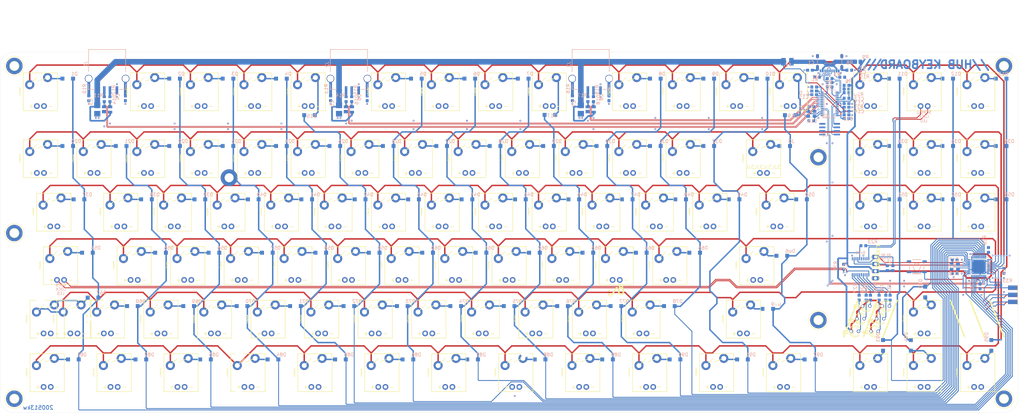
<source format=kicad_pcb>
(kicad_pcb (version 20171130) (host pcbnew "(5.1.6-0-10_14)")
  (layers (0 Top signal) (31 Bottom signal) (34 B.Paste user) (35 F.Paste user) (36 B.SilkS user) (37 F.SilkS user) (38 B.Mask user) (39 F.Mask user) (44 Edge.Cuts user))
  (net 0 "")
  (net 1 C6)
  (net 2 C7)
  (net 3 C8)
  (net 4 C10)
  (net 5 C11)
  (net 6 C12)
  (net 7 C13)
  (net 8 C14)
  (net 9 R6)
  (net 10 GND)
  (net 11 R1)
  (net 12 R2)
  (net 13 R3)
  (net 14 R4)
  (net 15 C1)
  (net 16 C2/SCK)
  (net 17 C3/MOSI)
  (net 18 VCC)
  (net 19 R5)
  (net 20 C5)
  (net 21 C4/MISO)
  (net 22 C9)
  (net 23 C15)
  (net 24 C16)
  (net 25 C17)
  (net 26 CL_LED_A)
  (net 27 CL_LED_C)
  (net 28 SL_LED_A)
  (net 29 SL_LED_C)
  (net 30 "Net-(D20-PadA)")
  (net 31 "Net-(D21-PadA)")
  (net 32 "Net-(UNK1-PadK)")
  (net 33 "Net-(UNK1-PadA)")
  (net 34 "Net-(D22-PadA)")
  (net 35 "Net-(UNK2-PadK)")
  (net 36 "Net-(UNK2-PadA)")
  (net 37 "Net-(D23-PadA)")
  (net 38 "Net-(UNK3-PadK)")
  (net 39 "Net-(UNK3-PadA)")
  (net 40 "Net-(D24-PadA)")
  (net 41 "Net-(UNK4-PadK)")
  (net 42 "Net-(UNK4-PadA)")
  (net 43 "Net-(D25-PadA)")
  (net 44 "Net-(UNK5-PadK)")
  (net 45 "Net-(UNK5-PadA)")
  (net 46 "Net-(D26-PadA)")
  (net 47 "Net-(UNK6-PadK)")
  (net 48 "Net-(UNK6-PadA)")
  (net 49 "Net-(D27-PadA)")
  (net 50 "Net-(UNK7-PadK)")
  (net 51 "Net-(UNK7-PadA)")
  (net 52 "Net-(D28-PadA)")
  (net 53 "Net-(UNK8-PadK)")
  (net 54 "Net-(UNK8-PadA)")
  (net 55 "Net-(D29-PadA)")
  (net 56 "Net-(UNK9-PadK)")
  (net 57 "Net-(UNK9-PadA)")
  (net 58 "Net-(D30-PadA)")
  (net 59 "Net-(UNK0-PadK)")
  (net 60 "Net-(UNK0-PadA)")
  (net 61 "Net-(D37-PadA)")
  (net 62 "Net-(D38-PadA)")
  (net 63 "Net-(D39-PadA)")
  (net 64 "Net-(D40-PadA)")
  (net 65 "Net-(D41-PadA)")
  (net 66 "Net-(D42-PadA)")
  (net 67 "Net-(D43-PadA)")
  (net 68 "Net-(D44-PadA)")
  (net 69 "Net-(D45-PadA)")
  (net 70 "Net-(D46-PadA)")
  (net 71 "Net-(D47-PadA)")
  (net 72 "Net-(D48-PadA)")
  (net 73 "Net-(D49-PadA)")
  (net 74 "Net-(D50-PadA)")
  (net 75 "Net-(D56-PadA)")
  (net 76 "Net-(D58-PadA)")
  (net 77 "Net-(D59-PadA)")
  (net 78 "Net-(D60-PadA)")
  (net 79 "Net-(D61-PadA)")
  (net 80 "Net-(D62-PadA)")
  (net 81 "Net-(D63-PadA)")
  (net 82 "Net-(D66-PadA)")
  (net 83 "Net-(D67-PadA)")
  (net 84 "Net-(D69-PadA)")
  (net 85 "Net-(D70-PadA)")
  (net 86 "Net-(D72-PadA)")
  (net 87 "Net-(D74-PadA)")
  (net 88 "Net-(D75-PadA)")
  (net 89 "Net-(D79-PadA)")
  (net 90 "Net-(D81-PadA)")
  (net 91 "Net-(D82-PadA)")
  (net 92 "Net-(D83-PadA)")
  (net 93 "Net-(D86-PadA)")
  (net 94 "Net-(D90-PadA)")
  (net 95 "Net-(D91-PadA)")
  (net 96 "Net-(D92-PadA)")
  (net 97 "Net-(D89-PadA)")
  (net 98 "Net-(D1-PadA)")
  (net 99 "Net-(D2-PadA)")
  (net 100 "Net-(F_1-PadK)")
  (net 101 "Net-(F_1-PadA)")
  (net 102 "Net-(D3-PadA)")
  (net 103 "Net-(F_2-PadK)")
  (net 104 "Net-(F_2-PadA)")
  (net 105 "Net-(D4-PadA)")
  (net 106 "Net-(F_3-PadK)")
  (net 107 "Net-(F_3-PadA)")
  (net 108 "Net-(D15-PadA)")
  (net 109 "Net-(F_4-PadK)")
  (net 110 "Net-(F_4-PadA)")
  (net 111 "Net-(D5-PadA)")
  (net 112 "Net-(F_5-PadK)")
  (net 113 "Net-(F_5-PadA)")
  (net 114 "Net-(D6-PadA)")
  (net 115 "Net-(F_6-PadK)")
  (net 116 "Net-(F_6-PadA)")
  (net 117 "Net-(D7-PadA)")
  (net 118 "Net-(F_7-PadK)")
  (net 119 "Net-(F_7-PadA)")
  (net 120 "Net-(D17-PadA)")
  (net 121 "Net-(F_8-PadK)")
  (net 122 "Net-(F_8-PadA)")
  (net 123 "Net-(D8-PadA)")
  (net 124 "Net-(F_9-PadK)")
  (net 125 "Net-(F_9-PadA)")
  (net 126 "Net-(D9-PadA)")
  (net 127 "Net-(F_10-PadK)")
  (net 128 "Net-(F_10-PadA)")
  (net 129 "Net-(D10-PadA)")
  (net 130 "Net-(F_11-PadK)")
  (net 131 "Net-(F_11-PadA)")
  (net 132 "Net-(D19-PadA)")
  (net 133 "Net-(F_12-PadK)")
  (net 134 "Net-(F_12-PadA)")
  (net 135 "Net-(D34-PadA)")
  (net 136 "Net-(D51-PadA)")
  (net 137 "Net-(D93-PadA)")
  (net 138 "Net-(D11-PadA)")
  (net 139 "Net-(D35-PadA)")
  (net 140 "Net-(D52-PadA)")
  (net 141 "Net-(D80-PadA)")
  (net 142 "Net-(D12-PadA)")
  (net 143 "Net-(D36-PadA)")
  (net 144 "Net-(D53-PadA)")
  (net 145 "Net-(D95-PadA)")
  (net 146 "Net-(D13-PadA)")
  (net 147 "Net-(H6-PadB3,2)")
  (net 148 "Net-(H1-PadB3,2)")
  (net 149 "Net-(H7-PadB3,2)")
  (net 150 "Net-(H2-PadB3,2)")
  (net 151 "Net-(H5-PadB3,2)")
  (net 152 "Net-(L-SHIFT1-PadK)")
  (net 153 "Net-(L-SHIFT1-PadA)")
  (net 154 "Net-(H3-PadB3,2)")
  (net 155 "Net-(H4-PadB3,2)")
  (net 156 "Net-(D84-PadA)")
  (net 157 "Net-(LS1-PadK)")
  (net 158 "Net-(LS1-PadA)")
  (net 159 "Net-(D85-PadA)")
  (net 160 "Net-(LS2-PadK)")
  (net 161 "Net-(LS2-PadA)")
  (net 162 "Net-(D87-PadA)")
  (net 163 "Net-(RS1-PadK)")
  (net 164 "Net-(RS1-PadA)")
  (net 165 "Net-(D88-PadA)")
  (net 166 "Net-(RS2-PadK)")
  (net 167 "Net-(RS2-PadA)")
  (net 168 /hub_keyboard_2/1V8_HUB)
  (net 169 /hub_keyboard_2/SDA_HUB)
  (net 170 "Net-(C14-Pad2)")
  (net 171 "Net-(IC1-Pad25)")
  (net 172 "Net-(IC1-Pad24)")
  (net 173 /hub_keyboard_2/SCL_HUB)
  (net 174 "Net-(IC1-Pad22)")
  (net 175 /hub_keyboard_2/3V3_HUB)
  (net 176 "Net-(IC1-Pad19)")
  (net 177 "Net-(C2-Pad2)")
  (net 178 "Net-(IC1-Pad17)")
  (net 179 "Net-(IC1-Pad16)")
  (net 180 "Net-(IC1-Pad15)")
  (net 181 "Net-(D14-Pad3)")
  (net 182 "Net-(D14-Pad2)")
  (net 183 "Net-(IC1-Pad5)")
  (net 184 "Net-(IC1-Pad4)")
  (net 185 "Net-(C9-Pad1)")
  (net 186 "Net-(C16-Pad1)")
  (net 187 "Net-(IC1-Pad14)")
  (net 188 "Net-(D18-Pad3)")
  (net 189 "Net-(D18-Pad2)")
  (net 190 "Net-(D16-Pad3)")
  (net 191 "Net-(D16-Pad2)")
  (net 192 "Net-(J3-PadD+)")
  (net 193 "Net-(C3-Pad+)")
  (net 194 "Net-(J3-PadD-)")
  (net 195 "Net-(C8-Pad2)")
  (net 196 "Net-(J2-PadD+)")
  (net 197 "Net-(J2-PadD-)")
  (net 198 "Net-(C6-Pad2)")
  (net 199 "Net-(J1-PadD+)")
  (net 200 "Net-(J1-PadD-)")
  (net 201 "Net-(C4-Pad2)")
  (net 202 "Net-(C1-Pad2)")
  (net 203 "Net-(J4-PadA5)")
  (net 204 "Net-(F1-Pad2)")
  (net 205 "Net-(J4-PadA6)")
  (net 206 "Net-(J4-PadA7)")
  (net 207 "Net-(J4-PadB5)")
  (net 208 "Net-(C19-Pad2)")
  (net 209 "Net-(IC4-Pad33)")
  (net 210 /hub_keyboard_2/SDA)
  (net 211 /hub_keyboard_2/SCL)
  (net 212 "Net-(C17-Pad1)")
  (net 213 "Net-(C18-Pad1)")
  (net 214 /hub_keyboard_2/RST)
  (net 215 "Net-(C20-Pad2)")
  (net 216 "Net-(IC3-Pad20)")
  (net 217 "Net-(IC3-Pad19)")
  (net 218 "Net-(IC3-Pad17)")
  (net 219 "Net-(IC3-Pad16)")
  (net 220 "Net-(IC3-Pad14)")
  (net 221 "Net-(IC3-Pad12)")
  (net 222 "Net-(IC3-Pad1)")
  (net 223 "Net-(LED6-PadK)")
  (net 224 "Net-(LED5-PadK)")
  (net 225 "Net-(LED4-PadK)")
  (net 226 "Net-(LED3-PadK)")
  (net 227 "Net-(LED2-PadK)")
  (net 228 "Net-(LED1-PadK)")
  (net 229 "Net-(`/^1-PadK)")
  (net 230 "Net-(`/^1-PadA)")
  (net 231 "Net-(-/ß1-PadS2)")
  (net 232 "Net-(-/ß1-PadK)")
  (net 233 "Net-(-/ß1-PadA)")
  (net 234 "Net-(=/´1-PadS2)")
  (net 235 "Net-(=/´1-PadK)")
  (net 236 "Net-(=/´1-PadA)")
  (net 237 "Net-(BACKSPACE1-PadS2)")
  (net 238 "Net-(BACKSPACE1-PadK)")
  (net 239 "Net-(BACKSPACE1-PadA)")
  (net 240 "Net-(TAB1-PadK)")
  (net 241 "Net-(TAB1-PadA)")
  (net 242 "Net-(Q1-PadK)")
  (net 243 "Net-(Q1-PadA)")
  (net 244 "Net-(W1-PadK)")
  (net 245 "Net-(W1-PadA)")
  (net 246 "Net-(E1-PadK)")
  (net 247 "Net-(E1-PadA)")
  (net 248 "Net-(R34-PadK)")
  (net 249 "Net-(R34-PadA)")
  (net 250 "Net-(T1-PadK)")
  (net 251 "Net-(T1-PadA)")
  (net 252 "Net-(Z/Y1-PadK)")
  (net 253 "Net-(Z/Y1-PadA)")
  (net 254 "Net-(U1-PadK)")
  (net 255 "Net-(U1-PadA)")
  (net 256 "Net-(I1-PadK)")
  (net 257 "Net-(I1-PadA)")
  (net 258 "Net-(O1-PadK)")
  (net 259 "Net-(O1-PadA)")
  (net 260 "Net-(P1-PadK)")
  (net 261 "Net-(P1-PadA)")
  (net 262 "Net-([/Ü1-PadK)")
  (net 263 "Net-([/Ü1-PadA)")
  (net 264 "Net-(]/+1-PadK)")
  (net 265 "Net-(]/+1-PadA)")
  (net 266 "Net-(\\\\/#1-PadK)")
  (net 267 "Net-(\\\\/#1-PadA)")
  (net 268 "Net-(CAPSLOCK1-PadS2)")
  (net 269 "Net-(A1-PadS2)")
  (net 270 "Net-(A1-PadK)")
  (net 271 "Net-(A1-PadA)")
  (net 272 "Net-(S6-PadK)")
  (net 273 "Net-(S6-PadA)")
  (net 274 "Net-(D57-PadA)")
  (net 275 "Net-(D96-PadK)")
  (net 276 "Net-(D96-PadA)")
  (net 277 "Net-(F2-PadK)")
  (net 278 "Net-(F2-PadA)")
  (net 279 "Net-(G1-PadK)")
  (net 280 "Net-(G1-PadA)")
  (net 281 "Net-(H8-PadK)")
  (net 282 "Net-(H8-PadA)")
  (net 283 "Net-(J5-PadK)")
  (net 284 "Net-(J5-PadA)")
  (net 285 "Net-(K1-PadK)")
  (net 286 "Net-(K1-PadA)")
  (net 287 "Net-(L1-PadK)")
  (net 288 "Net-(L1-PadA)")
  (net 289 "Net-(.1-PadS2)")
  (net 290 "Net-(.1-PadK)")
  (net 291 "Net-(.1-PadA)")
  (net 292 "Net-(,/Ä1-PadS2)")
  (net 293 "Net-(,/Ä1-PadK)")
  (net 294 "Net-(,/Ä1-PadA)")
  (net 295 "Net-(RETURN1-PadK)")
  (net 296 "Net-(RETURN1-PadA)")
  (net 297 "Net-(L-SHIFT2-PadK)")
  (net 298 "Net-(L-SHIFT2-PadA)")
  (net 299 "Net-(Y/Z1-PadK)")
  (net 300 "Net-(Y/Z1-PadA)")
  (net 301 "Net-(X3-PadK)")
  (net 302 "Net-(X3-PadA)")
  (net 303 "Net-(C21-PadS2)")
  (net 304 "Net-(C21-PadK)")
  (net 305 "Net-(C21-PadA)")
  (net 306 "Net-(V1-PadK)")
  (net 307 "Net-(V1-PadA)")
  (net 308 "Net-(B1-PadS2)")
  (net 309 "Net-(B1-PadK)")
  (net 310 "Net-(B1-PadA)")
  (net 311 "Net-(N1-PadK)")
  (net 312 "Net-(N1-PadA)")
  (net 313 "Net-(M1-PadK)")
  (net 314 "Net-(M1-PadA)")
  (net 315 "Net-(</,1-PadS2)")
  (net 316 "Net-(</,1-PadK)")
  (net 317 "Net-(</,1-PadA)")
  (net 318 "Net-(>/.1-PadS2)")
  (net 319 "Net-(>/.1-PadK)")
  (net 320 "Net-(>/.1-PadA)")
  (net 321 "Net-(//-1-PadS2)")
  (net 322 "Net-(//-1-PadK)")
  (net 323 "Net-(//-1-PadA)")
  (net 324 "Net-(R-SHIFT1-PadK)")
  (net 325 "Net-(R-SHIFT1-PadA)")
  (net 326 "Net-(L-CTRL1-PadK)")
  (net 327 "Net-(L-CTRL1-PadA)")
  (net 328 "Net-(L-OS1-PadK)")
  (net 329 "Net-(L-OS1-PadA)")
  (net 330 "Net-(L-ALT1-PadK)")
  (net 331 "Net-(L-ALT1-PadA)")
  (net 332 "Net-(SPACE1-PadK)")
  (net 333 "Net-(SPACE1-PadA)")
  (net 334 "Net-(R-OS1-PadK)")
  (net 335 "Net-(R-OS1-PadA)")
  (net 336 "Net-(MENU1-PadK)")
  (net 337 "Net-(MENU1-PadA)")
  (net 338 "Net-(R-CTRL1-PadK)")
  (net 339 "Net-(R-CTRL1-PadA)")
  (net 340 "Net-(R-ALT1-PadK)")
  (net 341 "Net-(R-ALT1-PadA)")
  (net 342 "Net-(ESC1-PadK)")
  (net 343 "Net-(ESC1-PadA)")
  (net 344 "Net-(INSERT1-PadK)")
  (net 345 "Net-(INSERT1-PadA)")
  (net 346 "Net-(DELETE1-PadK)")
  (net 347 "Net-(DELETE1-PadA)")
  (net 348 "Net-(L_ARR1-PadK)")
  (net 349 "Net-(L_ARR1-PadA)")
  (net 350 "Net-(PRINT1-PadK)")
  (net 351 "Net-(PRINT1-PadA)")
  (net 352 "Net-(HOME1-PadK)")
  (net 353 "Net-(HOME1-PadA)")
  (net 354 "Net-(END1-PadK)")
  (net 355 "Net-(END1-PadA)")
  (net 356 "Net-(U_ARR1-PadK)")
  (net 357 "Net-(U_ARR1-PadA)")
  (net 358 "Net-(D-ARR1-PadS2)")
  (net 359 "Net-(D-ARR1-PadK)")
  (net 360 "Net-(D-ARR1-PadA)")
  (net 361 "Net-(UP1-PadK)")
  (net 362 "Net-(UP1-PadA)")
  (net 363 "Net-(DOWN1-PadK)")
  (net 364 "Net-(DOWN1-PadA)")
  (net 365 "Net-(R_ARR1-PadK)")
  (net 366 "Net-(R_ARR1-PadA)")
  (net 367 "Net-(PAUSE1-PadK)")
  (net 368 "Net-(PAUSE1-PadA)")
  (net 369 "Net-(<>1-PadS2)")
  (net 370 "Net-(<>1-PadK)")
  (net 371 "Net-(<>1-PadA)")
  (module "" (layer Top) (at -27.4989 164.2536)
    (fp_text reference @HOLE0 hide)
    (fp_text value "" (at 0 0) (layer F.SilkS) (effects (font (size 1.27 1.27))))
    (pad "" np_thru_hole circle (at 0 0) (size 3.2 3.2) (drill 3.2) (layers *.Cu *.Mask))
  )
  (module "" (layer Top) (at -27.4989 45.7536)
    (fp_text reference @HOLE1 hide)
    (fp_text value "" (at 0 0) (layer F.SilkS) (effects (font (size 1.27 1.27))))
    (pad "" np_thru_hole circle (at 0 0) (size 3.2 3.2) (drill 3.2) (layers *.Cu *.Mask))
  )
  (module "" (layer Top) (at 258.5011 136.2536)
    (fp_text reference @HOLE2 hide)
    (fp_text value "" (at 0 0) (layer F.SilkS) (effects (font (size 1.27 1.27))))
    (pad "" np_thru_hole circle (at 0 0) (size 3.2 3.2) (drill 3.2) (layers *.Cu *.Mask))
  )
  (module "" (layer Top) (at 324.5011 164.2536)
    (fp_text reference @HOLE3 hide)
    (fp_text value "" (at 0 0) (layer F.SilkS) (effects (font (size 1.27 1.27))))
    (pad "" np_thru_hole circle (at 0 0) (size 3.2 3.2) (drill 3.2) (layers *.Cu *.Mask))
  )
  (module "" (layer Top) (at 324.5011 45.7536)
    (fp_text reference @HOLE4 hide)
    (fp_text value "" (at 0 0) (layer F.SilkS) (effects (font (size 1.27 1.27))))
    (pad "" np_thru_hole circle (at 0 0) (size 3.2 3.2) (drill 3.2) (layers *.Cu *.Mask))
  )
  (module "" (layer Top) (at 258.5011 78.2536)
    (fp_text reference @HOLE5 hide)
    (fp_text value "" (at 0 0) (layer F.SilkS) (effects (font (size 1.27 1.27))))
    (pad "" np_thru_hole circle (at 0 0) (size 3.2 3.2) (drill 3.2) (layers *.Cu *.Mask))
  )
  (module "" (layer Top) (at -27.4989 105.2536)
    (fp_text reference @HOLE6 hide)
    (fp_text value "" (at 0 0) (layer F.SilkS) (effects (font (size 1.27 1.27))))
    (pad "" np_thru_hole circle (at 0 0) (size 3.2 3.2) (drill 3.2) (layers *.Cu *.Mask))
  )
  (module hub_keyboard:CHERRY-MX-LED-1U (layer Top) (at -27.7364 88.2911)
    (fp_text reference `/^1 hide)
    (fp_text value MECHANICAL-KEYBOARD1U hide)
    (fp_text user >Name (at 2.54 -9.525 90) (layer F.SilkS) (effects (font (size 0.57912 0.57912) (thickness 0.12192)) (justify bottom)))
    (fp_text user - (at 12.065 -4.445) (layer F.SilkS) (effects (font (size 1.4478 1.4478) (thickness 0.2286)) (justify left)))
    (fp_text user + (at 7.366 -4.445) (layer F.SilkS) (effects (font (size 1.4478 1.4478) (thickness 0.2286)) (justify right)))
    (pad S2 thru_hole circle (at 12.065 -14.605) (size 3.2258 3.2258) (drill 1.7526) (layers *.Cu *.Mask) (net 30 "Net-(D20-PadA)"))
    (pad S1 thru_hole circle (at 5.715 -12.065) (size 3.2258 3.2258) (drill 1.7526) (layers *.Cu *.Mask) (net 12 R2))
    (pad K thru_hole circle (at 10.795 -4.445) (size 2.032 2.032) (drill 1.0922) (layers *.Cu *.Mask) (net 229 "Net-(`/^1-PadK)"))
    (pad A thru_hole circle (at 8.255 -4.445) (size 2.032 2.032) (drill 1.0922) (layers *.Cu *.Mask) (net 230 "Net-(`/^1-PadA)"))
    (pad "" np_thru_hole circle (at 14.605 -9.525) (size 1.706881 1.706881) (drill 1.706881) (layers *.Cu *.Mask))
    (pad "" np_thru_hole circle (at 4.445 -9.525) (size 1.706881 1.706881) (drill 1.706881) (layers *.Cu *.Mask))
    (pad "" np_thru_hole circle (at 9.525 -9.525) (size 4.0894 4.0894) (drill 4.0894) (layers *.Cu *.Mask))
  )
  (module hub_keyboard:CHERRY-MX-LED-1U (layer Top) (at -8.6864 88.2911)
    (fp_text reference UNK1 hide)
    (fp_text value MECHANICAL-KEYBOARD1U hide)
    (fp_text user >Name (at 2.54 -9.525 90) (layer F.SilkS) (effects (font (size 0.57912 0.57912) (thickness 0.12192)) (justify bottom)))
    (fp_text user - (at 12.065 -4.445) (layer F.SilkS) (effects (font (size 1.4478 1.4478) (thickness 0.2286)) (justify left)))
    (fp_text user + (at 7.366 -4.445) (layer F.SilkS) (effects (font (size 1.4478 1.4478) (thickness 0.2286)) (justify right)))
    (pad S2 thru_hole circle (at 12.065 -14.605) (size 3.2258 3.2258) (drill 1.7526) (layers *.Cu *.Mask) (net 31 "Net-(D21-PadA)"))
    (pad S1 thru_hole circle (at 5.715 -12.065) (size 3.2258 3.2258) (drill 1.7526) (layers *.Cu *.Mask) (net 12 R2))
    (pad K thru_hole circle (at 10.795 -4.445) (size 2.032 2.032) (drill 1.0922) (layers *.Cu *.Mask) (net 32 "Net-(UNK1-PadK)"))
    (pad A thru_hole circle (at 8.255 -4.445) (size 2.032 2.032) (drill 1.0922) (layers *.Cu *.Mask) (net 33 "Net-(UNK1-PadA)"))
    (pad "" np_thru_hole circle (at 14.605 -9.525) (size 1.706881 1.706881) (drill 1.706881) (layers *.Cu *.Mask))
    (pad "" np_thru_hole circle (at 4.445 -9.525) (size 1.706881 1.706881) (drill 1.706881) (layers *.Cu *.Mask))
    (pad "" np_thru_hole circle (at 9.525 -9.525) (size 4.0894 4.0894) (drill 4.0894) (layers *.Cu *.Mask))
  )
  (module hub_keyboard:CHERRY-MX-LED-1U (layer Top) (at 10.3636 88.2911)
    (fp_text reference UNK2 hide)
    (fp_text value MECHANICAL-KEYBOARD1U hide)
    (fp_text user >Name (at 2.54 -9.525 90) (layer F.SilkS) (effects (font (size 0.57912 0.57912) (thickness 0.12192)) (justify bottom)))
    (fp_text user - (at 12.065 -4.445) (layer F.SilkS) (effects (font (size 1.4478 1.4478) (thickness 0.2286)) (justify left)))
    (fp_text user + (at 7.366 -4.445) (layer F.SilkS) (effects (font (size 1.4478 1.4478) (thickness 0.2286)) (justify right)))
    (pad S2 thru_hole circle (at 12.065 -14.605) (size 3.2258 3.2258) (drill 1.7526) (layers *.Cu *.Mask) (net 34 "Net-(D22-PadA)"))
    (pad S1 thru_hole circle (at 5.715 -12.065) (size 3.2258 3.2258) (drill 1.7526) (layers *.Cu *.Mask) (net 12 R2))
    (pad K thru_hole circle (at 10.795 -4.445) (size 2.032 2.032) (drill 1.0922) (layers *.Cu *.Mask) (net 35 "Net-(UNK2-PadK)"))
    (pad A thru_hole circle (at 8.255 -4.445) (size 2.032 2.032) (drill 1.0922) (layers *.Cu *.Mask) (net 36 "Net-(UNK2-PadA)"))
    (pad "" np_thru_hole circle (at 14.605 -9.525) (size 1.706881 1.706881) (drill 1.706881) (layers *.Cu *.Mask))
    (pad "" np_thru_hole circle (at 4.445 -9.525) (size 1.706881 1.706881) (drill 1.706881) (layers *.Cu *.Mask))
    (pad "" np_thru_hole circle (at 9.525 -9.525) (size 4.0894 4.0894) (drill 4.0894) (layers *.Cu *.Mask))
  )
  (module hub_keyboard:CHERRY-MX-LED-1U (layer Top) (at 29.4136 88.2911)
    (fp_text reference UNK3 hide)
    (fp_text value MECHANICAL-KEYBOARD1U hide)
    (fp_text user >Name (at 2.54 -9.525 90) (layer F.SilkS) (effects (font (size 0.57912 0.57912) (thickness 0.12192)) (justify bottom)))
    (fp_text user - (at 12.065 -4.445) (layer F.SilkS) (effects (font (size 1.4478 1.4478) (thickness 0.2286)) (justify left)))
    (fp_text user + (at 7.366 -4.445) (layer F.SilkS) (effects (font (size 1.4478 1.4478) (thickness 0.2286)) (justify right)))
    (pad S2 thru_hole circle (at 12.065 -14.605) (size 3.2258 3.2258) (drill 1.7526) (layers *.Cu *.Mask) (net 37 "Net-(D23-PadA)"))
    (pad S1 thru_hole circle (at 5.715 -12.065) (size 3.2258 3.2258) (drill 1.7526) (layers *.Cu *.Mask) (net 12 R2))
    (pad K thru_hole circle (at 10.795 -4.445) (size 2.032 2.032) (drill 1.0922) (layers *.Cu *.Mask) (net 38 "Net-(UNK3-PadK)"))
    (pad A thru_hole circle (at 8.255 -4.445) (size 2.032 2.032) (drill 1.0922) (layers *.Cu *.Mask) (net 39 "Net-(UNK3-PadA)"))
    (pad "" np_thru_hole circle (at 14.605 -9.525) (size 1.706881 1.706881) (drill 1.706881) (layers *.Cu *.Mask))
    (pad "" np_thru_hole circle (at 4.445 -9.525) (size 1.706881 1.706881) (drill 1.706881) (layers *.Cu *.Mask))
    (pad "" np_thru_hole circle (at 9.525 -9.525) (size 4.0894 4.0894) (drill 4.0894) (layers *.Cu *.Mask))
  )
  (module hub_keyboard:CHERRY-MX-LED-1U (layer Top) (at 48.4636 88.2911)
    (fp_text reference UNK4 hide)
    (fp_text value MECHANICAL-KEYBOARD1U hide)
    (fp_text user >Name (at 2.54 -9.525 90) (layer F.SilkS) (effects (font (size 0.57912 0.57912) (thickness 0.12192)) (justify bottom)))
    (fp_text user - (at 12.065 -4.445) (layer F.SilkS) (effects (font (size 1.4478 1.4478) (thickness 0.2286)) (justify left)))
    (fp_text user + (at 7.366 -4.445) (layer F.SilkS) (effects (font (size 1.4478 1.4478) (thickness 0.2286)) (justify right)))
    (pad S2 thru_hole circle (at 12.065 -14.605) (size 3.2258 3.2258) (drill 1.7526) (layers *.Cu *.Mask) (net 40 "Net-(D24-PadA)"))
    (pad S1 thru_hole circle (at 5.715 -12.065) (size 3.2258 3.2258) (drill 1.7526) (layers *.Cu *.Mask) (net 12 R2))
    (pad K thru_hole circle (at 10.795 -4.445) (size 2.032 2.032) (drill 1.0922) (layers *.Cu *.Mask) (net 41 "Net-(UNK4-PadK)"))
    (pad A thru_hole circle (at 8.255 -4.445) (size 2.032 2.032) (drill 1.0922) (layers *.Cu *.Mask) (net 42 "Net-(UNK4-PadA)"))
    (pad "" np_thru_hole circle (at 14.605 -9.525) (size 1.706881 1.706881) (drill 1.706881) (layers *.Cu *.Mask))
    (pad "" np_thru_hole circle (at 4.445 -9.525) (size 1.706881 1.706881) (drill 1.706881) (layers *.Cu *.Mask))
    (pad "" np_thru_hole circle (at 9.525 -9.525) (size 4.0894 4.0894) (drill 4.0894) (layers *.Cu *.Mask))
  )
  (module hub_keyboard:CHERRY-MX-LED-1U (layer Top) (at 67.5136 88.2911)
    (fp_text reference UNK5 hide)
    (fp_text value MECHANICAL-KEYBOARD1U hide)
    (fp_text user >Name (at 2.54 -9.525 90) (layer F.SilkS) (effects (font (size 0.57912 0.57912) (thickness 0.12192)) (justify bottom)))
    (fp_text user - (at 12.065 -4.445) (layer F.SilkS) (effects (font (size 1.4478 1.4478) (thickness 0.2286)) (justify left)))
    (fp_text user + (at 7.366 -4.445) (layer F.SilkS) (effects (font (size 1.4478 1.4478) (thickness 0.2286)) (justify right)))
    (pad S2 thru_hole circle (at 12.065 -14.605) (size 3.2258 3.2258) (drill 1.7526) (layers *.Cu *.Mask) (net 43 "Net-(D25-PadA)"))
    (pad S1 thru_hole circle (at 5.715 -12.065) (size 3.2258 3.2258) (drill 1.7526) (layers *.Cu *.Mask) (net 12 R2))
    (pad K thru_hole circle (at 10.795 -4.445) (size 2.032 2.032) (drill 1.0922) (layers *.Cu *.Mask) (net 44 "Net-(UNK5-PadK)"))
    (pad A thru_hole circle (at 8.255 -4.445) (size 2.032 2.032) (drill 1.0922) (layers *.Cu *.Mask) (net 45 "Net-(UNK5-PadA)"))
    (pad "" np_thru_hole circle (at 14.605 -9.525) (size 1.706881 1.706881) (drill 1.706881) (layers *.Cu *.Mask))
    (pad "" np_thru_hole circle (at 4.445 -9.525) (size 1.706881 1.706881) (drill 1.706881) (layers *.Cu *.Mask))
    (pad "" np_thru_hole circle (at 9.525 -9.525) (size 4.0894 4.0894) (drill 4.0894) (layers *.Cu *.Mask))
  )
  (module hub_keyboard:CHERRY-MX-LED-1U (layer Top) (at 86.5636 88.2911)
    (fp_text reference UNK6 hide)
    (fp_text value MECHANICAL-KEYBOARD1U hide)
    (fp_text user >Name (at 2.54 -9.525 90) (layer F.SilkS) (effects (font (size 0.57912 0.57912) (thickness 0.12192)) (justify bottom)))
    (fp_text user - (at 12.065 -4.445) (layer F.SilkS) (effects (font (size 1.4478 1.4478) (thickness 0.2286)) (justify left)))
    (fp_text user + (at 7.366 -4.445) (layer F.SilkS) (effects (font (size 1.4478 1.4478) (thickness 0.2286)) (justify right)))
    (pad S2 thru_hole circle (at 12.065 -14.605) (size 3.2258 3.2258) (drill 1.7526) (layers *.Cu *.Mask) (net 46 "Net-(D26-PadA)"))
    (pad S1 thru_hole circle (at 5.715 -12.065) (size 3.2258 3.2258) (drill 1.7526) (layers *.Cu *.Mask) (net 12 R2))
    (pad K thru_hole circle (at 10.795 -4.445) (size 2.032 2.032) (drill 1.0922) (layers *.Cu *.Mask) (net 47 "Net-(UNK6-PadK)"))
    (pad A thru_hole circle (at 8.255 -4.445) (size 2.032 2.032) (drill 1.0922) (layers *.Cu *.Mask) (net 48 "Net-(UNK6-PadA)"))
    (pad "" np_thru_hole circle (at 14.605 -9.525) (size 1.706881 1.706881) (drill 1.706881) (layers *.Cu *.Mask))
    (pad "" np_thru_hole circle (at 4.445 -9.525) (size 1.706881 1.706881) (drill 1.706881) (layers *.Cu *.Mask))
    (pad "" np_thru_hole circle (at 9.525 -9.525) (size 4.0894 4.0894) (drill 4.0894) (layers *.Cu *.Mask))
  )
  (module hub_keyboard:CHERRY-MX-LED-1U (layer Top) (at 105.6136 88.2911)
    (fp_text reference UNK7 hide)
    (fp_text value MECHANICAL-KEYBOARD1U hide)
    (fp_text user >Name (at 2.54 -9.525 90) (layer F.SilkS) (effects (font (size 0.57912 0.57912) (thickness 0.12192)) (justify bottom)))
    (fp_text user - (at 12.065 -4.445) (layer F.SilkS) (effects (font (size 1.4478 1.4478) (thickness 0.2286)) (justify left)))
    (fp_text user + (at 7.366 -4.445) (layer F.SilkS) (effects (font (size 1.4478 1.4478) (thickness 0.2286)) (justify right)))
    (pad S2 thru_hole circle (at 12.065 -14.605) (size 3.2258 3.2258) (drill 1.7526) (layers *.Cu *.Mask) (net 49 "Net-(D27-PadA)"))
    (pad S1 thru_hole circle (at 5.715 -12.065) (size 3.2258 3.2258) (drill 1.7526) (layers *.Cu *.Mask) (net 12 R2))
    (pad K thru_hole circle (at 10.795 -4.445) (size 2.032 2.032) (drill 1.0922) (layers *.Cu *.Mask) (net 50 "Net-(UNK7-PadK)"))
    (pad A thru_hole circle (at 8.255 -4.445) (size 2.032 2.032) (drill 1.0922) (layers *.Cu *.Mask) (net 51 "Net-(UNK7-PadA)"))
    (pad "" np_thru_hole circle (at 14.605 -9.525) (size 1.706881 1.706881) (drill 1.706881) (layers *.Cu *.Mask))
    (pad "" np_thru_hole circle (at 4.445 -9.525) (size 1.706881 1.706881) (drill 1.706881) (layers *.Cu *.Mask))
    (pad "" np_thru_hole circle (at 9.525 -9.525) (size 4.0894 4.0894) (drill 4.0894) (layers *.Cu *.Mask))
  )
  (module hub_keyboard:CHERRY-MX-LED-1U (layer Top) (at 124.6636 88.2911)
    (fp_text reference UNK8 hide)
    (fp_text value MECHANICAL-KEYBOARD1U hide)
    (fp_text user >Name (at 2.54 -9.525 90) (layer F.SilkS) (effects (font (size 0.57912 0.57912) (thickness 0.12192)) (justify bottom)))
    (fp_text user - (at 12.065 -4.445) (layer F.SilkS) (effects (font (size 1.4478 1.4478) (thickness 0.2286)) (justify left)))
    (fp_text user + (at 7.366 -4.445) (layer F.SilkS) (effects (font (size 1.4478 1.4478) (thickness 0.2286)) (justify right)))
    (pad S2 thru_hole circle (at 12.065 -14.605) (size 3.2258 3.2258) (drill 1.7526) (layers *.Cu *.Mask) (net 52 "Net-(D28-PadA)"))
    (pad S1 thru_hole circle (at 5.715 -12.065) (size 3.2258 3.2258) (drill 1.7526) (layers *.Cu *.Mask) (net 12 R2))
    (pad K thru_hole circle (at 10.795 -4.445) (size 2.032 2.032) (drill 1.0922) (layers *.Cu *.Mask) (net 53 "Net-(UNK8-PadK)"))
    (pad A thru_hole circle (at 8.255 -4.445) (size 2.032 2.032) (drill 1.0922) (layers *.Cu *.Mask) (net 54 "Net-(UNK8-PadA)"))
    (pad "" np_thru_hole circle (at 14.605 -9.525) (size 1.706881 1.706881) (drill 1.706881) (layers *.Cu *.Mask))
    (pad "" np_thru_hole circle (at 4.445 -9.525) (size 1.706881 1.706881) (drill 1.706881) (layers *.Cu *.Mask))
    (pad "" np_thru_hole circle (at 9.525 -9.525) (size 4.0894 4.0894) (drill 4.0894) (layers *.Cu *.Mask))
  )
  (module hub_keyboard:CHERRY-MX-LED-1U (layer Top) (at 143.7136 88.2911)
    (fp_text reference UNK9 hide)
    (fp_text value MECHANICAL-KEYBOARD1U hide)
    (fp_text user >Name (at 2.54 -9.525 90) (layer F.SilkS) (effects (font (size 0.57912 0.57912) (thickness 0.12192)) (justify bottom)))
    (fp_text user - (at 12.065 -4.445) (layer F.SilkS) (effects (font (size 1.4478 1.4478) (thickness 0.2286)) (justify left)))
    (fp_text user + (at 7.366 -4.445) (layer F.SilkS) (effects (font (size 1.4478 1.4478) (thickness 0.2286)) (justify right)))
    (pad S2 thru_hole circle (at 12.065 -14.605) (size 3.2258 3.2258) (drill 1.7526) (layers *.Cu *.Mask) (net 55 "Net-(D29-PadA)"))
    (pad S1 thru_hole circle (at 5.715 -12.065) (size 3.2258 3.2258) (drill 1.7526) (layers *.Cu *.Mask) (net 12 R2))
    (pad K thru_hole circle (at 10.795 -4.445) (size 2.032 2.032) (drill 1.0922) (layers *.Cu *.Mask) (net 56 "Net-(UNK9-PadK)"))
    (pad A thru_hole circle (at 8.255 -4.445) (size 2.032 2.032) (drill 1.0922) (layers *.Cu *.Mask) (net 57 "Net-(UNK9-PadA)"))
    (pad "" np_thru_hole circle (at 14.605 -9.525) (size 1.706881 1.706881) (drill 1.706881) (layers *.Cu *.Mask))
    (pad "" np_thru_hole circle (at 4.445 -9.525) (size 1.706881 1.706881) (drill 1.706881) (layers *.Cu *.Mask))
    (pad "" np_thru_hole circle (at 9.525 -9.525) (size 4.0894 4.0894) (drill 4.0894) (layers *.Cu *.Mask))
  )
  (module hub_keyboard:CHERRY-MX-LED-1U (layer Top) (at 162.7636 88.2911)
    (fp_text reference UNK0 hide)
    (fp_text value MECHANICAL-KEYBOARD1U hide)
    (fp_text user >Name (at 2.54 -9.525 90) (layer F.SilkS) (effects (font (size 0.57912 0.57912) (thickness 0.12192)) (justify bottom)))
    (fp_text user - (at 12.065 -4.445) (layer F.SilkS) (effects (font (size 1.4478 1.4478) (thickness 0.2286)) (justify left)))
    (fp_text user + (at 7.366 -4.445) (layer F.SilkS) (effects (font (size 1.4478 1.4478) (thickness 0.2286)) (justify right)))
    (pad S2 thru_hole circle (at 12.065 -14.605) (size 3.2258 3.2258) (drill 1.7526) (layers *.Cu *.Mask) (net 58 "Net-(D30-PadA)"))
    (pad S1 thru_hole circle (at 5.715 -12.065) (size 3.2258 3.2258) (drill 1.7526) (layers *.Cu *.Mask) (net 12 R2))
    (pad K thru_hole circle (at 10.795 -4.445) (size 2.032 2.032) (drill 1.0922) (layers *.Cu *.Mask) (net 59 "Net-(UNK0-PadK)"))
    (pad A thru_hole circle (at 8.255 -4.445) (size 2.032 2.032) (drill 1.0922) (layers *.Cu *.Mask) (net 60 "Net-(UNK0-PadA)"))
    (pad "" np_thru_hole circle (at 14.605 -9.525) (size 1.706881 1.706881) (drill 1.706881) (layers *.Cu *.Mask))
    (pad "" np_thru_hole circle (at 4.445 -9.525) (size 1.706881 1.706881) (drill 1.706881) (layers *.Cu *.Mask))
    (pad "" np_thru_hole circle (at 9.525 -9.525) (size 4.0894 4.0894) (drill 4.0894) (layers *.Cu *.Mask))
  )
  (module hub_keyboard:CHERRY-MX-LED-1U (layer Top) (at 181.8136 88.2911)
    (fp_text reference -/ß1 hide)
    (fp_text value MECHANICAL-KEYBOARD1U hide)
    (fp_text user >Name (at 2.54 -9.525 90) (layer F.SilkS) (effects (font (size 0.57912 0.57912) (thickness 0.12192)) (justify bottom)))
    (fp_text user - (at 12.065 -4.445) (layer F.SilkS) (effects (font (size 1.4478 1.4478) (thickness 0.2286)) (justify left)))
    (fp_text user + (at 7.366 -4.445) (layer F.SilkS) (effects (font (size 1.4478 1.4478) (thickness 0.2286)) (justify right)))
    (pad S2 thru_hole circle (at 12.065 -14.605) (size 3.2258 3.2258) (drill 1.7526) (layers *.Cu *.Mask) (net 231 "Net-(-/ß1-PadS2)"))
    (pad S1 thru_hole circle (at 5.715 -12.065) (size 3.2258 3.2258) (drill 1.7526) (layers *.Cu *.Mask) (net 12 R2))
    (pad K thru_hole circle (at 10.795 -4.445) (size 2.032 2.032) (drill 1.0922) (layers *.Cu *.Mask) (net 232 "Net-(-/ß1-PadK)"))
    (pad A thru_hole circle (at 8.255 -4.445) (size 2.032 2.032) (drill 1.0922) (layers *.Cu *.Mask) (net 233 "Net-(-/ß1-PadA)"))
    (pad "" np_thru_hole circle (at 14.605 -9.525) (size 1.706881 1.706881) (drill 1.706881) (layers *.Cu *.Mask))
    (pad "" np_thru_hole circle (at 4.445 -9.525) (size 1.706881 1.706881) (drill 1.706881) (layers *.Cu *.Mask))
    (pad "" np_thru_hole circle (at 9.525 -9.525) (size 4.0894 4.0894) (drill 4.0894) (layers *.Cu *.Mask))
  )
  (module hub_keyboard:CHERRY-MX-LED-1U (layer Top) (at 200.8636 88.2911)
    (fp_text reference =/´1 hide)
    (fp_text value MECHANICAL-KEYBOARD1U hide)
    (fp_text user >Name (at 2.54 -9.525 90) (layer F.SilkS) (effects (font (size 0.57912 0.57912) (thickness 0.12192)) (justify bottom)))
    (fp_text user - (at 12.065 -4.445) (layer F.SilkS) (effects (font (size 1.4478 1.4478) (thickness 0.2286)) (justify left)))
    (fp_text user + (at 7.366 -4.445) (layer F.SilkS) (effects (font (size 1.4478 1.4478) (thickness 0.2286)) (justify right)))
    (pad S2 thru_hole circle (at 12.065 -14.605) (size 3.2258 3.2258) (drill 1.7526) (layers *.Cu *.Mask) (net 234 "Net-(=/´1-PadS2)"))
    (pad S1 thru_hole circle (at 5.715 -12.065) (size 3.2258 3.2258) (drill 1.7526) (layers *.Cu *.Mask) (net 12 R2))
    (pad K thru_hole circle (at 10.795 -4.445) (size 2.032 2.032) (drill 1.0922) (layers *.Cu *.Mask) (net 235 "Net-(=/´1-PadK)"))
    (pad A thru_hole circle (at 8.255 -4.445) (size 2.032 2.032) (drill 1.0922) (layers *.Cu *.Mask) (net 236 "Net-(=/´1-PadA)"))
    (pad "" np_thru_hole circle (at 14.605 -9.525) (size 1.706881 1.706881) (drill 1.706881) (layers *.Cu *.Mask))
    (pad "" np_thru_hole circle (at 4.445 -9.525) (size 1.706881 1.706881) (drill 1.706881) (layers *.Cu *.Mask))
    (pad "" np_thru_hole circle (at 9.525 -9.525) (size 4.0894 4.0894) (drill 4.0894) (layers *.Cu *.Mask))
  )
  (module hub_keyboard:CHERRY-MX-LED-1X2U (layer Top) (at 219.9136 88.2911)
    (fp_text reference BACKSPACE1 hide)
    (fp_text value MECHANICAL-KEYBOARD2U hide)
    (fp_text user >Name (at 12.065 -9.525 90) (layer F.SilkS) (effects (font (size 0.57912 0.57912) (thickness 0.12192)) (justify bottom)))
    (fp_text user - (at 21.59 -4.445) (layer F.SilkS) (effects (font (size 1.4478 1.4478) (thickness 0.2286)) (justify left)))
    (fp_text user + (at 16.891 -4.445) (layer F.SilkS) (effects (font (size 1.4478 1.4478) (thickness 0.2286)) (justify right)))
    (pad S2 thru_hole circle (at 21.59 -14.605) (size 3.2258 3.2258) (drill 1.7526) (layers *.Cu *.Mask) (net 237 "Net-(BACKSPACE1-PadS2)"))
    (pad S1 thru_hole circle (at 15.24 -12.065) (size 3.2258 3.2258) (drill 1.7526) (layers *.Cu *.Mask) (net 12 R2))
    (pad K thru_hole circle (at 20.32 -4.445) (size 2.032 2.032) (drill 1.0922) (layers *.Cu *.Mask) (net 238 "Net-(BACKSPACE1-PadK)"))
    (pad A thru_hole circle (at 17.78 -4.445) (size 2.032 2.032) (drill 1.0922) (layers *.Cu *.Mask) (net 239 "Net-(BACKSPACE1-PadA)"))
    (pad "" np_thru_hole circle (at 24.13 -9.525) (size 1.706881 1.706881) (drill 1.706881) (layers *.Cu *.Mask))
    (pad "" np_thru_hole circle (at 13.97 -9.525) (size 1.706881 1.706881) (drill 1.706881) (layers *.Cu *.Mask))
    (pad "" np_thru_hole circle (at 19.05 -9.525) (size 4.0894 4.0894) (drill 4.0894) (layers *.Cu *.Mask))
  )
  (module hub_keyboard:CHERRY-MX-LED-1.5U (layer Top) (at -27.7364 107.3411)
    (fp_text reference TAB1 hide)
    (fp_text value MECHANICAL-KEYBOARD1.5U hide)
    (fp_text user >Name (at 7.3025 -9.525 90) (layer F.SilkS) (effects (font (size 0.57912 0.57912) (thickness 0.12192)) (justify bottom)))
    (fp_text user - (at 16.8275 -4.445) (layer F.SilkS) (effects (font (size 1.4478 1.4478) (thickness 0.2286)) (justify left)))
    (fp_text user + (at 12.1285 -4.445) (layer F.SilkS) (effects (font (size 1.4478 1.4478) (thickness 0.2286)) (justify right)))
    (pad S2 thru_hole circle (at 16.8275 -14.605) (size 3.2258 3.2258) (drill 1.7526) (layers *.Cu *.Mask) (net 61 "Net-(D37-PadA)"))
    (pad S1 thru_hole circle (at 10.4775 -12.065) (size 3.2258 3.2258) (drill 1.7526) (layers *.Cu *.Mask) (net 13 R3))
    (pad K thru_hole circle (at 15.5575 -4.445) (size 2.032 2.032) (drill 1.0922) (layers *.Cu *.Mask) (net 240 "Net-(TAB1-PadK)"))
    (pad A thru_hole circle (at 13.0175 -4.445) (size 2.032 2.032) (drill 1.0922) (layers *.Cu *.Mask) (net 241 "Net-(TAB1-PadA)"))
    (pad "" np_thru_hole circle (at 19.3675 -9.525) (size 1.706881 1.706881) (drill 1.706881) (layers *.Cu *.Mask))
    (pad "" np_thru_hole circle (at 9.2075 -9.525) (size 1.706881 1.706881) (drill 1.706881) (layers *.Cu *.Mask))
    (pad "" np_thru_hole circle (at 14.2875 -9.525) (size 4.0894 4.0894) (drill 4.0894) (layers *.Cu *.Mask))
  )
  (module hub_keyboard:CHERRY-MX-LED-1U (layer Top) (at 0.8386 107.3411)
    (fp_text reference Q1 hide)
    (fp_text value MECHANICAL-KEYBOARD1U hide)
    (fp_text user >Name (at 2.54 -9.525 90) (layer F.SilkS) (effects (font (size 0.57912 0.57912) (thickness 0.12192)) (justify bottom)))
    (fp_text user - (at 12.065 -4.445) (layer F.SilkS) (effects (font (size 1.4478 1.4478) (thickness 0.2286)) (justify left)))
    (fp_text user + (at 7.366 -4.445) (layer F.SilkS) (effects (font (size 1.4478 1.4478) (thickness 0.2286)) (justify right)))
    (pad S2 thru_hole circle (at 12.065 -14.605) (size 3.2258 3.2258) (drill 1.7526) (layers *.Cu *.Mask) (net 62 "Net-(D38-PadA)"))
    (pad S1 thru_hole circle (at 5.715 -12.065) (size 3.2258 3.2258) (drill 1.7526) (layers *.Cu *.Mask) (net 13 R3))
    (pad K thru_hole circle (at 10.795 -4.445) (size 2.032 2.032) (drill 1.0922) (layers *.Cu *.Mask) (net 242 "Net-(Q1-PadK)"))
    (pad A thru_hole circle (at 8.255 -4.445) (size 2.032 2.032) (drill 1.0922) (layers *.Cu *.Mask) (net 243 "Net-(Q1-PadA)"))
    (pad "" np_thru_hole circle (at 14.605 -9.525) (size 1.706881 1.706881) (drill 1.706881) (layers *.Cu *.Mask))
    (pad "" np_thru_hole circle (at 4.445 -9.525) (size 1.706881 1.706881) (drill 1.706881) (layers *.Cu *.Mask))
    (pad "" np_thru_hole circle (at 9.525 -9.525) (size 4.0894 4.0894) (drill 4.0894) (layers *.Cu *.Mask))
  )
  (module hub_keyboard:CHERRY-MX-LED-1U (layer Top) (at 19.8886 107.3411)
    (fp_text reference W1 hide)
    (fp_text value MECHANICAL-KEYBOARD1U hide)
    (fp_text user >Name (at 2.54 -9.525 90) (layer F.SilkS) (effects (font (size 0.57912 0.57912) (thickness 0.12192)) (justify bottom)))
    (fp_text user - (at 12.065 -4.445) (layer F.SilkS) (effects (font (size 1.4478 1.4478) (thickness 0.2286)) (justify left)))
    (fp_text user + (at 7.366 -4.445) (layer F.SilkS) (effects (font (size 1.4478 1.4478) (thickness 0.2286)) (justify right)))
    (pad S2 thru_hole circle (at 12.065 -14.605) (size 3.2258 3.2258) (drill 1.7526) (layers *.Cu *.Mask) (net 63 "Net-(D39-PadA)"))
    (pad S1 thru_hole circle (at 5.715 -12.065) (size 3.2258 3.2258) (drill 1.7526) (layers *.Cu *.Mask) (net 13 R3))
    (pad K thru_hole circle (at 10.795 -4.445) (size 2.032 2.032) (drill 1.0922) (layers *.Cu *.Mask) (net 244 "Net-(W1-PadK)"))
    (pad A thru_hole circle (at 8.255 -4.445) (size 2.032 2.032) (drill 1.0922) (layers *.Cu *.Mask) (net 245 "Net-(W1-PadA)"))
    (pad "" np_thru_hole circle (at 14.605 -9.525) (size 1.706881 1.706881) (drill 1.706881) (layers *.Cu *.Mask))
    (pad "" np_thru_hole circle (at 4.445 -9.525) (size 1.706881 1.706881) (drill 1.706881) (layers *.Cu *.Mask))
    (pad "" np_thru_hole circle (at 9.525 -9.525) (size 4.0894 4.0894) (drill 4.0894) (layers *.Cu *.Mask))
  )
  (module hub_keyboard:CHERRY-MX-LED-1U (layer Top) (at 38.9386 107.3411)
    (fp_text reference E1 hide)
    (fp_text value MECHANICAL-KEYBOARD1U hide)
    (fp_text user >Name (at 2.54 -9.525 90) (layer F.SilkS) (effects (font (size 0.57912 0.57912) (thickness 0.12192)) (justify bottom)))
    (fp_text user - (at 12.065 -4.445) (layer F.SilkS) (effects (font (size 1.4478 1.4478) (thickness 0.2286)) (justify left)))
    (fp_text user + (at 7.366 -4.445) (layer F.SilkS) (effects (font (size 1.4478 1.4478) (thickness 0.2286)) (justify right)))
    (pad S2 thru_hole circle (at 12.065 -14.605) (size 3.2258 3.2258) (drill 1.7526) (layers *.Cu *.Mask) (net 64 "Net-(D40-PadA)"))
    (pad S1 thru_hole circle (at 5.715 -12.065) (size 3.2258 3.2258) (drill 1.7526) (layers *.Cu *.Mask) (net 13 R3))
    (pad K thru_hole circle (at 10.795 -4.445) (size 2.032 2.032) (drill 1.0922) (layers *.Cu *.Mask) (net 246 "Net-(E1-PadK)"))
    (pad A thru_hole circle (at 8.255 -4.445) (size 2.032 2.032) (drill 1.0922) (layers *.Cu *.Mask) (net 247 "Net-(E1-PadA)"))
    (pad "" np_thru_hole circle (at 14.605 -9.525) (size 1.706881 1.706881) (drill 1.706881) (layers *.Cu *.Mask))
    (pad "" np_thru_hole circle (at 4.445 -9.525) (size 1.706881 1.706881) (drill 1.706881) (layers *.Cu *.Mask))
    (pad "" np_thru_hole circle (at 9.525 -9.525) (size 4.0894 4.0894) (drill 4.0894) (layers *.Cu *.Mask))
  )
  (module hub_keyboard:CHERRY-MX-LED-1U (layer Top) (at 57.9886 107.3411)
    (fp_text reference R34 hide)
    (fp_text value MECHANICAL-KEYBOARD1U hide)
    (fp_text user >Name (at 2.54 -9.525 90) (layer F.SilkS) (effects (font (size 0.57912 0.57912) (thickness 0.12192)) (justify bottom)))
    (fp_text user - (at 12.065 -4.445) (layer F.SilkS) (effects (font (size 1.4478 1.4478) (thickness 0.2286)) (justify left)))
    (fp_text user + (at 7.366 -4.445) (layer F.SilkS) (effects (font (size 1.4478 1.4478) (thickness 0.2286)) (justify right)))
    (pad S2 thru_hole circle (at 12.065 -14.605) (size 3.2258 3.2258) (drill 1.7526) (layers *.Cu *.Mask) (net 65 "Net-(D41-PadA)"))
    (pad S1 thru_hole circle (at 5.715 -12.065) (size 3.2258 3.2258) (drill 1.7526) (layers *.Cu *.Mask) (net 13 R3))
    (pad K thru_hole circle (at 10.795 -4.445) (size 2.032 2.032) (drill 1.0922) (layers *.Cu *.Mask) (net 248 "Net-(R34-PadK)"))
    (pad A thru_hole circle (at 8.255 -4.445) (size 2.032 2.032) (drill 1.0922) (layers *.Cu *.Mask) (net 249 "Net-(R34-PadA)"))
    (pad "" np_thru_hole circle (at 14.605 -9.525) (size 1.706881 1.706881) (drill 1.706881) (layers *.Cu *.Mask))
    (pad "" np_thru_hole circle (at 4.445 -9.525) (size 1.706881 1.706881) (drill 1.706881) (layers *.Cu *.Mask))
    (pad "" np_thru_hole circle (at 9.525 -9.525) (size 4.0894 4.0894) (drill 4.0894) (layers *.Cu *.Mask))
  )
  (module hub_keyboard:CHERRY-MX-LED-1U (layer Top) (at 77.0386 107.3411)
    (fp_text reference T1 hide)
    (fp_text value MECHANICAL-KEYBOARD1U hide)
    (fp_text user >Name (at 2.54 -9.525 90) (layer F.SilkS) (effects (font (size 0.57912 0.57912) (thickness 0.12192)) (justify bottom)))
    (fp_text user - (at 12.065 -4.445) (layer F.SilkS) (effects (font (size 1.4478 1.4478) (thickness 0.2286)) (justify left)))
    (fp_text user + (at 7.366 -4.445) (layer F.SilkS) (effects (font (size 1.4478 1.4478) (thickness 0.2286)) (justify right)))
    (pad S2 thru_hole circle (at 12.065 -14.605) (size 3.2258 3.2258) (drill 1.7526) (layers *.Cu *.Mask) (net 66 "Net-(D42-PadA)"))
    (pad S1 thru_hole circle (at 5.715 -12.065) (size 3.2258 3.2258) (drill 1.7526) (layers *.Cu *.Mask) (net 13 R3))
    (pad K thru_hole circle (at 10.795 -4.445) (size 2.032 2.032) (drill 1.0922) (layers *.Cu *.Mask) (net 250 "Net-(T1-PadK)"))
    (pad A thru_hole circle (at 8.255 -4.445) (size 2.032 2.032) (drill 1.0922) (layers *.Cu *.Mask) (net 251 "Net-(T1-PadA)"))
    (pad "" np_thru_hole circle (at 14.605 -9.525) (size 1.706881 1.706881) (drill 1.706881) (layers *.Cu *.Mask))
    (pad "" np_thru_hole circle (at 4.445 -9.525) (size 1.706881 1.706881) (drill 1.706881) (layers *.Cu *.Mask))
    (pad "" np_thru_hole circle (at 9.525 -9.525) (size 4.0894 4.0894) (drill 4.0894) (layers *.Cu *.Mask))
  )
  (module hub_keyboard:CHERRY-MX-LED-1U (layer Top) (at 96.0886 107.3411)
    (fp_text reference Z/Y1 hide)
    (fp_text value MECHANICAL-KEYBOARD1U hide)
    (fp_text user >Name (at 2.54 -9.525 90) (layer F.SilkS) (effects (font (size 0.57912 0.57912) (thickness 0.12192)) (justify bottom)))
    (fp_text user - (at 12.065 -4.445) (layer F.SilkS) (effects (font (size 1.4478 1.4478) (thickness 0.2286)) (justify left)))
    (fp_text user + (at 7.366 -4.445) (layer F.SilkS) (effects (font (size 1.4478 1.4478) (thickness 0.2286)) (justify right)))
    (pad S2 thru_hole circle (at 12.065 -14.605) (size 3.2258 3.2258) (drill 1.7526) (layers *.Cu *.Mask) (net 67 "Net-(D43-PadA)"))
    (pad S1 thru_hole circle (at 5.715 -12.065) (size 3.2258 3.2258) (drill 1.7526) (layers *.Cu *.Mask) (net 13 R3))
    (pad K thru_hole circle (at 10.795 -4.445) (size 2.032 2.032) (drill 1.0922) (layers *.Cu *.Mask) (net 252 "Net-(Z/Y1-PadK)"))
    (pad A thru_hole circle (at 8.255 -4.445) (size 2.032 2.032) (drill 1.0922) (layers *.Cu *.Mask) (net 253 "Net-(Z/Y1-PadA)"))
    (pad "" np_thru_hole circle (at 14.605 -9.525) (size 1.706881 1.706881) (drill 1.706881) (layers *.Cu *.Mask))
    (pad "" np_thru_hole circle (at 4.445 -9.525) (size 1.706881 1.706881) (drill 1.706881) (layers *.Cu *.Mask))
    (pad "" np_thru_hole circle (at 9.525 -9.525) (size 4.0894 4.0894) (drill 4.0894) (layers *.Cu *.Mask))
  )
  (module hub_keyboard:CHERRY-MX-LED-1U (layer Top) (at 115.1386 107.3411)
    (fp_text reference U1 hide)
    (fp_text value MECHANICAL-KEYBOARD1U hide)
    (fp_text user >Name (at 2.54 -9.525 90) (layer F.SilkS) (effects (font (size 0.57912 0.57912) (thickness 0.12192)) (justify bottom)))
    (fp_text user - (at 12.065 -4.445) (layer F.SilkS) (effects (font (size 1.4478 1.4478) (thickness 0.2286)) (justify left)))
    (fp_text user + (at 7.366 -4.445) (layer F.SilkS) (effects (font (size 1.4478 1.4478) (thickness 0.2286)) (justify right)))
    (pad S2 thru_hole circle (at 12.065 -14.605) (size 3.2258 3.2258) (drill 1.7526) (layers *.Cu *.Mask) (net 68 "Net-(D44-PadA)"))
    (pad S1 thru_hole circle (at 5.715 -12.065) (size 3.2258 3.2258) (drill 1.7526) (layers *.Cu *.Mask) (net 13 R3))
    (pad K thru_hole circle (at 10.795 -4.445) (size 2.032 2.032) (drill 1.0922) (layers *.Cu *.Mask) (net 254 "Net-(U1-PadK)"))
    (pad A thru_hole circle (at 8.255 -4.445) (size 2.032 2.032) (drill 1.0922) (layers *.Cu *.Mask) (net 255 "Net-(U1-PadA)"))
    (pad "" np_thru_hole circle (at 14.605 -9.525) (size 1.706881 1.706881) (drill 1.706881) (layers *.Cu *.Mask))
    (pad "" np_thru_hole circle (at 4.445 -9.525) (size 1.706881 1.706881) (drill 1.706881) (layers *.Cu *.Mask))
    (pad "" np_thru_hole circle (at 9.525 -9.525) (size 4.0894 4.0894) (drill 4.0894) (layers *.Cu *.Mask))
  )
  (module hub_keyboard:CHERRY-MX-LED-1U (layer Top) (at 134.1886 107.3411)
    (fp_text reference I1 hide)
    (fp_text value MECHANICAL-KEYBOARD1U hide)
    (fp_text user >Name (at 2.54 -9.525 90) (layer F.SilkS) (effects (font (size 0.57912 0.57912) (thickness 0.12192)) (justify bottom)))
    (fp_text user - (at 12.065 -4.445) (layer F.SilkS) (effects (font (size 1.4478 1.4478) (thickness 0.2286)) (justify left)))
    (fp_text user + (at 7.366 -4.445) (layer F.SilkS) (effects (font (size 1.4478 1.4478) (thickness 0.2286)) (justify right)))
    (pad S2 thru_hole circle (at 12.065 -14.605) (size 3.2258 3.2258) (drill 1.7526) (layers *.Cu *.Mask) (net 69 "Net-(D45-PadA)"))
    (pad S1 thru_hole circle (at 5.715 -12.065) (size 3.2258 3.2258) (drill 1.7526) (layers *.Cu *.Mask) (net 13 R3))
    (pad K thru_hole circle (at 10.795 -4.445) (size 2.032 2.032) (drill 1.0922) (layers *.Cu *.Mask) (net 256 "Net-(I1-PadK)"))
    (pad A thru_hole circle (at 8.255 -4.445) (size 2.032 2.032) (drill 1.0922) (layers *.Cu *.Mask) (net 257 "Net-(I1-PadA)"))
    (pad "" np_thru_hole circle (at 14.605 -9.525) (size 1.706881 1.706881) (drill 1.706881) (layers *.Cu *.Mask))
    (pad "" np_thru_hole circle (at 4.445 -9.525) (size 1.706881 1.706881) (drill 1.706881) (layers *.Cu *.Mask))
    (pad "" np_thru_hole circle (at 9.525 -9.525) (size 4.0894 4.0894) (drill 4.0894) (layers *.Cu *.Mask))
  )
  (module hub_keyboard:CHERRY-MX-LED-1U (layer Top) (at 153.2386 107.3411)
    (fp_text reference O1 hide)
    (fp_text value MECHANICAL-KEYBOARD1U hide)
    (fp_text user >Name (at 2.54 -9.525 90) (layer F.SilkS) (effects (font (size 0.57912 0.57912) (thickness 0.12192)) (justify bottom)))
    (fp_text user - (at 12.065 -4.445) (layer F.SilkS) (effects (font (size 1.4478 1.4478) (thickness 0.2286)) (justify left)))
    (fp_text user + (at 7.366 -4.445) (layer F.SilkS) (effects (font (size 1.4478 1.4478) (thickness 0.2286)) (justify right)))
    (pad S2 thru_hole circle (at 12.065 -14.605) (size 3.2258 3.2258) (drill 1.7526) (layers *.Cu *.Mask) (net 70 "Net-(D46-PadA)"))
    (pad S1 thru_hole circle (at 5.715 -12.065) (size 3.2258 3.2258) (drill 1.7526) (layers *.Cu *.Mask) (net 13 R3))
    (pad K thru_hole circle (at 10.795 -4.445) (size 2.032 2.032) (drill 1.0922) (layers *.Cu *.Mask) (net 258 "Net-(O1-PadK)"))
    (pad A thru_hole circle (at 8.255 -4.445) (size 2.032 2.032) (drill 1.0922) (layers *.Cu *.Mask) (net 259 "Net-(O1-PadA)"))
    (pad "" np_thru_hole circle (at 14.605 -9.525) (size 1.706881 1.706881) (drill 1.706881) (layers *.Cu *.Mask))
    (pad "" np_thru_hole circle (at 4.445 -9.525) (size 1.706881 1.706881) (drill 1.706881) (layers *.Cu *.Mask))
    (pad "" np_thru_hole circle (at 9.525 -9.525) (size 4.0894 4.0894) (drill 4.0894) (layers *.Cu *.Mask))
  )
  (module hub_keyboard:CHERRY-MX-LED-1U (layer Top) (at 172.2886 107.3411)
    (fp_text reference P1 hide)
    (fp_text value MECHANICAL-KEYBOARD1U hide)
    (fp_text user >Name (at 2.54 -9.525 90) (layer F.SilkS) (effects (font (size 0.57912 0.57912) (thickness 0.12192)) (justify bottom)))
    (fp_text user - (at 12.065 -4.445) (layer F.SilkS) (effects (font (size 1.4478 1.4478) (thickness 0.2286)) (justify left)))
    (fp_text user + (at 7.366 -4.445) (layer F.SilkS) (effects (font (size 1.4478 1.4478) (thickness 0.2286)) (justify right)))
    (pad S2 thru_hole circle (at 12.065 -14.605) (size 3.2258 3.2258) (drill 1.7526) (layers *.Cu *.Mask) (net 71 "Net-(D47-PadA)"))
    (pad S1 thru_hole circle (at 5.715 -12.065) (size 3.2258 3.2258) (drill 1.7526) (layers *.Cu *.Mask) (net 13 R3))
    (pad K thru_hole circle (at 10.795 -4.445) (size 2.032 2.032) (drill 1.0922) (layers *.Cu *.Mask) (net 260 "Net-(P1-PadK)"))
    (pad A thru_hole circle (at 8.255 -4.445) (size 2.032 2.032) (drill 1.0922) (layers *.Cu *.Mask) (net 261 "Net-(P1-PadA)"))
    (pad "" np_thru_hole circle (at 14.605 -9.525) (size 1.706881 1.706881) (drill 1.706881) (layers *.Cu *.Mask))
    (pad "" np_thru_hole circle (at 4.445 -9.525) (size 1.706881 1.706881) (drill 1.706881) (layers *.Cu *.Mask))
    (pad "" np_thru_hole circle (at 9.525 -9.525) (size 4.0894 4.0894) (drill 4.0894) (layers *.Cu *.Mask))
  )
  (module hub_keyboard:CHERRY-MX-LED-1U (layer Top) (at 191.3386 107.3411)
    (fp_text reference [/Ü1 hide)
    (fp_text value MECHANICAL-KEYBOARD1U hide)
    (fp_text user >Name (at 2.54 -9.525 90) (layer F.SilkS) (effects (font (size 0.57912 0.57912) (thickness 0.12192)) (justify bottom)))
    (fp_text user - (at 12.065 -4.445) (layer F.SilkS) (effects (font (size 1.4478 1.4478) (thickness 0.2286)) (justify left)))
    (fp_text user + (at 7.366 -4.445) (layer F.SilkS) (effects (font (size 1.4478 1.4478) (thickness 0.2286)) (justify right)))
    (pad S2 thru_hole circle (at 12.065 -14.605) (size 3.2258 3.2258) (drill 1.7526) (layers *.Cu *.Mask) (net 72 "Net-(D48-PadA)"))
    (pad S1 thru_hole circle (at 5.715 -12.065) (size 3.2258 3.2258) (drill 1.7526) (layers *.Cu *.Mask) (net 13 R3))
    (pad K thru_hole circle (at 10.795 -4.445) (size 2.032 2.032) (drill 1.0922) (layers *.Cu *.Mask) (net 262 "Net-([/Ü1-PadK)"))
    (pad A thru_hole circle (at 8.255 -4.445) (size 2.032 2.032) (drill 1.0922) (layers *.Cu *.Mask) (net 263 "Net-([/Ü1-PadA)"))
    (pad "" np_thru_hole circle (at 14.605 -9.525) (size 1.706881 1.706881) (drill 1.706881) (layers *.Cu *.Mask))
    (pad "" np_thru_hole circle (at 4.445 -9.525) (size 1.706881 1.706881) (drill 1.706881) (layers *.Cu *.Mask))
    (pad "" np_thru_hole circle (at 9.525 -9.525) (size 4.0894 4.0894) (drill 4.0894) (layers *.Cu *.Mask))
  )
  (module hub_keyboard:CHERRY-MX-LED-1U (layer Top) (at 210.3886 107.3411)
    (fp_text reference ]/+1 hide)
    (fp_text value MECHANICAL-KEYBOARD1U hide)
    (fp_text user >Name (at 2.54 -9.525 90) (layer F.SilkS) (effects (font (size 0.57912 0.57912) (thickness 0.12192)) (justify bottom)))
    (fp_text user - (at 12.065 -4.445) (layer F.SilkS) (effects (font (size 1.4478 1.4478) (thickness 0.2286)) (justify left)))
    (fp_text user + (at 7.366 -4.445) (layer F.SilkS) (effects (font (size 1.4478 1.4478) (thickness 0.2286)) (justify right)))
    (pad S2 thru_hole circle (at 12.065 -14.605) (size 3.2258 3.2258) (drill 1.7526) (layers *.Cu *.Mask) (net 73 "Net-(D49-PadA)"))
    (pad S1 thru_hole circle (at 5.715 -12.065) (size 3.2258 3.2258) (drill 1.7526) (layers *.Cu *.Mask) (net 13 R3))
    (pad K thru_hole circle (at 10.795 -4.445) (size 2.032 2.032) (drill 1.0922) (layers *.Cu *.Mask) (net 264 "Net-(]/+1-PadK)"))
    (pad A thru_hole circle (at 8.255 -4.445) (size 2.032 2.032) (drill 1.0922) (layers *.Cu *.Mask) (net 265 "Net-(]/+1-PadA)"))
    (pad "" np_thru_hole circle (at 14.605 -9.525) (size 1.706881 1.706881) (drill 1.706881) (layers *.Cu *.Mask))
    (pad "" np_thru_hole circle (at 4.445 -9.525) (size 1.706881 1.706881) (drill 1.706881) (layers *.Cu *.Mask))
    (pad "" np_thru_hole circle (at 9.525 -9.525) (size 4.0894 4.0894) (drill 4.0894) (layers *.Cu *.Mask))
  )
  (module hub_keyboard:CHERRY-MX-LED-1.5U (layer Top) (at 229.4386 107.3411)
    (fp_text reference \\/#1 hide)
    (fp_text value MECHANICAL-KEYBOARD1.5U hide)
    (fp_text user >Name (at 7.3025 -9.525 90) (layer F.SilkS) (effects (font (size 0.57912 0.57912) (thickness 0.12192)) (justify bottom)))
    (fp_text user - (at 16.8275 -4.445) (layer F.SilkS) (effects (font (size 1.4478 1.4478) (thickness 0.2286)) (justify left)))
    (fp_text user + (at 12.1285 -4.445) (layer F.SilkS) (effects (font (size 1.4478 1.4478) (thickness 0.2286)) (justify right)))
    (pad S2 thru_hole circle (at 16.8275 -14.605) (size 3.2258 3.2258) (drill 1.7526) (layers *.Cu *.Mask) (net 74 "Net-(D50-PadA)"))
    (pad S1 thru_hole circle (at 10.4775 -12.065) (size 3.2258 3.2258) (drill 1.7526) (layers *.Cu *.Mask) (net 13 R3))
    (pad K thru_hole circle (at 15.5575 -4.445) (size 2.032 2.032) (drill 1.0922) (layers *.Cu *.Mask) (net 266 "Net-(\\\\/#1-PadK)"))
    (pad A thru_hole circle (at 13.0175 -4.445) (size 2.032 2.032) (drill 1.0922) (layers *.Cu *.Mask) (net 267 "Net-(\\\\/#1-PadA)"))
    (pad "" np_thru_hole circle (at 19.3675 -9.525) (size 1.706881 1.706881) (drill 1.706881) (layers *.Cu *.Mask))
    (pad "" np_thru_hole circle (at 9.2075 -9.525) (size 1.706881 1.706881) (drill 1.706881) (layers *.Cu *.Mask))
    (pad "" np_thru_hole circle (at 14.2875 -9.525) (size 4.0894 4.0894) (drill 4.0894) (layers *.Cu *.Mask))
  )
  (module hub_keyboard:CHERRY-MX-LED-1.75U (layer Top) (at -27.7364 126.3911)
    (fp_text reference CAPSLOCK1 hide)
    (fp_text value MECHANICAL-KEYBOARD1.75U hide)
    (fp_text user >Name (at 9.6901 -9.525 90) (layer F.SilkS) (effects (font (size 0.57912 0.57912) (thickness 0.12192)) (justify bottom)))
    (fp_text user - (at 19.2151 -4.445) (layer F.SilkS) (effects (font (size 1.4478 1.4478) (thickness 0.2286)) (justify left)))
    (fp_text user + (at 14.5161 -4.445) (layer F.SilkS) (effects (font (size 1.4478 1.4478) (thickness 0.2286)) (justify right)))
    (pad S2 thru_hole circle (at 19.2151 -14.605) (size 3.2258 3.2258) (drill 1.7526) (layers *.Cu *.Mask) (net 268 "Net-(CAPSLOCK1-PadS2)"))
    (pad S1 thru_hole circle (at 12.8651 -12.065) (size 3.2258 3.2258) (drill 1.7526) (layers *.Cu *.Mask) (net 14 R4))
    (pad K thru_hole circle (at 17.9451 -4.445) (size 2.032 2.032) (drill 1.0922) (layers *.Cu *.Mask) (net 27 CL_LED_C))
    (pad A thru_hole circle (at 15.4051 -4.445) (size 2.032 2.032) (drill 1.0922) (layers *.Cu *.Mask) (net 26 CL_LED_A))
    (pad "" np_thru_hole circle (at 21.7551 -9.525) (size 1.706881 1.706881) (drill 1.706881) (layers *.Cu *.Mask))
    (pad "" np_thru_hole circle (at 11.5951 -9.525) (size 1.706881 1.706881) (drill 1.706881) (layers *.Cu *.Mask))
    (pad "" np_thru_hole circle (at 16.6751 -9.525) (size 4.0894 4.0894) (drill 4.0894) (layers *.Cu *.Mask))
  )
  (module hub_keyboard:CHERRY-MX-LED-1U (layer Top) (at 5.6011 126.3911)
    (fp_text reference A1 hide)
    (fp_text value MECHANICAL-KEYBOARD1U hide)
    (fp_text user >Name (at 2.54 -9.525 90) (layer F.SilkS) (effects (font (size 0.57912 0.57912) (thickness 0.12192)) (justify bottom)))
    (fp_text user - (at 12.065 -4.445) (layer F.SilkS) (effects (font (size 1.4478 1.4478) (thickness 0.2286)) (justify left)))
    (fp_text user + (at 7.366 -4.445) (layer F.SilkS) (effects (font (size 1.4478 1.4478) (thickness 0.2286)) (justify right)))
    (pad S2 thru_hole circle (at 12.065 -14.605) (size 3.2258 3.2258) (drill 1.7526) (layers *.Cu *.Mask) (net 269 "Net-(A1-PadS2)"))
    (pad S1 thru_hole circle (at 5.715 -12.065) (size 3.2258 3.2258) (drill 1.7526) (layers *.Cu *.Mask) (net 14 R4))
    (pad K thru_hole circle (at 10.795 -4.445) (size 2.032 2.032) (drill 1.0922) (layers *.Cu *.Mask) (net 270 "Net-(A1-PadK)"))
    (pad A thru_hole circle (at 8.255 -4.445) (size 2.032 2.032) (drill 1.0922) (layers *.Cu *.Mask) (net 271 "Net-(A1-PadA)"))
    (pad "" np_thru_hole circle (at 14.605 -9.525) (size 1.706881 1.706881) (drill 1.706881) (layers *.Cu *.Mask))
    (pad "" np_thru_hole circle (at 4.445 -9.525) (size 1.706881 1.706881) (drill 1.706881) (layers *.Cu *.Mask))
    (pad "" np_thru_hole circle (at 9.525 -9.525) (size 4.0894 4.0894) (drill 4.0894) (layers *.Cu *.Mask))
  )
  (module hub_keyboard:CHERRY-MX-LED-1U (layer Top) (at 24.6511 126.3911)
    (fp_text reference S6 hide)
    (fp_text value MECHANICAL-KEYBOARD1U hide)
    (fp_text user >Name (at 2.54 -9.525 90) (layer F.SilkS) (effects (font (size 0.57912 0.57912) (thickness 0.12192)) (justify bottom)))
    (fp_text user - (at 12.065 -4.445) (layer F.SilkS) (effects (font (size 1.4478 1.4478) (thickness 0.2286)) (justify left)))
    (fp_text user + (at 7.366 -4.445) (layer F.SilkS) (effects (font (size 1.4478 1.4478) (thickness 0.2286)) (justify right)))
    (pad S2 thru_hole circle (at 12.065 -14.605) (size 3.2258 3.2258) (drill 1.7526) (layers *.Cu *.Mask) (net 75 "Net-(D56-PadA)"))
    (pad S1 thru_hole circle (at 5.715 -12.065) (size 3.2258 3.2258) (drill 1.7526) (layers *.Cu *.Mask) (net 14 R4))
    (pad K thru_hole circle (at 10.795 -4.445) (size 2.032 2.032) (drill 1.0922) (layers *.Cu *.Mask) (net 272 "Net-(S6-PadK)"))
    (pad A thru_hole circle (at 8.255 -4.445) (size 2.032 2.032) (drill 1.0922) (layers *.Cu *.Mask) (net 273 "Net-(S6-PadA)"))
    (pad "" np_thru_hole circle (at 14.605 -9.525) (size 1.706881 1.706881) (drill 1.706881) (layers *.Cu *.Mask))
    (pad "" np_thru_hole circle (at 4.445 -9.525) (size 1.706881 1.706881) (drill 1.706881) (layers *.Cu *.Mask))
    (pad "" np_thru_hole circle (at 9.525 -9.525) (size 4.0894 4.0894) (drill 4.0894) (layers *.Cu *.Mask))
  )
  (module hub_keyboard:CHERRY-MX-LED-1U (layer Top) (at 43.7011 126.3911)
    (fp_text reference D96 hide)
    (fp_text value MECHANICAL-KEYBOARD1U hide)
    (fp_text user >Name (at 2.54 -9.525 90) (layer F.SilkS) (effects (font (size 0.57912 0.57912) (thickness 0.12192)) (justify bottom)))
    (fp_text user - (at 12.065 -4.445) (layer F.SilkS) (effects (font (size 1.4478 1.4478) (thickness 0.2286)) (justify left)))
    (fp_text user + (at 7.366 -4.445) (layer F.SilkS) (effects (font (size 1.4478 1.4478) (thickness 0.2286)) (justify right)))
    (pad S2 thru_hole circle (at 12.065 -14.605) (size 3.2258 3.2258) (drill 1.7526) (layers *.Cu *.Mask) (net 274 "Net-(D57-PadA)"))
    (pad S1 thru_hole circle (at 5.715 -12.065) (size 3.2258 3.2258) (drill 1.7526) (layers *.Cu *.Mask) (net 14 R4))
    (pad K thru_hole circle (at 10.795 -4.445) (size 2.032 2.032) (drill 1.0922) (layers *.Cu *.Mask) (net 275 "Net-(D96-PadK)"))
    (pad A thru_hole circle (at 8.255 -4.445) (size 2.032 2.032) (drill 1.0922) (layers *.Cu *.Mask) (net 276 "Net-(D96-PadA)"))
    (pad "" np_thru_hole circle (at 14.605 -9.525) (size 1.706881 1.706881) (drill 1.706881) (layers *.Cu *.Mask))
    (pad "" np_thru_hole circle (at 4.445 -9.525) (size 1.706881 1.706881) (drill 1.706881) (layers *.Cu *.Mask))
    (pad "" np_thru_hole circle (at 9.525 -9.525) (size 4.0894 4.0894) (drill 4.0894) (layers *.Cu *.Mask))
  )
  (module hub_keyboard:CHERRY-MX-LED-1U (layer Top) (at 62.7511 126.3911)
    (fp_text reference F2 hide)
    (fp_text value MECHANICAL-KEYBOARD1U hide)
    (fp_text user >Name (at 2.54 -9.525 90) (layer F.SilkS) (effects (font (size 0.57912 0.57912) (thickness 0.12192)) (justify bottom)))
    (fp_text user - (at 12.065 -4.445) (layer F.SilkS) (effects (font (size 1.4478 1.4478) (thickness 0.2286)) (justify left)))
    (fp_text user + (at 7.366 -4.445) (layer F.SilkS) (effects (font (size 1.4478 1.4478) (thickness 0.2286)) (justify right)))
    (pad S2 thru_hole circle (at 12.065 -14.605) (size 3.2258 3.2258) (drill 1.7526) (layers *.Cu *.Mask) (net 76 "Net-(D58-PadA)"))
    (pad S1 thru_hole circle (at 5.715 -12.065) (size 3.2258 3.2258) (drill 1.7526) (layers *.Cu *.Mask) (net 14 R4))
    (pad K thru_hole circle (at 10.795 -4.445) (size 2.032 2.032) (drill 1.0922) (layers *.Cu *.Mask) (net 277 "Net-(F2-PadK)"))
    (pad A thru_hole circle (at 8.255 -4.445) (size 2.032 2.032) (drill 1.0922) (layers *.Cu *.Mask) (net 278 "Net-(F2-PadA)"))
    (pad "" np_thru_hole circle (at 14.605 -9.525) (size 1.706881 1.706881) (drill 1.706881) (layers *.Cu *.Mask))
    (pad "" np_thru_hole circle (at 4.445 -9.525) (size 1.706881 1.706881) (drill 1.706881) (layers *.Cu *.Mask))
    (pad "" np_thru_hole circle (at 9.525 -9.525) (size 4.0894 4.0894) (drill 4.0894) (layers *.Cu *.Mask))
  )
  (module hub_keyboard:CHERRY-MX-LED-1U (layer Top) (at 81.8011 126.3911)
    (fp_text reference G1 hide)
    (fp_text value MECHANICAL-KEYBOARD1U hide)
    (fp_text user >Name (at 2.54 -9.525 90) (layer F.SilkS) (effects (font (size 0.57912 0.57912) (thickness 0.12192)) (justify bottom)))
    (fp_text user - (at 12.065 -4.445) (layer F.SilkS) (effects (font (size 1.4478 1.4478) (thickness 0.2286)) (justify left)))
    (fp_text user + (at 7.366 -4.445) (layer F.SilkS) (effects (font (size 1.4478 1.4478) (thickness 0.2286)) (justify right)))
    (pad S2 thru_hole circle (at 12.065 -14.605) (size 3.2258 3.2258) (drill 1.7526) (layers *.Cu *.Mask) (net 77 "Net-(D59-PadA)"))
    (pad S1 thru_hole circle (at 5.715 -12.065) (size 3.2258 3.2258) (drill 1.7526) (layers *.Cu *.Mask) (net 14 R4))
    (pad K thru_hole circle (at 10.795 -4.445) (size 2.032 2.032) (drill 1.0922) (layers *.Cu *.Mask) (net 279 "Net-(G1-PadK)"))
    (pad A thru_hole circle (at 8.255 -4.445) (size 2.032 2.032) (drill 1.0922) (layers *.Cu *.Mask) (net 280 "Net-(G1-PadA)"))
    (pad "" np_thru_hole circle (at 14.605 -9.525) (size 1.706881 1.706881) (drill 1.706881) (layers *.Cu *.Mask))
    (pad "" np_thru_hole circle (at 4.445 -9.525) (size 1.706881 1.706881) (drill 1.706881) (layers *.Cu *.Mask))
    (pad "" np_thru_hole circle (at 9.525 -9.525) (size 4.0894 4.0894) (drill 4.0894) (layers *.Cu *.Mask))
  )
  (module hub_keyboard:CHERRY-MX-LED-1U (layer Top) (at 100.8511 126.3911)
    (fp_text reference H8 hide)
    (fp_text value MECHANICAL-KEYBOARD1U hide)
    (fp_text user >Name (at 2.54 -9.525 90) (layer F.SilkS) (effects (font (size 0.57912 0.57912) (thickness 0.12192)) (justify bottom)))
    (fp_text user - (at 12.065 -4.445) (layer F.SilkS) (effects (font (size 1.4478 1.4478) (thickness 0.2286)) (justify left)))
    (fp_text user + (at 7.366 -4.445) (layer F.SilkS) (effects (font (size 1.4478 1.4478) (thickness 0.2286)) (justify right)))
    (pad S2 thru_hole circle (at 12.065 -14.605) (size 3.2258 3.2258) (drill 1.7526) (layers *.Cu *.Mask) (net 78 "Net-(D60-PadA)"))
    (pad S1 thru_hole circle (at 5.715 -12.065) (size 3.2258 3.2258) (drill 1.7526) (layers *.Cu *.Mask) (net 14 R4))
    (pad K thru_hole circle (at 10.795 -4.445) (size 2.032 2.032) (drill 1.0922) (layers *.Cu *.Mask) (net 281 "Net-(H8-PadK)"))
    (pad A thru_hole circle (at 8.255 -4.445) (size 2.032 2.032) (drill 1.0922) (layers *.Cu *.Mask) (net 282 "Net-(H8-PadA)"))
    (pad "" np_thru_hole circle (at 14.605 -9.525) (size 1.706881 1.706881) (drill 1.706881) (layers *.Cu *.Mask))
    (pad "" np_thru_hole circle (at 4.445 -9.525) (size 1.706881 1.706881) (drill 1.706881) (layers *.Cu *.Mask))
    (pad "" np_thru_hole circle (at 9.525 -9.525) (size 4.0894 4.0894) (drill 4.0894) (layers *.Cu *.Mask))
  )
  (module hub_keyboard:CHERRY-MX-LED-1U (layer Top) (at 119.9011 126.3911)
    (fp_text reference J5 hide)
    (fp_text value MECHANICAL-KEYBOARD1U hide)
    (fp_text user >Name (at 2.54 -9.525 90) (layer F.SilkS) (effects (font (size 0.57912 0.57912) (thickness 0.12192)) (justify bottom)))
    (fp_text user - (at 12.065 -4.445) (layer F.SilkS) (effects (font (size 1.4478 1.4478) (thickness 0.2286)) (justify left)))
    (fp_text user + (at 7.366 -4.445) (layer F.SilkS) (effects (font (size 1.4478 1.4478) (thickness 0.2286)) (justify right)))
    (pad S2 thru_hole circle (at 12.065 -14.605) (size 3.2258 3.2258) (drill 1.7526) (layers *.Cu *.Mask) (net 79 "Net-(D61-PadA)"))
    (pad S1 thru_hole circle (at 5.715 -12.065) (size 3.2258 3.2258) (drill 1.7526) (layers *.Cu *.Mask) (net 14 R4))
    (pad K thru_hole circle (at 10.795 -4.445) (size 2.032 2.032) (drill 1.0922) (layers *.Cu *.Mask) (net 283 "Net-(J5-PadK)"))
    (pad A thru_hole circle (at 8.255 -4.445) (size 2.032 2.032) (drill 1.0922) (layers *.Cu *.Mask) (net 284 "Net-(J5-PadA)"))
    (pad "" np_thru_hole circle (at 14.605 -9.525) (size 1.706881 1.706881) (drill 1.706881) (layers *.Cu *.Mask))
    (pad "" np_thru_hole circle (at 4.445 -9.525) (size 1.706881 1.706881) (drill 1.706881) (layers *.Cu *.Mask))
    (pad "" np_thru_hole circle (at 9.525 -9.525) (size 4.0894 4.0894) (drill 4.0894) (layers *.Cu *.Mask))
  )
  (module hub_keyboard:CHERRY-MX-LED-1U (layer Top) (at 138.9511 126.3911)
    (fp_text reference K1 hide)
    (fp_text value MECHANICAL-KEYBOARD1U hide)
    (fp_text user >Name (at 2.54 -9.525 90) (layer F.SilkS) (effects (font (size 0.57912 0.57912) (thickness 0.12192)) (justify bottom)))
    (fp_text user - (at 12.065 -4.445) (layer F.SilkS) (effects (font (size 1.4478 1.4478) (thickness 0.2286)) (justify left)))
    (fp_text user + (at 7.366 -4.445) (layer F.SilkS) (effects (font (size 1.4478 1.4478) (thickness 0.2286)) (justify right)))
    (pad S2 thru_hole circle (at 12.065 -14.605) (size 3.2258 3.2258) (drill 1.7526) (layers *.Cu *.Mask) (net 80 "Net-(D62-PadA)"))
    (pad S1 thru_hole circle (at 5.715 -12.065) (size 3.2258 3.2258) (drill 1.7526) (layers *.Cu *.Mask) (net 14 R4))
    (pad K thru_hole circle (at 10.795 -4.445) (size 2.032 2.032) (drill 1.0922) (layers *.Cu *.Mask) (net 285 "Net-(K1-PadK)"))
    (pad A thru_hole circle (at 8.255 -4.445) (size 2.032 2.032) (drill 1.0922) (layers *.Cu *.Mask) (net 286 "Net-(K1-PadA)"))
    (pad "" np_thru_hole circle (at 14.605 -9.525) (size 1.706881 1.706881) (drill 1.706881) (layers *.Cu *.Mask))
    (pad "" np_thru_hole circle (at 4.445 -9.525) (size 1.706881 1.706881) (drill 1.706881) (layers *.Cu *.Mask))
    (pad "" np_thru_hole circle (at 9.525 -9.525) (size 4.0894 4.0894) (drill 4.0894) (layers *.Cu *.Mask))
  )
  (module hub_keyboard:CHERRY-MX-LED-1U (layer Top) (at 158.0011 126.3911)
    (fp_text reference L1 hide)
    (fp_text value MECHANICAL-KEYBOARD1U hide)
    (fp_text user >Name (at 2.54 -9.525 90) (layer F.SilkS) (effects (font (size 0.57912 0.57912) (thickness 0.12192)) (justify bottom)))
    (fp_text user - (at 12.065 -4.445) (layer F.SilkS) (effects (font (size 1.4478 1.4478) (thickness 0.2286)) (justify left)))
    (fp_text user + (at 7.366 -4.445) (layer F.SilkS) (effects (font (size 1.4478 1.4478) (thickness 0.2286)) (justify right)))
    (pad S2 thru_hole circle (at 12.065 -14.605) (size 3.2258 3.2258) (drill 1.7526) (layers *.Cu *.Mask) (net 81 "Net-(D63-PadA)"))
    (pad S1 thru_hole circle (at 5.715 -12.065) (size 3.2258 3.2258) (drill 1.7526) (layers *.Cu *.Mask) (net 14 R4))
    (pad K thru_hole circle (at 10.795 -4.445) (size 2.032 2.032) (drill 1.0922) (layers *.Cu *.Mask) (net 287 "Net-(L1-PadK)"))
    (pad A thru_hole circle (at 8.255 -4.445) (size 2.032 2.032) (drill 1.0922) (layers *.Cu *.Mask) (net 288 "Net-(L1-PadA)"))
    (pad "" np_thru_hole circle (at 14.605 -9.525) (size 1.706881 1.706881) (drill 1.706881) (layers *.Cu *.Mask))
    (pad "" np_thru_hole circle (at 4.445 -9.525) (size 1.706881 1.706881) (drill 1.706881) (layers *.Cu *.Mask))
    (pad "" np_thru_hole circle (at 9.525 -9.525) (size 4.0894 4.0894) (drill 4.0894) (layers *.Cu *.Mask))
  )
  (module hub_keyboard:CHERRY-MX-LED-1U (layer Top) (at 177.0511 126.3911)
    (fp_text reference .1 hide)
    (fp_text value MECHANICAL-KEYBOARD1U hide)
    (fp_text user >Name (at 2.54 -9.525 90) (layer F.SilkS) (effects (font (size 0.57912 0.57912) (thickness 0.12192)) (justify bottom)))
    (fp_text user - (at 12.065 -4.445) (layer F.SilkS) (effects (font (size 1.4478 1.4478) (thickness 0.2286)) (justify left)))
    (fp_text user + (at 7.366 -4.445) (layer F.SilkS) (effects (font (size 1.4478 1.4478) (thickness 0.2286)) (justify right)))
    (pad S2 thru_hole circle (at 12.065 -14.605) (size 3.2258 3.2258) (drill 1.7526) (layers *.Cu *.Mask) (net 289 "Net-(.1-PadS2)"))
    (pad S1 thru_hole circle (at 5.715 -12.065) (size 3.2258 3.2258) (drill 1.7526) (layers *.Cu *.Mask) (net 14 R4))
    (pad K thru_hole circle (at 10.795 -4.445) (size 2.032 2.032) (drill 1.0922) (layers *.Cu *.Mask) (net 290 "Net-(.1-PadK)"))
    (pad A thru_hole circle (at 8.255 -4.445) (size 2.032 2.032) (drill 1.0922) (layers *.Cu *.Mask) (net 291 "Net-(.1-PadA)"))
    (pad "" np_thru_hole circle (at 14.605 -9.525) (size 1.706881 1.706881) (drill 1.706881) (layers *.Cu *.Mask))
    (pad "" np_thru_hole circle (at 4.445 -9.525) (size 1.706881 1.706881) (drill 1.706881) (layers *.Cu *.Mask))
    (pad "" np_thru_hole circle (at 9.525 -9.525) (size 4.0894 4.0894) (drill 4.0894) (layers *.Cu *.Mask))
  )
  (module hub_keyboard:CHERRY-MX-LED-1U (layer Top) (at 196.1011 126.3911)
    (fp_text reference ,/Ä1 hide)
    (fp_text value MECHANICAL-KEYBOARD1U hide)
    (fp_text user >Name (at 2.54 -9.525 90) (layer F.SilkS) (effects (font (size 0.57912 0.57912) (thickness 0.12192)) (justify bottom)))
    (fp_text user - (at 12.065 -4.445) (layer F.SilkS) (effects (font (size 1.4478 1.4478) (thickness 0.2286)) (justify left)))
    (fp_text user + (at 7.366 -4.445) (layer F.SilkS) (effects (font (size 1.4478 1.4478) (thickness 0.2286)) (justify right)))
    (pad S2 thru_hole circle (at 12.065 -14.605) (size 3.2258 3.2258) (drill 1.7526) (layers *.Cu *.Mask) (net 292 "Net-(,/Ä1-PadS2)"))
    (pad S1 thru_hole circle (at 5.715 -12.065) (size 3.2258 3.2258) (drill 1.7526) (layers *.Cu *.Mask) (net 14 R4))
    (pad K thru_hole circle (at 10.795 -4.445) (size 2.032 2.032) (drill 1.0922) (layers *.Cu *.Mask) (net 293 "Net-(,/Ä1-PadK)"))
    (pad A thru_hole circle (at 8.255 -4.445) (size 2.032 2.032) (drill 1.0922) (layers *.Cu *.Mask) (net 294 "Net-(,/Ä1-PadA)"))
    (pad "" np_thru_hole circle (at 14.605 -9.525) (size 1.706881 1.706881) (drill 1.706881) (layers *.Cu *.Mask))
    (pad "" np_thru_hole circle (at 4.445 -9.525) (size 1.706881 1.706881) (drill 1.706881) (layers *.Cu *.Mask))
    (pad "" np_thru_hole circle (at 9.525 -9.525) (size 4.0894 4.0894) (drill 4.0894) (layers *.Cu *.Mask))
  )
  (module hub_keyboard:CHERRY-MX-LED-1X2.25 (layer Top) (at 215.1511 126.3911)
    (fp_text reference RETURN1 hide)
    (fp_text value MECHANICAL-KEYBOARD2.25U hide)
    (fp_text user >Name (at 14.4526 -9.525 90) (layer F.SilkS) (effects (font (size 0.57912 0.57912) (thickness 0.12192)) (justify bottom)))
    (fp_text user - (at 23.9776 -4.445) (layer F.SilkS) (effects (font (size 1.4478 1.4478) (thickness 0.2286)) (justify left)))
    (fp_text user + (at 19.2786 -4.445) (layer F.SilkS) (effects (font (size 1.4478 1.4478) (thickness 0.2286)) (justify right)))
    (pad S2 thru_hole circle (at 23.9776 -14.605) (size 3.2258 3.2258) (drill 1.7526) (layers *.Cu *.Mask) (net 82 "Net-(D66-PadA)"))
    (pad S1 thru_hole circle (at 17.6276 -12.065) (size 3.2258 3.2258) (drill 1.7526) (layers *.Cu *.Mask) (net 14 R4))
    (pad K thru_hole circle (at 22.7076 -4.445) (size 2.032 2.032) (drill 1.0922) (layers *.Cu *.Mask) (net 295 "Net-(RETURN1-PadK)"))
    (pad A thru_hole circle (at 20.1676 -4.445) (size 2.032 2.032) (drill 1.0922) (layers *.Cu *.Mask) (net 296 "Net-(RETURN1-PadA)"))
    (pad "" np_thru_hole circle (at 26.5176 -9.525) (size 1.706881 1.706881) (drill 1.706881) (layers *.Cu *.Mask))
    (pad "" np_thru_hole circle (at 16.3576 -9.525) (size 1.706881 1.706881) (drill 1.706881) (layers *.Cu *.Mask))
    (pad "" np_thru_hole circle (at 21.4376 -9.525) (size 4.0894 4.0894) (drill 4.0894) (layers *.Cu *.Mask))
  )
  (module hub_keyboard:CHERRY-MX-LED-1X2.25 (layer Top) (at -27.7364 145.4411)
    (fp_text reference L-SHIFT2 hide)
    (fp_text value MECHANICAL-KEYBOARD2.25U hide)
    (fp_text user >Name (at 14.4526 -9.525 90) (layer F.SilkS) (effects (font (size 0.57912 0.57912) (thickness 0.12192)) (justify bottom)))
    (fp_text user - (at 23.9776 -4.445) (layer F.SilkS) (effects (font (size 1.4478 1.4478) (thickness 0.2286)) (justify left)))
    (fp_text user + (at 19.2786 -4.445) (layer F.SilkS) (effects (font (size 1.4478 1.4478) (thickness 0.2286)) (justify right)))
    (pad S2 thru_hole circle (at 23.9776 -14.605) (size 3.2258 3.2258) (drill 1.7526) (layers *.Cu *.Mask) (net 83 "Net-(D67-PadA)"))
    (pad S1 thru_hole circle (at 17.6276 -12.065) (size 3.2258 3.2258) (drill 1.7526) (layers *.Cu *.Mask) (net 19 R5))
    (pad K thru_hole circle (at 22.7076 -4.445) (size 2.032 2.032) (drill 1.0922) (layers *.Cu *.Mask) (net 297 "Net-(L-SHIFT2-PadK)"))
    (pad A thru_hole circle (at 20.1676 -4.445) (size 2.032 2.032) (drill 1.0922) (layers *.Cu *.Mask) (net 298 "Net-(L-SHIFT2-PadA)"))
    (pad "" np_thru_hole circle (at 26.5176 -9.525) (size 1.706881 1.706881) (drill 1.706881) (layers *.Cu *.Mask))
    (pad "" np_thru_hole circle (at 16.3576 -9.525) (size 1.706881 1.706881) (drill 1.706881) (layers *.Cu *.Mask))
    (pad "" np_thru_hole circle (at 21.4376 -9.525) (size 4.0894 4.0894) (drill 4.0894) (layers *.Cu *.Mask))
  )
  (module hub_keyboard:CHERRY-MX-LED-1U (layer Top) (at 15.1261 145.4411)
    (fp_text reference Y/Z1 hide)
    (fp_text value MECHANICAL-KEYBOARD1U hide)
    (fp_text user >Name (at 2.54 -9.525 90) (layer F.SilkS) (effects (font (size 0.57912 0.57912) (thickness 0.12192)) (justify bottom)))
    (fp_text user - (at 12.065 -4.445) (layer F.SilkS) (effects (font (size 1.4478 1.4478) (thickness 0.2286)) (justify left)))
    (fp_text user + (at 7.366 -4.445) (layer F.SilkS) (effects (font (size 1.4478 1.4478) (thickness 0.2286)) (justify right)))
    (pad S2 thru_hole circle (at 12.065 -14.605) (size 3.2258 3.2258) (drill 1.7526) (layers *.Cu *.Mask) (net 84 "Net-(D69-PadA)"))
    (pad S1 thru_hole circle (at 5.715 -12.065) (size 3.2258 3.2258) (drill 1.7526) (layers *.Cu *.Mask) (net 19 R5))
    (pad K thru_hole circle (at 10.795 -4.445) (size 2.032 2.032) (drill 1.0922) (layers *.Cu *.Mask) (net 299 "Net-(Y/Z1-PadK)"))
    (pad A thru_hole circle (at 8.255 -4.445) (size 2.032 2.032) (drill 1.0922) (layers *.Cu *.Mask) (net 300 "Net-(Y/Z1-PadA)"))
    (pad "" np_thru_hole circle (at 14.605 -9.525) (size 1.706881 1.706881) (drill 1.706881) (layers *.Cu *.Mask))
    (pad "" np_thru_hole circle (at 4.445 -9.525) (size 1.706881 1.706881) (drill 1.706881) (layers *.Cu *.Mask))
    (pad "" np_thru_hole circle (at 9.525 -9.525) (size 4.0894 4.0894) (drill 4.0894) (layers *.Cu *.Mask))
  )
  (module hub_keyboard:CHERRY-MX-LED-1U (layer Top) (at 34.1761 145.4411)
    (fp_text reference X3 hide)
    (fp_text value MECHANICAL-KEYBOARD1U hide)
    (fp_text user >Name (at 2.54 -9.525 90) (layer F.SilkS) (effects (font (size 0.57912 0.57912) (thickness 0.12192)) (justify bottom)))
    (fp_text user - (at 12.065 -4.445) (layer F.SilkS) (effects (font (size 1.4478 1.4478) (thickness 0.2286)) (justify left)))
    (fp_text user + (at 7.366 -4.445) (layer F.SilkS) (effects (font (size 1.4478 1.4478) (thickness 0.2286)) (justify right)))
    (pad S2 thru_hole circle (at 12.065 -14.605) (size 3.2258 3.2258) (drill 1.7526) (layers *.Cu *.Mask) (net 85 "Net-(D70-PadA)"))
    (pad S1 thru_hole circle (at 5.715 -12.065) (size 3.2258 3.2258) (drill 1.7526) (layers *.Cu *.Mask) (net 19 R5))
    (pad K thru_hole circle (at 10.795 -4.445) (size 2.032 2.032) (drill 1.0922) (layers *.Cu *.Mask) (net 301 "Net-(X3-PadK)"))
    (pad A thru_hole circle (at 8.255 -4.445) (size 2.032 2.032) (drill 1.0922) (layers *.Cu *.Mask) (net 302 "Net-(X3-PadA)"))
    (pad "" np_thru_hole circle (at 14.605 -9.525) (size 1.706881 1.706881) (drill 1.706881) (layers *.Cu *.Mask))
    (pad "" np_thru_hole circle (at 4.445 -9.525) (size 1.706881 1.706881) (drill 1.706881) (layers *.Cu *.Mask))
    (pad "" np_thru_hole circle (at 9.525 -9.525) (size 4.0894 4.0894) (drill 4.0894) (layers *.Cu *.Mask))
  )
  (module hub_keyboard:CHERRY-MX-LED-1U (layer Top) (at 53.2261 145.4411)
    (fp_text reference C21 hide)
    (fp_text value MECHANICAL-KEYBOARD1U hide)
    (fp_text user >Name (at 2.54 -9.525 90) (layer F.SilkS) (effects (font (size 0.57912 0.57912) (thickness 0.12192)) (justify bottom)))
    (fp_text user - (at 12.065 -4.445) (layer F.SilkS) (effects (font (size 1.4478 1.4478) (thickness 0.2286)) (justify left)))
    (fp_text user + (at 7.366 -4.445) (layer F.SilkS) (effects (font (size 1.4478 1.4478) (thickness 0.2286)) (justify right)))
    (pad S2 thru_hole circle (at 12.065 -14.605) (size 3.2258 3.2258) (drill 1.7526) (layers *.Cu *.Mask) (net 303 "Net-(C21-PadS2)"))
    (pad S1 thru_hole circle (at 5.715 -12.065) (size 3.2258 3.2258) (drill 1.7526) (layers *.Cu *.Mask) (net 19 R5))
    (pad K thru_hole circle (at 10.795 -4.445) (size 2.032 2.032) (drill 1.0922) (layers *.Cu *.Mask) (net 304 "Net-(C21-PadK)"))
    (pad A thru_hole circle (at 8.255 -4.445) (size 2.032 2.032) (drill 1.0922) (layers *.Cu *.Mask) (net 305 "Net-(C21-PadA)"))
    (pad "" np_thru_hole circle (at 14.605 -9.525) (size 1.706881 1.706881) (drill 1.706881) (layers *.Cu *.Mask))
    (pad "" np_thru_hole circle (at 4.445 -9.525) (size 1.706881 1.706881) (drill 1.706881) (layers *.Cu *.Mask))
    (pad "" np_thru_hole circle (at 9.525 -9.525) (size 4.0894 4.0894) (drill 4.0894) (layers *.Cu *.Mask))
  )
  (module hub_keyboard:CHERRY-MX-LED-1U (layer Top) (at 72.2761 145.4411)
    (fp_text reference V1 hide)
    (fp_text value MECHANICAL-KEYBOARD1U hide)
    (fp_text user >Name (at 2.54 -9.525 90) (layer F.SilkS) (effects (font (size 0.57912 0.57912) (thickness 0.12192)) (justify bottom)))
    (fp_text user - (at 12.065 -4.445) (layer F.SilkS) (effects (font (size 1.4478 1.4478) (thickness 0.2286)) (justify left)))
    (fp_text user + (at 7.366 -4.445) (layer F.SilkS) (effects (font (size 1.4478 1.4478) (thickness 0.2286)) (justify right)))
    (pad S2 thru_hole circle (at 12.065 -14.605) (size 3.2258 3.2258) (drill 1.7526) (layers *.Cu *.Mask) (net 86 "Net-(D72-PadA)"))
    (pad S1 thru_hole circle (at 5.715 -12.065) (size 3.2258 3.2258) (drill 1.7526) (layers *.Cu *.Mask) (net 19 R5))
    (pad K thru_hole circle (at 10.795 -4.445) (size 2.032 2.032) (drill 1.0922) (layers *.Cu *.Mask) (net 306 "Net-(V1-PadK)"))
    (pad A thru_hole circle (at 8.255 -4.445) (size 2.032 2.032) (drill 1.0922) (layers *.Cu *.Mask) (net 307 "Net-(V1-PadA)"))
    (pad "" np_thru_hole circle (at 14.605 -9.525) (size 1.706881 1.706881) (drill 1.706881) (layers *.Cu *.Mask))
    (pad "" np_thru_hole circle (at 4.445 -9.525) (size 1.706881 1.706881) (drill 1.706881) (layers *.Cu *.Mask))
    (pad "" np_thru_hole circle (at 9.525 -9.525) (size 4.0894 4.0894) (drill 4.0894) (layers *.Cu *.Mask))
  )
  (module hub_keyboard:CHERRY-MX-LED-1U (layer Top) (at 91.3261 145.4411)
    (fp_text reference B1 hide)
    (fp_text value MECHANICAL-KEYBOARD1U hide)
    (fp_text user >Name (at 2.54 -9.525 90) (layer F.SilkS) (effects (font (size 0.57912 0.57912) (thickness 0.12192)) (justify bottom)))
    (fp_text user - (at 12.065 -4.445) (layer F.SilkS) (effects (font (size 1.4478 1.4478) (thickness 0.2286)) (justify left)))
    (fp_text user + (at 7.366 -4.445) (layer F.SilkS) (effects (font (size 1.4478 1.4478) (thickness 0.2286)) (justify right)))
    (pad S2 thru_hole circle (at 12.065 -14.605) (size 3.2258 3.2258) (drill 1.7526) (layers *.Cu *.Mask) (net 308 "Net-(B1-PadS2)"))
    (pad S1 thru_hole circle (at 5.715 -12.065) (size 3.2258 3.2258) (drill 1.7526) (layers *.Cu *.Mask) (net 19 R5))
    (pad K thru_hole circle (at 10.795 -4.445) (size 2.032 2.032) (drill 1.0922) (layers *.Cu *.Mask) (net 309 "Net-(B1-PadK)"))
    (pad A thru_hole circle (at 8.255 -4.445) (size 2.032 2.032) (drill 1.0922) (layers *.Cu *.Mask) (net 310 "Net-(B1-PadA)"))
    (pad "" np_thru_hole circle (at 14.605 -9.525) (size 1.706881 1.706881) (drill 1.706881) (layers *.Cu *.Mask))
    (pad "" np_thru_hole circle (at 4.445 -9.525) (size 1.706881 1.706881) (drill 1.706881) (layers *.Cu *.Mask))
    (pad "" np_thru_hole circle (at 9.525 -9.525) (size 4.0894 4.0894) (drill 4.0894) (layers *.Cu *.Mask))
  )
  (module hub_keyboard:CHERRY-MX-LED-1U (layer Top) (at 110.3761 145.4411)
    (fp_text reference N1 hide)
    (fp_text value MECHANICAL-KEYBOARD1U hide)
    (fp_text user >Name (at 2.54 -9.525 90) (layer F.SilkS) (effects (font (size 0.57912 0.57912) (thickness 0.12192)) (justify bottom)))
    (fp_text user - (at 12.065 -4.445) (layer F.SilkS) (effects (font (size 1.4478 1.4478) (thickness 0.2286)) (justify left)))
    (fp_text user + (at 7.366 -4.445) (layer F.SilkS) (effects (font (size 1.4478 1.4478) (thickness 0.2286)) (justify right)))
    (pad S2 thru_hole circle (at 12.065 -14.605) (size 3.2258 3.2258) (drill 1.7526) (layers *.Cu *.Mask) (net 87 "Net-(D74-PadA)"))
    (pad S1 thru_hole circle (at 5.715 -12.065) (size 3.2258 3.2258) (drill 1.7526) (layers *.Cu *.Mask) (net 19 R5))
    (pad K thru_hole circle (at 10.795 -4.445) (size 2.032 2.032) (drill 1.0922) (layers *.Cu *.Mask) (net 311 "Net-(N1-PadK)"))
    (pad A thru_hole circle (at 8.255 -4.445) (size 2.032 2.032) (drill 1.0922) (layers *.Cu *.Mask) (net 312 "Net-(N1-PadA)"))
    (pad "" np_thru_hole circle (at 14.605 -9.525) (size 1.706881 1.706881) (drill 1.706881) (layers *.Cu *.Mask))
    (pad "" np_thru_hole circle (at 4.445 -9.525) (size 1.706881 1.706881) (drill 1.706881) (layers *.Cu *.Mask))
    (pad "" np_thru_hole circle (at 9.525 -9.525) (size 4.0894 4.0894) (drill 4.0894) (layers *.Cu *.Mask))
  )
  (module hub_keyboard:CHERRY-MX-LED-1U (layer Top) (at 129.4261 145.4411)
    (fp_text reference M1 hide)
    (fp_text value MECHANICAL-KEYBOARD1U hide)
    (fp_text user >Name (at 2.54 -9.525 90) (layer F.SilkS) (effects (font (size 0.57912 0.57912) (thickness 0.12192)) (justify bottom)))
    (fp_text user - (at 12.065 -4.445) (layer F.SilkS) (effects (font (size 1.4478 1.4478) (thickness 0.2286)) (justify left)))
    (fp_text user + (at 7.366 -4.445) (layer F.SilkS) (effects (font (size 1.4478 1.4478) (thickness 0.2286)) (justify right)))
    (pad S2 thru_hole circle (at 12.065 -14.605) (size 3.2258 3.2258) (drill 1.7526) (layers *.Cu *.Mask) (net 88 "Net-(D75-PadA)"))
    (pad S1 thru_hole circle (at 5.715 -12.065) (size 3.2258 3.2258) (drill 1.7526) (layers *.Cu *.Mask) (net 19 R5))
    (pad K thru_hole circle (at 10.795 -4.445) (size 2.032 2.032) (drill 1.0922) (layers *.Cu *.Mask) (net 313 "Net-(M1-PadK)"))
    (pad A thru_hole circle (at 8.255 -4.445) (size 2.032 2.032) (drill 1.0922) (layers *.Cu *.Mask) (net 314 "Net-(M1-PadA)"))
    (pad "" np_thru_hole circle (at 14.605 -9.525) (size 1.706881 1.706881) (drill 1.706881) (layers *.Cu *.Mask))
    (pad "" np_thru_hole circle (at 4.445 -9.525) (size 1.706881 1.706881) (drill 1.706881) (layers *.Cu *.Mask))
    (pad "" np_thru_hole circle (at 9.525 -9.525) (size 4.0894 4.0894) (drill 4.0894) (layers *.Cu *.Mask))
  )
  (module hub_keyboard:CHERRY-MX-LED-1U (layer Top) (at 148.4761 145.4411)
    (fp_text reference </,1 hide)
    (fp_text value MECHANICAL-KEYBOARD1U hide)
    (fp_text user >Name (at 2.54 -9.525 90) (layer F.SilkS) (effects (font (size 0.57912 0.57912) (thickness 0.12192)) (justify bottom)))
    (fp_text user - (at 12.065 -4.445) (layer F.SilkS) (effects (font (size 1.4478 1.4478) (thickness 0.2286)) (justify left)))
    (fp_text user + (at 7.366 -4.445) (layer F.SilkS) (effects (font (size 1.4478 1.4478) (thickness 0.2286)) (justify right)))
    (pad S2 thru_hole circle (at 12.065 -14.605) (size 3.2258 3.2258) (drill 1.7526) (layers *.Cu *.Mask) (net 315 "Net-(</,1-PadS2)"))
    (pad S1 thru_hole circle (at 5.715 -12.065) (size 3.2258 3.2258) (drill 1.7526) (layers *.Cu *.Mask) (net 19 R5))
    (pad K thru_hole circle (at 10.795 -4.445) (size 2.032 2.032) (drill 1.0922) (layers *.Cu *.Mask) (net 316 "Net-(</,1-PadK)"))
    (pad A thru_hole circle (at 8.255 -4.445) (size 2.032 2.032) (drill 1.0922) (layers *.Cu *.Mask) (net 317 "Net-(</,1-PadA)"))
    (pad "" np_thru_hole circle (at 14.605 -9.525) (size 1.706881 1.706881) (drill 1.706881) (layers *.Cu *.Mask))
    (pad "" np_thru_hole circle (at 4.445 -9.525) (size 1.706881 1.706881) (drill 1.706881) (layers *.Cu *.Mask))
    (pad "" np_thru_hole circle (at 9.525 -9.525) (size 4.0894 4.0894) (drill 4.0894) (layers *.Cu *.Mask))
  )
  (module hub_keyboard:CHERRY-MX-LED-1U (layer Top) (at 167.5261 145.4411)
    (fp_text reference >/.1 hide)
    (fp_text value MECHANICAL-KEYBOARD1U hide)
    (fp_text user >Name (at 2.54 -9.525 90) (layer F.SilkS) (effects (font (size 0.57912 0.57912) (thickness 0.12192)) (justify bottom)))
    (fp_text user - (at 12.065 -4.445) (layer F.SilkS) (effects (font (size 1.4478 1.4478) (thickness 0.2286)) (justify left)))
    (fp_text user + (at 7.366 -4.445) (layer F.SilkS) (effects (font (size 1.4478 1.4478) (thickness 0.2286)) (justify right)))
    (pad S2 thru_hole circle (at 12.065 -14.605) (size 3.2258 3.2258) (drill 1.7526) (layers *.Cu *.Mask) (net 318 "Net-(>/.1-PadS2)"))
    (pad S1 thru_hole circle (at 5.715 -12.065) (size 3.2258 3.2258) (drill 1.7526) (layers *.Cu *.Mask) (net 19 R5))
    (pad K thru_hole circle (at 10.795 -4.445) (size 2.032 2.032) (drill 1.0922) (layers *.Cu *.Mask) (net 319 "Net-(>/.1-PadK)"))
    (pad A thru_hole circle (at 8.255 -4.445) (size 2.032 2.032) (drill 1.0922) (layers *.Cu *.Mask) (net 320 "Net-(>/.1-PadA)"))
    (pad "" np_thru_hole circle (at 14.605 -9.525) (size 1.706881 1.706881) (drill 1.706881) (layers *.Cu *.Mask))
    (pad "" np_thru_hole circle (at 4.445 -9.525) (size 1.706881 1.706881) (drill 1.706881) (layers *.Cu *.Mask))
    (pad "" np_thru_hole circle (at 9.525 -9.525) (size 4.0894 4.0894) (drill 4.0894) (layers *.Cu *.Mask))
  )
  (module hub_keyboard:CHERRY-MX-LED-1U (layer Top) (at 186.5761 145.4411)
    (fp_text reference //-1 hide)
    (fp_text value MECHANICAL-KEYBOARD1U hide)
    (fp_text user >Name (at 2.54 -9.525 90) (layer F.SilkS) (effects (font (size 0.57912 0.57912) (thickness 0.12192)) (justify bottom)))
    (fp_text user - (at 12.065 -4.445) (layer F.SilkS) (effects (font (size 1.4478 1.4478) (thickness 0.2286)) (justify left)))
    (fp_text user + (at 7.366 -4.445) (layer F.SilkS) (effects (font (size 1.4478 1.4478) (thickness 0.2286)) (justify right)))
    (pad S2 thru_hole circle (at 12.065 -14.605) (size 3.2258 3.2258) (drill 1.7526) (layers *.Cu *.Mask) (net 321 "Net-(//-1-PadS2)"))
    (pad S1 thru_hole circle (at 5.715 -12.065) (size 3.2258 3.2258) (drill 1.7526) (layers *.Cu *.Mask) (net 19 R5))
    (pad K thru_hole circle (at 10.795 -4.445) (size 2.032 2.032) (drill 1.0922) (layers *.Cu *.Mask) (net 322 "Net-(//-1-PadK)"))
    (pad A thru_hole circle (at 8.255 -4.445) (size 2.032 2.032) (drill 1.0922) (layers *.Cu *.Mask) (net 323 "Net-(//-1-PadA)"))
    (pad "" np_thru_hole circle (at 14.605 -9.525) (size 1.706881 1.706881) (drill 1.706881) (layers *.Cu *.Mask))
    (pad "" np_thru_hole circle (at 4.445 -9.525) (size 1.706881 1.706881) (drill 1.706881) (layers *.Cu *.Mask))
    (pad "" np_thru_hole circle (at 9.525 -9.525) (size 4.0894 4.0894) (drill 4.0894) (layers *.Cu *.Mask))
  )
  (module hub_keyboard:CHERRY-MX-LED-1X2.75 (layer Top) (at 205.6261 145.4411)
    (fp_text reference R-SHIFT1 hide)
    (fp_text value MECHANICAL-KEYBOARD2.75U hide)
    (fp_text user >Name (at 19.2151 -9.525 90) (layer F.SilkS) (effects (font (size 0.57912 0.57912) (thickness 0.12192)) (justify bottom)))
    (fp_text user - (at 28.7401 -4.445) (layer F.SilkS) (effects (font (size 1.4478 1.4478) (thickness 0.2286)) (justify left)))
    (fp_text user + (at 24.0411 -4.445) (layer F.SilkS) (effects (font (size 1.4478 1.4478) (thickness 0.2286)) (justify right)))
    (pad S2 thru_hole circle (at 28.7401 -14.605) (size 3.2258 3.2258) (drill 1.7526) (layers *.Cu *.Mask) (net 89 "Net-(D79-PadA)"))
    (pad S1 thru_hole circle (at 22.3901 -12.065) (size 3.2258 3.2258) (drill 1.7526) (layers *.Cu *.Mask) (net 19 R5))
    (pad K thru_hole circle (at 27.4701 -4.445) (size 2.032 2.032) (drill 1.0922) (layers *.Cu *.Mask) (net 324 "Net-(R-SHIFT1-PadK)"))
    (pad A thru_hole circle (at 24.9301 -4.445) (size 2.032 2.032) (drill 1.0922) (layers *.Cu *.Mask) (net 325 "Net-(R-SHIFT1-PadA)"))
    (pad "" np_thru_hole circle (at 31.2801 -9.525) (size 1.706881 1.706881) (drill 1.706881) (layers *.Cu *.Mask))
    (pad "" np_thru_hole circle (at 21.1201 -9.525) (size 1.706881 1.706881) (drill 1.706881) (layers *.Cu *.Mask))
    (pad "" np_thru_hole circle (at 26.2001 -9.525) (size 4.0894 4.0894) (drill 4.0894) (layers *.Cu *.Mask))
  )
  (module hub_keyboard:CHERRY-MX-LED-1.25U (layer Top) (at -27.7364 164.4911)
    (fp_text reference L-CTRL1 hide)
    (fp_text value MECHANICAL-KEYBOARD1.25U hide)
    (fp_text user >Name (at 4.9276 -9.525 90) (layer F.SilkS) (effects (font (size 0.57912 0.57912) (thickness 0.12192)) (justify bottom)))
    (fp_text user - (at 14.4526 -4.445) (layer F.SilkS) (effects (font (size 1.4478 1.4478) (thickness 0.2286)) (justify left)))
    (fp_text user + (at 9.7536 -4.445) (layer F.SilkS) (effects (font (size 1.4478 1.4478) (thickness 0.2286)) (justify right)))
    (pad S2 thru_hole circle (at 14.4526 -14.605) (size 3.2258 3.2258) (drill 1.7526) (layers *.Cu *.Mask) (net 90 "Net-(D81-PadA)"))
    (pad S1 thru_hole circle (at 8.1026 -12.065) (size 3.2258 3.2258) (drill 1.7526) (layers *.Cu *.Mask) (net 9 R6))
    (pad K thru_hole circle (at 13.1826 -4.445) (size 2.032 2.032) (drill 1.0922) (layers *.Cu *.Mask) (net 326 "Net-(L-CTRL1-PadK)"))
    (pad A thru_hole circle (at 10.6426 -4.445) (size 2.032 2.032) (drill 1.0922) (layers *.Cu *.Mask) (net 327 "Net-(L-CTRL1-PadA)"))
    (pad "" np_thru_hole circle (at 16.9926 -9.525) (size 1.706881 1.706881) (drill 1.706881) (layers *.Cu *.Mask))
    (pad "" np_thru_hole circle (at 6.8326 -9.525) (size 1.706881 1.706881) (drill 1.706881) (layers *.Cu *.Mask))
    (pad "" np_thru_hole circle (at 11.9126 -9.525) (size 4.0894 4.0894) (drill 4.0894) (layers *.Cu *.Mask))
  )
  (module hub_keyboard:CHERRY-MX-LED-1.25U (layer Top) (at -3.9239 164.4911)
    (fp_text reference L-OS1 hide)
    (fp_text value MECHANICAL-KEYBOARD1.25U hide)
    (fp_text user >Name (at 4.9276 -9.525 90) (layer F.SilkS) (effects (font (size 0.57912 0.57912) (thickness 0.12192)) (justify bottom)))
    (fp_text user - (at 14.4526 -4.445) (layer F.SilkS) (effects (font (size 1.4478 1.4478) (thickness 0.2286)) (justify left)))
    (fp_text user + (at 9.7536 -4.445) (layer F.SilkS) (effects (font (size 1.4478 1.4478) (thickness 0.2286)) (justify right)))
    (pad S2 thru_hole circle (at 14.4526 -14.605) (size 3.2258 3.2258) (drill 1.7526) (layers *.Cu *.Mask) (net 91 "Net-(D82-PadA)"))
    (pad S1 thru_hole circle (at 8.1026 -12.065) (size 3.2258 3.2258) (drill 1.7526) (layers *.Cu *.Mask) (net 9 R6))
    (pad K thru_hole circle (at 13.1826 -4.445) (size 2.032 2.032) (drill 1.0922) (layers *.Cu *.Mask) (net 328 "Net-(L-OS1-PadK)"))
    (pad A thru_hole circle (at 10.6426 -4.445) (size 2.032 2.032) (drill 1.0922) (layers *.Cu *.Mask) (net 329 "Net-(L-OS1-PadA)"))
    (pad "" np_thru_hole circle (at 16.9926 -9.525) (size 1.706881 1.706881) (drill 1.706881) (layers *.Cu *.Mask))
    (pad "" np_thru_hole circle (at 6.8326 -9.525) (size 1.706881 1.706881) (drill 1.706881) (layers *.Cu *.Mask))
    (pad "" np_thru_hole circle (at 11.9126 -9.525) (size 4.0894 4.0894) (drill 4.0894) (layers *.Cu *.Mask))
  )
  (module hub_keyboard:CHERRY-MX-LED-1.25U (layer Top) (at 19.8886 164.4911)
    (fp_text reference L-ALT1 hide)
    (fp_text value MECHANICAL-KEYBOARD1.25U hide)
    (fp_text user >Name (at 4.9276 -9.525 90) (layer F.SilkS) (effects (font (size 0.57912 0.57912) (thickness 0.12192)) (justify bottom)))
    (fp_text user - (at 14.4526 -4.445) (layer F.SilkS) (effects (font (size 1.4478 1.4478) (thickness 0.2286)) (justify left)))
    (fp_text user + (at 9.7536 -4.445) (layer F.SilkS) (effects (font (size 1.4478 1.4478) (thickness 0.2286)) (justify right)))
    (pad S2 thru_hole circle (at 14.4526 -14.605) (size 3.2258 3.2258) (drill 1.7526) (layers *.Cu *.Mask) (net 92 "Net-(D83-PadA)"))
    (pad S1 thru_hole circle (at 8.1026 -12.065) (size 3.2258 3.2258) (drill 1.7526) (layers *.Cu *.Mask) (net 9 R6))
    (pad K thru_hole circle (at 13.1826 -4.445) (size 2.032 2.032) (drill 1.0922) (layers *.Cu *.Mask) (net 330 "Net-(L-ALT1-PadK)"))
    (pad A thru_hole circle (at 10.6426 -4.445) (size 2.032 2.032) (drill 1.0922) (layers *.Cu *.Mask) (net 331 "Net-(L-ALT1-PadA)"))
    (pad "" np_thru_hole circle (at 16.9926 -9.525) (size 1.706881 1.706881) (drill 1.706881) (layers *.Cu *.Mask))
    (pad "" np_thru_hole circle (at 6.8326 -9.525) (size 1.706881 1.706881) (drill 1.706881) (layers *.Cu *.Mask))
    (pad "" np_thru_hole circle (at 11.9126 -9.525) (size 4.0894 4.0894) (drill 4.0894) (layers *.Cu *.Mask))
  )
  (module hub_keyboard:CHERRY-MX-LED-1X6.25 (layer Top) (at 43.7011 164.4911)
    (fp_text reference SPACE1 hide)
    (fp_text value MECHANICAL-KEYBOARD6.25U hide)
    (fp_text user >Name (at 52.5526 -9.525 90) (layer F.SilkS) (effects (font (size 0.57912 0.57912) (thickness 0.12192)) (justify bottom)))
    (fp_text user - (at 62.0776 -4.445) (layer F.SilkS) (effects (font (size 1.4478 1.4478) (thickness 0.2286)) (justify left)))
    (fp_text user + (at 57.3786 -4.445) (layer F.SilkS) (effects (font (size 1.4478 1.4478) (thickness 0.2286)) (justify right)))
    (pad S2 thru_hole circle (at 62.0776 -14.605) (size 3.2258 3.2258) (drill 1.7526) (layers *.Cu *.Mask) (net 93 "Net-(D86-PadA)"))
    (pad S1 thru_hole circle (at 55.7276 -12.065) (size 3.2258 3.2258) (drill 1.7526) (layers *.Cu *.Mask) (net 9 R6))
    (pad K thru_hole circle (at 60.8076 -4.445) (size 2.032 2.032) (drill 1.0922) (layers *.Cu *.Mask) (net 332 "Net-(SPACE1-PadK)"))
    (pad A thru_hole circle (at 58.2676 -4.445) (size 2.032 2.032) (drill 1.0922) (layers *.Cu *.Mask) (net 333 "Net-(SPACE1-PadA)"))
    (pad "" np_thru_hole circle (at 64.6176 -9.525) (size 1.706881 1.706881) (drill 1.706881) (layers *.Cu *.Mask))
    (pad "" np_thru_hole circle (at 54.4576 -9.525) (size 1.706881 1.706881) (drill 1.706881) (layers *.Cu *.Mask))
    (pad "" np_thru_hole circle (at 59.5376 -9.525) (size 4.0894 4.0894) (drill 4.0894) (layers *.Cu *.Mask))
  )
  (module hub_keyboard:CHERRY-MX-LED-1.25U (layer Top) (at 186.5761 164.4911)
    (fp_text reference R-OS1 hide)
    (fp_text value MECHANICAL-KEYBOARD1.25U hide)
    (fp_text user >Name (at 4.9276 -9.525 90) (layer F.SilkS) (effects (font (size 0.57912 0.57912) (thickness 0.12192)) (justify bottom)))
    (fp_text user - (at 14.4526 -4.445) (layer F.SilkS) (effects (font (size 1.4478 1.4478) (thickness 0.2286)) (justify left)))
    (fp_text user + (at 9.7536 -4.445) (layer F.SilkS) (effects (font (size 1.4478 1.4478) (thickness 0.2286)) (justify right)))
    (pad S2 thru_hole circle (at 14.4526 -14.605) (size 3.2258 3.2258) (drill 1.7526) (layers *.Cu *.Mask) (net 94 "Net-(D90-PadA)"))
    (pad S1 thru_hole circle (at 8.1026 -12.065) (size 3.2258 3.2258) (drill 1.7526) (layers *.Cu *.Mask) (net 9 R6))
    (pad K thru_hole circle (at 13.1826 -4.445) (size 2.032 2.032) (drill 1.0922) (layers *.Cu *.Mask) (net 334 "Net-(R-OS1-PadK)"))
    (pad A thru_hole circle (at 10.6426 -4.445) (size 2.032 2.032) (drill 1.0922) (layers *.Cu *.Mask) (net 335 "Net-(R-OS1-PadA)"))
    (pad "" np_thru_hole circle (at 16.9926 -9.525) (size 1.706881 1.706881) (drill 1.706881) (layers *.Cu *.Mask))
    (pad "" np_thru_hole circle (at 6.8326 -9.525) (size 1.706881 1.706881) (drill 1.706881) (layers *.Cu *.Mask))
    (pad "" np_thru_hole circle (at 11.9126 -9.525) (size 4.0894 4.0894) (drill 4.0894) (layers *.Cu *.Mask))
  )
  (module hub_keyboard:CHERRY-MX-LED-1.25U (layer Top) (at 210.3886 164.4911)
    (fp_text reference MENU1 hide)
    (fp_text value MECHANICAL-KEYBOARD1.25U hide)
    (fp_text user >Name (at 4.9276 -9.525 90) (layer F.SilkS) (effects (font (size 0.57912 0.57912) (thickness 0.12192)) (justify bottom)))
    (fp_text user - (at 14.4526 -4.445) (layer F.SilkS) (effects (font (size 1.4478 1.4478) (thickness 0.2286)) (justify left)))
    (fp_text user + (at 9.7536 -4.445) (layer F.SilkS) (effects (font (size 1.4478 1.4478) (thickness 0.2286)) (justify right)))
    (pad S2 thru_hole circle (at 14.4526 -14.605) (size 3.2258 3.2258) (drill 1.7526) (layers *.Cu *.Mask) (net 95 "Net-(D91-PadA)"))
    (pad S1 thru_hole circle (at 8.1026 -12.065) (size 3.2258 3.2258) (drill 1.7526) (layers *.Cu *.Mask) (net 9 R6))
    (pad K thru_hole circle (at 13.1826 -4.445) (size 2.032 2.032) (drill 1.0922) (layers *.Cu *.Mask) (net 336 "Net-(MENU1-PadK)"))
    (pad A thru_hole circle (at 10.6426 -4.445) (size 2.032 2.032) (drill 1.0922) (layers *.Cu *.Mask) (net 337 "Net-(MENU1-PadA)"))
    (pad "" np_thru_hole circle (at 16.9926 -9.525) (size 1.706881 1.706881) (drill 1.706881) (layers *.Cu *.Mask))
    (pad "" np_thru_hole circle (at 6.8326 -9.525) (size 1.706881 1.706881) (drill 1.706881) (layers *.Cu *.Mask))
    (pad "" np_thru_hole circle (at 11.9126 -9.525) (size 4.0894 4.0894) (drill 4.0894) (layers *.Cu *.Mask))
  )
  (module hub_keyboard:CHERRY-MX-LED-1.25U (layer Top) (at 234.2011 164.4911)
    (fp_text reference R-CTRL1 hide)
    (fp_text value MECHANICAL-KEYBOARD1.25U hide)
    (fp_text user >Name (at 4.9276 -9.525 90) (layer F.SilkS) (effects (font (size 0.57912 0.57912) (thickness 0.12192)) (justify bottom)))
    (fp_text user - (at 14.4526 -4.445) (layer F.SilkS) (effects (font (size 1.4478 1.4478) (thickness 0.2286)) (justify left)))
    (fp_text user + (at 9.7536 -4.445) (layer F.SilkS) (effects (font (size 1.4478 1.4478) (thickness 0.2286)) (justify right)))
    (pad S2 thru_hole circle (at 14.4526 -14.605) (size 3.2258 3.2258) (drill 1.7526) (layers *.Cu *.Mask) (net 96 "Net-(D92-PadA)"))
    (pad S1 thru_hole circle (at 8.1026 -12.065) (size 3.2258 3.2258) (drill 1.7526) (layers *.Cu *.Mask) (net 9 R6))
    (pad K thru_hole circle (at 13.1826 -4.445) (size 2.032 2.032) (drill 1.0922) (layers *.Cu *.Mask) (net 338 "Net-(R-CTRL1-PadK)"))
    (pad A thru_hole circle (at 10.6426 -4.445) (size 2.032 2.032) (drill 1.0922) (layers *.Cu *.Mask) (net 339 "Net-(R-CTRL1-PadA)"))
    (pad "" np_thru_hole circle (at 16.9926 -9.525) (size 1.706881 1.706881) (drill 1.706881) (layers *.Cu *.Mask))
    (pad "" np_thru_hole circle (at 6.8326 -9.525) (size 1.706881 1.706881) (drill 1.706881) (layers *.Cu *.Mask))
    (pad "" np_thru_hole circle (at 11.9126 -9.525) (size 4.0894 4.0894) (drill 4.0894) (layers *.Cu *.Mask))
  )
  (module hub_keyboard:CHERRY-MX-LED-1.25U (layer Top) (at 162.7636 164.4911)
    (fp_text reference R-ALT1 hide)
    (fp_text value MECHANICAL-KEYBOARD1.25U hide)
    (fp_text user >Name (at 4.9276 -9.525 90) (layer F.SilkS) (effects (font (size 0.57912 0.57912) (thickness 0.12192)) (justify bottom)))
    (fp_text user - (at 14.4526 -4.445) (layer F.SilkS) (effects (font (size 1.4478 1.4478) (thickness 0.2286)) (justify left)))
    (fp_text user + (at 9.7536 -4.445) (layer F.SilkS) (effects (font (size 1.4478 1.4478) (thickness 0.2286)) (justify right)))
    (pad S2 thru_hole circle (at 14.4526 -14.605) (size 3.2258 3.2258) (drill 1.7526) (layers *.Cu *.Mask) (net 97 "Net-(D89-PadA)"))
    (pad S1 thru_hole circle (at 8.1026 -12.065) (size 3.2258 3.2258) (drill 1.7526) (layers *.Cu *.Mask) (net 9 R6))
    (pad K thru_hole circle (at 13.1826 -4.445) (size 2.032 2.032) (drill 1.0922) (layers *.Cu *.Mask) (net 340 "Net-(R-ALT1-PadK)"))
    (pad A thru_hole circle (at 10.6426 -4.445) (size 2.032 2.032) (drill 1.0922) (layers *.Cu *.Mask) (net 341 "Net-(R-ALT1-PadA)"))
    (pad "" np_thru_hole circle (at 16.9926 -9.525) (size 1.706881 1.706881) (drill 1.706881) (layers *.Cu *.Mask))
    (pad "" np_thru_hole circle (at 6.8326 -9.525) (size 1.706881 1.706881) (drill 1.706881) (layers *.Cu *.Mask))
    (pad "" np_thru_hole circle (at 11.9126 -9.525) (size 4.0894 4.0894) (drill 4.0894) (layers *.Cu *.Mask))
  )
  (module hub_keyboard:CHERRY-MX-LED-1U (layer Top) (at -27.7364 64.4786)
    (fp_text reference ESC1 hide)
    (fp_text value MECHANICAL-KEYBOARD1U hide)
    (fp_text user >Name (at 2.54 -9.525 90) (layer F.SilkS) (effects (font (size 0.57912 0.57912) (thickness 0.12192)) (justify bottom)))
    (fp_text user - (at 12.065 -4.445) (layer F.SilkS) (effects (font (size 1.4478 1.4478) (thickness 0.2286)) (justify left)))
    (fp_text user + (at 7.366 -4.445) (layer F.SilkS) (effects (font (size 1.4478 1.4478) (thickness 0.2286)) (justify right)))
    (pad S2 thru_hole circle (at 12.065 -14.605) (size 3.2258 3.2258) (drill 1.7526) (layers *.Cu *.Mask) (net 98 "Net-(D1-PadA)"))
    (pad S1 thru_hole circle (at 5.715 -12.065) (size 3.2258 3.2258) (drill 1.7526) (layers *.Cu *.Mask) (net 11 R1))
    (pad K thru_hole circle (at 10.795 -4.445) (size 2.032 2.032) (drill 1.0922) (layers *.Cu *.Mask) (net 342 "Net-(ESC1-PadK)"))
    (pad A thru_hole circle (at 8.255 -4.445) (size 2.032 2.032) (drill 1.0922) (layers *.Cu *.Mask) (net 343 "Net-(ESC1-PadA)"))
    (pad "" np_thru_hole circle (at 14.605 -9.525) (size 1.706881 1.706881) (drill 1.706881) (layers *.Cu *.Mask))
    (pad "" np_thru_hole circle (at 4.445 -9.525) (size 1.706881 1.706881) (drill 1.706881) (layers *.Cu *.Mask))
    (pad "" np_thru_hole circle (at 9.525 -9.525) (size 4.0894 4.0894) (drill 4.0894) (layers *.Cu *.Mask))
  )
  (module hub_keyboard:CHERRY-MX-LED-1U (layer Top) (at 10.3636 64.4786)
    (fp_text reference F_1 hide)
    (fp_text value MECHANICAL-KEYBOARD1U hide)
    (fp_text user >Name (at 2.54 -9.525 90) (layer F.SilkS) (effects (font (size 0.57912 0.57912) (thickness 0.12192)) (justify bottom)))
    (fp_text user - (at 12.065 -4.445) (layer F.SilkS) (effects (font (size 1.4478 1.4478) (thickness 0.2286)) (justify left)))
    (fp_text user + (at 7.366 -4.445) (layer F.SilkS) (effects (font (size 1.4478 1.4478) (thickness 0.2286)) (justify right)))
    (pad S2 thru_hole circle (at 12.065 -14.605) (size 3.2258 3.2258) (drill 1.7526) (layers *.Cu *.Mask) (net 99 "Net-(D2-PadA)"))
    (pad S1 thru_hole circle (at 5.715 -12.065) (size 3.2258 3.2258) (drill 1.7526) (layers *.Cu *.Mask) (net 11 R1))
    (pad K thru_hole circle (at 10.795 -4.445) (size 2.032 2.032) (drill 1.0922) (layers *.Cu *.Mask) (net 100 "Net-(F_1-PadK)"))
    (pad A thru_hole circle (at 8.255 -4.445) (size 2.032 2.032) (drill 1.0922) (layers *.Cu *.Mask) (net 101 "Net-(F_1-PadA)"))
    (pad "" np_thru_hole circle (at 14.605 -9.525) (size 1.706881 1.706881) (drill 1.706881) (layers *.Cu *.Mask))
    (pad "" np_thru_hole circle (at 4.445 -9.525) (size 1.706881 1.706881) (drill 1.706881) (layers *.Cu *.Mask))
    (pad "" np_thru_hole circle (at 9.525 -9.525) (size 4.0894 4.0894) (drill 4.0894) (layers *.Cu *.Mask))
  )
  (module hub_keyboard:CHERRY-MX-LED-1U (layer Top) (at 29.4136 64.4786)
    (fp_text reference F_2 hide)
    (fp_text value MECHANICAL-KEYBOARD1U hide)
    (fp_text user >Name (at 2.54 -9.525 90) (layer F.SilkS) (effects (font (size 0.57912 0.57912) (thickness 0.12192)) (justify bottom)))
    (fp_text user - (at 12.065 -4.445) (layer F.SilkS) (effects (font (size 1.4478 1.4478) (thickness 0.2286)) (justify left)))
    (fp_text user + (at 7.366 -4.445) (layer F.SilkS) (effects (font (size 1.4478 1.4478) (thickness 0.2286)) (justify right)))
    (pad S2 thru_hole circle (at 12.065 -14.605) (size 3.2258 3.2258) (drill 1.7526) (layers *.Cu *.Mask) (net 102 "Net-(D3-PadA)"))
    (pad S1 thru_hole circle (at 5.715 -12.065) (size 3.2258 3.2258) (drill 1.7526) (layers *.Cu *.Mask) (net 11 R1))
    (pad K thru_hole circle (at 10.795 -4.445) (size 2.032 2.032) (drill 1.0922) (layers *.Cu *.Mask) (net 103 "Net-(F_2-PadK)"))
    (pad A thru_hole circle (at 8.255 -4.445) (size 2.032 2.032) (drill 1.0922) (layers *.Cu *.Mask) (net 104 "Net-(F_2-PadA)"))
    (pad "" np_thru_hole circle (at 14.605 -9.525) (size 1.706881 1.706881) (drill 1.706881) (layers *.Cu *.Mask))
    (pad "" np_thru_hole circle (at 4.445 -9.525) (size 1.706881 1.706881) (drill 1.706881) (layers *.Cu *.Mask))
    (pad "" np_thru_hole circle (at 9.525 -9.525) (size 4.0894 4.0894) (drill 4.0894) (layers *.Cu *.Mask))
  )
  (module hub_keyboard:CHERRY-MX-LED-1U (layer Top) (at 48.4636 64.4786)
    (fp_text reference F_3 hide)
    (fp_text value MECHANICAL-KEYBOARD1U hide)
    (fp_text user >Name (at 2.54 -9.525 90) (layer F.SilkS) (effects (font (size 0.57912 0.57912) (thickness 0.12192)) (justify bottom)))
    (fp_text user - (at 12.065 -4.445) (layer F.SilkS) (effects (font (size 1.4478 1.4478) (thickness 0.2286)) (justify left)))
    (fp_text user + (at 7.366 -4.445) (layer F.SilkS) (effects (font (size 1.4478 1.4478) (thickness 0.2286)) (justify right)))
    (pad S2 thru_hole circle (at 12.065 -14.605) (size 3.2258 3.2258) (drill 1.7526) (layers *.Cu *.Mask) (net 105 "Net-(D4-PadA)"))
    (pad S1 thru_hole circle (at 5.715 -12.065) (size 3.2258 3.2258) (drill 1.7526) (layers *.Cu *.Mask) (net 11 R1))
    (pad K thru_hole circle (at 10.795 -4.445) (size 2.032 2.032) (drill 1.0922) (layers *.Cu *.Mask) (net 106 "Net-(F_3-PadK)"))
    (pad A thru_hole circle (at 8.255 -4.445) (size 2.032 2.032) (drill 1.0922) (layers *.Cu *.Mask) (net 107 "Net-(F_3-PadA)"))
    (pad "" np_thru_hole circle (at 14.605 -9.525) (size 1.706881 1.706881) (drill 1.706881) (layers *.Cu *.Mask))
    (pad "" np_thru_hole circle (at 4.445 -9.525) (size 1.706881 1.706881) (drill 1.706881) (layers *.Cu *.Mask))
    (pad "" np_thru_hole circle (at 9.525 -9.525) (size 4.0894 4.0894) (drill 4.0894) (layers *.Cu *.Mask))
  )
  (module hub_keyboard:CHERRY-MX-LED-1U (layer Top) (at 67.5136 64.4786)
    (fp_text reference F_4 hide)
    (fp_text value MECHANICAL-KEYBOARD1U hide)
    (fp_text user >Name (at 2.54 -9.525 90) (layer F.SilkS) (effects (font (size 0.57912 0.57912) (thickness 0.12192)) (justify bottom)))
    (fp_text user - (at 12.065 -4.445) (layer F.SilkS) (effects (font (size 1.4478 1.4478) (thickness 0.2286)) (justify left)))
    (fp_text user + (at 7.366 -4.445) (layer F.SilkS) (effects (font (size 1.4478 1.4478) (thickness 0.2286)) (justify right)))
    (pad S2 thru_hole circle (at 12.065 -14.605) (size 3.2258 3.2258) (drill 1.7526) (layers *.Cu *.Mask) (net 108 "Net-(D15-PadA)"))
    (pad S1 thru_hole circle (at 5.715 -12.065) (size 3.2258 3.2258) (drill 1.7526) (layers *.Cu *.Mask) (net 11 R1))
    (pad K thru_hole circle (at 10.795 -4.445) (size 2.032 2.032) (drill 1.0922) (layers *.Cu *.Mask) (net 109 "Net-(F_4-PadK)"))
    (pad A thru_hole circle (at 8.255 -4.445) (size 2.032 2.032) (drill 1.0922) (layers *.Cu *.Mask) (net 110 "Net-(F_4-PadA)"))
    (pad "" np_thru_hole circle (at 14.605 -9.525) (size 1.706881 1.706881) (drill 1.706881) (layers *.Cu *.Mask))
    (pad "" np_thru_hole circle (at 4.445 -9.525) (size 1.706881 1.706881) (drill 1.706881) (layers *.Cu *.Mask))
    (pad "" np_thru_hole circle (at 9.525 -9.525) (size 4.0894 4.0894) (drill 4.0894) (layers *.Cu *.Mask))
  )
  (module hub_keyboard:CHERRY-MX-LED-1U (layer Top) (at 96.0886 64.4786)
    (fp_text reference F_5 hide)
    (fp_text value MECHANICAL-KEYBOARD1U hide)
    (fp_text user >Name (at 2.54 -9.525 90) (layer F.SilkS) (effects (font (size 0.57912 0.57912) (thickness 0.12192)) (justify bottom)))
    (fp_text user - (at 12.065 -4.445) (layer F.SilkS) (effects (font (size 1.4478 1.4478) (thickness 0.2286)) (justify left)))
    (fp_text user + (at 7.366 -4.445) (layer F.SilkS) (effects (font (size 1.4478 1.4478) (thickness 0.2286)) (justify right)))
    (pad S2 thru_hole circle (at 12.065 -14.605) (size 3.2258 3.2258) (drill 1.7526) (layers *.Cu *.Mask) (net 111 "Net-(D5-PadA)"))
    (pad S1 thru_hole circle (at 5.715 -12.065) (size 3.2258 3.2258) (drill 1.7526) (layers *.Cu *.Mask) (net 11 R1))
    (pad K thru_hole circle (at 10.795 -4.445) (size 2.032 2.032) (drill 1.0922) (layers *.Cu *.Mask) (net 112 "Net-(F_5-PadK)"))
    (pad A thru_hole circle (at 8.255 -4.445) (size 2.032 2.032) (drill 1.0922) (layers *.Cu *.Mask) (net 113 "Net-(F_5-PadA)"))
    (pad "" np_thru_hole circle (at 14.605 -9.525) (size 1.706881 1.706881) (drill 1.706881) (layers *.Cu *.Mask))
    (pad "" np_thru_hole circle (at 4.445 -9.525) (size 1.706881 1.706881) (drill 1.706881) (layers *.Cu *.Mask))
    (pad "" np_thru_hole circle (at 9.525 -9.525) (size 4.0894 4.0894) (drill 4.0894) (layers *.Cu *.Mask))
  )
  (module hub_keyboard:CHERRY-MX-LED-1U (layer Top) (at 115.1386 64.4786)
    (fp_text reference F_6 hide)
    (fp_text value MECHANICAL-KEYBOARD1U hide)
    (fp_text user >Name (at 2.54 -9.525 90) (layer F.SilkS) (effects (font (size 0.57912 0.57912) (thickness 0.12192)) (justify bottom)))
    (fp_text user - (at 12.065 -4.445) (layer F.SilkS) (effects (font (size 1.4478 1.4478) (thickness 0.2286)) (justify left)))
    (fp_text user + (at 7.366 -4.445) (layer F.SilkS) (effects (font (size 1.4478 1.4478) (thickness 0.2286)) (justify right)))
    (pad S2 thru_hole circle (at 12.065 -14.605) (size 3.2258 3.2258) (drill 1.7526) (layers *.Cu *.Mask) (net 114 "Net-(D6-PadA)"))
    (pad S1 thru_hole circle (at 5.715 -12.065) (size 3.2258 3.2258) (drill 1.7526) (layers *.Cu *.Mask) (net 11 R1))
    (pad K thru_hole circle (at 10.795 -4.445) (size 2.032 2.032) (drill 1.0922) (layers *.Cu *.Mask) (net 115 "Net-(F_6-PadK)"))
    (pad A thru_hole circle (at 8.255 -4.445) (size 2.032 2.032) (drill 1.0922) (layers *.Cu *.Mask) (net 116 "Net-(F_6-PadA)"))
    (pad "" np_thru_hole circle (at 14.605 -9.525) (size 1.706881 1.706881) (drill 1.706881) (layers *.Cu *.Mask))
    (pad "" np_thru_hole circle (at 4.445 -9.525) (size 1.706881 1.706881) (drill 1.706881) (layers *.Cu *.Mask))
    (pad "" np_thru_hole circle (at 9.525 -9.525) (size 4.0894 4.0894) (drill 4.0894) (layers *.Cu *.Mask))
  )
  (module hub_keyboard:CHERRY-MX-LED-1U (layer Top) (at 134.1886 64.4786)
    (fp_text reference F_7 hide)
    (fp_text value MECHANICAL-KEYBOARD1U hide)
    (fp_text user >Name (at 2.54 -9.525 90) (layer F.SilkS) (effects (font (size 0.57912 0.57912) (thickness 0.12192)) (justify bottom)))
    (fp_text user - (at 12.065 -4.445) (layer F.SilkS) (effects (font (size 1.4478 1.4478) (thickness 0.2286)) (justify left)))
    (fp_text user + (at 7.366 -4.445) (layer F.SilkS) (effects (font (size 1.4478 1.4478) (thickness 0.2286)) (justify right)))
    (pad S2 thru_hole circle (at 12.065 -14.605) (size 3.2258 3.2258) (drill 1.7526) (layers *.Cu *.Mask) (net 117 "Net-(D7-PadA)"))
    (pad S1 thru_hole circle (at 5.715 -12.065) (size 3.2258 3.2258) (drill 1.7526) (layers *.Cu *.Mask) (net 11 R1))
    (pad K thru_hole circle (at 10.795 -4.445) (size 2.032 2.032) (drill 1.0922) (layers *.Cu *.Mask) (net 118 "Net-(F_7-PadK)"))
    (pad A thru_hole circle (at 8.255 -4.445) (size 2.032 2.032) (drill 1.0922) (layers *.Cu *.Mask) (net 119 "Net-(F_7-PadA)"))
    (pad "" np_thru_hole circle (at 14.605 -9.525) (size 1.706881 1.706881) (drill 1.706881) (layers *.Cu *.Mask))
    (pad "" np_thru_hole circle (at 4.445 -9.525) (size 1.706881 1.706881) (drill 1.706881) (layers *.Cu *.Mask))
    (pad "" np_thru_hole circle (at 9.525 -9.525) (size 4.0894 4.0894) (drill 4.0894) (layers *.Cu *.Mask))
  )
  (module hub_keyboard:CHERRY-MX-LED-1U (layer Top) (at 153.2386 64.4786)
    (fp_text reference F_8 hide)
    (fp_text value MECHANICAL-KEYBOARD1U hide)
    (fp_text user >Name (at 2.54 -9.525 90) (layer F.SilkS) (effects (font (size 0.57912 0.57912) (thickness 0.12192)) (justify bottom)))
    (fp_text user - (at 12.065 -4.445) (layer F.SilkS) (effects (font (size 1.4478 1.4478) (thickness 0.2286)) (justify left)))
    (fp_text user + (at 7.366 -4.445) (layer F.SilkS) (effects (font (size 1.4478 1.4478) (thickness 0.2286)) (justify right)))
    (pad S2 thru_hole circle (at 12.065 -14.605) (size 3.2258 3.2258) (drill 1.7526) (layers *.Cu *.Mask) (net 120 "Net-(D17-PadA)"))
    (pad S1 thru_hole circle (at 5.715 -12.065) (size 3.2258 3.2258) (drill 1.7526) (layers *.Cu *.Mask) (net 11 R1))
    (pad K thru_hole circle (at 10.795 -4.445) (size 2.032 2.032) (drill 1.0922) (layers *.Cu *.Mask) (net 121 "Net-(F_8-PadK)"))
    (pad A thru_hole circle (at 8.255 -4.445) (size 2.032 2.032) (drill 1.0922) (layers *.Cu *.Mask) (net 122 "Net-(F_8-PadA)"))
    (pad "" np_thru_hole circle (at 14.605 -9.525) (size 1.706881 1.706881) (drill 1.706881) (layers *.Cu *.Mask))
    (pad "" np_thru_hole circle (at 4.445 -9.525) (size 1.706881 1.706881) (drill 1.706881) (layers *.Cu *.Mask))
    (pad "" np_thru_hole circle (at 9.525 -9.525) (size 4.0894 4.0894) (drill 4.0894) (layers *.Cu *.Mask))
  )
  (module hub_keyboard:CHERRY-MX-LED-1U (layer Top) (at 181.8136 64.4786)
    (fp_text reference F_9 hide)
    (fp_text value MECHANICAL-KEYBOARD1U hide)
    (fp_text user >Name (at 2.54 -9.525 90) (layer F.SilkS) (effects (font (size 0.57912 0.57912) (thickness 0.12192)) (justify bottom)))
    (fp_text user - (at 12.065 -4.445) (layer F.SilkS) (effects (font (size 1.4478 1.4478) (thickness 0.2286)) (justify left)))
    (fp_text user + (at 7.366 -4.445) (layer F.SilkS) (effects (font (size 1.4478 1.4478) (thickness 0.2286)) (justify right)))
    (pad S2 thru_hole circle (at 12.065 -14.605) (size 3.2258 3.2258) (drill 1.7526) (layers *.Cu *.Mask) (net 123 "Net-(D8-PadA)"))
    (pad S1 thru_hole circle (at 5.715 -12.065) (size 3.2258 3.2258) (drill 1.7526) (layers *.Cu *.Mask) (net 11 R1))
    (pad K thru_hole circle (at 10.795 -4.445) (size 2.032 2.032) (drill 1.0922) (layers *.Cu *.Mask) (net 124 "Net-(F_9-PadK)"))
    (pad A thru_hole circle (at 8.255 -4.445) (size 2.032 2.032) (drill 1.0922) (layers *.Cu *.Mask) (net 125 "Net-(F_9-PadA)"))
    (pad "" np_thru_hole circle (at 14.605 -9.525) (size 1.706881 1.706881) (drill 1.706881) (layers *.Cu *.Mask))
    (pad "" np_thru_hole circle (at 4.445 -9.525) (size 1.706881 1.706881) (drill 1.706881) (layers *.Cu *.Mask))
    (pad "" np_thru_hole circle (at 9.525 -9.525) (size 4.0894 4.0894) (drill 4.0894) (layers *.Cu *.Mask))
  )
  (module hub_keyboard:CHERRY-MX-LED-1U (layer Top) (at 200.8636 64.4786)
    (fp_text reference F_10 hide)
    (fp_text value MECHANICAL-KEYBOARD1U hide)
    (fp_text user >Name (at 2.54 -9.525 90) (layer F.SilkS) (effects (font (size 0.57912 0.57912) (thickness 0.12192)) (justify bottom)))
    (fp_text user - (at 12.065 -4.445) (layer F.SilkS) (effects (font (size 1.4478 1.4478) (thickness 0.2286)) (justify left)))
    (fp_text user + (at 7.366 -4.445) (layer F.SilkS) (effects (font (size 1.4478 1.4478) (thickness 0.2286)) (justify right)))
    (pad S2 thru_hole circle (at 12.065 -14.605) (size 3.2258 3.2258) (drill 1.7526) (layers *.Cu *.Mask) (net 126 "Net-(D9-PadA)"))
    (pad S1 thru_hole circle (at 5.715 -12.065) (size 3.2258 3.2258) (drill 1.7526) (layers *.Cu *.Mask) (net 11 R1))
    (pad K thru_hole circle (at 10.795 -4.445) (size 2.032 2.032) (drill 1.0922) (layers *.Cu *.Mask) (net 127 "Net-(F_10-PadK)"))
    (pad A thru_hole circle (at 8.255 -4.445) (size 2.032 2.032) (drill 1.0922) (layers *.Cu *.Mask) (net 128 "Net-(F_10-PadA)"))
    (pad "" np_thru_hole circle (at 14.605 -9.525) (size 1.706881 1.706881) (drill 1.706881) (layers *.Cu *.Mask))
    (pad "" np_thru_hole circle (at 4.445 -9.525) (size 1.706881 1.706881) (drill 1.706881) (layers *.Cu *.Mask))
    (pad "" np_thru_hole circle (at 9.525 -9.525) (size 4.0894 4.0894) (drill 4.0894) (layers *.Cu *.Mask))
  )
  (module hub_keyboard:CHERRY-MX-LED-1U (layer Top) (at 219.9136 64.4786)
    (fp_text reference F_11 hide)
    (fp_text value MECHANICAL-KEYBOARD1U hide)
    (fp_text user >Name (at 2.54 -9.525 90) (layer F.SilkS) (effects (font (size 0.57912 0.57912) (thickness 0.12192)) (justify bottom)))
    (fp_text user - (at 12.065 -4.445) (layer F.SilkS) (effects (font (size 1.4478 1.4478) (thickness 0.2286)) (justify left)))
    (fp_text user + (at 7.366 -4.445) (layer F.SilkS) (effects (font (size 1.4478 1.4478) (thickness 0.2286)) (justify right)))
    (pad S2 thru_hole circle (at 12.065 -14.605) (size 3.2258 3.2258) (drill 1.7526) (layers *.Cu *.Mask) (net 129 "Net-(D10-PadA)"))
    (pad S1 thru_hole circle (at 5.715 -12.065) (size 3.2258 3.2258) (drill 1.7526) (layers *.Cu *.Mask) (net 11 R1))
    (pad K thru_hole circle (at 10.795 -4.445) (size 2.032 2.032) (drill 1.0922) (layers *.Cu *.Mask) (net 130 "Net-(F_11-PadK)"))
    (pad A thru_hole circle (at 8.255 -4.445) (size 2.032 2.032) (drill 1.0922) (layers *.Cu *.Mask) (net 131 "Net-(F_11-PadA)"))
    (pad "" np_thru_hole circle (at 14.605 -9.525) (size 1.706881 1.706881) (drill 1.706881) (layers *.Cu *.Mask))
    (pad "" np_thru_hole circle (at 4.445 -9.525) (size 1.706881 1.706881) (drill 1.706881) (layers *.Cu *.Mask))
    (pad "" np_thru_hole circle (at 9.525 -9.525) (size 4.0894 4.0894) (drill 4.0894) (layers *.Cu *.Mask))
  )
  (module hub_keyboard:CHERRY-MX-LED-1U (layer Top) (at 238.9636 64.4786)
    (fp_text reference F_12 hide)
    (fp_text value MECHANICAL-KEYBOARD1U hide)
    (fp_text user >Name (at 2.54 -9.525 90) (layer F.SilkS) (effects (font (size 0.57912 0.57912) (thickness 0.12192)) (justify bottom)))
    (fp_text user - (at 12.065 -4.445) (layer F.SilkS) (effects (font (size 1.4478 1.4478) (thickness 0.2286)) (justify left)))
    (fp_text user + (at 7.366 -4.445) (layer F.SilkS) (effects (font (size 1.4478 1.4478) (thickness 0.2286)) (justify right)))
    (pad S2 thru_hole circle (at 12.065 -14.605) (size 3.2258 3.2258) (drill 1.7526) (layers *.Cu *.Mask) (net 132 "Net-(D19-PadA)"))
    (pad S1 thru_hole circle (at 5.715 -12.065) (size 3.2258 3.2258) (drill 1.7526) (layers *.Cu *.Mask) (net 11 R1))
    (pad K thru_hole circle (at 10.795 -4.445) (size 2.032 2.032) (drill 1.0922) (layers *.Cu *.Mask) (net 133 "Net-(F_12-PadK)"))
    (pad A thru_hole circle (at 8.255 -4.445) (size 2.032 2.032) (drill 1.0922) (layers *.Cu *.Mask) (net 134 "Net-(F_12-PadA)"))
    (pad "" np_thru_hole circle (at 14.605 -9.525) (size 1.706881 1.706881) (drill 1.706881) (layers *.Cu *.Mask))
    (pad "" np_thru_hole circle (at 4.445 -9.525) (size 1.706881 1.706881) (drill 1.706881) (layers *.Cu *.Mask))
    (pad "" np_thru_hole circle (at 9.525 -9.525) (size 4.0894 4.0894) (drill 4.0894) (layers *.Cu *.Mask))
  )
  (module hub_keyboard:SOD123 (layer Bottom) (at -8.4989 50.2536 180)
    (fp_text reference D1 (at -1.1 1) (layer B.SilkS) (effects (font (size 1.2065 1.2065) (thickness 0.180975)) (justify right bottom mirror)))
    (fp_text value 1N4148)
    (pad A smd rect (at 1.9 0 180) (size 1.4 1.4) (layers Bottom B.Paste B.Mask) (net 98 "Net-(D1-PadA)"))
    (pad C smd rect (at -1.9 0 180) (size 1.4 1.4) (layers Bottom B.Paste B.Mask) (net 15 C1))
  )
  (module hub_keyboard:SOD123 (layer Bottom) (at -8.4989 74.2536 180)
    (fp_text reference D20 (at -1.1 1) (layer B.SilkS) (effects (font (size 1.2065 1.2065) (thickness 0.180975)) (justify right bottom mirror)))
    (fp_text value 1N4148)
    (pad A smd rect (at 1.9 0 180) (size 1.4 1.4) (layers Bottom B.Paste B.Mask) (net 30 "Net-(D20-PadA)"))
    (pad C smd rect (at -1.9 0 180) (size 1.4 1.4) (layers Bottom B.Paste B.Mask) (net 15 C1))
  )
  (module hub_keyboard:SOD123 (layer Bottom) (at -4.4989 93.2536 180)
    (fp_text reference D37 (at -1.1 1) (layer B.SilkS) (effects (font (size 1.2065 1.2065) (thickness 0.180975)) (justify right bottom mirror)))
    (fp_text value 1N4148)
    (pad A smd rect (at 1.9 0 180) (size 1.4 1.4) (layers Bottom B.Paste B.Mask) (net 61 "Net-(D37-PadA)"))
    (pad C smd rect (at -1.9 0 180) (size 1.4 1.4) (layers Bottom B.Paste B.Mask) (net 15 C1))
  )
  (module hub_keyboard:SOD123 (layer Bottom) (at -1.4989 112.2536 180)
    (fp_text reference D54 (at -1.1 1) (layer B.SilkS) (effects (font (size 1.2065 1.2065) (thickness 0.180975)) (justify right bottom mirror)))
    (fp_text value 1N4148)
    (pad A smd rect (at 1.9 0 180) (size 1.4 1.4) (layers Bottom B.Paste B.Mask) (net 268 "Net-(CAPSLOCK1-PadS2)"))
    (pad C smd rect (at -1.9 0 180) (size 1.4 1.4) (layers Bottom B.Paste B.Mask) (net 15 C1))
  )
  (module hub_keyboard:SOD123 (layer Bottom) (at 0.5011 128.2536 180)
    (fp_text reference D67 (at -1.1 1) (layer B.SilkS) (effects (font (size 1.2065 1.2065) (thickness 0.180975)) (justify right bottom mirror)))
    (fp_text value 1N4148)
    (pad A smd rect (at 1.9 0 180) (size 1.4 1.4) (layers Bottom B.Paste B.Mask) (net 83 "Net-(D67-PadA)"))
    (pad C smd rect (at -1.9 0 180) (size 1.4 1.4) (layers Bottom B.Paste B.Mask) (net 15 C1))
  )
  (module hub_keyboard:SOD123 (layer Bottom) (at -6.4989 150.2536 180)
    (fp_text reference D81 (at -1.1 1) (layer B.SilkS) (effects (font (size 1.2065 1.2065) (thickness 0.180975)) (justify right bottom mirror)))
    (fp_text value 1N4148)
    (pad A smd rect (at 1.9 0 180) (size 1.4 1.4) (layers Bottom B.Paste B.Mask) (net 90 "Net-(D81-PadA)"))
    (pad C smd rect (at -1.9 0 180) (size 1.4 1.4) (layers Bottom B.Paste B.Mask) (net 15 C1))
  )
  (module hub_keyboard:SOD123 (layer Bottom) (at 10.5011 74.2536 180)
    (fp_text reference D21 (at -1.1 1) (layer B.SilkS) (effects (font (size 1.2065 1.2065) (thickness 0.180975)) (justify right bottom mirror)))
    (fp_text value 1N4148)
    (pad A smd rect (at 1.9 0 180) (size 1.4 1.4) (layers Bottom B.Paste B.Mask) (net 31 "Net-(D21-PadA)"))
    (pad C smd rect (at -1.9 0 180) (size 1.4 1.4) (layers Bottom B.Paste B.Mask) (net 16 C2/SCK))
  )
  (module hub_keyboard:SOD123 (layer Bottom) (at 19.5011 93.2536 180)
    (fp_text reference D38 (at -1.1 1) (layer B.SilkS) (effects (font (size 1.2065 1.2065) (thickness 0.180975)) (justify right bottom mirror)))
    (fp_text value 1N4148)
    (pad A smd rect (at 1.9 0 180) (size 1.4 1.4) (layers Bottom B.Paste B.Mask) (net 62 "Net-(D38-PadA)"))
    (pad C smd rect (at -1.9 0 180) (size 1.4 1.4) (layers Bottom B.Paste B.Mask) (net 16 C2/SCK))
  )
  (module hub_keyboard:SOD123 (layer Bottom) (at 24.5011 112.2536 180)
    (fp_text reference D55 (at -1.1 1) (layer B.SilkS) (effects (font (size 1.2065 1.2065) (thickness 0.180975)) (justify right bottom mirror)))
    (fp_text value 1N4148)
    (pad A smd rect (at 1.9 0 180) (size 1.4 1.4) (layers Bottom B.Paste B.Mask) (net 269 "Net-(A1-PadS2)"))
    (pad C smd rect (at -1.9 0 180) (size 1.4 1.4) (layers Bottom B.Paste B.Mask) (net 16 C2/SCK))
  )
  (module hub_keyboard:SOD123 (layer Bottom) (at 34.5011 131.2536 180)
    (fp_text reference D69 (at -1.1 1) (layer B.SilkS) (effects (font (size 1.2065 1.2065) (thickness 0.180975)) (justify right bottom mirror)))
    (fp_text value 1N4148)
    (pad A smd rect (at 1.9 0 180) (size 1.4 1.4) (layers Bottom B.Paste B.Mask) (net 84 "Net-(D69-PadA)"))
    (pad C smd rect (at -1.9 0 180) (size 1.4 1.4) (layers Bottom B.Paste B.Mask) (net 17 C3/MOSI))
  )
  (module hub_keyboard:SOD123 (layer Bottom) (at 17.5011 150.2536 180)
    (fp_text reference D82 (at -1.1 1) (layer B.SilkS) (effects (font (size 1.2065 1.2065) (thickness 0.180975)) (justify right bottom mirror)))
    (fp_text value 1N4148)
    (pad A smd rect (at 1.9 0 180) (size 1.4 1.4) (layers Bottom B.Paste B.Mask) (net 91 "Net-(D82-PadA)"))
    (pad C smd rect (at -1.9 0 180) (size 1.4 1.4) (layers Bottom B.Paste B.Mask) (net 16 C2/SCK))
  )
  (module hub_keyboard:SOD123 (layer Bottom) (at 29.5011 50.2536 180)
    (fp_text reference D2 (at -1.1 1) (layer B.SilkS) (effects (font (size 1.2065 1.2065) (thickness 0.180975)) (justify right bottom mirror)))
    (fp_text value 1N4148)
    (pad A smd rect (at 1.9 0 180) (size 1.4 1.4) (layers Bottom B.Paste B.Mask) (net 99 "Net-(D2-PadA)"))
    (pad C smd rect (at -1.9 0 180) (size 1.4 1.4) (layers Bottom B.Paste B.Mask) (net 17 C3/MOSI))
  )
  (module hub_keyboard:SOD123 (layer Bottom) (at 29.5011 74.2536 180)
    (fp_text reference D22 (at -1.1 1) (layer B.SilkS) (effects (font (size 1.2065 1.2065) (thickness 0.180975)) (justify right bottom mirror)))
    (fp_text value 1N4148)
    (pad A smd rect (at 1.9 0 180) (size 1.4 1.4) (layers Bottom B.Paste B.Mask) (net 34 "Net-(D22-PadA)"))
    (pad C smd rect (at -1.9 0 180) (size 1.4 1.4) (layers Bottom B.Paste B.Mask) (net 17 C3/MOSI))
  )
  (module hub_keyboard:SOD123 (layer Bottom) (at 38.5011 93.2536 180)
    (fp_text reference D39 (at -1.1 1) (layer B.SilkS) (effects (font (size 1.2065 1.2065) (thickness 0.180975)) (justify right bottom mirror)))
    (fp_text value 1N4148)
    (pad A smd rect (at 1.9 0 180) (size 1.4 1.4) (layers Bottom B.Paste B.Mask) (net 63 "Net-(D39-PadA)"))
    (pad C smd rect (at -1.9 0 180) (size 1.4 1.4) (layers Bottom B.Paste B.Mask) (net 17 C3/MOSI))
  )
  (module hub_keyboard:SOD123 (layer Bottom) (at 43.5011 112.2536 180)
    (fp_text reference D56 (at -1.1 1) (layer B.SilkS) (effects (font (size 1.2065 1.2065) (thickness 0.180975)) (justify right bottom mirror)))
    (fp_text value 1N4148)
    (pad A smd rect (at 1.9 0 180) (size 1.4 1.4) (layers Bottom B.Paste B.Mask) (net 75 "Net-(D56-PadA)"))
    (pad C smd rect (at -1.9 0 180) (size 1.4 1.4) (layers Bottom B.Paste B.Mask) (net 17 C3/MOSI))
  )
  (module hub_keyboard:SOD123 (layer Bottom) (at 53.5011 131.2536 180)
    (fp_text reference D70 (at -1.1 1) (layer B.SilkS) (effects (font (size 1.2065 1.2065) (thickness 0.180975)) (justify right bottom mirror)))
    (fp_text value 1N4148)
    (pad A smd rect (at 1.9 0 180) (size 1.4 1.4) (layers Bottom B.Paste B.Mask) (net 85 "Net-(D70-PadA)"))
    (pad C smd rect (at -1.9 0 180) (size 1.4 1.4) (layers Bottom B.Paste B.Mask) (net 21 C4/MISO))
  )
  (module hub_keyboard:SOD123 (layer Bottom) (at 40.5011 150.2536 180)
    (fp_text reference D83 (at -1.1 1) (layer B.SilkS) (effects (font (size 1.2065 1.2065) (thickness 0.180975)) (justify right bottom mirror)))
    (fp_text value 1N4148)
    (pad A smd rect (at 1.9 0 180) (size 1.4 1.4) (layers Bottom B.Paste B.Mask) (net 92 "Net-(D83-PadA)"))
    (pad C smd rect (at -1.9 0 180) (size 1.4 1.4) (layers Bottom B.Paste B.Mask) (net 17 C3/MOSI))
  )
  (module hub_keyboard:SOD123 (layer Bottom) (at 48.5011 50.2536 180)
    (fp_text reference D3 (at -1.1 1) (layer B.SilkS) (effects (font (size 1.2065 1.2065) (thickness 0.180975)) (justify right bottom mirror)))
    (fp_text value 1N4148)
    (pad A smd rect (at 1.9 0 180) (size 1.4 1.4) (layers Bottom B.Paste B.Mask) (net 102 "Net-(D3-PadA)"))
    (pad C smd rect (at -1.9 0 180) (size 1.4 1.4) (layers Bottom B.Paste B.Mask) (net 21 C4/MISO))
  )
  (module hub_keyboard:SOD123 (layer Bottom) (at 48.5011 74.2536 180)
    (fp_text reference D23 (at -1.1 1) (layer B.SilkS) (effects (font (size 1.2065 1.2065) (thickness 0.180975)) (justify right bottom mirror)))
    (fp_text value 1N4148)
    (pad A smd rect (at 1.9 0 180) (size 1.4 1.4) (layers Bottom B.Paste B.Mask) (net 37 "Net-(D23-PadA)"))
    (pad C smd rect (at -1.9 0 180) (size 1.4 1.4) (layers Bottom B.Paste B.Mask) (net 21 C4/MISO))
  )
  (module hub_keyboard:SOD123 (layer Bottom) (at 57.5011 93.2536 180)
    (fp_text reference D40 (at -1.1 1) (layer B.SilkS) (effects (font (size 1.2065 1.2065) (thickness 0.180975)) (justify right bottom mirror)))
    (fp_text value 1N4148)
    (pad A smd rect (at 1.9 0 180) (size 1.4 1.4) (layers Bottom B.Paste B.Mask) (net 64 "Net-(D40-PadA)"))
    (pad C smd rect (at -1.9 0 180) (size 1.4 1.4) (layers Bottom B.Paste B.Mask) (net 21 C4/MISO))
  )
  (module hub_keyboard:SOD123 (layer Bottom) (at 62.5011 112.2536 180)
    (fp_text reference D57 (at -1.1 1) (layer B.SilkS) (effects (font (size 1.2065 1.2065) (thickness 0.180975)) (justify right bottom mirror)))
    (fp_text value 1N4148)
    (pad A smd rect (at 1.9 0 180) (size 1.4 1.4) (layers Bottom B.Paste B.Mask) (net 274 "Net-(D57-PadA)"))
    (pad C smd rect (at -1.9 0 180) (size 1.4 1.4) (layers Bottom B.Paste B.Mask) (net 21 C4/MISO))
  )
  (module hub_keyboard:SOD123 (layer Bottom) (at 72.5011 131.2536 180)
    (fp_text reference D71 (at -1.1 1) (layer B.SilkS) (effects (font (size 1.2065 1.2065) (thickness 0.180975)) (justify right bottom mirror)))
    (fp_text value 1N4148)
    (pad A smd rect (at 1.9 0 180) (size 1.4 1.4) (layers Bottom B.Paste B.Mask) (net 303 "Net-(C21-PadS2)"))
    (pad C smd rect (at -1.9 0 180) (size 1.4 1.4) (layers Bottom B.Paste B.Mask) (net 20 C5))
  )
  (module hub_keyboard:SOD123 (layer Bottom) (at 67.5011 50.2536 180)
    (fp_text reference D4 (at -1.1 1) (layer B.SilkS) (effects (font (size 1.2065 1.2065) (thickness 0.180975)) (justify right bottom mirror)))
    (fp_text value 1N4148)
    (pad A smd rect (at 1.9 0 180) (size 1.4 1.4) (layers Bottom B.Paste B.Mask) (net 105 "Net-(D4-PadA)"))
    (pad C smd rect (at -1.9 0 180) (size 1.4 1.4) (layers Bottom B.Paste B.Mask) (net 20 C5))
  )
  (module hub_keyboard:SOD123 (layer Bottom) (at 67.5011 74.2536 180)
    (fp_text reference D24 (at -1.1 1) (layer B.SilkS) (effects (font (size 1.2065 1.2065) (thickness 0.180975)) (justify right bottom mirror)))
    (fp_text value 1N4148)
    (pad A smd rect (at 1.9 0 180) (size 1.4 1.4) (layers Bottom B.Paste B.Mask) (net 40 "Net-(D24-PadA)"))
    (pad C smd rect (at -1.9 0 180) (size 1.4 1.4) (layers Bottom B.Paste B.Mask) (net 20 C5))
  )
  (module hub_keyboard:SOD123 (layer Bottom) (at 76.5011 93.2536 180)
    (fp_text reference D41 (at -1.1 1) (layer B.SilkS) (effects (font (size 1.2065 1.2065) (thickness 0.180975)) (justify right bottom mirror)))
    (fp_text value 1N4148)
    (pad A smd rect (at 1.9 0 180) (size 1.4 1.4) (layers Bottom B.Paste B.Mask) (net 65 "Net-(D41-PadA)"))
    (pad C smd rect (at -1.9 0 180) (size 1.4 1.4) (layers Bottom B.Paste B.Mask) (net 20 C5))
  )
  (module hub_keyboard:SOD123 (layer Bottom) (at 81.5011 112.2536 180)
    (fp_text reference D58 (at -1.1 1) (layer B.SilkS) (effects (font (size 1.2065 1.2065) (thickness 0.180975)) (justify right bottom mirror)))
    (fp_text value 1N4148)
    (pad A smd rect (at 1.9 0 180) (size 1.4 1.4) (layers Bottom B.Paste B.Mask) (net 76 "Net-(D58-PadA)"))
    (pad C smd rect (at -1.9 0 180) (size 1.4 1.4) (layers Bottom B.Paste B.Mask) (net 20 C5))
  )
  (module hub_keyboard:SOD123 (layer Bottom) (at 91.5011 131.2536 180)
    (fp_text reference D72 (at -1.1 1) (layer B.SilkS) (effects (font (size 1.2065 1.2065) (thickness 0.180975)) (justify right bottom mirror)))
    (fp_text value 1N4148)
    (pad A smd rect (at 1.9 0 180) (size 1.4 1.4) (layers Bottom B.Paste B.Mask) (net 86 "Net-(D72-PadA)"))
    (pad C smd rect (at -1.9 0 180) (size 1.4 1.4) (layers Bottom B.Paste B.Mask) (net 1 C6))
  )
  (module hub_keyboard:SOD123 (layer Bottom) (at 77.5011 63.2536)
    (fp_text reference D15 (at -1.1 1) (layer B.SilkS) (effects (font (size 1.2065 1.2065) (thickness 0.180975)) (justify right bottom mirror)))
    (fp_text value 1N4148)
    (pad A smd rect (at 1.9 0) (size 1.4 1.4) (layers Bottom B.Paste B.Mask) (net 108 "Net-(D15-PadA)"))
    (pad C smd rect (at -1.9 0) (size 1.4 1.4) (layers Bottom B.Paste B.Mask) (net 1 C6))
  )
  (module hub_keyboard:SOD123 (layer Bottom) (at 86.5011 74.2536 180)
    (fp_text reference D25 (at -1.1 1) (layer B.SilkS) (effects (font (size 1.2065 1.2065) (thickness 0.180975)) (justify right bottom mirror)))
    (fp_text value 1N4148)
    (pad A smd rect (at 1.9 0 180) (size 1.4 1.4) (layers Bottom B.Paste B.Mask) (net 43 "Net-(D25-PadA)"))
    (pad C smd rect (at -1.9 0 180) (size 1.4 1.4) (layers Bottom B.Paste B.Mask) (net 1 C6))
  )
  (module hub_keyboard:SOD123 (layer Bottom) (at 95.5011 93.2536 180)
    (fp_text reference D42 (at -1.1 1) (layer B.SilkS) (effects (font (size 1.2065 1.2065) (thickness 0.180975)) (justify right bottom mirror)))
    (fp_text value 1N4148)
    (pad A smd rect (at 1.9 0 180) (size 1.4 1.4) (layers Bottom B.Paste B.Mask) (net 66 "Net-(D42-PadA)"))
    (pad C smd rect (at -1.9 0 180) (size 1.4 1.4) (layers Bottom B.Paste B.Mask) (net 1 C6))
  )
  (module hub_keyboard:SOD123 (layer Bottom) (at 100.5011 112.2536 180)
    (fp_text reference D59 (at -1.1 1) (layer B.SilkS) (effects (font (size 1.2065 1.2065) (thickness 0.180975)) (justify right bottom mirror)))
    (fp_text value 1N4148)
    (pad A smd rect (at 1.9 0 180) (size 1.4 1.4) (layers Bottom B.Paste B.Mask) (net 77 "Net-(D59-PadA)"))
    (pad C smd rect (at -1.9 0 180) (size 1.4 1.4) (layers Bottom B.Paste B.Mask) (net 1 C6))
  )
  (module hub_keyboard:SOD123 (layer Bottom) (at 110.5011 131.2536 180)
    (fp_text reference D73 (at -1.1 1) (layer B.SilkS) (effects (font (size 1.2065 1.2065) (thickness 0.180975)) (justify right bottom mirror)))
    (fp_text value 1N4148)
    (pad A smd rect (at 1.9 0 180) (size 1.4 1.4) (layers Bottom B.Paste B.Mask) (net 308 "Net-(B1-PadS2)"))
    (pad C smd rect (at -1.9 0 180) (size 1.4 1.4) (layers Bottom B.Paste B.Mask) (net 2 C7))
  )
  (module hub_keyboard:SOD123 (layer Bottom) (at 112.5011 150.2536 180)
    (fp_text reference D86 (at -1.1 1) (layer B.SilkS) (effects (font (size 1.2065 1.2065) (thickness 0.180975)) (justify right bottom mirror)))
    (fp_text value 1N4148)
    (pad A smd rect (at 1.9 0 180) (size 1.4 1.4) (layers Bottom B.Paste B.Mask) (net 93 "Net-(D86-PadA)"))
    (pad C smd rect (at -1.9 0 180) (size 1.4 1.4) (layers Bottom B.Paste B.Mask) (net 2 C7))
  )
  (module hub_keyboard:SOD123 (layer Bottom) (at 115.5011 50.2536 180)
    (fp_text reference D5 (at -1.1 1) (layer B.SilkS) (effects (font (size 1.2065 1.2065) (thickness 0.180975)) (justify right bottom mirror)))
    (fp_text value 1N4148)
    (pad A smd rect (at 1.9 0 180) (size 1.4 1.4) (layers Bottom B.Paste B.Mask) (net 111 "Net-(D5-PadA)"))
    (pad C smd rect (at -1.9 0 180) (size 1.4 1.4) (layers Bottom B.Paste B.Mask) (net 2 C7))
  )
  (module hub_keyboard:SOD123 (layer Bottom) (at 105.5011 74.2536 180)
    (fp_text reference D26 (at -1.1 1) (layer B.SilkS) (effects (font (size 1.2065 1.2065) (thickness 0.180975)) (justify right bottom mirror)))
    (fp_text value 1N4148)
    (pad A smd rect (at 1.9 0 180) (size 1.4 1.4) (layers Bottom B.Paste B.Mask) (net 46 "Net-(D26-PadA)"))
    (pad C smd rect (at -1.9 0 180) (size 1.4 1.4) (layers Bottom B.Paste B.Mask) (net 2 C7))
  )
  (module hub_keyboard:SOD123 (layer Bottom) (at 114.5011 93.2536 180)
    (fp_text reference D43 (at -1.1 1) (layer B.SilkS) (effects (font (size 1.2065 1.2065) (thickness 0.180975)) (justify right bottom mirror)))
    (fp_text value 1N4148)
    (pad A smd rect (at 1.9 0 180) (size 1.4 1.4) (layers Bottom B.Paste B.Mask) (net 67 "Net-(D43-PadA)"))
    (pad C smd rect (at -1.9 0 180) (size 1.4 1.4) (layers Bottom B.Paste B.Mask) (net 2 C7))
  )
  (module hub_keyboard:SOD123 (layer Bottom) (at 119.5011 112.2536 180)
    (fp_text reference D60 (at -1.1 1) (layer B.SilkS) (effects (font (size 1.2065 1.2065) (thickness 0.180975)) (justify right bottom mirror)))
    (fp_text value 1N4148)
    (pad A smd rect (at 1.9 0 180) (size 1.4 1.4) (layers Bottom B.Paste B.Mask) (net 78 "Net-(D60-PadA)"))
    (pad C smd rect (at -1.9 0 180) (size 1.4 1.4) (layers Bottom B.Paste B.Mask) (net 2 C7))
  )
  (module hub_keyboard:SOD123 (layer Bottom) (at 129.5011 131.2536 180)
    (fp_text reference D74 (at -1.1 1) (layer B.SilkS) (effects (font (size 1.2065 1.2065) (thickness 0.180975)) (justify right bottom mirror)))
    (fp_text value 1N4148)
    (pad A smd rect (at 1.9 0 180) (size 1.4 1.4) (layers Bottom B.Paste B.Mask) (net 87 "Net-(D74-PadA)"))
    (pad C smd rect (at -1.9 0 180) (size 1.4 1.4) (layers Bottom B.Paste B.Mask) (net 3 C8))
  )
  (module hub_keyboard:SOD123 (layer Bottom) (at 134.5011 50.2536 180)
    (fp_text reference D6 (at -1.1 1) (layer B.SilkS) (effects (font (size 1.2065 1.2065) (thickness 0.180975)) (justify right bottom mirror)))
    (fp_text value 1N4148)
    (pad A smd rect (at 1.9 0 180) (size 1.4 1.4) (layers Bottom B.Paste B.Mask) (net 114 "Net-(D6-PadA)"))
    (pad C smd rect (at -1.9 0 180) (size 1.4 1.4) (layers Bottom B.Paste B.Mask) (net 3 C8))
  )
  (module hub_keyboard:SOD123 (layer Bottom) (at 124.5011 74.2536 180)
    (fp_text reference D27 (at -1.1 1) (layer B.SilkS) (effects (font (size 1.2065 1.2065) (thickness 0.180975)) (justify right bottom mirror)))
    (fp_text value 1N4148)
    (pad A smd rect (at 1.9 0 180) (size 1.4 1.4) (layers Bottom B.Paste B.Mask) (net 49 "Net-(D27-PadA)"))
    (pad C smd rect (at -1.9 0 180) (size 1.4 1.4) (layers Bottom B.Paste B.Mask) (net 3 C8))
  )
  (module hub_keyboard:SOD123 (layer Bottom) (at 133.5011 93.2536 180)
    (fp_text reference D44 (at -1.1 1) (layer B.SilkS) (effects (font (size 1.2065 1.2065) (thickness 0.180975)) (justify right bottom mirror)))
    (fp_text value 1N4148)
    (pad A smd rect (at 1.9 0 180) (size 1.4 1.4) (layers Bottom B.Paste B.Mask) (net 68 "Net-(D44-PadA)"))
    (pad C smd rect (at -1.9 0 180) (size 1.4 1.4) (layers Bottom B.Paste B.Mask) (net 3 C8))
  )
  (module hub_keyboard:SOD123 (layer Bottom) (at 138.5011 112.2536 180)
    (fp_text reference D61 (at -1.1 1) (layer B.SilkS) (effects (font (size 1.2065 1.2065) (thickness 0.180975)) (justify right bottom mirror)))
    (fp_text value 1N4148)
    (pad A smd rect (at 1.9 0 180) (size 1.4 1.4) (layers Bottom B.Paste B.Mask) (net 79 "Net-(D61-PadA)"))
    (pad C smd rect (at -1.9 0 180) (size 1.4 1.4) (layers Bottom B.Paste B.Mask) (net 3 C8))
  )
  (module hub_keyboard:SOD123 (layer Bottom) (at 148.5011 131.2536 180)
    (fp_text reference D75 (at -1.1 1) (layer B.SilkS) (effects (font (size 1.2065 1.2065) (thickness 0.180975)) (justify right bottom mirror)))
    (fp_text value 1N4148)
    (pad A smd rect (at 1.9 0 180) (size 1.4 1.4) (layers Bottom B.Paste B.Mask) (net 88 "Net-(D75-PadA)"))
    (pad C smd rect (at -1.9 0 180) (size 1.4 1.4) (layers Bottom B.Paste B.Mask) (net 22 C9))
  )
  (module hub_keyboard:SOD123 (layer Bottom) (at 153.5011 50.2536 180)
    (fp_text reference D7 (at -1.1 1) (layer B.SilkS) (effects (font (size 1.2065 1.2065) (thickness 0.180975)) (justify right bottom mirror)))
    (fp_text value 1N4148)
    (pad A smd rect (at 1.9 0 180) (size 1.4 1.4) (layers Bottom B.Paste B.Mask) (net 117 "Net-(D7-PadA)"))
    (pad C smd rect (at -1.9 0 180) (size 1.4 1.4) (layers Bottom B.Paste B.Mask) (net 22 C9))
  )
  (module hub_keyboard:SOD123 (layer Bottom) (at 143.5011 74.2536 180)
    (fp_text reference D28 (at -1.1 1) (layer B.SilkS) (effects (font (size 1.2065 1.2065) (thickness 0.180975)) (justify right bottom mirror)))
    (fp_text value 1N4148)
    (pad A smd rect (at 1.9 0 180) (size 1.4 1.4) (layers Bottom B.Paste B.Mask) (net 52 "Net-(D28-PadA)"))
    (pad C smd rect (at -1.9 0 180) (size 1.4 1.4) (layers Bottom B.Paste B.Mask) (net 22 C9))
  )
  (module hub_keyboard:SOD123 (layer Bottom) (at 152.5011 93.2536 180)
    (fp_text reference D45 (at -1.1 1) (layer B.SilkS) (effects (font (size 1.2065 1.2065) (thickness 0.180975)) (justify right bottom mirror)))
    (fp_text value 1N4148)
    (pad A smd rect (at 1.9 0 180) (size 1.4 1.4) (layers Bottom B.Paste B.Mask) (net 69 "Net-(D45-PadA)"))
    (pad C smd rect (at -1.9 0 180) (size 1.4 1.4) (layers Bottom B.Paste B.Mask) (net 22 C9))
  )
  (module hub_keyboard:SOD123 (layer Bottom) (at 157.5011 112.2536 180)
    (fp_text reference D62 (at -1.1 1) (layer B.SilkS) (effects (font (size 1.2065 1.2065) (thickness 0.180975)) (justify right bottom mirror)))
    (fp_text value 1N4148)
    (pad A smd rect (at 1.9 0 180) (size 1.4 1.4) (layers Bottom B.Paste B.Mask) (net 80 "Net-(D62-PadA)"))
    (pad C smd rect (at -1.9 0 180) (size 1.4 1.4) (layers Bottom B.Paste B.Mask) (net 22 C9))
  )
  (module hub_keyboard:SOD123 (layer Bottom) (at 167.5011 131.2536 180)
    (fp_text reference D76 (at -1.1 1) (layer B.SilkS) (effects (font (size 1.2065 1.2065) (thickness 0.180975)) (justify right bottom mirror)))
    (fp_text value 1N4148)
    (pad A smd rect (at 1.9 0 180) (size 1.4 1.4) (layers Bottom B.Paste B.Mask) (net 315 "Net-(</,1-PadS2)"))
    (pad C smd rect (at -1.9 0 180) (size 1.4 1.4) (layers Bottom B.Paste B.Mask) (net 4 C10))
  )
  (module hub_keyboard:SOD123 (layer Bottom) (at 163.0011 63.1536)
    (fp_text reference D17 (at -1.1 1) (layer B.SilkS) (effects (font (size 1.2065 1.2065) (thickness 0.180975)) (justify right bottom mirror)))
    (fp_text value 1N4148)
    (pad A smd rect (at 1.9 0) (size 1.4 1.4) (layers Bottom B.Paste B.Mask) (net 120 "Net-(D17-PadA)"))
    (pad C smd rect (at -1.9 0) (size 1.4 1.4) (layers Bottom B.Paste B.Mask) (net 4 C10))
  )
  (module hub_keyboard:SOD123 (layer Bottom) (at 162.5011 74.2536 180)
    (fp_text reference D29 (at -1.1 1) (layer B.SilkS) (effects (font (size 1.2065 1.2065) (thickness 0.180975)) (justify right bottom mirror)))
    (fp_text value 1N4148)
    (pad A smd rect (at 1.9 0 180) (size 1.4 1.4) (layers Bottom B.Paste B.Mask) (net 55 "Net-(D29-PadA)"))
    (pad C smd rect (at -1.9 0 180) (size 1.4 1.4) (layers Bottom B.Paste B.Mask) (net 4 C10))
  )
  (module hub_keyboard:SOD123 (layer Bottom) (at 171.5011 93.2536 180)
    (fp_text reference D46 (at -1.1 1) (layer B.SilkS) (effects (font (size 1.2065 1.2065) (thickness 0.180975)) (justify right bottom mirror)))
    (fp_text value 1N4148)
    (pad A smd rect (at 1.9 0 180) (size 1.4 1.4) (layers Bottom B.Paste B.Mask) (net 70 "Net-(D46-PadA)"))
    (pad C smd rect (at -1.9 0 180) (size 1.4 1.4) (layers Bottom B.Paste B.Mask) (net 4 C10))
  )
  (module hub_keyboard:SOD123 (layer Bottom) (at 176.5011 112.2536 180)
    (fp_text reference D63 (at -1.1 1) (layer B.SilkS) (effects (font (size 1.2065 1.2065) (thickness 0.180975)) (justify right bottom mirror)))
    (fp_text value 1N4148)
    (pad A smd rect (at 1.9 0 180) (size 1.4 1.4) (layers Bottom B.Paste B.Mask) (net 81 "Net-(D63-PadA)"))
    (pad C smd rect (at -1.9 0 180) (size 1.4 1.4) (layers Bottom B.Paste B.Mask) (net 4 C10))
  )
  (module hub_keyboard:SOD123 (layer Bottom) (at 186.5011 131.2536 180)
    (fp_text reference D77 (at -1.1 1) (layer B.SilkS) (effects (font (size 1.2065 1.2065) (thickness 0.180975)) (justify right bottom mirror)))
    (fp_text value 1N4148)
    (pad A smd rect (at 1.9 0 180) (size 1.4 1.4) (layers Bottom B.Paste B.Mask) (net 318 "Net-(>/.1-PadS2)"))
    (pad C smd rect (at -1.9 0 180) (size 1.4 1.4) (layers Bottom B.Paste B.Mask) (net 5 C11))
  )
  (module hub_keyboard:SOD123 (layer Bottom) (at 183.5011 150.2536 180)
    (fp_text reference D89 (at -1.1 1) (layer B.SilkS) (effects (font (size 1.2065 1.2065) (thickness 0.180975)) (justify right bottom mirror)))
    (fp_text value 1N4148)
    (pad A smd rect (at 1.9 0 180) (size 1.4 1.4) (layers Bottom B.Paste B.Mask) (net 97 "Net-(D89-PadA)"))
    (pad C smd rect (at -1.9 0 180) (size 1.4 1.4) (layers Bottom B.Paste B.Mask) (net 4 C10))
  )
  (module hub_keyboard:SOD123 (layer Bottom) (at 200.5011 50.2536 180)
    (fp_text reference D8 (at -1.1 1) (layer B.SilkS) (effects (font (size 1.2065 1.2065) (thickness 0.180975)) (justify right bottom mirror)))
    (fp_text value 1N4148)
    (pad A smd rect (at 1.9 0 180) (size 1.4 1.4) (layers Bottom B.Paste B.Mask) (net 123 "Net-(D8-PadA)"))
    (pad C smd rect (at -1.9 0 180) (size 1.4 1.4) (layers Bottom B.Paste B.Mask) (net 5 C11))
  )
  (module hub_keyboard:SOD123 (layer Bottom) (at 181.5011 74.2536 180)
    (fp_text reference D30 (at -1.1 1) (layer B.SilkS) (effects (font (size 1.2065 1.2065) (thickness 0.180975)) (justify right bottom mirror)))
    (fp_text value 1N4148)
    (pad A smd rect (at 1.9 0 180) (size 1.4 1.4) (layers Bottom B.Paste B.Mask) (net 58 "Net-(D30-PadA)"))
    (pad C smd rect (at -1.9 0 180) (size 1.4 1.4) (layers Bottom B.Paste B.Mask) (net 5 C11))
  )
  (module hub_keyboard:SOD123 (layer Bottom) (at 190.5011 93.2536 180)
    (fp_text reference D47 (at -1.1 1) (layer B.SilkS) (effects (font (size 1.2065 1.2065) (thickness 0.180975)) (justify right bottom mirror)))
    (fp_text value 1N4148)
    (pad A smd rect (at 1.9 0 180) (size 1.4 1.4) (layers Bottom B.Paste B.Mask) (net 71 "Net-(D47-PadA)"))
    (pad C smd rect (at -1.9 0 180) (size 1.4 1.4) (layers Bottom B.Paste B.Mask) (net 5 C11))
  )
  (module hub_keyboard:SOD123 (layer Bottom) (at 195.5011 112.2536 180)
    (fp_text reference D64 (at -1.1 1) (layer B.SilkS) (effects (font (size 1.2065 1.2065) (thickness 0.180975)) (justify right bottom mirror)))
    (fp_text value 1N4148)
    (pad A smd rect (at 1.9 0 180) (size 1.4 1.4) (layers Bottom B.Paste B.Mask) (net 289 "Net-(.1-PadS2)"))
    (pad C smd rect (at -1.9 0 180) (size 1.4 1.4) (layers Bottom B.Paste B.Mask) (net 5 C11))
  )
  (module hub_keyboard:SOD123 (layer Bottom) (at 205.5011 131.2536 180)
    (fp_text reference D78 (at -1.1 1) (layer B.SilkS) (effects (font (size 1.2065 1.2065) (thickness 0.180975)) (justify right bottom mirror)))
    (fp_text value 1N4148)
    (pad A smd rect (at 1.9 0 180) (size 1.4 1.4) (layers Bottom B.Paste B.Mask) (net 321 "Net-(//-1-PadS2)"))
    (pad C smd rect (at -1.9 0 180) (size 1.4 1.4) (layers Bottom B.Paste B.Mask) (net 6 C12))
  )
  (module hub_keyboard:SOD123 (layer Bottom) (at 207.5011 150.2536 180)
    (fp_text reference D90 (at -1.1 1) (layer B.SilkS) (effects (font (size 1.2065 1.2065) (thickness 0.180975)) (justify right bottom mirror)))
    (fp_text value 1N4148)
    (pad A smd rect (at 1.9 0 180) (size 1.4 1.4) (layers Bottom B.Paste B.Mask) (net 94 "Net-(D90-PadA)"))
    (pad C smd rect (at -1.9 0 180) (size 1.4 1.4) (layers Bottom B.Paste B.Mask) (net 5 C11))
  )
  (module hub_keyboard:SOD123 (layer Bottom) (at 219.5011 50.2536 180)
    (fp_text reference D9 (at -1.1 1) (layer B.SilkS) (effects (font (size 1.2065 1.2065) (thickness 0.180975)) (justify right bottom mirror)))
    (fp_text value 1N4148)
    (pad A smd rect (at 1.9 0 180) (size 1.4 1.4) (layers Bottom B.Paste B.Mask) (net 126 "Net-(D9-PadA)"))
    (pad C smd rect (at -1.9 0 180) (size 1.4 1.4) (layers Bottom B.Paste B.Mask) (net 6 C12))
  )
  (module hub_keyboard:SOD123 (layer Bottom) (at 200.5011 74.2536 180)
    (fp_text reference D31 (at -1.1 1) (layer B.SilkS) (effects (font (size 1.2065 1.2065) (thickness 0.180975)) (justify right bottom mirror)))
    (fp_text value 1N4148)
    (pad A smd rect (at 1.9 0 180) (size 1.4 1.4) (layers Bottom B.Paste B.Mask) (net 231 "Net-(-/ß1-PadS2)"))
    (pad C smd rect (at -1.9 0 180) (size 1.4 1.4) (layers Bottom B.Paste B.Mask) (net 6 C12))
  )
  (module hub_keyboard:SOD123 (layer Bottom) (at 209.5011 93.2536 180)
    (fp_text reference D48 (at -1.1 1) (layer B.SilkS) (effects (font (size 1.2065 1.2065) (thickness 0.180975)) (justify right bottom mirror)))
    (fp_text value 1N4148)
    (pad A smd rect (at 1.9 0 180) (size 1.4 1.4) (layers Bottom B.Paste B.Mask) (net 72 "Net-(D48-PadA)"))
    (pad C smd rect (at -1.9 0 180) (size 1.4 1.4) (layers Bottom B.Paste B.Mask) (net 6 C12))
  )
  (module hub_keyboard:SOD123 (layer Bottom) (at 214.5011 112.2536 180)
    (fp_text reference D65 (at -1.1 1) (layer B.SilkS) (effects (font (size 1.2065 1.2065) (thickness 0.180975)) (justify right bottom mirror)))
    (fp_text value 1N4148)
    (pad A smd rect (at 1.9 0 180) (size 1.4 1.4) (layers Bottom B.Paste B.Mask) (net 292 "Net-(,/Ä1-PadS2)"))
    (pad C smd rect (at -1.9 0 180) (size 1.4 1.4) (layers Bottom B.Paste B.Mask) (net 6 C12))
  )
  (module hub_keyboard:SOD123 (layer Bottom) (at 238.5011 50.2536 180)
    (fp_text reference D10 (at -1.1 1) (layer B.SilkS) (effects (font (size 1.2065 1.2065) (thickness 0.180975)) (justify right bottom mirror)))
    (fp_text value 1N4148)
    (pad A smd rect (at 1.9 0 180) (size 1.4 1.4) (layers Bottom B.Paste B.Mask) (net 129 "Net-(D10-PadA)"))
    (pad C smd rect (at -1.9 0 180) (size 1.4 1.4) (layers Bottom B.Paste B.Mask) (net 7 C13))
  )
  (module hub_keyboard:SOD123 (layer Bottom) (at 219.5011 74.2536 180)
    (fp_text reference D32 (at -1.1 1) (layer B.SilkS) (effects (font (size 1.2065 1.2065) (thickness 0.180975)) (justify right bottom mirror)))
    (fp_text value 1N4148)
    (pad A smd rect (at 1.9 0 180) (size 1.4 1.4) (layers Bottom B.Paste B.Mask) (net 234 "Net-(=/´1-PadS2)"))
    (pad C smd rect (at -1.9 0 180) (size 1.4 1.4) (layers Bottom B.Paste B.Mask) (net 7 C13))
  )
  (module hub_keyboard:SOD123 (layer Bottom) (at 228.5011 93.2536 180)
    (fp_text reference D49 (at -1.1 1) (layer B.SilkS) (effects (font (size 1.2065 1.2065) (thickness 0.180975)) (justify right bottom mirror)))
    (fp_text value 1N4148)
    (pad A smd rect (at 1.9 0 180) (size 1.4 1.4) (layers Bottom B.Paste B.Mask) (net 73 "Net-(D49-PadA)"))
    (pad C smd rect (at -1.9 0 180) (size 1.4 1.4) (layers Bottom B.Paste B.Mask) (net 7 C13))
  )
  (module hub_keyboard:SOD123 (layer Bottom) (at 231.5011 150.2536 180)
    (fp_text reference D91 (at -1.1 1) (layer B.SilkS) (effects (font (size 1.2065 1.2065) (thickness 0.180975)) (justify right bottom mirror)))
    (fp_text value 1N4148)
    (pad A smd rect (at 1.9 0 180) (size 1.4 1.4) (layers Bottom B.Paste B.Mask) (net 95 "Net-(D91-PadA)"))
    (pad C smd rect (at -1.9 0 180) (size 1.4 1.4) (layers Bottom B.Paste B.Mask) (net 7 C13))
  )
  (module hub_keyboard:SOD123 (layer Bottom) (at 248.5011 63.2536)
    (fp_text reference D19 (at -1.1 1) (layer B.SilkS) (effects (font (size 1.2065 1.2065) (thickness 0.180975)) (justify right bottom mirror)))
    (fp_text value 1N4148)
    (pad A smd rect (at 1.9 0) (size 1.4 1.4) (layers Bottom B.Paste B.Mask) (net 132 "Net-(D19-PadA)"))
    (pad C smd rect (at -1.9 0) (size 1.4 1.4) (layers Bottom B.Paste B.Mask) (net 8 C14))
  )
  (module hub_keyboard:SOD123 (layer Bottom) (at 246.5011 74.2536 180)
    (fp_text reference D33 (at -1.1 1) (layer B.SilkS) (effects (font (size 1.2065 1.2065) (thickness 0.180975)) (justify right bottom mirror)))
    (fp_text value 1N4148)
    (pad A smd rect (at 1.9 0 180) (size 1.4 1.4) (layers Bottom B.Paste B.Mask) (net 237 "Net-(BACKSPACE1-PadS2)"))
    (pad C smd rect (at -1.9 0 180) (size 1.4 1.4) (layers Bottom B.Paste B.Mask) (net 8 C14))
  )
  (module hub_keyboard:SOD123 (layer Bottom) (at 252.5011 93.2536 180)
    (fp_text reference D50 (at -1.1 1) (layer B.SilkS) (effects (font (size 1.2065 1.2065) (thickness 0.180975)) (justify right bottom mirror)))
    (fp_text value 1N4148)
    (pad A smd rect (at 1.9 0 180) (size 1.4 1.4) (layers Bottom B.Paste B.Mask) (net 74 "Net-(D50-PadA)"))
    (pad C smd rect (at -1.9 0 180) (size 1.4 1.4) (layers Bottom B.Paste B.Mask) (net 8 C14))
  )
  (module hub_keyboard:SOD123 (layer Bottom) (at 245.5011 113.3536 180)
    (fp_text reference D66 (at -1.1 1) (layer B.SilkS) (effects (font (size 1.2065 1.2065) (thickness 0.180975)) (justify right bottom mirror)))
    (fp_text value 1N4148)
    (pad A smd rect (at 1.9 0 180) (size 1.4 1.4) (layers Bottom B.Paste B.Mask) (net 82 "Net-(D66-PadA)"))
    (pad C smd rect (at -1.9 0 180) (size 1.4 1.4) (layers Bottom B.Paste B.Mask) (net 8 C14))
  )
  (module hub_keyboard:SOD123 (layer Bottom) (at 240.5011 132.2536 180)
    (fp_text reference D79 (at -1.1 1) (layer B.SilkS) (effects (font (size 1.2065 1.2065) (thickness 0.180975)) (justify right bottom mirror)))
    (fp_text value 1N4148)
    (pad A smd rect (at 1.9 0 180) (size 1.4 1.4) (layers Bottom B.Paste B.Mask) (net 89 "Net-(D79-PadA)"))
    (pad C smd rect (at -1.9 0 180) (size 1.4 1.4) (layers Bottom B.Paste B.Mask) (net 8 C14))
  )
  (module hub_keyboard:SOD123 (layer Bottom) (at 255.5011 150.2536 180)
    (fp_text reference D92 (at -1.1 1) (layer B.SilkS) (effects (font (size 1.2065 1.2065) (thickness 0.180975)) (justify right bottom mirror)))
    (fp_text value 1N4148)
    (pad A smd rect (at 1.9 0 180) (size 1.4 1.4) (layers Bottom B.Paste B.Mask) (net 96 "Net-(D92-PadA)"))
    (pad C smd rect (at -1.9 0 180) (size 1.4 1.4) (layers Bottom B.Paste B.Mask) (net 8 C14))
  )
  (module hub_keyboard:SSOP28 (layer Bottom) (at 262.5011 59.2536)
    (fp_text reference IC1 (at -3 5.1) (layer B.SilkS) (effects (font (size 1.2065 1.2065) (thickness 0.180975)) (justify right bottom mirror)))
    (fp_text value FE1.1S)
    (pad 28 smd rect (at 2.7 4.16) (size 1 0.4) (layers Bottom B.Paste B.Mask) (net 168 /hub_keyboard_2/1V8_HUB))
    (pad 27 smd rect (at 2.7 3.52) (size 1 0.4) (layers Bottom B.Paste B.Mask) (net 169 /hub_keyboard_2/SDA_HUB))
    (pad 26 smd rect (at 2.7 2.88) (size 1 0.4) (layers Bottom B.Paste B.Mask) (net 170 "Net-(C14-Pad2)"))
    (pad 25 smd rect (at 2.7 2.24) (size 1 0.4) (layers Bottom B.Paste B.Mask) (net 171 "Net-(IC1-Pad25)"))
    (pad 24 smd rect (at 2.7 1.6) (size 1 0.4) (layers Bottom B.Paste B.Mask) (net 172 "Net-(IC1-Pad24)"))
    (pad 23 smd rect (at 2.7 0.96) (size 1 0.4) (layers Bottom B.Paste B.Mask) (net 173 /hub_keyboard_2/SCL_HUB))
    (pad 22 smd rect (at 2.7 0.32) (size 1 0.4) (layers Bottom B.Paste B.Mask) (net 174 "Net-(IC1-Pad22)"))
    (pad 21 smd rect (at 2.7 -0.32) (size 1 0.4) (layers Bottom B.Paste B.Mask) (net 175 /hub_keyboard_2/3V3_HUB))
    (pad 20 smd rect (at 2.7 -0.96) (size 1 0.4) (layers Bottom B.Paste B.Mask) (net 18 VCC))
    (pad 19 smd rect (at 2.7 -1.6) (size 1 0.4) (layers Bottom B.Paste B.Mask) (net 176 "Net-(IC1-Pad19)"))
    (pad 18 smd rect (at 2.7 -2.24) (size 1 0.4) (layers Bottom B.Paste B.Mask) (net 177 "Net-(C2-Pad2)"))
    (pad 17 smd rect (at 2.7 -2.88) (size 1 0.4) (layers Bottom B.Paste B.Mask) (net 178 "Net-(IC1-Pad17)"))
    (pad 16 smd rect (at 2.7 -3.52) (size 1 0.4) (layers Bottom B.Paste B.Mask) (net 179 "Net-(IC1-Pad16)"))
    (pad 15 smd rect (at 2.7 -4.16) (size 1 0.4) (layers Bottom B.Paste B.Mask) (net 180 "Net-(IC1-Pad15)"))
    (pad 7 smd rect (at -2.7 0.32 180) (size 1 0.4) (layers Bottom B.Paste B.Mask) (net 181 "Net-(D14-Pad3)"))
    (pad 6 smd rect (at -2.7 0.96 180) (size 1 0.4) (layers Bottom B.Paste B.Mask) (net 182 "Net-(D14-Pad2)"))
    (pad 5 smd rect (at -2.7 1.6 180) (size 1 0.4) (layers Bottom B.Paste B.Mask) (net 183 "Net-(IC1-Pad5)"))
    (pad 4 smd rect (at -2.7 2.24 180) (size 1 0.4) (layers Bottom B.Paste B.Mask) (net 184 "Net-(IC1-Pad4)"))
    (pad 3 smd rect (at -2.7 2.88 180) (size 1 0.4) (layers Bottom B.Paste B.Mask) (net 185 "Net-(C9-Pad1)"))
    (pad 2 smd rect (at -2.7 3.52 180) (size 1 0.4) (layers Bottom B.Paste B.Mask) (net 186 "Net-(C16-Pad1)"))
    (pad 1 smd rect (at -2.7 4.16 180) (size 1 0.4) (layers Bottom B.Paste B.Mask) (net 10 GND))
    (pad 14 smd rect (at -2.7 -4.16 180) (size 1 0.4) (layers Bottom B.Paste B.Mask) (net 187 "Net-(IC1-Pad14)"))
    (pad 13 smd rect (at -2.7 -3.52 180) (size 1 0.4) (layers Bottom B.Paste B.Mask) (net 175 /hub_keyboard_2/3V3_HUB))
    (pad 12 smd rect (at -2.7 -2.88 180) (size 1 0.4) (layers Bottom B.Paste B.Mask) (net 168 /hub_keyboard_2/1V8_HUB))
    (pad 11 smd rect (at -2.7 -2.24 180) (size 1 0.4) (layers Bottom B.Paste B.Mask) (net 188 "Net-(D18-Pad3)"))
    (pad 10 smd rect (at -2.7 -1.6 180) (size 1 0.4) (layers Bottom B.Paste B.Mask) (net 189 "Net-(D18-Pad2)"))
    (pad 9 smd rect (at -2.7 -0.96 180) (size 1 0.4) (layers Bottom B.Paste B.Mask) (net 190 "Net-(D16-Pad3)"))
    (pad 8 smd rect (at -2.7 -0.32 180) (size 1 0.4) (layers Bottom B.Paste B.Mask) (net 191 "Net-(D16-Pad2)"))
  )
  (module hub_keyboard:USB-A-S-SILK-FEMALE (layer Bottom) (at 177.5011 47.2536 270)
    (fp_text reference J3 (at -0.9 7 90) (layer B.SilkS) (effects (font (size 1.2065 1.2065) (thickness 0.180975)) (justify right bottom mirror)))
    (fp_text value USB_A_SMT_FEMALE)
    (pad GND smd rect (at 7.212 -3.5 270) (size 3 0.9) (layers Bottom B.Paste B.Mask) (net 10 GND))
    (pad D+ smd rect (at 7.212 -1 270) (size 3 0.9) (layers Bottom B.Paste B.Mask) (net 192 "Net-(J3-PadD+)"))
    (pad VBUS smd rect (at 7.212 3.5 270) (size 3 0.9) (layers Bottom B.Paste B.Mask) (net 193 "Net-(C3-Pad+)"))
    (pad D- smd rect (at 7.212 1 270) (size 3 0.9) (layers Bottom B.Paste B.Mask) (net 194 "Net-(J3-PadD-)"))
    (pad SHLD2 thru_hole circle (at 3 6.5659) (size 2.7114 2.7114) (drill 2.3114) (layers *.Cu *.Mask) (net 195 "Net-(C8-Pad2)"))
    (pad SHLD1 thru_hole circle (at 3 -6.5659) (size 2.7114 2.7114) (drill 2.3114) (layers *.Cu *.Mask) (net 195 "Net-(C8-Pad2)"))
  )
  (module hub_keyboard:USB-A-S-SILK-FEMALE (layer Bottom) (at 91.5011 47.2536 270)
    (fp_text reference J2 (at -0.9 7 90) (layer B.SilkS) (effects (font (size 1.2065 1.2065) (thickness 0.180975)) (justify right bottom mirror)))
    (fp_text value USB_A_SMT_FEMALE)
    (pad GND smd rect (at 7.212 -3.5 270) (size 3 0.9) (layers Bottom B.Paste B.Mask) (net 10 GND))
    (pad D+ smd rect (at 7.212 -1 270) (size 3 0.9) (layers Bottom B.Paste B.Mask) (net 196 "Net-(J2-PadD+)"))
    (pad VBUS smd rect (at 7.212 3.5 270) (size 3 0.9) (layers Bottom B.Paste B.Mask) (net 193 "Net-(C3-Pad+)"))
    (pad D- smd rect (at 7.212 1 270) (size 3 0.9) (layers Bottom B.Paste B.Mask) (net 197 "Net-(J2-PadD-)"))
    (pad SHLD2 thru_hole circle (at 3 6.5659) (size 2.7114 2.7114) (drill 2.3114) (layers *.Cu *.Mask) (net 198 "Net-(C6-Pad2)"))
    (pad SHLD1 thru_hole circle (at 3 -6.5659) (size 2.7114 2.7114) (drill 2.3114) (layers *.Cu *.Mask) (net 198 "Net-(C6-Pad2)"))
  )
  (module hub_keyboard:USB-A-S-SILK-FEMALE (layer Bottom) (at 5.5011 47.2536 270)
    (fp_text reference J1 (at -1 7 90) (layer B.SilkS) (effects (font (size 1.2065 1.2065) (thickness 0.180975)) (justify right bottom mirror)))
    (fp_text value USB_A_SMT_FEMALE)
    (pad GND smd rect (at 7.212 -3.5 270) (size 3 0.9) (layers Bottom B.Paste B.Mask) (net 10 GND))
    (pad D+ smd rect (at 7.212 -1 270) (size 3 0.9) (layers Bottom B.Paste B.Mask) (net 199 "Net-(J1-PadD+)"))
    (pad VBUS smd rect (at 7.212 3.5 270) (size 3 0.9) (layers Bottom B.Paste B.Mask) (net 193 "Net-(C3-Pad+)"))
    (pad D- smd rect (at 7.212 1 270) (size 3 0.9) (layers Bottom B.Paste B.Mask) (net 200 "Net-(J1-PadD-)"))
    (pad SHLD2 thru_hole circle (at 3 6.5659) (size 2.7114 2.7114) (drill 2.3114) (layers *.Cu *.Mask) (net 201 "Net-(C4-Pad2)"))
    (pad SHLD1 thru_hole circle (at 3 -6.5659) (size 2.7114 2.7114) (drill 2.3114) (layers *.Cu *.Mask) (net 201 "Net-(C4-Pad2)"))
  )
  (module hub_keyboard:USB-C-16P (layer Bottom) (at 262.5011 47.3536)
    (fp_text reference J4 hide)
    (fp_text value USB_C2-LAYER hide)
    (fp_text user >Name (at 0 -2.54) (layer B.SilkS) (effects (font (size 0.7239 0.7239) (thickness 0.06096)) (justify mirror)))
    (fp_arc (start 4.32 -0.365) (end 4.02 -0.365) (angle -180) (layer Edge.Cuts) (width 0.01))
    (fp_arc (start 4.32 -1.465) (end 4.62 -1.465) (angle -180) (layer Edge.Cuts) (width 0.01))
    (fp_line (start 4.62 -1.465) (end 4.62 -0.365) (layer Edge.Cuts) (width 0.01))
    (fp_line (start 4.02 -1.465) (end 4.02 -0.365) (layer Edge.Cuts) (width 0.01))
    (fp_arc (start 4.32 -5.4) (end 4.62 -5.4) (angle -180) (layer Edge.Cuts) (width 0.01))
    (fp_arc (start 4.32 -4.78) (end 4.02 -4.78) (angle -180) (layer Edge.Cuts) (width 0.01))
    (fp_line (start 4.62 -5.4) (end 4.62 -4.78) (layer Edge.Cuts) (width 0.01))
    (fp_line (start 4.02 -5.4) (end 4.02 -4.78) (layer Edge.Cuts) (width 0.01))
    (fp_arc (start -4.32 -0.365) (end -4.62 -0.365) (angle -180) (layer Edge.Cuts) (width 0.01))
    (fp_arc (start -4.32 -1.465) (end -4.02 -1.465) (angle -180) (layer Edge.Cuts) (width 0.01))
    (fp_line (start -4.02 -1.465) (end -4.02 -0.365) (layer Edge.Cuts) (width 0.01))
    (fp_line (start -4.62 -1.465) (end -4.62 -0.365) (layer Edge.Cuts) (width 0.01))
    (fp_arc (start -4.32 -5.4) (end -4.02 -5.4) (angle -180) (layer Edge.Cuts) (width 0.01))
    (fp_arc (start -4.32 -4.78) (end -4.62 -4.78) (angle -180) (layer Edge.Cuts) (width 0.01))
    (fp_line (start -4.02 -5.4) (end -4.02 -4.78) (layer Edge.Cuts) (width 0.01))
    (fp_line (start -4.62 -5.4) (end -4.62 -4.78) (layer Edge.Cuts) (width 0.01))
    (pad SHLD8 smd roundrect (at 4.32 -5.095 180) (size 1 1.6) (layers Bottom B.Mask) (roundrect_rratio 0.5) (net 202 "Net-(C1-Pad2)"))
    (pad SHLD7 smd roundrect (at 4.32 -5.095) (size 1 1.6) (layers Top F.Mask) (roundrect_rratio 0.5) (net 202 "Net-(C1-Pad2)"))
    (pad SHLD6 smd roundrect (at -4.32 -5.095) (size 1 1.6) (layers Top F.Mask) (roundrect_rratio 0.5) (net 202 "Net-(C1-Pad2)"))
    (pad SHLD5 smd roundrect (at -4.32 -5.095 180) (size 1 1.6) (layers Bottom B.Mask) (roundrect_rratio 0.5) (net 202 "Net-(C1-Pad2)"))
    (pad SHLD4 smd roundrect (at 4.32 -0.915) (size 1 2.1) (layers Top F.Mask) (roundrect_rratio 0.5) (net 202 "Net-(C1-Pad2)"))
    (pad SHLD3 smd roundrect (at -4.32 -0.915) (size 1 2.1) (layers Top F.Mask) (roundrect_rratio 0.5) (net 202 "Net-(C1-Pad2)"))
    (pad SHLD2 smd roundrect (at 4.32 -0.915 180) (size 1 2.1) (layers Bottom B.Mask) (roundrect_rratio 0.5) (net 202 "Net-(C1-Pad2)"))
    (pad SHLD1 smd roundrect (at -4.32 -0.915 180) (size 1 2.1) (layers Bottom B.Mask) (roundrect_rratio 0.5) (net 202 "Net-(C1-Pad2)"))
    (pad "" np_thru_hole circle (at 2.89 -1.445) (size 0.65 0.65) (drill 0.65) (layers *.Cu *.Mask))
    (pad "" np_thru_hole circle (at -2.89 -1.445) (size 0.65 0.65) (drill 0.65) (layers *.Cu *.Mask))
    (pad A5 smd rect (at -1.25 0.154 180) (size 0.3 1.016) (layers Bottom B.Paste B.Mask) (net 203 "Net-(J4-PadA5)"))
    (pad B8 smd rect (at -1.75 0.154 180) (size 0.3 1.016) (layers Bottom B.Paste B.Mask))
    (pad VBUS1 smd rect (at -2.45 0.154 180) (size 0.55 1.016) (layers Bottom B.Paste B.Mask) (net 204 "Net-(F1-Pad2)"))
    (pad GND smd rect (at -3.225 0.154 180) (size 0.6 1.016) (layers Bottom B.Paste B.Mask) (net 10 GND))
    (pad A6 smd rect (at -0.25 0.154 180) (size 0.3 1.016) (layers Bottom B.Paste B.Mask) (net 205 "Net-(J4-PadA6)"))
    (pad B7 smd rect (at -0.75 0.154 180) (size 0.3 1.016) (layers Bottom B.Paste B.Mask) (net 206 "Net-(J4-PadA7)"))
    (pad A8 smd rect (at 1.25 0.154) (size 0.3 1.016) (layers Bottom B.Paste B.Mask))
    (pad B5 smd rect (at 1.75 0.154) (size 0.3 1.016) (layers Bottom B.Paste B.Mask) (net 207 "Net-(J4-PadB5)"))
    (pad VBUS2 smd rect (at 2.45 0.154) (size 0.55 1.016) (layers Bottom B.Paste B.Mask) (net 204 "Net-(F1-Pad2)"))
    (pad GND2 smd rect (at 3.225 0.154) (size 0.6 1.016) (layers Bottom B.Paste B.Mask) (net 10 GND))
    (pad A7 smd rect (at 0.25 0.154) (size 0.3 1.016) (layers Bottom B.Paste B.Mask) (net 206 "Net-(J4-PadA7)"))
    (pad B6 smd rect (at 0.75 0.154) (size 0.3 1.016) (layers Bottom B.Paste B.Mask) (net 205 "Net-(J4-PadA6)"))
  )
  (module hub_keyboard:QFN44G-0.5-7X7MM (layer Bottom) (at 315.5011 117.2536 90)
    (fp_text reference IC4 (at -1.206291 4.348009 90) (layer B.SilkS) (effects (font (size 1.2065 1.2065) (thickness 0.180975)) (justify right bottom mirror)))
    (fp_text value ATMEGA32U4-MU)
    (pad 44 smd roundrect (at -2.5 3.35) (size 1 0.3) (layers Bottom B.Paste B.Mask) (roundrect_rratio 0.125) (net 18 VCC))
    (pad 43 smd roundrect (at -2 3.35) (size 1 0.3) (layers Bottom B.Paste B.Mask) (roundrect_rratio 0.125) (net 10 GND))
    (pad 42 smd roundrect (at -1.5 3.35) (size 1 0.3) (layers Bottom B.Paste B.Mask) (roundrect_rratio 0.125) (net 208 "Net-(C19-Pad2)"))
    (pad 41 smd roundrect (at -1 3.35) (size 1 0.3) (layers Bottom B.Paste B.Mask) (roundrect_rratio 0.125) (net 19 R5))
    (pad 40 smd roundrect (at -0.5 3.35) (size 1 0.3) (layers Bottom B.Paste B.Mask) (roundrect_rratio 0.125) (net 9 R6))
    (pad 39 smd roundrect (at 0 3.35) (size 1 0.3) (layers Bottom B.Paste B.Mask) (roundrect_rratio 0.125) (net 11 R1))
    (pad 38 smd roundrect (at 0.5 3.35) (size 1 0.3) (layers Bottom B.Paste B.Mask) (roundrect_rratio 0.125) (net 12 R2))
    (pad 37 smd roundrect (at 1 3.35) (size 1 0.3) (layers Bottom B.Paste B.Mask) (roundrect_rratio 0.125) (net 13 R3))
    (pad 36 smd roundrect (at 1.5 3.35) (size 1 0.3) (layers Bottom B.Paste B.Mask) (roundrect_rratio 0.125) (net 14 R4))
    (pad 35 smd roundrect (at 2 3.35) (size 1 0.3) (layers Bottom B.Paste B.Mask) (roundrect_rratio 0.125) (net 10 GND))
    (pad 34 smd roundrect (at 2.5 3.35) (size 1 0.3) (layers Bottom B.Paste B.Mask) (roundrect_rratio 0.125) (net 18 VCC))
    (pad 33 smd roundrect (at 3.35 2.5 90) (size 1 0.3) (layers Bottom B.Paste B.Mask) (roundrect_rratio 0.125) (net 209 "Net-(IC4-Pad33)"))
    (pad 32 smd roundrect (at 3.35 2 90) (size 1 0.3) (layers Bottom B.Paste B.Mask) (roundrect_rratio 0.125) (net 24 C16))
    (pad 31 smd roundrect (at 3.35 1.5 90) (size 1 0.3) (layers Bottom B.Paste B.Mask) (roundrect_rratio 0.125) (net 23 C15))
    (pad 30 smd roundrect (at 3.35 1 90) (size 1 0.3) (layers Bottom B.Paste B.Mask) (roundrect_rratio 0.125) (net 8 C14))
    (pad 29 smd roundrect (at 3.35 0.5 90) (size 1 0.3) (layers Bottom B.Paste B.Mask) (roundrect_rratio 0.125) (net 7 C13))
    (pad 28 smd roundrect (at 3.35 0 90) (size 1 0.3) (layers Bottom B.Paste B.Mask) (roundrect_rratio 0.125) (net 6 C12))
    (pad 27 smd roundrect (at 3.35 -0.5 90) (size 1 0.3) (layers Bottom B.Paste B.Mask) (roundrect_rratio 0.125) (net 5 C11))
    (pad 26 smd roundrect (at 3.35 -1 90) (size 1 0.3) (layers Bottom B.Paste B.Mask) (roundrect_rratio 0.125) (net 4 C10))
    (pad 25 smd roundrect (at 3.35 -1.5 90) (size 1 0.3) (layers Bottom B.Paste B.Mask) (roundrect_rratio 0.125) (net 22 C9))
    (pad 24 smd roundrect (at 3.35 -2 90) (size 1 0.3) (layers Bottom B.Paste B.Mask) (roundrect_rratio 0.125) (net 18 VCC))
    (pad 23 smd roundrect (at 3.35 -2.5 90) (size 1 0.3) (layers Bottom B.Paste B.Mask) (roundrect_rratio 0.125) (net 10 GND))
    (pad 22 smd roundrect (at 2.5 -3.35 180) (size 1 0.3) (layers Bottom B.Paste B.Mask) (roundrect_rratio 0.125) (net 3 C8))
    (pad 21 smd roundrect (at 2 -3.35 180) (size 1 0.3) (layers Bottom B.Paste B.Mask) (roundrect_rratio 0.125) (net 2 C7))
    (pad 20 smd roundrect (at 1.5 -3.35 180) (size 1 0.3) (layers Bottom B.Paste B.Mask) (roundrect_rratio 0.125) (net 1 C6))
    (pad 19 smd roundrect (at 1 -3.35 180) (size 1 0.3) (layers Bottom B.Paste B.Mask) (roundrect_rratio 0.125) (net 210 /hub_keyboard_2/SDA))
    (pad 18 smd roundrect (at 0.5 -3.35 180) (size 1 0.3) (layers Bottom B.Paste B.Mask) (roundrect_rratio 0.125) (net 211 /hub_keyboard_2/SCL))
    (pad 17 smd roundrect (at 0 -3.35 180) (size 1 0.3) (layers Bottom B.Paste B.Mask) (roundrect_rratio 0.125) (net 212 "Net-(C17-Pad1)"))
    (pad 16 smd roundrect (at -0.5 -3.35 180) (size 1 0.3) (layers Bottom B.Paste B.Mask) (roundrect_rratio 0.125) (net 213 "Net-(C18-Pad1)"))
    (pad 15 smd roundrect (at -1 -3.35 180) (size 1 0.3) (layers Bottom B.Paste B.Mask) (roundrect_rratio 0.125) (net 10 GND))
    (pad 14 smd roundrect (at -1.5 -3.35 180) (size 1 0.3) (layers Bottom B.Paste B.Mask) (roundrect_rratio 0.125) (net 18 VCC))
    (pad 13 smd roundrect (at -2 -3.35 180) (size 1 0.3) (layers Bottom B.Paste B.Mask) (roundrect_rratio 0.125) (net 214 /hub_keyboard_2/RST))
    (pad 12 smd roundrect (at -2.5 -3.35 180) (size 1 0.3) (layers Bottom B.Paste B.Mask) (roundrect_rratio 0.125) (net 20 C5))
    (pad 11 smd roundrect (at -3.35 -2.5 270) (size 1 0.3) (layers Bottom B.Paste B.Mask) (roundrect_rratio 0.125) (net 21 C4/MISO))
    (pad 10 smd roundrect (at -3.35 -2 270) (size 1 0.3) (layers Bottom B.Paste B.Mask) (roundrect_rratio 0.125) (net 17 C3/MOSI))
    (pad 9 smd roundrect (at -3.35 -1.5 270) (size 1 0.3) (layers Bottom B.Paste B.Mask) (roundrect_rratio 0.125) (net 16 C2/SCK))
    (pad 8 smd roundrect (at -3.35 -1 270) (size 1 0.3) (layers Bottom B.Paste B.Mask) (roundrect_rratio 0.125) (net 15 C1))
    (pad 7 smd roundrect (at -3.35 -0.5 270) (size 1 0.3) (layers Bottom B.Paste B.Mask) (roundrect_rratio 0.125) (net 18 VCC))
    (pad 6 smd roundrect (at -3.35 0 270) (size 1 0.3) (layers Bottom B.Paste B.Mask) (roundrect_rratio 0.125) (net 215 "Net-(C20-Pad2)"))
    (pad 5 smd roundrect (at -3.35 0.5 270) (size 1 0.3) (layers Bottom B.Paste B.Mask) (roundrect_rratio 0.125) (net 10 GND))
    (pad 4 smd roundrect (at -3.35 1 270) (size 1 0.3) (layers Bottom B.Paste B.Mask) (roundrect_rratio 0.125) (net 183 "Net-(IC1-Pad5)"))
    (pad 3 smd roundrect (at -3.35 1.5 270) (size 1 0.3) (layers Bottom B.Paste B.Mask) (roundrect_rratio 0.125) (net 184 "Net-(IC1-Pad4)"))
    (pad 2 smd roundrect (at -3.35 2 270) (size 1 0.3) (layers Bottom B.Paste B.Mask) (roundrect_rratio 0.125) (net 18 VCC))
    (pad 1 smd roundrect (at -3.35 2.5 270) (size 1 0.3) (layers Bottom B.Paste B.Mask) (roundrect_rratio 0.125) (net 25 C17))
    (pad TAB smd roundrect (at 0 0 90) (size 5.08 5.08) (layers Bottom B.Paste B.Mask) (roundrect_rratio 0.05) (net 10 GND))
  )
  (module hub_keyboard:6PAD_ISP (layer Bottom) (at 327.6011 127.2536 90)
    (fp_text reference ISP1 hide)
    (fp_text value AVR-ISP-6-EDGE hide)
    (pad VCC smd rect (at -2.54 0 90) (size 1.524 3.302) (layers Top F.Paste F.Mask) (net 18 VCC))
    (pad MOSI smd rect (at 0 0 90) (size 1.524 3.302) (layers Top F.Paste F.Mask) (net 17 C3/MOSI))
    (pad GND smd rect (at 2.54 0 90) (size 1.524 3.302) (layers Top F.Paste F.Mask) (net 10 GND))
    (pad RST smd rect (at 2.54 0 90) (size 1.524 3.302) (layers Bottom B.Paste B.Mask) (net 214 /hub_keyboard_2/RST))
    (pad SCK smd rect (at 0 0 90) (size 1.524 3.302) (layers Bottom B.Paste B.Mask) (net 16 C2/SCK))
    (pad MISO smd rect (at -2.54 0 90) (size 1.524 3.302) (layers Bottom B.Paste B.Mask) (net 21 C4/MISO))
  )
  (module hub_keyboard:3.2X2.5_KX-7 (layer Bottom) (at 307.0011 117.2536 180)
    (fp_text reference X2 (at 2.2 -0.6) (layer B.SilkS) (effects (font (size 1.2065 1.2065) (thickness 0.180975)) (justify right bottom mirror)))
    (fp_text value 16MHz)
    (pad 1 smd rect (at -1.15 -0.9 180) (size 1.3 1.1) (layers Bottom B.Paste B.Mask) (net 213 "Net-(C18-Pad1)"))
    (pad 3 smd rect (at 1.15 0.9 180) (size 1.3 1.1) (layers Bottom B.Paste B.Mask) (net 212 "Net-(C17-Pad1)"))
    (pad 2 smd rect (at 1.15 -0.9 180) (size 1.3 1.1) (layers Bottom B.Paste B.Mask))
    (pad 4 smd rect (at -1.15 0.9 180) (size 1.3 1.1) (layers Bottom B.Paste B.Mask))
  )
  (module hub_keyboard:C0603 (layer Bottom) (at 307.0011 119.7536 180)
    (fp_text reference C18 (at 2.165 -0.565) (layer B.SilkS) (effects (font (size 1.2065 1.2065) (thickness 0.180975)) (justify right bottom mirror)))
    (fp_text value 12pF)
    (pad 2 smd rect (at 0.85 0 180) (size 1.1 1) (layers Bottom B.Paste B.Mask) (net 10 GND))
    (pad 1 smd rect (at -0.85 0 180) (size 1.1 1) (layers Bottom B.Paste B.Mask) (net 213 "Net-(C18-Pad1)"))
  )
  (module hub_keyboard:C0603 (layer Bottom) (at 307.0011 114.8536)
    (fp_text reference C17 (at -2.165 0.565) (layer B.SilkS) (effects (font (size 1.2065 1.2065) (thickness 0.180975)) (justify right bottom mirror)))
    (fp_text value 12pF)
    (pad 2 smd rect (at 0.85 0) (size 1.1 1) (layers Bottom B.Paste B.Mask) (net 10 GND))
    (pad 1 smd rect (at -0.85 0) (size 1.1 1) (layers Bottom B.Paste B.Mask) (net 212 "Net-(C17-Pad1)"))
  )
  (module hub_keyboard:C0603 (layer Bottom) (at 316.0011 124.2536 90)
    (fp_text reference C20 (at -1.435 -2.065 90) (layer B.SilkS) (effects (font (size 1.2065 1.2065) (thickness 0.180975)) (justify right bottom mirror)))
    (fp_text value 1u)
    (pad 2 smd rect (at 0.85 0 90) (size 1.1 1) (layers Bottom B.Paste B.Mask) (net 215 "Net-(C20-Pad2)"))
    (pad 1 smd rect (at -0.85 0 90) (size 1.1 1) (layers Bottom B.Paste B.Mask) (net 10 GND))
  )
  (module hub_keyboard:R0603 (layer Bottom) (at 322.5011 123.7536)
    (fp_text reference R33 (at 1.435 -0.835) (layer B.SilkS) (effects (font (size 1.2065 1.2065) (thickness 0.180975)) (justify right bottom mirror)))
    (fp_text value 10k)
    (pad 2 smd rect (at 0.85 0) (size 1 1.1) (layers Bottom B.Paste B.Mask) (net 214 /hub_keyboard_2/RST))
    (pad 1 smd rect (at -0.85 0) (size 1 1.1) (layers Bottom B.Paste B.Mask) (net 18 VCC))
  )
  (module hub_keyboard:R0603 (layer Bottom) (at 285.0011 117.7536 90)
    (fp_text reference R25 (at 1.665 -0.565 90) (layer B.SilkS) (effects (font (size 1.2065 1.2065) (thickness 0.180975)) (justify right bottom mirror)))
    (fp_text value 20k)
    (pad 2 smd rect (at 0.85 0 90) (size 1 1.1) (layers Bottom B.Paste B.Mask) (net 210 /hub_keyboard_2/SDA))
    (pad 1 smd rect (at -0.85 0 90) (size 1 1.1) (layers Bottom B.Paste B.Mask) (net 18 VCC))
  )
  (module hub_keyboard:R0603 (layer Bottom) (at 283.0011 117.7536 90)
    (fp_text reference R24 (at 1.665 -0.565 90) (layer B.SilkS) (effects (font (size 1.2065 1.2065) (thickness 0.180975)) (justify right bottom mirror)))
    (fp_text value 20k)
    (pad 2 smd rect (at 0.85 0 90) (size 1 1.1) (layers Bottom B.Paste B.Mask) (net 211 /hub_keyboard_2/SCL))
    (pad 1 smd rect (at -0.85 0 90) (size 1 1.1) (layers Bottom B.Paste B.Mask) (net 18 VCC))
  )
  (module hub_keyboard:C0603 (layer Bottom) (at 184.0011 57.2536 90)
    (fp_text reference C8 (at -0.935 -1.965 90) (layer B.SilkS) (effects (font (size 1.2065 1.2065) (thickness 0.180975)) (justify right bottom mirror)))
    (fp_text value "10n 100V")
    (pad 2 smd rect (at 0.85 0 90) (size 1.1 1) (layers Bottom B.Paste B.Mask) (net 195 "Net-(C8-Pad2)"))
    (pad 1 smd rect (at -0.85 0 90) (size 1.1 1) (layers Bottom B.Paste B.Mask) (net 10 GND))
  )
  (module hub_keyboard:R0603 (layer Bottom) (at 171.0011 57.2536 270)
    (fp_text reference R16 (at -1.535 0.835 90) (layer B.SilkS) (effects (font (size 1.2065 1.2065) (thickness 0.180975)) (justify right bottom mirror)))
    (fp_text value 1M)
    (pad 2 smd rect (at 0.85 0 270) (size 1 1.1) (layers Bottom B.Paste B.Mask) (net 10 GND))
    (pad 1 smd rect (at -0.85 0 270) (size 1 1.1) (layers Bottom B.Paste B.Mask) (net 195 "Net-(C8-Pad2)"))
  )
  (module hub_keyboard:C0603 (layer Bottom) (at 98.0011 57.2536 90)
    (fp_text reference C6 (at -0.935 -2.065 90) (layer B.SilkS) (effects (font (size 1.2065 1.2065) (thickness 0.180975)) (justify right bottom mirror)))
    (fp_text value "10n 100V")
    (pad 2 smd rect (at 0.85 0 90) (size 1.1 1) (layers Bottom B.Paste B.Mask) (net 198 "Net-(C6-Pad2)"))
    (pad 1 smd rect (at -0.85 0 90) (size 1.1 1) (layers Bottom B.Paste B.Mask) (net 10 GND))
  )
  (module hub_keyboard:R0603 (layer Bottom) (at 85.0011 57.2536 270)
    (fp_text reference R13 (at -1.535 0.835 90) (layer B.SilkS) (effects (font (size 1.2065 1.2065) (thickness 0.180975)) (justify right bottom mirror)))
    (fp_text value 1M)
    (pad 2 smd rect (at 0.85 0 270) (size 1 1.1) (layers Bottom B.Paste B.Mask) (net 10 GND))
    (pad 1 smd rect (at -0.85 0 270) (size 1 1.1) (layers Bottom B.Paste B.Mask) (net 198 "Net-(C6-Pad2)"))
  )
  (module hub_keyboard:C0603 (layer Bottom) (at 12.0011 57.2536 90)
    (fp_text reference C4 (at -0.735 -1.965 90) (layer B.SilkS) (effects (font (size 1.2065 1.2065) (thickness 0.180975)) (justify right bottom mirror)))
    (fp_text value "10n 100V")
    (pad 2 smd rect (at 0.85 0 90) (size 1.1 1) (layers Bottom B.Paste B.Mask) (net 201 "Net-(C4-Pad2)"))
    (pad 1 smd rect (at -0.85 0 90) (size 1.1 1) (layers Bottom B.Paste B.Mask) (net 10 GND))
  )
  (module hub_keyboard:R0603 (layer Bottom) (at -0.9989 57.2536 270)
    (fp_text reference R10 (at -1.535 0.835 90) (layer B.SilkS) (effects (font (size 1.2065 1.2065) (thickness 0.180975)) (justify right bottom mirror)))
    (fp_text value 1M)
    (pad 2 smd rect (at 0.85 0 270) (size 1 1.1) (layers Bottom B.Paste B.Mask) (net 10 GND))
    (pad 1 smd rect (at -0.85 0 270) (size 1 1.1) (layers Bottom B.Paste B.Mask) (net 201 "Net-(C4-Pad2)"))
  )
  (module hub_keyboard:C0603 (layer Bottom) (at 255.5011 47.2536)
    (fp_text reference C1 (at -0.935 -1.965) (layer B.SilkS) (effects (font (size 1.2065 1.2065) (thickness 0.180975)) (justify right bottom mirror)))
    (fp_text value "10n 100V")
    (pad 2 smd rect (at 0.85 0) (size 1.1 1) (layers Bottom B.Paste B.Mask) (net 202 "Net-(C1-Pad2)"))
    (pad 1 smd rect (at -0.85 0) (size 1.1 1) (layers Bottom B.Paste B.Mask) (net 10 GND))
  )
  (module hub_keyboard:R0603 (layer Bottom) (at 269.5011 47.2536)
    (fp_text reference R8 (at -1.135 -1.965) (layer B.SilkS) (effects (font (size 1.2065 1.2065) (thickness 0.180975)) (justify right bottom mirror)))
    (fp_text value 1M)
    (pad 2 smd rect (at 0.85 0) (size 1 1.1) (layers Bottom B.Paste B.Mask) (net 10 GND))
    (pad 1 smd rect (at -0.85 0) (size 1 1.1) (layers Bottom B.Paste B.Mask) (net 202 "Net-(C1-Pad2)"))
  )
  (module hub_keyboard:R0603 (layer Bottom) (at 262.5011 50.2536 180)
    (fp_text reference R3 (at -1.335 0.735) (layer B.SilkS) (effects (font (size 1.2065 1.2065) (thickness 0.180975)) (justify right bottom mirror)))
    (fp_text value 22R)
    (pad 2 smd rect (at 0.85 0 180) (size 1 1.1) (layers Bottom B.Paste B.Mask) (net 205 "Net-(J4-PadA6)"))
    (pad 1 smd rect (at -0.85 0 180) (size 1 1.1) (layers Bottom B.Paste B.Mask) (net 179 "Net-(IC1-Pad16)"))
  )
  (module hub_keyboard:R0603 (layer Bottom) (at 262.5011 51.6536 180)
    (fp_text reference R4 (at 1.565 -0.565) (layer B.SilkS) (effects (font (size 1.2065 1.2065) (thickness 0.180975)) (justify right bottom mirror)))
    (fp_text value 22R)
    (pad 2 smd rect (at 0.85 0 180) (size 1 1.1) (layers Bottom B.Paste B.Mask) (net 206 "Net-(J4-PadA7)"))
    (pad 1 smd rect (at -0.85 0 180) (size 1 1.1) (layers Bottom B.Paste B.Mask) (net 180 "Net-(IC1-Pad15)"))
  )
  (module hub_keyboard:CHERRY-MX-LED-1U (layer Top) (at 267.5386 88.2911)
    (fp_text reference INSERT1 hide)
    (fp_text value MECHANICAL-KEYBOARD1U hide)
    (fp_text user >Name (at 2.54 -9.525 90) (layer F.SilkS) (effects (font (size 0.57912 0.57912) (thickness 0.12192)) (justify bottom)))
    (fp_text user - (at 12.065 -4.445) (layer F.SilkS) (effects (font (size 1.4478 1.4478) (thickness 0.2286)) (justify left)))
    (fp_text user + (at 7.366 -4.445) (layer F.SilkS) (effects (font (size 1.4478 1.4478) (thickness 0.2286)) (justify right)))
    (pad S2 thru_hole circle (at 12.065 -14.605) (size 3.2258 3.2258) (drill 1.7526) (layers *.Cu *.Mask) (net 135 "Net-(D34-PadA)"))
    (pad S1 thru_hole circle (at 5.715 -12.065) (size 3.2258 3.2258) (drill 1.7526) (layers *.Cu *.Mask) (net 12 R2))
    (pad K thru_hole circle (at 10.795 -4.445) (size 2.032 2.032) (drill 1.0922) (layers *.Cu *.Mask) (net 344 "Net-(INSERT1-PadK)"))
    (pad A thru_hole circle (at 8.255 -4.445) (size 2.032 2.032) (drill 1.0922) (layers *.Cu *.Mask) (net 345 "Net-(INSERT1-PadA)"))
    (pad "" np_thru_hole circle (at 14.605 -9.525) (size 1.706881 1.706881) (drill 1.706881) (layers *.Cu *.Mask))
    (pad "" np_thru_hole circle (at 4.445 -9.525) (size 1.706881 1.706881) (drill 1.706881) (layers *.Cu *.Mask))
    (pad "" np_thru_hole circle (at 9.525 -9.525) (size 4.0894 4.0894) (drill 4.0894) (layers *.Cu *.Mask))
  )
  (module hub_keyboard:CHERRY-MX-LED-1U (layer Top) (at 267.5386 107.3411)
    (fp_text reference DELETE1 hide)
    (fp_text value MECHANICAL-KEYBOARD1U hide)
    (fp_text user >Name (at 2.54 -9.525 90) (layer F.SilkS) (effects (font (size 0.57912 0.57912) (thickness 0.12192)) (justify bottom)))
    (fp_text user - (at 12.065 -4.445) (layer F.SilkS) (effects (font (size 1.4478 1.4478) (thickness 0.2286)) (justify left)))
    (fp_text user + (at 7.366 -4.445) (layer F.SilkS) (effects (font (size 1.4478 1.4478) (thickness 0.2286)) (justify right)))
    (pad S2 thru_hole circle (at 12.065 -14.605) (size 3.2258 3.2258) (drill 1.7526) (layers *.Cu *.Mask) (net 136 "Net-(D51-PadA)"))
    (pad S1 thru_hole circle (at 5.715 -12.065) (size 3.2258 3.2258) (drill 1.7526) (layers *.Cu *.Mask) (net 13 R3))
    (pad K thru_hole circle (at 10.795 -4.445) (size 2.032 2.032) (drill 1.0922) (layers *.Cu *.Mask) (net 346 "Net-(DELETE1-PadK)"))
    (pad A thru_hole circle (at 8.255 -4.445) (size 2.032 2.032) (drill 1.0922) (layers *.Cu *.Mask) (net 347 "Net-(DELETE1-PadA)"))
    (pad "" np_thru_hole circle (at 14.605 -9.525) (size 1.706881 1.706881) (drill 1.706881) (layers *.Cu *.Mask))
    (pad "" np_thru_hole circle (at 4.445 -9.525) (size 1.706881 1.706881) (drill 1.706881) (layers *.Cu *.Mask))
    (pad "" np_thru_hole circle (at 9.525 -9.525) (size 4.0894 4.0894) (drill 4.0894) (layers *.Cu *.Mask))
  )
  (module hub_keyboard:CHERRY-MX-LED-1U (layer Top) (at 267.5386 164.4911)
    (fp_text reference L_ARR1 hide)
    (fp_text value MECHANICAL-KEYBOARD1U hide)
    (fp_text user >Name (at 2.54 -9.525 90) (layer F.SilkS) (effects (font (size 0.57912 0.57912) (thickness 0.12192)) (justify bottom)))
    (fp_text user - (at 12.065 -4.445) (layer F.SilkS) (effects (font (size 1.4478 1.4478) (thickness 0.2286)) (justify left)))
    (fp_text user + (at 7.366 -4.445) (layer F.SilkS) (effects (font (size 1.4478 1.4478) (thickness 0.2286)) (justify right)))
    (pad S2 thru_hole circle (at 12.065 -14.605) (size 3.2258 3.2258) (drill 1.7526) (layers *.Cu *.Mask) (net 137 "Net-(D93-PadA)"))
    (pad S1 thru_hole circle (at 5.715 -12.065) (size 3.2258 3.2258) (drill 1.7526) (layers *.Cu *.Mask) (net 9 R6))
    (pad K thru_hole circle (at 10.795 -4.445) (size 2.032 2.032) (drill 1.0922) (layers *.Cu *.Mask) (net 348 "Net-(L_ARR1-PadK)"))
    (pad A thru_hole circle (at 8.255 -4.445) (size 2.032 2.032) (drill 1.0922) (layers *.Cu *.Mask) (net 349 "Net-(L_ARR1-PadA)"))
    (pad "" np_thru_hole circle (at 14.605 -9.525) (size 1.706881 1.706881) (drill 1.706881) (layers *.Cu *.Mask))
    (pad "" np_thru_hole circle (at 4.445 -9.525) (size 1.706881 1.706881) (drill 1.706881) (layers *.Cu *.Mask))
    (pad "" np_thru_hole circle (at 9.525 -9.525) (size 4.0894 4.0894) (drill 4.0894) (layers *.Cu *.Mask))
  )
  (module hub_keyboard:CHERRY-MX-LED-1U (layer Top) (at 267.5386 64.4786)
    (fp_text reference PRINT1 hide)
    (fp_text value MECHANICAL-KEYBOARD1U hide)
    (fp_text user >Name (at 2.54 -9.525 90) (layer F.SilkS) (effects (font (size 0.57912 0.57912) (thickness 0.12192)) (justify bottom)))
    (fp_text user - (at 12.065 -4.445) (layer F.SilkS) (effects (font (size 1.4478 1.4478) (thickness 0.2286)) (justify left)))
    (fp_text user + (at 7.366 -4.445) (layer F.SilkS) (effects (font (size 1.4478 1.4478) (thickness 0.2286)) (justify right)))
    (pad S2 thru_hole circle (at 12.065 -14.605) (size 3.2258 3.2258) (drill 1.7526) (layers *.Cu *.Mask) (net 138 "Net-(D11-PadA)"))
    (pad S1 thru_hole circle (at 5.715 -12.065) (size 3.2258 3.2258) (drill 1.7526) (layers *.Cu *.Mask) (net 11 R1))
    (pad K thru_hole circle (at 10.795 -4.445) (size 2.032 2.032) (drill 1.0922) (layers *.Cu *.Mask) (net 350 "Net-(PRINT1-PadK)"))
    (pad A thru_hole circle (at 8.255 -4.445) (size 2.032 2.032) (drill 1.0922) (layers *.Cu *.Mask) (net 351 "Net-(PRINT1-PadA)"))
    (pad "" np_thru_hole circle (at 14.605 -9.525) (size 1.706881 1.706881) (drill 1.706881) (layers *.Cu *.Mask))
    (pad "" np_thru_hole circle (at 4.445 -9.525) (size 1.706881 1.706881) (drill 1.706881) (layers *.Cu *.Mask))
    (pad "" np_thru_hole circle (at 9.525 -9.525) (size 4.0894 4.0894) (drill 4.0894) (layers *.Cu *.Mask))
  )
  (module hub_keyboard:SOD123 (layer Bottom) (at 285.5011 50.2536 180)
    (fp_text reference D11 (at -1.1 1) (layer B.SilkS) (effects (font (size 1.2065 1.2065) (thickness 0.180975)) (justify right bottom mirror)))
    (fp_text value 1N4148)
    (pad A smd rect (at 1.9 0 180) (size 1.4 1.4) (layers Bottom B.Paste B.Mask) (net 138 "Net-(D11-PadA)"))
    (pad C smd rect (at -1.9 0 180) (size 1.4 1.4) (layers Bottom B.Paste B.Mask) (net 23 C15))
  )
  (module hub_keyboard:SOD123 (layer Bottom) (at 285.5011 74.2536 180)
    (fp_text reference D34 (at -1.1 1) (layer B.SilkS) (effects (font (size 1.2065 1.2065) (thickness 0.180975)) (justify right bottom mirror)))
    (fp_text value 1N4148)
    (pad A smd rect (at 1.9 0 180) (size 1.4 1.4) (layers Bottom B.Paste B.Mask) (net 135 "Net-(D34-PadA)"))
    (pad C smd rect (at -1.9 0 180) (size 1.4 1.4) (layers Bottom B.Paste B.Mask) (net 23 C15))
  )
  (module hub_keyboard:SOD123 (layer Bottom) (at 285.5011 93.2536 180)
    (fp_text reference D51 (at -1.1 1) (layer B.SilkS) (effects (font (size 1.2065 1.2065) (thickness 0.180975)) (justify right bottom mirror)))
    (fp_text value 1N4148)
    (pad A smd rect (at 1.9 0 180) (size 1.4 1.4) (layers Bottom B.Paste B.Mask) (net 136 "Net-(D51-PadA)"))
    (pad C smd rect (at -1.9 0 180) (size 1.4 1.4) (layers Bottom B.Paste B.Mask) (net 23 C15))
  )
  (module hub_keyboard:SOD123 (layer Bottom) (at 281.5011 145.2536 270)
    (fp_text reference D93 (at -1.1 1 90) (layer B.SilkS) (effects (font (size 1.2065 1.2065) (thickness 0.180975)) (justify right bottom mirror)))
    (fp_text value 1N4148)
    (pad A smd rect (at 1.9 0 270) (size 1.4 1.4) (layers Bottom B.Paste B.Mask) (net 137 "Net-(D93-PadA)"))
    (pad C smd rect (at -1.9 0 270) (size 1.4 1.4) (layers Bottom B.Paste B.Mask) (net 23 C15))
  )
  (module hub_keyboard:CHERRY-MX-LED-1U (layer Top) (at 286.5886 88.2911)
    (fp_text reference HOME1 hide)
    (fp_text value MECHANICAL-KEYBOARD1U hide)
    (fp_text user >Name (at 2.54 -9.525 90) (layer F.SilkS) (effects (font (size 0.57912 0.57912) (thickness 0.12192)) (justify bottom)))
    (fp_text user - (at 12.065 -4.445) (layer F.SilkS) (effects (font (size 1.4478 1.4478) (thickness 0.2286)) (justify left)))
    (fp_text user + (at 7.366 -4.445) (layer F.SilkS) (effects (font (size 1.4478 1.4478) (thickness 0.2286)) (justify right)))
    (pad S2 thru_hole circle (at 12.065 -14.605) (size 3.2258 3.2258) (drill 1.7526) (layers *.Cu *.Mask) (net 139 "Net-(D35-PadA)"))
    (pad S1 thru_hole circle (at 5.715 -12.065) (size 3.2258 3.2258) (drill 1.7526) (layers *.Cu *.Mask) (net 12 R2))
    (pad K thru_hole circle (at 10.795 -4.445) (size 2.032 2.032) (drill 1.0922) (layers *.Cu *.Mask) (net 352 "Net-(HOME1-PadK)"))
    (pad A thru_hole circle (at 8.255 -4.445) (size 2.032 2.032) (drill 1.0922) (layers *.Cu *.Mask) (net 353 "Net-(HOME1-PadA)"))
    (pad "" np_thru_hole circle (at 14.605 -9.525) (size 1.706881 1.706881) (drill 1.706881) (layers *.Cu *.Mask))
    (pad "" np_thru_hole circle (at 4.445 -9.525) (size 1.706881 1.706881) (drill 1.706881) (layers *.Cu *.Mask))
    (pad "" np_thru_hole circle (at 9.525 -9.525) (size 4.0894 4.0894) (drill 4.0894) (layers *.Cu *.Mask))
  )
  (module hub_keyboard:CHERRY-MX-LED-1U (layer Top) (at 286.5886 107.3411)
    (fp_text reference END1 hide)
    (fp_text value MECHANICAL-KEYBOARD1U hide)
    (fp_text user >Name (at 2.54 -9.525 90) (layer F.SilkS) (effects (font (size 0.57912 0.57912) (thickness 0.12192)) (justify bottom)))
    (fp_text user - (at 12.065 -4.445) (layer F.SilkS) (effects (font (size 1.4478 1.4478) (thickness 0.2286)) (justify left)))
    (fp_text user + (at 7.366 -4.445) (layer F.SilkS) (effects (font (size 1.4478 1.4478) (thickness 0.2286)) (justify right)))
    (pad S2 thru_hole circle (at 12.065 -14.605) (size 3.2258 3.2258) (drill 1.7526) (layers *.Cu *.Mask) (net 140 "Net-(D52-PadA)"))
    (pad S1 thru_hole circle (at 5.715 -12.065) (size 3.2258 3.2258) (drill 1.7526) (layers *.Cu *.Mask) (net 13 R3))
    (pad K thru_hole circle (at 10.795 -4.445) (size 2.032 2.032) (drill 1.0922) (layers *.Cu *.Mask) (net 354 "Net-(END1-PadK)"))
    (pad A thru_hole circle (at 8.255 -4.445) (size 2.032 2.032) (drill 1.0922) (layers *.Cu *.Mask) (net 355 "Net-(END1-PadA)"))
    (pad "" np_thru_hole circle (at 14.605 -9.525) (size 1.706881 1.706881) (drill 1.706881) (layers *.Cu *.Mask))
    (pad "" np_thru_hole circle (at 4.445 -9.525) (size 1.706881 1.706881) (drill 1.706881) (layers *.Cu *.Mask))
    (pad "" np_thru_hole circle (at 9.525 -9.525) (size 4.0894 4.0894) (drill 4.0894) (layers *.Cu *.Mask))
  )
  (module hub_keyboard:CHERRY-MX-LED-1U (layer Top) (at 286.5886 145.4411)
    (fp_text reference U_ARR1 hide)
    (fp_text value MECHANICAL-KEYBOARD1U hide)
    (fp_text user >Name (at 2.54 -9.525 90) (layer F.SilkS) (effects (font (size 0.57912 0.57912) (thickness 0.12192)) (justify bottom)))
    (fp_text user - (at 12.065 -4.445) (layer F.SilkS) (effects (font (size 1.4478 1.4478) (thickness 0.2286)) (justify left)))
    (fp_text user + (at 7.366 -4.445) (layer F.SilkS) (effects (font (size 1.4478 1.4478) (thickness 0.2286)) (justify right)))
    (pad S2 thru_hole circle (at 12.065 -14.605) (size 3.2258 3.2258) (drill 1.7526) (layers *.Cu *.Mask) (net 141 "Net-(D80-PadA)"))
    (pad S1 thru_hole circle (at 5.715 -12.065) (size 3.2258 3.2258) (drill 1.7526) (layers *.Cu *.Mask) (net 19 R5))
    (pad K thru_hole circle (at 10.795 -4.445) (size 2.032 2.032) (drill 1.0922) (layers *.Cu *.Mask) (net 356 "Net-(U_ARR1-PadK)"))
    (pad A thru_hole circle (at 8.255 -4.445) (size 2.032 2.032) (drill 1.0922) (layers *.Cu *.Mask) (net 357 "Net-(U_ARR1-PadA)"))
    (pad "" np_thru_hole circle (at 14.605 -9.525) (size 1.706881 1.706881) (drill 1.706881) (layers *.Cu *.Mask))
    (pad "" np_thru_hole circle (at 4.445 -9.525) (size 1.706881 1.706881) (drill 1.706881) (layers *.Cu *.Mask))
    (pad "" np_thru_hole circle (at 9.525 -9.525) (size 4.0894 4.0894) (drill 4.0894) (layers *.Cu *.Mask))
  )
  (module hub_keyboard:CHERRY-MX-LED-1U (layer Top) (at 286.5886 164.4911)
    (fp_text reference D-ARR1 hide)
    (fp_text value MECHANICAL-KEYBOARD1U hide)
    (fp_text user >Name (at 2.54 -9.525 90) (layer F.SilkS) (effects (font (size 0.57912 0.57912) (thickness 0.12192)) (justify bottom)))
    (fp_text user - (at 12.065 -4.445) (layer F.SilkS) (effects (font (size 1.4478 1.4478) (thickness 0.2286)) (justify left)))
    (fp_text user + (at 7.366 -4.445) (layer F.SilkS) (effects (font (size 1.4478 1.4478) (thickness 0.2286)) (justify right)))
    (pad S2 thru_hole circle (at 12.065 -14.605) (size 3.2258 3.2258) (drill 1.7526) (layers *.Cu *.Mask) (net 358 "Net-(D-ARR1-PadS2)"))
    (pad S1 thru_hole circle (at 5.715 -12.065) (size 3.2258 3.2258) (drill 1.7526) (layers *.Cu *.Mask) (net 9 R6))
    (pad K thru_hole circle (at 10.795 -4.445) (size 2.032 2.032) (drill 1.0922) (layers *.Cu *.Mask) (net 359 "Net-(D-ARR1-PadK)"))
    (pad A thru_hole circle (at 8.255 -4.445) (size 2.032 2.032) (drill 1.0922) (layers *.Cu *.Mask) (net 360 "Net-(D-ARR1-PadA)"))
    (pad "" np_thru_hole circle (at 14.605 -9.525) (size 1.706881 1.706881) (drill 1.706881) (layers *.Cu *.Mask))
    (pad "" np_thru_hole circle (at 4.445 -9.525) (size 1.706881 1.706881) (drill 1.706881) (layers *.Cu *.Mask))
    (pad "" np_thru_hole circle (at 9.525 -9.525) (size 4.0894 4.0894) (drill 4.0894) (layers *.Cu *.Mask))
  )
  (module hub_keyboard:CHERRY-MX-LED-1U (layer Top) (at 286.5886 64.4786)
    (fp_text reference SCROLL1 hide)
    (fp_text value MECHANICAL-KEYBOARD1U hide)
    (fp_text user >Name (at 2.54 -9.525 90) (layer F.SilkS) (effects (font (size 0.57912 0.57912) (thickness 0.12192)) (justify bottom)))
    (fp_text user - (at 12.065 -4.445) (layer F.SilkS) (effects (font (size 1.4478 1.4478) (thickness 0.2286)) (justify left)))
    (fp_text user + (at 7.366 -4.445) (layer F.SilkS) (effects (font (size 1.4478 1.4478) (thickness 0.2286)) (justify right)))
    (pad S2 thru_hole circle (at 12.065 -14.605) (size 3.2258 3.2258) (drill 1.7526) (layers *.Cu *.Mask) (net 142 "Net-(D12-PadA)"))
    (pad S1 thru_hole circle (at 5.715 -12.065) (size 3.2258 3.2258) (drill 1.7526) (layers *.Cu *.Mask) (net 11 R1))
    (pad K thru_hole circle (at 10.795 -4.445) (size 2.032 2.032) (drill 1.0922) (layers *.Cu *.Mask) (net 29 SL_LED_C))
    (pad A thru_hole circle (at 8.255 -4.445) (size 2.032 2.032) (drill 1.0922) (layers *.Cu *.Mask) (net 28 SL_LED_A))
    (pad "" np_thru_hole circle (at 14.605 -9.525) (size 1.706881 1.706881) (drill 1.706881) (layers *.Cu *.Mask))
    (pad "" np_thru_hole circle (at 4.445 -9.525) (size 1.706881 1.706881) (drill 1.706881) (layers *.Cu *.Mask))
    (pad "" np_thru_hole circle (at 9.525 -9.525) (size 4.0894 4.0894) (drill 4.0894) (layers *.Cu *.Mask))
  )
  (module hub_keyboard:SOD123 (layer Bottom) (at 304.5011 50.2536 180)
    (fp_text reference D12 (at -1.1 1) (layer B.SilkS) (effects (font (size 1.2065 1.2065) (thickness 0.180975)) (justify right bottom mirror)))
    (fp_text value 1N4148)
    (pad A smd rect (at 1.9 0 180) (size 1.4 1.4) (layers Bottom B.Paste B.Mask) (net 142 "Net-(D12-PadA)"))
    (pad C smd rect (at -1.9 0 180) (size 1.4 1.4) (layers Bottom B.Paste B.Mask) (net 24 C16))
  )
  (module hub_keyboard:SOD123 (layer Bottom) (at 304.5011 74.2536 180)
    (fp_text reference D35 (at -1.1 1) (layer B.SilkS) (effects (font (size 1.2065 1.2065) (thickness 0.180975)) (justify right bottom mirror)))
    (fp_text value 1N4148)
    (pad A smd rect (at 1.9 0 180) (size 1.4 1.4) (layers Bottom B.Paste B.Mask) (net 139 "Net-(D35-PadA)"))
    (pad C smd rect (at -1.9 0 180) (size 1.4 1.4) (layers Bottom B.Paste B.Mask) (net 24 C16))
  )
  (module hub_keyboard:SOD123 (layer Bottom) (at 304.5011 93.2536 180)
    (fp_text reference D52 (at -1.1 1) (layer B.SilkS) (effects (font (size 1.2065 1.2065) (thickness 0.180975)) (justify right bottom mirror)))
    (fp_text value 1N4148)
    (pad A smd rect (at 1.9 0 180) (size 1.4 1.4) (layers Bottom B.Paste B.Mask) (net 140 "Net-(D52-PadA)"))
    (pad C smd rect (at -1.9 0 180) (size 1.4 1.4) (layers Bottom B.Paste B.Mask) (net 24 C16))
  )
  (module hub_keyboard:SOD123 (layer Bottom) (at 296.5011 126.2536 270)
    (fp_text reference D80 (at -1.1 1 90) (layer B.SilkS) (effects (font (size 1.2065 1.2065) (thickness 0.180975)) (justify right bottom mirror)))
    (fp_text value 1N4148)
    (pad A smd rect (at 1.9 0 270) (size 1.4 1.4) (layers Bottom B.Paste B.Mask) (net 141 "Net-(D80-PadA)"))
    (pad C smd rect (at -1.9 0 270) (size 1.4 1.4) (layers Bottom B.Paste B.Mask) (net 24 C16))
  )
  (module hub_keyboard:SOD123 (layer Bottom) (at 291.4011 145.2536 270)
    (fp_text reference D94 (at -1.1 1 90) (layer B.SilkS) (effects (font (size 1.2065 1.2065) (thickness 0.180975)) (justify right bottom mirror)))
    (fp_text value 1N4148)
    (pad A smd rect (at 1.9 0 270) (size 1.4 1.4) (layers Bottom B.Paste B.Mask) (net 358 "Net-(D-ARR1-PadS2)"))
    (pad C smd rect (at -1.9 0 270) (size 1.4 1.4) (layers Bottom B.Paste B.Mask) (net 24 C16))
  )
  (module hub_keyboard:CHERRY-MX-LED-1U (layer Top) (at 305.6386 88.2911)
    (fp_text reference UP1 hide)
    (fp_text value MECHANICAL-KEYBOARD1U hide)
    (fp_text user >Name (at 2.54 -9.525 90) (layer F.SilkS) (effects (font (size 0.57912 0.57912) (thickness 0.12192)) (justify bottom)))
    (fp_text user - (at 12.065 -4.445) (layer F.SilkS) (effects (font (size 1.4478 1.4478) (thickness 0.2286)) (justify left)))
    (fp_text user + (at 7.366 -4.445) (layer F.SilkS) (effects (font (size 1.4478 1.4478) (thickness 0.2286)) (justify right)))
    (pad S2 thru_hole circle (at 12.065 -14.605) (size 3.2258 3.2258) (drill 1.7526) (layers *.Cu *.Mask) (net 143 "Net-(D36-PadA)"))
    (pad S1 thru_hole circle (at 5.715 -12.065) (size 3.2258 3.2258) (drill 1.7526) (layers *.Cu *.Mask) (net 12 R2))
    (pad K thru_hole circle (at 10.795 -4.445) (size 2.032 2.032) (drill 1.0922) (layers *.Cu *.Mask) (net 361 "Net-(UP1-PadK)"))
    (pad A thru_hole circle (at 8.255 -4.445) (size 2.032 2.032) (drill 1.0922) (layers *.Cu *.Mask) (net 362 "Net-(UP1-PadA)"))
    (pad "" np_thru_hole circle (at 14.605 -9.525) (size 1.706881 1.706881) (drill 1.706881) (layers *.Cu *.Mask))
    (pad "" np_thru_hole circle (at 4.445 -9.525) (size 1.706881 1.706881) (drill 1.706881) (layers *.Cu *.Mask))
    (pad "" np_thru_hole circle (at 9.525 -9.525) (size 4.0894 4.0894) (drill 4.0894) (layers *.Cu *.Mask))
  )
  (module hub_keyboard:CHERRY-MX-LED-1U (layer Top) (at 305.6386 107.3411)
    (fp_text reference DOWN1 hide)
    (fp_text value MECHANICAL-KEYBOARD1U hide)
    (fp_text user >Name (at 2.54 -9.525 90) (layer F.SilkS) (effects (font (size 0.57912 0.57912) (thickness 0.12192)) (justify bottom)))
    (fp_text user - (at 12.065 -4.445) (layer F.SilkS) (effects (font (size 1.4478 1.4478) (thickness 0.2286)) (justify left)))
    (fp_text user + (at 7.366 -4.445) (layer F.SilkS) (effects (font (size 1.4478 1.4478) (thickness 0.2286)) (justify right)))
    (pad S2 thru_hole circle (at 12.065 -14.605) (size 3.2258 3.2258) (drill 1.7526) (layers *.Cu *.Mask) (net 144 "Net-(D53-PadA)"))
    (pad S1 thru_hole circle (at 5.715 -12.065) (size 3.2258 3.2258) (drill 1.7526) (layers *.Cu *.Mask) (net 13 R3))
    (pad K thru_hole circle (at 10.795 -4.445) (size 2.032 2.032) (drill 1.0922) (layers *.Cu *.Mask) (net 363 "Net-(DOWN1-PadK)"))
    (pad A thru_hole circle (at 8.255 -4.445) (size 2.032 2.032) (drill 1.0922) (layers *.Cu *.Mask) (net 364 "Net-(DOWN1-PadA)"))
    (pad "" np_thru_hole circle (at 14.605 -9.525) (size 1.706881 1.706881) (drill 1.706881) (layers *.Cu *.Mask))
    (pad "" np_thru_hole circle (at 4.445 -9.525) (size 1.706881 1.706881) (drill 1.706881) (layers *.Cu *.Mask))
    (pad "" np_thru_hole circle (at 9.525 -9.525) (size 4.0894 4.0894) (drill 4.0894) (layers *.Cu *.Mask))
  )
  (module hub_keyboard:CHERRY-MX-LED-1U (layer Top) (at 305.6386 164.4911)
    (fp_text reference R_ARR1 hide)
    (fp_text value MECHANICAL-KEYBOARD1U hide)
    (fp_text user >Name (at 2.54 -9.525 90) (layer F.SilkS) (effects (font (size 0.57912 0.57912) (thickness 0.12192)) (justify bottom)))
    (fp_text user - (at 12.065 -4.445) (layer F.SilkS) (effects (font (size 1.4478 1.4478) (thickness 0.2286)) (justify left)))
    (fp_text user + (at 7.366 -4.445) (layer F.SilkS) (effects (font (size 1.4478 1.4478) (thickness 0.2286)) (justify right)))
    (pad S2 thru_hole circle (at 12.065 -14.605) (size 3.2258 3.2258) (drill 1.7526) (layers *.Cu *.Mask) (net 145 "Net-(D95-PadA)"))
    (pad S1 thru_hole circle (at 5.715 -12.065) (size 3.2258 3.2258) (drill 1.7526) (layers *.Cu *.Mask) (net 9 R6))
    (pad K thru_hole circle (at 10.795 -4.445) (size 2.032 2.032) (drill 1.0922) (layers *.Cu *.Mask) (net 365 "Net-(R_ARR1-PadK)"))
    (pad A thru_hole circle (at 8.255 -4.445) (size 2.032 2.032) (drill 1.0922) (layers *.Cu *.Mask) (net 366 "Net-(R_ARR1-PadA)"))
    (pad "" np_thru_hole circle (at 14.605 -9.525) (size 1.706881 1.706881) (drill 1.706881) (layers *.Cu *.Mask))
    (pad "" np_thru_hole circle (at 4.445 -9.525) (size 1.706881 1.706881) (drill 1.706881) (layers *.Cu *.Mask))
    (pad "" np_thru_hole circle (at 9.525 -9.525) (size 4.0894 4.0894) (drill 4.0894) (layers *.Cu *.Mask))
  )
  (module hub_keyboard:CHERRY-MX-LED-1U (layer Top) (at 305.6386 64.4786)
    (fp_text reference PAUSE1 hide)
    (fp_text value MECHANICAL-KEYBOARD1U hide)
    (fp_text user >Name (at 2.54 -9.525 90) (layer F.SilkS) (effects (font (size 0.57912 0.57912) (thickness 0.12192)) (justify bottom)))
    (fp_text user - (at 12.065 -4.445) (layer F.SilkS) (effects (font (size 1.4478 1.4478) (thickness 0.2286)) (justify left)))
    (fp_text user + (at 7.366 -4.445) (layer F.SilkS) (effects (font (size 1.4478 1.4478) (thickness 0.2286)) (justify right)))
    (pad S2 thru_hole circle (at 12.065 -14.605) (size 3.2258 3.2258) (drill 1.7526) (layers *.Cu *.Mask) (net 146 "Net-(D13-PadA)"))
    (pad S1 thru_hole circle (at 5.715 -12.065) (size 3.2258 3.2258) (drill 1.7526) (layers *.Cu *.Mask) (net 11 R1))
    (pad K thru_hole circle (at 10.795 -4.445) (size 2.032 2.032) (drill 1.0922) (layers *.Cu *.Mask) (net 367 "Net-(PAUSE1-PadK)"))
    (pad A thru_hole circle (at 8.255 -4.445) (size 2.032 2.032) (drill 1.0922) (layers *.Cu *.Mask) (net 368 "Net-(PAUSE1-PadA)"))
    (pad "" np_thru_hole circle (at 14.605 -9.525) (size 1.706881 1.706881) (drill 1.706881) (layers *.Cu *.Mask))
    (pad "" np_thru_hole circle (at 4.445 -9.525) (size 1.706881 1.706881) (drill 1.706881) (layers *.Cu *.Mask))
    (pad "" np_thru_hole circle (at 9.525 -9.525) (size 4.0894 4.0894) (drill 4.0894) (layers *.Cu *.Mask))
  )
  (module hub_keyboard:SOD123 (layer Bottom) (at 323.5011 50.2536 180)
    (fp_text reference D13 (at 1.1 1) (layer B.SilkS) (effects (font (size 1.2065 1.2065) (thickness 0.180975)) (justify right bottom mirror)))
    (fp_text value 1N4148)
    (pad A smd rect (at 1.9 0 180) (size 1.4 1.4) (layers Bottom B.Paste B.Mask) (net 146 "Net-(D13-PadA)"))
    (pad C smd rect (at -1.9 0 180) (size 1.4 1.4) (layers Bottom B.Paste B.Mask) (net 25 C17))
  )
  (module hub_keyboard:SOD123 (layer Bottom) (at 323.5011 74.2536 180)
    (fp_text reference D36 (at -1.1 1) (layer B.SilkS) (effects (font (size 1.2065 1.2065) (thickness 0.180975)) (justify right bottom mirror)))
    (fp_text value 1N4148)
    (pad A smd rect (at 1.9 0 180) (size 1.4 1.4) (layers Bottom B.Paste B.Mask) (net 143 "Net-(D36-PadA)"))
    (pad C smd rect (at -1.9 0 180) (size 1.4 1.4) (layers Bottom B.Paste B.Mask) (net 25 C17))
  )
  (module hub_keyboard:SOD123 (layer Bottom) (at 323.5011 93.2536 180)
    (fp_text reference D53 (at -1.1 1) (layer B.SilkS) (effects (font (size 1.2065 1.2065) (thickness 0.180975)) (justify right bottom mirror)))
    (fp_text value 1N4148)
    (pad A smd rect (at 1.9 0 180) (size 1.4 1.4) (layers Bottom B.Paste B.Mask) (net 144 "Net-(D53-PadA)"))
    (pad C smd rect (at -1.9 0 180) (size 1.4 1.4) (layers Bottom B.Paste B.Mask) (net 25 C17))
  )
  (module hub_keyboard:SOD123 (layer Bottom) (at 320.0011 145.2536 270)
    (fp_text reference D95 (at -1.1 1 90) (layer B.SilkS) (effects (font (size 1.2065 1.2065) (thickness 0.180975)) (justify right bottom mirror)))
    (fp_text value 1N4148)
    (pad A smd rect (at 1.9 0 270) (size 1.4 1.4) (layers Bottom B.Paste B.Mask) (net 145 "Net-(D95-PadA)"))
    (pad C smd rect (at -1.9 0 270) (size 1.4 1.4) (layers Bottom B.Paste B.Mask) (net 25 C17))
  )
  (module hub_keyboard:C0603 (layer Bottom) (at 257.0011 55.9536)
    (fp_text reference C11 (at -5.535 1.535) (layer B.SilkS) (effects (font (size 1.2065 1.2065) (thickness 0.180975)) (justify right bottom mirror)))
    (fp_text value 10u)
    (pad 2 smd rect (at 0.85 0) (size 1.1 1) (layers Bottom B.Paste B.Mask) (net 168 /hub_keyboard_2/1V8_HUB))
    (pad 1 smd rect (at -0.85 0) (size 1.1 1) (layers Bottom B.Paste B.Mask) (net 10 GND))
  )
  (module hub_keyboard:C0603 (layer Bottom) (at 268.5011 60.4536 180)
    (fp_text reference C13 (at -2.665 0.765) (layer B.SilkS) (effects (font (size 1.2065 1.2065) (thickness 0.180975)) (justify right bottom mirror)))
    (fp_text value 10u)
    (pad 2 smd rect (at 0.85 0 180) (size 1.1 1) (layers Bottom B.Paste B.Mask) (net 175 /hub_keyboard_2/3V3_HUB))
    (pad 1 smd rect (at -0.85 0 180) (size 1.1 1) (layers Bottom B.Paste B.Mask) (net 10 GND))
  )
  (module hub_keyboard:R0603 (layer Bottom) (at 257.0011 53.2536)
    (fp_text reference R1 (at -1.035 -1.965) (layer B.SilkS) (effects (font (size 1.2065 1.2065) (thickness 0.180975)) (justify right bottom mirror)))
    (fp_text value 2k7)
    (pad 2 smd rect (at 0.85 0) (size 1 1.1) (layers Bottom B.Paste B.Mask) (net 187 "Net-(IC1-Pad14)"))
    (pad 1 smd rect (at -0.85 0) (size 1 1.1) (layers Bottom B.Paste B.Mask) (net 10 GND))
  )
  (module hub_keyboard:R0603 (layer Bottom) (at 268.5011 57.2536)
    (fp_text reference R20 (at 2.465 -0.665) (layer B.SilkS) (effects (font (size 1.2065 1.2065) (thickness 0.180975)) (justify right bottom mirror)))
    (fp_text value 10k)
    (pad 2 smd rect (at 0.85 0) (size 1 1.1) (layers Bottom B.Paste B.Mask) (net 10 GND))
    (pad 1 smd rect (at -0.85 0) (size 1 1.1) (layers Bottom B.Paste B.Mask) (net 176 "Net-(IC1-Pad19)"))
  )
  (module hub_keyboard:R0805 (layer Bottom) (at 272.5011 44.2536 180)
    (fp_text reference R9 (at -1.435 0.97) (layer B.SilkS) (effects (font (size 1.2065 1.2065) (thickness 0.180975)) (justify right bottom mirror)))
    (fp_text value "Ferrite 2A")
    (pad 2 smd rect (at 0.95 0 180) (size 1.3 1.5) (layers Bottom B.Paste B.Mask) (net 204 "Net-(F1-Pad2)"))
    (pad 1 smd rect (at -0.95 0 180) (size 1.3 1.5) (layers Bottom B.Paste B.Mask) (net 18 VCC))
  )
  (module hub_keyboard:3.2X2.5_KX-7 (layer Bottom) (at 256.0011 62.7536 180)
    (fp_text reference X1 (at 2.4 1 270) (layer B.SilkS) (effects (font (size 1.2065 1.2065) (thickness 0.180975)) (justify right bottom mirror)))
    (fp_text value 12MHz)
    (pad 1 smd rect (at -1.15 -0.9 180) (size 1.3 1.1) (layers Bottom B.Paste B.Mask) (net 186 "Net-(C16-Pad1)"))
    (pad 3 smd rect (at 1.15 0.9 180) (size 1.3 1.1) (layers Bottom B.Paste B.Mask) (net 185 "Net-(C9-Pad1)"))
    (pad 2 smd rect (at 1.15 -0.9 180) (size 1.3 1.1) (layers Bottom B.Paste B.Mask))
    (pad 4 smd rect (at -1.15 0.9 180) (size 1.3 1.1) (layers Bottom B.Paste B.Mask))
  )
  (module hub_keyboard:CT3528 (layer Bottom) (at 2.0011 61.2536 270)
    (fp_text reference C3 (at -1.44 1.605 90) (layer B.SilkS) (effects (font (size 1.2065 1.2065) (thickness 0.180975)) (justify right bottom mirror)))
    (fp_text value 100uF)
    (pad - smd rect (at 1.5 0 270) (size 2 2.2) (layers Bottom B.Paste B.Mask) (net 10 GND))
    (pad + smd rect (at -1.5 0 270) (size 2 2.2) (layers Bottom B.Paste B.Mask) (net 193 "Net-(C3-Pad+)"))
  )
  (module hub_keyboard:CT3528 (layer Bottom) (at 88.0011 61.2536 270)
    (fp_text reference C5 (at -0.84 1.705 90) (layer B.SilkS) (effects (font (size 1.2065 1.2065) (thickness 0.180975)) (justify right bottom mirror)))
    (fp_text value 100uF)
    (pad - smd rect (at 1.5 0 270) (size 2 2.2) (layers Bottom B.Paste B.Mask) (net 10 GND))
    (pad + smd rect (at -1.5 0 270) (size 2 2.2) (layers Bottom B.Paste B.Mask) (net 193 "Net-(C3-Pad+)"))
  )
  (module hub_keyboard:CT3528 (layer Bottom) (at 174.0011 61.2536 270)
    (fp_text reference C7 (at -0.84 1.705 90) (layer B.SilkS) (effects (font (size 1.2065 1.2065) (thickness 0.180975)) (justify right bottom mirror)))
    (fp_text value 100uF)
    (pad - smd rect (at 1.5 0 270) (size 2 2.2) (layers Bottom B.Paste B.Mask) (net 10 GND))
    (pad + smd rect (at -1.5 0 270) (size 2 2.2) (layers Bottom B.Paste B.Mask) (net 193 "Net-(C3-Pad+)"))
  )
  (module hub_keyboard:R0603 (layer Bottom) (at 262.5011 53.2536)
    (fp_text reference R5 (at -1.565 0.665) (layer B.SilkS) (effects (font (size 1.2065 1.2065) (thickness 0.180975)) (justify right bottom mirror)))
    (fp_text value 20k)
    (pad 2 smd rect (at 0.85 0) (size 1 1.1) (layers Bottom B.Paste B.Mask) (net 178 "Net-(IC1-Pad17)"))
    (pad 1 smd rect (at -0.85 0) (size 1 1.1) (layers Bottom B.Paste B.Mask) (net 175 /hub_keyboard_2/3V3_HUB))
  )
  (module hub_keyboard:R0603 (layer Bottom) (at 268.5011 52.6536)
    (fp_text reference R7 (at 4.535 -5.435) (layer B.SilkS) (effects (font (size 1.2065 1.2065) (thickness 0.180975)) (justify right bottom mirror)))
    (fp_text value 10k)
    (pad 2 smd rect (at 0.85 0) (size 1 1.1) (layers Bottom B.Paste B.Mask) (net 18 VCC))
    (pad 1 smd rect (at -0.85 0) (size 1 1.1) (layers Bottom B.Paste B.Mask) (net 177 "Net-(C2-Pad2)"))
  )
  (module hub_keyboard:C0603 (layer Bottom) (at 268.5011 53.9536 180)
    (fp_text reference C2 (at -4.535 5.235) (layer B.SilkS) (effects (font (size 1.2065 1.2065) (thickness 0.180975)) (justify right bottom mirror)))
    (fp_text value 100nF)
    (pad 2 smd rect (at 0.85 0 180) (size 1.1 1) (layers Bottom B.Paste B.Mask) (net 177 "Net-(C2-Pad2)"))
    (pad 1 smd rect (at -0.85 0 180) (size 1.1 1) (layers Bottom B.Paste B.Mask) (net 10 GND))
  )
  (module hub_keyboard:R0603 (layer Bottom) (at 268.5011 55.2536 180)
    (fp_text reference R19 (at -4.535 5.035) (layer B.SilkS) (effects (font (size 1.2065 1.2065) (thickness 0.180975)) (justify right bottom mirror)))
    (fp_text value 100k)
    (pad 2 smd rect (at 0.85 0 180) (size 1 1.1) (layers Bottom B.Paste B.Mask) (net 177 "Net-(C2-Pad2)"))
    (pad 1 smd rect (at -0.85 0 180) (size 1 1.1) (layers Bottom B.Paste B.Mask) (net 10 GND))
  )
  (module hub_keyboard:C0603 (layer Bottom) (at 257.0011 54.6536)
    (fp_text reference C10 (at -5.435 1.435) (layer B.SilkS) (effects (font (size 1.2065 1.2065) (thickness 0.180975)) (justify right bottom mirror)))
    (fp_text value 100nF)
    (pad 2 smd rect (at 0.85 0) (size 1.1 1) (layers Bottom B.Paste B.Mask) (net 175 /hub_keyboard_2/3V3_HUB))
    (pad 1 smd rect (at -0.85 0) (size 1.1 1) (layers Bottom B.Paste B.Mask) (net 10 GND))
  )
  (module hub_keyboard:C0603 (layer Bottom) (at 268.5011 64.4536 180)
    (fp_text reference C15 (at 1.235 -0.835) (layer B.SilkS) (effects (font (size 1.2065 1.2065) (thickness 0.180975)) (justify right bottom mirror)))
    (fp_text value 100nF)
    (pad 2 smd rect (at 0.85 0 180) (size 1.1 1) (layers Bottom B.Paste B.Mask) (net 168 /hub_keyboard_2/1V8_HUB))
    (pad 1 smd rect (at -0.85 0 180) (size 1.1 1) (layers Bottom B.Paste B.Mask) (net 10 GND))
  )
  (module hub_keyboard:R1210 (layer Bottom) (at 247.5011 44.2536)
    (fp_text reference F1 (at -0.94 1.905) (layer B.SilkS) (effects (font (size 1.2065 1.2065) (thickness 0.180975)) (justify right bottom mirror)))
    (fp_text value "1.1A Hold")
    (pad 2 smd rect (at 1.4 0) (size 1.6 2.7) (layers Bottom B.Paste B.Mask) (net 204 "Net-(F1-Pad2)"))
    (pad 1 smd rect (at -1.4 0) (size 1.6 2.7) (layers Bottom B.Paste B.Mask) (net 193 "Net-(C3-Pad+)"))
  )
  (module hub_keyboard:R0603 (layer Bottom) (at 268.5011 61.8536)
    (fp_text reference R21 (at 2.465 -0.665) (layer B.SilkS) (effects (font (size 1.2065 1.2065) (thickness 0.180975)) (justify right bottom mirror)))
    (fp_text value 10k)
    (pad 2 smd rect (at 0.85 0) (size 1 1.1) (layers Bottom B.Paste B.Mask) (net 193 "Net-(C3-Pad+)"))
    (pad 1 smd rect (at -0.85 0) (size 1 1.1) (layers Bottom B.Paste B.Mask) (net 170 "Net-(C14-Pad2)"))
  )
  (module hub_keyboard:C0603 (layer Bottom) (at 268.5011 63.1536 180)
    (fp_text reference C14 (at -2.665 0.465) (layer B.SilkS) (effects (font (size 1.2065 1.2065) (thickness 0.180975)) (justify right bottom mirror)))
    (fp_text value 10n)
    (pad 2 smd rect (at 0.85 0 180) (size 1.1 1) (layers Bottom B.Paste B.Mask) (net 170 "Net-(C14-Pad2)"))
    (pad 1 smd rect (at -0.85 0 180) (size 1.1 1) (layers Bottom B.Paste B.Mask) (net 10 GND))
  )
  (module hub_keyboard:C0603 (layer Bottom) (at 268.5011 59.1536 180)
    (fp_text reference C12 (at -2.665 0.965) (layer B.SilkS) (effects (font (size 1.2065 1.2065) (thickness 0.180975)) (justify right bottom mirror)))
    (fp_text value 10u)
    (pad 2 smd rect (at 0.85 0 180) (size 1.1 1) (layers Bottom B.Paste B.Mask) (net 18 VCC))
    (pad 1 smd rect (at -0.85 0 180) (size 1.1 1) (layers Bottom B.Paste B.Mask) (net 10 GND))
  )
  (module hub_keyboard:SO-08 (layer Bottom) (at 262.5011 68.2536 90)
    (fp_text reference IC2 (at -2.667 -3.005 180) (layer B.SilkS) (effects (font (size 1.2065 1.2065) (thickness 0.180975)) (justify right bottom mirror)))
    (fp_text value 24SN)
    (pad 5 smd rect (at 1.905 2.6 90) (size 0.6 2.2) (layers Bottom B.Paste B.Mask) (net 169 /hub_keyboard_2/SDA_HUB))
    (pad 6 smd rect (at 0.635 2.6 90) (size 0.6 2.2) (layers Bottom B.Paste B.Mask) (net 173 /hub_keyboard_2/SCL_HUB))
    (pad 8 smd rect (at -1.905 2.6 90) (size 0.6 2.2) (layers Bottom B.Paste B.Mask) (net 175 /hub_keyboard_2/3V3_HUB))
    (pad 4 smd rect (at 1.905 -2.6 90) (size 0.6 2.2) (layers Bottom B.Paste B.Mask) (net 10 GND))
    (pad 3 smd rect (at 0.635 -2.6 90) (size 0.6 2.2) (layers Bottom B.Paste B.Mask) (net 10 GND))
    (pad 1 smd rect (at -1.905 -2.6 90) (size 0.6 2.2) (layers Bottom B.Paste B.Mask) (net 10 GND))
    (pad 7 smd rect (at -0.635 2.6 90) (size 0.6 2.2) (layers Bottom B.Paste B.Mask) (net 175 /hub_keyboard_2/3V3_HUB))
    (pad 2 smd rect (at -0.635 -2.6 90) (size 0.6 2.2) (layers Bottom B.Paste B.Mask) (net 10 GND))
  )
  (module hub_keyboard:3,2-PAD (layer Top) (at -27.4989 164.2536)
    (fp_text reference H6 hide)
    (fp_text value MOUNT-PAD-ROUND3.2 hide)
    (pad B3,2 thru_hole circle (at 0 0) (size 5.842 5.842) (drill 3.2) (layers *.Cu *.Mask) (net 147 "Net-(H6-PadB3,2)"))
  )
  (module hub_keyboard:3,2-PAD (layer Top) (at -27.4989 45.7536)
    (fp_text reference H1 hide)
    (fp_text value MOUNT-PAD-ROUND3.2 hide)
    (pad B3,2 thru_hole circle (at 0 0) (size 5.842 5.842) (drill 3.2) (layers *.Cu *.Mask) (net 148 "Net-(H1-PadB3,2)"))
  )
  (module hub_keyboard:3,2-PAD (layer Top) (at 324.5011 164.2536)
    (fp_text reference H7 hide)
    (fp_text value MOUNT-PAD-ROUND3.2 hide)
    (pad B3,2 thru_hole circle (at 0 0) (size 5.842 5.842) (drill 3.2) (layers *.Cu *.Mask) (net 149 "Net-(H7-PadB3,2)"))
  )
  (module hub_keyboard:3,2-PAD (layer Top) (at 324.5011 45.7536)
    (fp_text reference H2 hide)
    (fp_text value MOUNT-PAD-ROUND3.2 hide)
    (pad B3,2 thru_hole circle (at 0 0) (size 5.842 5.842) (drill 3.2) (layers *.Cu *.Mask) (net 150 "Net-(H2-PadB3,2)"))
  )
  (module hub_keyboard:3,2-PAD (layer Top) (at 258.5011 136.2536)
    (fp_text reference H5 hide)
    (fp_text value MOUNT-PAD-ROUND3.2 hide)
    (pad B3,2 thru_hole circle (at 0 0) (size 5.842 5.842) (drill 3.2) (layers *.Cu *.Mask) (net 151 "Net-(H5-PadB3,2)"))
  )
  (module hub_keyboard:CHERRY-MX-LED-1U (layer Top) (at -3.9239 145.4411)
    (fp_text reference <>1 hide)
    (fp_text value MECHANICAL-KEYBOARD1U hide)
    (fp_text user >Name (at 2.54 -9.525 90) (layer F.SilkS) (effects (font (size 0.57912 0.57912) (thickness 0.12192)) (justify bottom)))
    (fp_text user - (at 12.065 -4.445) (layer F.SilkS) (effects (font (size 1.4478 1.4478) (thickness 0.2286)) (justify left)))
    (fp_text user + (at 7.366 -4.445) (layer F.SilkS) (effects (font (size 1.4478 1.4478) (thickness 0.2286)) (justify right)))
    (pad S2 thru_hole circle (at 12.065 -14.605) (size 3.2258 3.2258) (drill 1.7526) (layers *.Cu *.Mask) (net 369 "Net-(<>1-PadS2)"))
    (pad S1 thru_hole circle (at 5.715 -12.065) (size 3.2258 3.2258) (drill 1.7526) (layers *.Cu *.Mask) (net 19 R5))
    (pad K thru_hole circle (at 10.795 -4.445) (size 2.032 2.032) (drill 1.0922) (layers *.Cu *.Mask) (net 370 "Net-(<>1-PadK)"))
    (pad A thru_hole circle (at 8.255 -4.445) (size 2.032 2.032) (drill 1.0922) (layers *.Cu *.Mask) (net 371 "Net-(<>1-PadA)"))
    (pad "" np_thru_hole circle (at 14.605 -9.525) (size 1.706881 1.706881) (drill 1.706881) (layers *.Cu *.Mask))
    (pad "" np_thru_hole circle (at 4.445 -9.525) (size 1.706881 1.706881) (drill 1.706881) (layers *.Cu *.Mask))
    (pad "" np_thru_hole circle (at 9.525 -9.525) (size 4.0894 4.0894) (drill 4.0894) (layers *.Cu *.Mask))
  )
  (module hub_keyboard:CHERRY-MX-LED-1.25U (layer Top) (at -27.7364 145.4411)
    (fp_text reference L-SHIFT1 hide)
    (fp_text value MECHANICAL-KEYBOARD1.25U hide)
    (fp_text user >Name (at 4.9276 -9.525 90) (layer F.SilkS) (effects (font (size 0.57912 0.57912) (thickness 0.12192)) (justify bottom)))
    (fp_text user - (at 14.4526 -4.445) (layer F.SilkS) (effects (font (size 1.4478 1.4478) (thickness 0.2286)) (justify left)))
    (fp_text user + (at 9.7536 -4.445) (layer F.SilkS) (effects (font (size 1.4478 1.4478) (thickness 0.2286)) (justify right)))
    (pad S2 thru_hole circle (at 14.4526 -14.605) (size 3.2258 3.2258) (drill 1.7526) (layers *.Cu *.Mask) (net 83 "Net-(D67-PadA)"))
    (pad S1 thru_hole circle (at 8.1026 -12.065) (size 3.2258 3.2258) (drill 1.7526) (layers *.Cu *.Mask) (net 19 R5))
    (pad K thru_hole circle (at 13.1826 -4.445) (size 2.032 2.032) (drill 1.0922) (layers *.Cu *.Mask) (net 152 "Net-(L-SHIFT1-PadK)"))
    (pad A thru_hole circle (at 10.6426 -4.445) (size 2.032 2.032) (drill 1.0922) (layers *.Cu *.Mask) (net 153 "Net-(L-SHIFT1-PadA)"))
    (pad "" np_thru_hole circle (at 16.9926 -9.525) (size 1.706881 1.706881) (drill 1.706881) (layers *.Cu *.Mask))
    (pad "" np_thru_hole circle (at 6.8326 -9.525) (size 1.706881 1.706881) (drill 1.706881) (layers *.Cu *.Mask))
    (pad "" np_thru_hole circle (at 11.9126 -9.525) (size 4.0894 4.0894) (drill 4.0894) (layers *.Cu *.Mask))
  )
  (module hub_keyboard:SOD123 (layer Bottom) (at 14.5011 131.2536 180)
    (fp_text reference D68 (at -1.1 1) (layer B.SilkS) (effects (font (size 1.2065 1.2065) (thickness 0.180975)) (justify right bottom mirror)))
    (fp_text value 1N4148)
    (pad A smd rect (at 1.9 0 180) (size 1.4 1.4) (layers Bottom B.Paste B.Mask) (net 369 "Net-(<>1-PadS2)"))
    (pad C smd rect (at -1.9 0 180) (size 1.4 1.4) (layers Bottom B.Paste B.Mask) (net 16 C2/SCK))
  )
  (module hub_keyboard:3,2-PAD (layer Top) (at 258.5011 78.2536)
    (fp_text reference H3 hide)
    (fp_text value MOUNT-PAD-ROUND3.2 hide)
    (pad B3,2 thru_hole circle (at 0 0) (size 5.842 5.842) (drill 3.2) (layers *.Cu *.Mask) (net 154 "Net-(H3-PadB3,2)"))
  )
  (module hub_keyboard:3,2-PAD (layer Top) (at -27.4989 105.2536)
    (fp_text reference H4 hide)
    (fp_text value MOUNT-PAD-ROUND3.2 hide)
    (pad B3,2 thru_hole circle (at 0 0) (size 5.842 5.842) (drill 3.2) (layers *.Cu *.Mask) (net 155 "Net-(H4-PadB3,2)"))
  )
  (module hub_keyboard:SOT143 (layer Bottom) (at 177.5011 61.2536 90)
    (fp_text reference D18 (at 1.595 3.405 90) (layer B.SilkS) (effects (font (size 1.2065 1.2065) (thickness 0.180975)) (justify right bottom mirror)))
    (fp_text value PRTR5V0U2X)
    (pad 1 smd rect (at -0.75 -1.1 90) (size 1.2 1.44) (layers Bottom B.Paste B.Mask) (net 10 GND))
    (pad 2 smd rect (at 0.95 -1.1 90) (size 1 1.44) (layers Bottom B.Paste B.Mask) (net 189 "Net-(D18-Pad2)"))
    (pad 3 smd rect (at 0.95 1.1 90) (size 1 1.44) (layers Bottom B.Paste B.Mask) (net 188 "Net-(D18-Pad3)"))
    (pad 4 smd rect (at -0.95 1.1 90) (size 1 1.44) (layers Bottom B.Paste B.Mask) (net 193 "Net-(C3-Pad+)"))
  )
  (module hub_keyboard:C0603 (layer Bottom) (at 256.0011 65.2536 180)
    (fp_text reference C16 (at 1.465 -0.765) (layer B.SilkS) (effects (font (size 1.2065 1.2065) (thickness 0.180975)) (justify right bottom mirror)))
    (fp_text value 12pF)
    (pad 2 smd rect (at 0.85 0 180) (size 1.1 1) (layers Bottom B.Paste B.Mask) (net 10 GND))
    (pad 1 smd rect (at -0.85 0 180) (size 1.1 1) (layers Bottom B.Paste B.Mask) (net 186 "Net-(C16-Pad1)"))
  )
  (module hub_keyboard:C0603 (layer Bottom) (at 256.0011 60.2536)
    (fp_text reference C9 (at -1.665 0.565) (layer B.SilkS) (effects (font (size 1.2065 1.2065) (thickness 0.180975)) (justify right bottom mirror)))
    (fp_text value 12pF)
    (pad 2 smd rect (at 0.85 0) (size 1.1 1) (layers Bottom B.Paste B.Mask) (net 10 GND))
    (pad 1 smd rect (at -0.85 0) (size 1.1 1) (layers Bottom B.Paste B.Mask) (net 185 "Net-(C9-Pad1)"))
  )
  (module hub_keyboard:SOT143 (layer Bottom) (at 91.5011 61.2536 90)
    (fp_text reference D16 (at 1.595 3.405 90) (layer B.SilkS) (effects (font (size 1.2065 1.2065) (thickness 0.180975)) (justify right bottom mirror)))
    (fp_text value PRTR5V0U2X)
    (pad 1 smd rect (at -0.75 -1.1 90) (size 1.2 1.44) (layers Bottom B.Paste B.Mask) (net 10 GND))
    (pad 2 smd rect (at 0.95 -1.1 90) (size 1 1.44) (layers Bottom B.Paste B.Mask) (net 191 "Net-(D16-Pad2)"))
    (pad 3 smd rect (at 0.95 1.1 90) (size 1 1.44) (layers Bottom B.Paste B.Mask) (net 190 "Net-(D16-Pad3)"))
    (pad 4 smd rect (at -0.95 1.1 90) (size 1 1.44) (layers Bottom B.Paste B.Mask) (net 193 "Net-(C3-Pad+)"))
  )
  (module hub_keyboard:SOT143 (layer Bottom) (at 5.5011 61.2536 90)
    (fp_text reference D14 (at 1.695 3.305 90) (layer B.SilkS) (effects (font (size 1.2065 1.2065) (thickness 0.180975)) (justify right bottom mirror)))
    (fp_text value PRTR5V0U2X)
    (pad 1 smd rect (at -0.75 -1.1 90) (size 1.2 1.44) (layers Bottom B.Paste B.Mask) (net 10 GND))
    (pad 2 smd rect (at 0.95 -1.1 90) (size 1 1.44) (layers Bottom B.Paste B.Mask) (net 182 "Net-(D14-Pad2)"))
    (pad 3 smd rect (at 0.95 1.1 90) (size 1 1.44) (layers Bottom B.Paste B.Mask) (net 181 "Net-(D14-Pad3)"))
    (pad 4 smd rect (at -0.95 1.1 90) (size 1 1.44) (layers Bottom B.Paste B.Mask) (net 193 "Net-(C3-Pad+)"))
  )
  (module hub_keyboard:128X32_I2C_OLED (layer Top) (at 278.8011 117.5536)
    (fp_text reference DISPLAY1 (at 1.7 0 90) (layer F.SilkS) (effects (font (size 1.2065 1.2065) (thickness 0.2413)) (justify left bottom)))
    (fp_text value I2C_OLED_128X32)
    (pad 4 thru_hole oval (at 0 -3.81 180) (size 2.832 1.416) (drill 1.016) (layers *.Cu *.Mask) (net 210 /hub_keyboard_2/SDA))
    (pad 3 thru_hole oval (at 0 -1.27 180) (size 2.832 1.416) (drill 1.016) (layers *.Cu *.Mask) (net 211 /hub_keyboard_2/SCL))
    (pad 2 thru_hole oval (at 0 1.27 180) (size 2.832 1.416) (drill 1.016) (layers *.Cu *.Mask) (net 18 VCC))
    (pad 1 thru_hole oval (at 0 3.81 180) (size 2.832 1.416) (drill 1.016) (layers *.Cu *.Mask) (net 10 GND))
  )
  (module hub_keyboard:R0603 (layer Bottom) (at 258.0011 49.7536)
    (fp_text reference R2 (at -1.735 0.635) (layer B.SilkS) (effects (font (size 1.2065 1.2065) (thickness 0.180975)) (justify right bottom mirror)))
    (fp_text value 5k1)
    (pad 2 smd rect (at 0.85 0) (size 1 1.1) (layers Bottom B.Paste B.Mask) (net 203 "Net-(J4-PadA5)"))
    (pad 1 smd rect (at -0.85 0) (size 1 1.1) (layers Bottom B.Paste B.Mask) (net 10 GND))
  )
  (module hub_keyboard:R0603 (layer Bottom) (at 267.0011 49.7536 180)
    (fp_text reference R6 (at -0.935 -2.065) (layer B.SilkS) (effects (font (size 1.2065 1.2065) (thickness 0.180975)) (justify right bottom mirror)))
    (fp_text value 5k1)
    (pad 2 smd rect (at 0.85 0 180) (size 1 1.1) (layers Bottom B.Paste B.Mask) (net 207 "Net-(J4-PadB5)"))
    (pad 1 smd rect (at -0.85 0 180) (size 1 1.1) (layers Bottom B.Paste B.Mask) (net 10 GND))
  )
  (module hub_keyboard:TACTILE_SWITCH_SMD_5.2MM (layer Bottom) (at 293.5011 117.2536)
    (fp_text reference RESET1 hide)
    (fp_text value MOMENTARY-SWITCH-SPST-SMD-5.2-REDUNDANT hide)
    (fp_text user >Name (at 0 2.667) (layer B.SilkS) (effects (font (size 0.57912 0.57912) (thickness 0.12192)) (justify bottom mirror)))
    (pad 4 smd rect (at 2.794 -1.905 270) (size 0.762 1.524) (layers Bottom B.Paste B.Mask) (net 10 GND))
    (pad 3 smd rect (at -2.794 -1.905 270) (size 0.762 1.524) (layers Bottom B.Paste B.Mask) (net 10 GND))
    (pad 2 smd rect (at 2.794 1.905 270) (size 0.762 1.524) (layers Bottom B.Paste B.Mask) (net 214 /hub_keyboard_2/RST))
    (pad 1 smd rect (at -2.794 1.905 270) (size 0.762 1.524) (layers Bottom B.Paste B.Mask) (net 214 /hub_keyboard_2/RST))
  )
  (module hub_keyboard:STABILIZER_1X2U (layer Top) (at 219.9136 88.2911)
    (fp_text reference S1 hide)
    (fp_text value STABILIZER-1X2U hide)
    (pad "" np_thru_hole circle (at 30.988 -1.27) (size 3.9878 3.9878) (drill 3.9878) (layers *.Cu *.Mask))
    (pad "" np_thru_hole circle (at 7.112 -1.27) (size 3.9878 3.9878) (drill 3.9878) (layers *.Cu *.Mask))
    (pad "" np_thru_hole circle (at 30.988 -16.51) (size 3.048 3.048) (drill 3.048) (layers *.Cu *.Mask))
    (pad "" np_thru_hole circle (at 7.112 -16.51) (size 3.048 3.048) (drill 3.048) (layers *.Cu *.Mask))
  )
  (module hub_keyboard:STABILIZER_1X2.25U (layer Top) (at -27.7364 145.4411)
    (fp_text reference S3 hide)
    (fp_text value STABILIZER-1X2.25U hide)
    (pad "" np_thru_hole circle (at 33.3756 -16.51) (size 3.048 3.048) (drill 3.048) (layers *.Cu *.Mask))
    (pad "" np_thru_hole circle (at 9.4996 -16.51) (size 3.048 3.048) (drill 3.048) (layers *.Cu *.Mask))
    (pad "" np_thru_hole circle (at 33.3756 -1.27) (size 3.9878 3.9878) (drill 3.9878) (layers *.Cu *.Mask))
    (pad "" np_thru_hole circle (at 9.4996 -1.27) (size 3.9878 3.9878) (drill 3.9878) (layers *.Cu *.Mask))
  )
  (module hub_keyboard:STABILIZER_1X2.25U (layer Top) (at 215.1511 126.3911)
    (fp_text reference S2 hide)
    (fp_text value STABILIZER-1X2.25U hide)
    (pad "" np_thru_hole circle (at 33.3756 -16.51) (size 3.048 3.048) (drill 3.048) (layers *.Cu *.Mask))
    (pad "" np_thru_hole circle (at 9.4996 -16.51) (size 3.048 3.048) (drill 3.048) (layers *.Cu *.Mask))
    (pad "" np_thru_hole circle (at 33.3756 -1.27) (size 3.9878 3.9878) (drill 3.9878) (layers *.Cu *.Mask))
    (pad "" np_thru_hole circle (at 9.4996 -1.27) (size 3.9878 3.9878) (drill 3.9878) (layers *.Cu *.Mask))
  )
  (module hub_keyboard:STABILIZER_1X2.75U (layer Top) (at 205.6261 145.4411)
    (fp_text reference S4 hide)
    (fp_text value STABILIZER-1X2.75U hide)
    (pad "" np_thru_hole circle (at 38.1381 -1.27) (size 3.9878 3.9878) (drill 3.9878) (layers *.Cu *.Mask))
    (pad "" np_thru_hole circle (at 14.2621 -1.27) (size 3.9878 3.9878) (drill 3.9878) (layers *.Cu *.Mask))
    (pad "" np_thru_hole circle (at 38.1381 -16.51) (size 3.048 3.048) (drill 3.048) (layers *.Cu *.Mask))
    (pad "" np_thru_hole circle (at 14.2621 -16.51) (size 3.048 3.048) (drill 3.048) (layers *.Cu *.Mask))
  )
  (module hub_keyboard:STABILIZER_1X6.25U (layer Top) (at 43.7011 164.4911)
    (fp_text reference S5 hide)
    (fp_text value STABILIZER-1X6.25U hide)
    (pad "" np_thru_hole circle (at 8.7376 -16.51) (size 3.048 3.048) (drill 3.048) (layers *.Cu *.Mask))
    (pad "" np_thru_hole circle (at 110.3376 -16.51) (size 3.048 3.048) (drill 3.048) (layers *.Cu *.Mask))
    (pad "" np_thru_hole circle (at 110.3376 -1.27) (size 3.9878 3.9878) (drill 3.9878) (layers *.Cu *.Mask))
    (pad "" np_thru_hole circle (at 8.7376 -1.27) (size 3.9878 3.9878) (drill 3.9878) (layers *.Cu *.Mask))
  )
  (module hub_keyboard:R0603 (layer Bottom) (at 319.0011 111.2536 270)
    (fp_text reference R26 (at -1.635 0.635 90) (layer B.SilkS) (effects (font (size 1.2065 1.2065) (thickness 0.180975)) (justify right bottom mirror)))
    (fp_text value 1k)
    (pad 2 smd rect (at 0.85 0 270) (size 1 1.1) (layers Bottom B.Paste B.Mask) (net 209 "Net-(IC4-Pad33)"))
    (pad 1 smd rect (at -0.85 0 270) (size 1 1.1) (layers Bottom B.Paste B.Mask) (net 10 GND))
  )
  (module hub_keyboard:C0603 (layer Bottom) (at 324.5011 118.7536 90)
    (fp_text reference C19 (at -1.435 0.735 90) (layer B.SilkS) (effects (font (size 1.2065 1.2065) (thickness 0.180975)) (justify right bottom mirror)))
    (fp_text value 100nF)
    (pad 2 smd rect (at 0.85 0 90) (size 1.1 1) (layers Bottom B.Paste B.Mask) (net 208 "Net-(C19-Pad2)"))
    (pad 1 smd rect (at -0.85 0 90) (size 1.1 1) (layers Bottom B.Paste B.Mask) (net 10 GND))
  )
  (module hub_keyboard:SSOP20 (layer Bottom) (at 273.5011 117.2536)
    (fp_text reference IC3 (at -4.71 1.295 -90) (layer B.SilkS) (effects (font (size 1.2065 1.2065) (thickness 0.180975)) (justify right bottom mirror)))
    (fp_text value PCF8574APWR)
    (pad 20 smd rect (at -2.925 2.85 180) (size 0.35 1.2) (layers Bottom B.Paste B.Mask) (net 216 "Net-(IC3-Pad20)"))
    (pad 19 smd rect (at -2.275 2.85 180) (size 0.35 1.2) (layers Bottom B.Paste B.Mask) (net 217 "Net-(IC3-Pad19)"))
    (pad 18 smd rect (at -1.625 2.85 180) (size 0.35 1.2) (layers Bottom B.Paste B.Mask))
    (pad 17 smd rect (at -0.975 2.85 180) (size 0.35 1.2) (layers Bottom B.Paste B.Mask) (net 218 "Net-(IC3-Pad17)"))
    (pad 16 smd rect (at -0.325 2.85 180) (size 0.35 1.2) (layers Bottom B.Paste B.Mask) (net 219 "Net-(IC3-Pad16)"))
    (pad 15 smd rect (at 0.325 2.85 180) (size 0.35 1.2) (layers Bottom B.Paste B.Mask) (net 10 GND))
    (pad 14 smd rect (at 0.975 2.85 180) (size 0.35 1.2) (layers Bottom B.Paste B.Mask) (net 220 "Net-(IC3-Pad14)"))
    (pad 13 smd rect (at 1.625 2.85 180) (size 0.35 1.2) (layers Bottom B.Paste B.Mask))
    (pad 12 smd rect (at 2.275 2.85 180) (size 0.35 1.2) (layers Bottom B.Paste B.Mask) (net 221 "Net-(IC3-Pad12)"))
    (pad 11 smd rect (at 2.925 2.85 180) (size 0.35 1.2) (layers Bottom B.Paste B.Mask) (net 27 CL_LED_C))
    (pad 10 smd rect (at 2.925 -2.85) (size 0.35 1.2) (layers Bottom B.Paste B.Mask) (net 29 SL_LED_C))
    (pad 9 smd rect (at 2.275 -2.85) (size 0.35 1.2) (layers Bottom B.Paste B.Mask) (net 10 GND))
    (pad 8 smd rect (at 1.625 -2.85) (size 0.35 1.2) (layers Bottom B.Paste B.Mask))
    (pad 7 smd rect (at 0.975 -2.85) (size 0.35 1.2) (layers Bottom B.Paste B.Mask) (net 10 GND))
    (pad 6 smd rect (at 0.325 -2.85) (size 0.35 1.2) (layers Bottom B.Paste B.Mask) (net 10 GND))
    (pad 5 smd rect (at -0.325 -2.85) (size 0.35 1.2) (layers Bottom B.Paste B.Mask) (net 18 VCC))
    (pad 4 smd rect (at -0.975 -2.85) (size 0.35 1.2) (layers Bottom B.Paste B.Mask) (net 210 /hub_keyboard_2/SDA))
    (pad 3 smd rect (at -1.625 -2.85) (size 0.35 1.2) (layers Bottom B.Paste B.Mask))
    (pad 2 smd rect (at -2.275 -2.85) (size 0.35 1.2) (layers Bottom B.Paste B.Mask) (net 211 /hub_keyboard_2/SCL))
    (pad 1 smd rect (at -2.925 -2.85) (size 0.35 1.2) (layers Bottom B.Paste B.Mask) (net 222 "Net-(IC3-Pad1)"))
  )
  (module hub_keyboard:R0603 (layer Bottom) (at 267.5011 117.2536 90)
    (fp_text reference R22 (at -1.535 -2.165 90) (layer B.SilkS) (effects (font (size 1.2065 1.2065) (thickness 0.180975)) (justify right bottom mirror)))
    (fp_text value 1k)
    (pad 2 smd rect (at 0.85 0 90) (size 1 1.1) (layers Bottom B.Paste B.Mask) (net 18 VCC))
    (pad 1 smd rect (at -0.85 0 90) (size 1 1.1) (layers Bottom B.Paste B.Mask) (net 26 CL_LED_A))
  )
  (module hub_keyboard:R0603 (layer Bottom) (at 274.5011 109.7536 180)
    (fp_text reference R23 (at -1.465 0.735) (layer B.SilkS) (effects (font (size 1.2065 1.2065) (thickness 0.180975)) (justify right bottom mirror)))
    (fp_text value 1k)
    (pad 2 smd rect (at 0.85 0 180) (size 1 1.1) (layers Bottom B.Paste B.Mask) (net 18 VCC))
    (pad 1 smd rect (at -0.85 0 180) (size 1 1.1) (layers Bottom B.Paste B.Mask) (net 28 SL_LED_A))
  )
  (module hub_keyboard:R0603 (layer Bottom) (at 284.0011 128.2536 270)
    (fp_text reference R32 (at -1.635 -0.465 90) (layer B.SilkS) (effects (font (size 1.2065 1.2065) (thickness 0.180975)) (justify right bottom mirror)))
    (fp_text value 1k)
    (pad 2 smd rect (at 0.85 0 270) (size 1 1.1) (layers Bottom B.Paste B.Mask) (net 223 "Net-(LED6-PadK)"))
    (pad 1 smd rect (at -0.85 0 270) (size 1 1.1) (layers Bottom B.Paste B.Mask) (net 221 "Net-(IC3-Pad12)"))
  )
  (module hub_keyboard:LED3MM (layer Top) (at 282.5011 131.2536)
    (fp_text reference LED6 (at 0.019 1.005) (layer F.SilkS) (effects (font (size 1.2065 1.2065) (thickness 0.2413)) (justify left bottom mirror)))
    (fp_text value LED3MM)
    (pad K thru_hole circle (at 1.27 0) (size 1.2128 1.2128) (drill 0.8128) (layers *.Cu *.Mask) (net 223 "Net-(LED6-PadK)"))
    (pad A thru_hole circle (at -1.27 0) (size 1.2128 1.2128) (drill 0.8128) (layers *.Cu *.Mask) (net 18 VCC))
  )
  (module hub_keyboard:LED3MM (layer Top) (at 280.5011 135.7536)
    (fp_text reference LED5 (at 0.019 1.505) (layer F.SilkS) (effects (font (size 1.2065 1.2065) (thickness 0.2413)) (justify left bottom mirror)))
    (fp_text value LED3MM)
    (pad K thru_hole circle (at 1.27 0) (size 1.2128 1.2128) (drill 0.8128) (layers *.Cu *.Mask) (net 224 "Net-(LED5-PadK)"))
    (pad A thru_hole circle (at -1.27 0) (size 1.2128 1.2128) (drill 0.8128) (layers *.Cu *.Mask) (net 18 VCC))
  )
  (module hub_keyboard:LED3MM (layer Top) (at 278.5011 140.2536)
    (fp_text reference LED4 (at 0.019 1.005) (layer F.SilkS) (effects (font (size 1.2065 1.2065) (thickness 0.2413)) (justify left bottom mirror)))
    (fp_text value LED3MM)
    (pad K thru_hole circle (at 1.27 0) (size 1.2128 1.2128) (drill 0.8128) (layers *.Cu *.Mask) (net 225 "Net-(LED4-PadK)"))
    (pad A thru_hole circle (at -1.27 0) (size 1.2128 1.2128) (drill 0.8128) (layers *.Cu *.Mask) (net 18 VCC))
  )
  (module hub_keyboard:LED3MM (layer Top) (at 275.5011 131.2536)
    (fp_text reference LED3 (at 0.019 1.005) (layer F.SilkS) (effects (font (size 1.2065 1.2065) (thickness 0.2413)) (justify left bottom mirror)))
    (fp_text value LED3MM)
    (pad K thru_hole circle (at 1.27 0) (size 1.2128 1.2128) (drill 0.8128) (layers *.Cu *.Mask) (net 226 "Net-(LED3-PadK)"))
    (pad A thru_hole circle (at -1.27 0) (size 1.2128 1.2128) (drill 0.8128) (layers *.Cu *.Mask) (net 18 VCC))
  )
  (module hub_keyboard:LED3MM (layer Top) (at 273.5011 135.7536)
    (fp_text reference LED2 (at 0.019 1.505) (layer F.SilkS) (effects (font (size 1.2065 1.2065) (thickness 0.2413)) (justify left bottom mirror)))
    (fp_text value LED3MM)
    (pad K thru_hole circle (at 1.27 0) (size 1.2128 1.2128) (drill 0.8128) (layers *.Cu *.Mask) (net 227 "Net-(LED2-PadK)"))
    (pad A thru_hole circle (at -1.27 0) (size 1.2128 1.2128) (drill 0.8128) (layers *.Cu *.Mask) (net 18 VCC))
  )
  (module hub_keyboard:LED3MM (layer Top) (at 271.5011 140.2536)
    (fp_text reference LED1 (at 0.019 1.005) (layer F.SilkS) (effects (font (size 1.2065 1.2065) (thickness 0.2413)) (justify left bottom mirror)))
    (fp_text value LED3MM)
    (pad K thru_hole circle (at 1.27 0) (size 1.2128 1.2128) (drill 0.8128) (layers *.Cu *.Mask) (net 228 "Net-(LED1-PadK)"))
    (pad A thru_hole circle (at -1.27 0) (size 1.2128 1.2128) (drill 0.8128) (layers *.Cu *.Mask) (net 18 VCC))
  )
  (module hub_keyboard:R0603 (layer Bottom) (at 282.5011 128.2536 270)
    (fp_text reference R31 (at -1.635 0.635 90) (layer B.SilkS) (effects (font (size 1.2065 1.2065) (thickness 0.180975)) (justify right bottom mirror)))
    (fp_text value 1k)
    (pad 2 smd rect (at 0.85 0 270) (size 1 1.1) (layers Bottom B.Paste B.Mask) (net 224 "Net-(LED5-PadK)"))
    (pad 1 smd rect (at -0.85 0 270) (size 1 1.1) (layers Bottom B.Paste B.Mask) (net 220 "Net-(IC3-Pad14)"))
  )
  (module hub_keyboard:R0603 (layer Bottom) (at 280.1011 128.2536 270)
    (fp_text reference R30 (at -1.635 0.535 90) (layer B.SilkS) (effects (font (size 1.2065 1.2065) (thickness 0.180975)) (justify right bottom mirror)))
    (fp_text value 1k)
    (pad 2 smd rect (at 0.85 0 270) (size 1 1.1) (layers Bottom B.Paste B.Mask) (net 225 "Net-(LED4-PadK)"))
    (pad 1 smd rect (at -0.85 0 270) (size 1 1.1) (layers Bottom B.Paste B.Mask) (net 219 "Net-(IC3-Pad16)"))
  )
  (module hub_keyboard:R0603 (layer Bottom) (at 277.0011 128.2536 270)
    (fp_text reference R29 (at -1.635 0.635 90) (layer B.SilkS) (effects (font (size 1.2065 1.2065) (thickness 0.180975)) (justify right bottom mirror)))
    (fp_text value 1k)
    (pad 2 smd rect (at 0.85 0 270) (size 1 1.1) (layers Bottom B.Paste B.Mask) (net 226 "Net-(LED3-PadK)"))
    (pad 1 smd rect (at -0.85 0 270) (size 1 1.1) (layers Bottom B.Paste B.Mask) (net 218 "Net-(IC3-Pad17)"))
  )
  (module hub_keyboard:R0603 (layer Bottom) (at 275.5011 128.2536 270)
    (fp_text reference R28 (at -1.635 0.635 90) (layer B.SilkS) (effects (font (size 1.2065 1.2065) (thickness 0.180975)) (justify right bottom mirror)))
    (fp_text value 1k)
    (pad 2 smd rect (at 0.85 0 270) (size 1 1.1) (layers Bottom B.Paste B.Mask) (net 227 "Net-(LED2-PadK)"))
    (pad 1 smd rect (at -0.85 0 270) (size 1 1.1) (layers Bottom B.Paste B.Mask) (net 217 "Net-(IC3-Pad19)"))
  )
  (module hub_keyboard:R0603 (layer Bottom) (at 273.0011 128.2536 270)
    (fp_text reference R27 (at -1.635 0.635 90) (layer B.SilkS) (effects (font (size 1.2065 1.2065) (thickness 0.180975)) (justify right bottom mirror)))
    (fp_text value 1k)
    (pad 2 smd rect (at 0.85 0 270) (size 1 1.1) (layers Bottom B.Paste B.Mask) (net 228 "Net-(LED1-PadK)"))
    (pad 1 smd rect (at -0.85 0 270) (size 1 1.1) (layers Bottom B.Paste B.Mask) (net 216 "Net-(IC3-Pad20)"))
  )
  (module hub_keyboard:R0603 (layer Bottom) (at 176.5011 57.5536 90)
    (fp_text reference R17 (at 0.635 -3.865 180) (layer B.SilkS) (effects (font (size 1.2065 1.2065) (thickness 0.180975)) (justify right bottom mirror)))
    (fp_text value 22R)
    (pad 2 smd rect (at 0.85 0 90) (size 1 1.1) (layers Bottom B.Paste B.Mask) (net 194 "Net-(J3-PadD-)"))
    (pad 1 smd rect (at -0.85 0 90) (size 1 1.1) (layers Bottom B.Paste B.Mask) (net 189 "Net-(D18-Pad2)"))
  )
  (module hub_keyboard:R0603 (layer Bottom) (at 178.5011 57.5536 90)
    (fp_text reference R18 (at 1.465 2.035 90) (layer B.SilkS) (effects (font (size 1.2065 1.2065) (thickness 0.180975)) (justify right bottom mirror)))
    (fp_text value 22R)
    (pad 2 smd rect (at 0.85 0 90) (size 1 1.1) (layers Bottom B.Paste B.Mask) (net 192 "Net-(J3-PadD+)"))
    (pad 1 smd rect (at -0.85 0 90) (size 1 1.1) (layers Bottom B.Paste B.Mask) (net 188 "Net-(D18-Pad3)"))
  )
  (module hub_keyboard:R0603 (layer Bottom) (at 90.5011 57.5536 90)
    (fp_text reference R14 (at 0.635 -3.865 180) (layer B.SilkS) (effects (font (size 1.2065 1.2065) (thickness 0.180975)) (justify right bottom mirror)))
    (fp_text value 22R)
    (pad 2 smd rect (at 0.85 0 90) (size 1 1.1) (layers Bottom B.Paste B.Mask) (net 197 "Net-(J2-PadD-)"))
    (pad 1 smd rect (at -0.85 0 90) (size 1 1.1) (layers Bottom B.Paste B.Mask) (net 191 "Net-(D16-Pad2)"))
  )
  (module hub_keyboard:R0603 (layer Bottom) (at 92.5011 57.5536 90)
    (fp_text reference R15 (at 1.365 2.135 90) (layer B.SilkS) (effects (font (size 1.2065 1.2065) (thickness 0.180975)) (justify right bottom mirror)))
    (fp_text value 22R)
    (pad 2 smd rect (at 0.85 0 90) (size 1 1.1) (layers Bottom B.Paste B.Mask) (net 196 "Net-(J2-PadD+)"))
    (pad 1 smd rect (at -0.85 0 90) (size 1 1.1) (layers Bottom B.Paste B.Mask) (net 190 "Net-(D16-Pad3)"))
  )
  (module hub_keyboard:R0603 (layer Bottom) (at 4.5011 57.5536 90)
    (fp_text reference R11 (at 0.635 -3.965 180) (layer B.SilkS) (effects (font (size 1.2065 1.2065) (thickness 0.180975)) (justify right bottom mirror)))
    (fp_text value 22R)
    (pad 2 smd rect (at 0.85 0 90) (size 1 1.1) (layers Bottom B.Paste B.Mask) (net 200 "Net-(J1-PadD-)"))
    (pad 1 smd rect (at -0.85 0 90) (size 1 1.1) (layers Bottom B.Paste B.Mask) (net 182 "Net-(D14-Pad2)"))
  )
  (module hub_keyboard:R0603 (layer Bottom) (at 6.5011 57.5536 90)
    (fp_text reference R12 (at 1.465 2.035 90) (layer B.SilkS) (effects (font (size 1.2065 1.2065) (thickness 0.180975)) (justify right bottom mirror)))
    (fp_text value 22R)
    (pad 2 smd rect (at 0.85 0 90) (size 1 1.1) (layers Bottom B.Paste B.Mask) (net 199 "Net-(J1-PadD+)"))
    (pad 1 smd rect (at -0.85 0 90) (size 1 1.1) (layers Bottom B.Paste B.Mask) (net 181 "Net-(D14-Pad3)"))
  )
  (module hub_keyboard:CHERRY-MX-LED-1.25U (layer Top) (at 43.7011 164.4911)
    (fp_text reference LS1 hide)
    (fp_text value MECHANICAL-KEYBOARD1.25U hide)
    (fp_text user >Name (at 4.9276 -9.525 90) (layer F.SilkS) (effects (font (size 0.57912 0.57912) (thickness 0.12192)) (justify bottom)))
    (fp_text user - (at 14.4526 -4.445) (layer F.SilkS) (effects (font (size 1.4478 1.4478) (thickness 0.2286)) (justify left)))
    (fp_text user + (at 9.7536 -4.445) (layer F.SilkS) (effects (font (size 1.4478 1.4478) (thickness 0.2286)) (justify right)))
    (pad S2 thru_hole circle (at 14.4526 -14.605) (size 3.2258 3.2258) (drill 1.7526) (layers *.Cu *.Mask) (net 156 "Net-(D84-PadA)"))
    (pad S1 thru_hole circle (at 8.1026 -12.065) (size 3.2258 3.2258) (drill 1.7526) (layers *.Cu *.Mask) (net 9 R6))
    (pad K thru_hole circle (at 13.1826 -4.445) (size 2.032 2.032) (drill 1.0922) (layers *.Cu *.Mask) (net 157 "Net-(LS1-PadK)"))
    (pad A thru_hole circle (at 10.6426 -4.445) (size 2.032 2.032) (drill 1.0922) (layers *.Cu *.Mask) (net 158 "Net-(LS1-PadA)"))
    (pad "" np_thru_hole circle (at 16.9926 -9.525) (size 1.706881 1.706881) (drill 1.706881) (layers *.Cu *.Mask))
    (pad "" np_thru_hole circle (at 6.8326 -9.525) (size 1.706881 1.706881) (drill 1.706881) (layers *.Cu *.Mask))
    (pad "" np_thru_hole circle (at 11.9126 -9.525) (size 4.0894 4.0894) (drill 4.0894) (layers *.Cu *.Mask))
  )
  (module hub_keyboard:CHERRY-MX-LED-1.25U (layer Top) (at 67.5136 164.4911)
    (fp_text reference LS2 hide)
    (fp_text value MECHANICAL-KEYBOARD1.25U hide)
    (fp_text user >Name (at 4.9276 -9.525 90) (layer F.SilkS) (effects (font (size 0.57912 0.57912) (thickness 0.12192)) (justify bottom)))
    (fp_text user - (at 14.4526 -4.445) (layer F.SilkS) (effects (font (size 1.4478 1.4478) (thickness 0.2286)) (justify left)))
    (fp_text user + (at 9.7536 -4.445) (layer F.SilkS) (effects (font (size 1.4478 1.4478) (thickness 0.2286)) (justify right)))
    (pad S2 thru_hole circle (at 14.4526 -14.605) (size 3.2258 3.2258) (drill 1.7526) (layers *.Cu *.Mask) (net 159 "Net-(D85-PadA)"))
    (pad S1 thru_hole circle (at 8.1026 -12.065) (size 3.2258 3.2258) (drill 1.7526) (layers *.Cu *.Mask) (net 9 R6))
    (pad K thru_hole circle (at 13.1826 -4.445) (size 2.032 2.032) (drill 1.0922) (layers *.Cu *.Mask) (net 160 "Net-(LS2-PadK)"))
    (pad A thru_hole circle (at 10.6426 -4.445) (size 2.032 2.032) (drill 1.0922) (layers *.Cu *.Mask) (net 161 "Net-(LS2-PadA)"))
    (pad "" np_thru_hole circle (at 16.9926 -9.525) (size 1.706881 1.706881) (drill 1.706881) (layers *.Cu *.Mask))
    (pad "" np_thru_hole circle (at 6.8326 -9.525) (size 1.706881 1.706881) (drill 1.706881) (layers *.Cu *.Mask))
    (pad "" np_thru_hole circle (at 11.9126 -9.525) (size 4.0894 4.0894) (drill 4.0894) (layers *.Cu *.Mask))
  )
  (module hub_keyboard:CHERRY-MX-LED-1.25U (layer Top) (at 115.1386 164.4911)
    (fp_text reference RS1 hide)
    (fp_text value MECHANICAL-KEYBOARD1.25U hide)
    (fp_text user >Name (at 4.9276 -9.525 90) (layer F.SilkS) (effects (font (size 0.57912 0.57912) (thickness 0.12192)) (justify bottom)))
    (fp_text user - (at 14.4526 -4.445) (layer F.SilkS) (effects (font (size 1.4478 1.4478) (thickness 0.2286)) (justify left)))
    (fp_text user + (at 9.7536 -4.445) (layer F.SilkS) (effects (font (size 1.4478 1.4478) (thickness 0.2286)) (justify right)))
    (pad S2 thru_hole circle (at 14.4526 -14.605) (size 3.2258 3.2258) (drill 1.7526) (layers *.Cu *.Mask) (net 162 "Net-(D87-PadA)"))
    (pad S1 thru_hole circle (at 8.1026 -12.065) (size 3.2258 3.2258) (drill 1.7526) (layers *.Cu *.Mask) (net 9 R6))
    (pad K thru_hole circle (at 13.1826 -4.445) (size 2.032 2.032) (drill 1.0922) (layers *.Cu *.Mask) (net 163 "Net-(RS1-PadK)"))
    (pad A thru_hole circle (at 10.6426 -4.445) (size 2.032 2.032) (drill 1.0922) (layers *.Cu *.Mask) (net 164 "Net-(RS1-PadA)"))
    (pad "" np_thru_hole circle (at 16.9926 -9.525) (size 1.706881 1.706881) (drill 1.706881) (layers *.Cu *.Mask))
    (pad "" np_thru_hole circle (at 6.8326 -9.525) (size 1.706881 1.706881) (drill 1.706881) (layers *.Cu *.Mask))
    (pad "" np_thru_hole circle (at 11.9126 -9.525) (size 4.0894 4.0894) (drill 4.0894) (layers *.Cu *.Mask))
  )
  (module hub_keyboard:CHERRY-MX-LED-1.25U (layer Top) (at 138.9511 164.4911)
    (fp_text reference RS2 hide)
    (fp_text value MECHANICAL-KEYBOARD1.25U hide)
    (fp_text user >Name (at 4.9276 -9.525 90) (layer F.SilkS) (effects (font (size 0.57912 0.57912) (thickness 0.12192)) (justify bottom)))
    (fp_text user - (at 14.4526 -4.445) (layer F.SilkS) (effects (font (size 1.4478 1.4478) (thickness 0.2286)) (justify left)))
    (fp_text user + (at 9.7536 -4.445) (layer F.SilkS) (effects (font (size 1.4478 1.4478) (thickness 0.2286)) (justify right)))
    (pad S2 thru_hole circle (at 14.4526 -14.605) (size 3.2258 3.2258) (drill 1.7526) (layers *.Cu *.Mask) (net 165 "Net-(D88-PadA)"))
    (pad S1 thru_hole circle (at 8.1026 -12.065) (size 3.2258 3.2258) (drill 1.7526) (layers *.Cu *.Mask) (net 9 R6))
    (pad K thru_hole circle (at 13.1826 -4.445) (size 2.032 2.032) (drill 1.0922) (layers *.Cu *.Mask) (net 166 "Net-(RS2-PadK)"))
    (pad A thru_hole circle (at 10.6426 -4.445) (size 2.032 2.032) (drill 1.0922) (layers *.Cu *.Mask) (net 167 "Net-(RS2-PadA)"))
    (pad "" np_thru_hole circle (at 16.9926 -9.525) (size 1.706881 1.706881) (drill 1.706881) (layers *.Cu *.Mask))
    (pad "" np_thru_hole circle (at 6.8326 -9.525) (size 1.706881 1.706881) (drill 1.706881) (layers *.Cu *.Mask))
    (pad "" np_thru_hole circle (at 11.9126 -9.525) (size 4.0894 4.0894) (drill 4.0894) (layers *.Cu *.Mask))
  )
  (module hub_keyboard:SOD123 (layer Bottom) (at 64.5011 150.2536 180)
    (fp_text reference D84 (at -1.1 1) (layer B.SilkS) (effects (font (size 1.2065 1.2065) (thickness 0.180975)) (justify right bottom mirror)))
    (fp_text value 1N4148)
    (pad A smd rect (at 1.9 0 180) (size 1.4 1.4) (layers Bottom B.Paste B.Mask) (net 156 "Net-(D84-PadA)"))
    (pad C smd rect (at -1.9 0 180) (size 1.4 1.4) (layers Bottom B.Paste B.Mask) (net 21 C4/MISO))
  )
  (module hub_keyboard:SOD123 (layer Bottom) (at 88.5011 150.2536 180)
    (fp_text reference D85 (at -1.1 1) (layer B.SilkS) (effects (font (size 1.2065 1.2065) (thickness 0.180975)) (justify right bottom mirror)))
    (fp_text value 1N4148)
    (pad A smd rect (at 1.9 0 180) (size 1.4 1.4) (layers Bottom B.Paste B.Mask) (net 159 "Net-(D85-PadA)"))
    (pad C smd rect (at -1.9 0 180) (size 1.4 1.4) (layers Bottom B.Paste B.Mask) (net 20 C5))
  )
  (module hub_keyboard:SOD123 (layer Bottom) (at 135.5011 150.2536 180)
    (fp_text reference D87 (at -1.1 1) (layer B.SilkS) (effects (font (size 1.2065 1.2065) (thickness 0.180975)) (justify right bottom mirror)))
    (fp_text value 1N4148)
    (pad A smd rect (at 1.9 0 180) (size 1.4 1.4) (layers Bottom B.Paste B.Mask) (net 162 "Net-(D87-PadA)"))
    (pad C smd rect (at -1.9 0 180) (size 1.4 1.4) (layers Bottom B.Paste B.Mask) (net 3 C8))
  )
  (module hub_keyboard:SOD123 (layer Bottom) (at 159.5011 150.2536 180)
    (fp_text reference D88 (at -1.1 1) (layer B.SilkS) (effects (font (size 1.2065 1.2065) (thickness 0.180975)) (justify right bottom mirror)))
    (fp_text value 1N4148)
    (pad A smd rect (at 1.9 0 180) (size 1.4 1.4) (layers Bottom B.Paste B.Mask) (net 165 "Net-(D88-PadA)"))
    (pad C smd rect (at -1.9 0 180) (size 1.4 1.4) (layers Bottom B.Paste B.Mask) (net 22 C9))
  )
  (gr_line (start 324.5011 40.7536) (end -27.4989 40.7536) (layer Edge.Cuts) (width 0.05))
  (gr_arc (start -27.4989 45.7536) (end -27.4989 40.7536) (angle -90) (layer Edge.Cuts) (width 0.05))
  (gr_line (start -32.4989 45.7536) (end -32.4989 164.2536) (layer Edge.Cuts) (width 0.05))
  (gr_arc (start -27.4989 164.2536) (end -32.4989 164.2536) (angle -90) (layer Edge.Cuts) (width 0.05))
  (gr_line (start -27.4989 169.2536) (end 324.5011 169.2536) (layer Edge.Cuts) (width 0.05))
  (gr_arc (start 324.5011 164.2536) (end 324.5011 169.2536) (angle -90) (layer Edge.Cuts) (width 0.05))
  (gr_line (start 329.5011 164.2536) (end 329.5011 45.7536) (layer Edge.Cuts) (width 0.05))
  (gr_arc (start 324.5011 45.7536) (end 329.5011 45.7536) (angle -90) (layer Edge.Cuts) (width 0.05))
  (gr_text ;/Ö (at 186.4761 124.60985) (layer F.SilkS) (effects (font (size 2.413 2.413) (thickness 0.508)) (justify top)))
  (gr_text JLCJLCJLCJLC (at 238.9011 81.7536) (layer F.SilkS) (effects (font (size 1.2065 1.2065) (thickness 0.1905))))
  (gr_text "//HUB KEYBOARD\\\\\\\\" (at 296.0011 45.2536) (layer Bottom) (effects (font (size 2.85 2.85) (thickness 0.6)) (justify mirror)))
  (gr_text 200513kw (at -13.4989 168.2536) (layer Bottom) (effects (font (size 1.425 1.425) (thickness 0.225)) (justify left bottom mirror)))
  (gr_line (start 269.8011 50.3536) (end 268.5011 51.6536) (layer B.SilkS) (width 0.2))
  (gr_line (start 268.5011 51.6536) (end 268.5011 51.9536) (layer B.SilkS) (width 0.2))
  (gr_text "SCROLL\nLOCK\nLED" (at 296.0011 63.7536) (layer B.SilkS) (effects (font (size 0.95 0.95)) (justify mirror)))
  (gr_text "CAPS\nLOCK\nLED" (at -10.9989 125.2536) (layer B.SilkS) (effects (font (size 0.95 0.95)) (justify mirror)))
  (gr_text 0x70 (at 273.5011 112.2536) (layer B.SilkS) (effects (font (size 0.95 0.95)) (justify mirror)))
  (gr_line (start 267.5011 142.1536) (end 272.5011 129.2536) (layer F.SilkS) (width 0.508))
  (gr_line (start 274.5011 142.2536) (end 279.5011 129.2536) (layer F.SilkS) (width 0.508))
  (gr_line (start 281.5011 142.2536) (end 286.5011 129.2536) (layer F.SilkS) (width 0.508))
  (gr_line (start 324.5011 142.1536) (end 319.5011 129.2536) (layer F.SilkS) (width 0.508))
  (gr_line (start 317.5011 142.2536) (end 312.5011 129.2536) (layer F.SilkS) (width 0.508))
  (gr_line (start 310.5011 142.2536) (end 305.5011 129.2536) (layer F.SilkS) (width 0.508))
  (segment (start 88.4011 74.2536) (end 88.4011 85.3661) (width 0.508) (layer Bottom) (net 1))
  (segment (start 88.4011 85.3661) (end 91.3261 88.2911) (width 0.508) (layer Bottom) (net 1))
  (segment (start 91.3261 88.2911) (end 96.0886 88.2911) (width 0.508) (layer Bottom) (net 1))
  (segment (start 97.4011 93.2536) (end 97.4011 103.8911) (width 0.508) (layer Bottom) (net 1))
  (segment (start 102.4011 108.8911) (end 102.4011 112.2536) (width 0.508) (layer Bottom) (net 1))
  (segment (start 97.4011 103.8911) (end 102.4011 108.8911) (width 0.508) (layer Bottom) (net 1))
  (segment (start 102.4011 112.2536) (end 102.4011 123.3786) (width 0.508) (layer Bottom) (net 1))
  (segment (start 96.0886 88.2911) (end 97.4011 89.6036) (width 0.508) (layer Bottom) (net 1))
  (segment (start 97.4011 89.6036) (end 97.4011 93.2536) (width 0.508) (layer Bottom) (net 1))
  (segment (start 75.6011 63.2536) (end 75.6011 65.3536) (width 0.508) (layer Bottom) (net 1))
  (segment (start 88.4011 70.1536) (end 88.4011 74.2536) (width 0.508) (layer Bottom) (net 1))
  (segment (start 75.6011 65.3536) (end 79.5011 69.2536) (width 0.508) (layer Bottom) (net 1))
  (segment (start 79.5011 69.2536) (end 87.5011 69.2536) (width 0.508) (layer Bottom) (net 1))
  (segment (start 87.5011 69.2536) (end 88.4011 70.1536) (width 0.508) (layer Bottom) (net 1))
  (segment (start 308.3011 161.4536) (end 304.0011 165.7536) (width 0.3) (layer Bottom) (net 1))
  (segment (start 308.3011 161.4536) (end 308.3011 124.9536) (width 0.3) (layer Bottom) (net 1))
  (segment (start 308.3011 124.9536) (end 304.5011 121.1536) (width 0.3) (layer Bottom) (net 1))
  (segment (start 304.5011 121.1536) (end 304.5011 113.5536) (width 0.3) (layer Bottom) (net 1))
  (segment (start 304.5011 113.5536) (end 304.8011 113.2536) (width 0.3) (layer Bottom) (net 1))
  (segment (start 310.2011 113.2536) (end 310.5011 113.5536) (width 0.3) (layer Bottom) (net 1))
  (segment (start 311.1011 115.7536) (end 312.1511 115.7536) (width 0.3) (layer Bottom) (net 1))
  (segment (start 310.5011 113.5536) (end 310.5011 115.1536) (width 0.3) (layer Bottom) (net 1))
  (segment (start 310.5011 115.1536) (end 311.1011 115.7536) (width 0.3) (layer Bottom) (net 1))
  (segment (start 304.8011 113.2536) (end 310.2011 113.2536) (width 0.3) (layer Bottom) (net 1))
  (segment (start 102.4011 123.3786) (end 94.5261 131.2536) (width 0.508) (layer Bottom) (net 1))
  (segment (start 94.5261 131.2536) (end 93.4011 131.2536) (width 0.508) (layer Bottom) (net 1))
  (segment (start 93.6011 165.7536) (end 93.4011 165.5536) (width 0.3) (layer Bottom) (net 1))
  (segment (start 93.4011 165.5536) (end 93.4011 131.2536) (width 0.3) (layer Bottom) (net 1))
  (segment (start 304.0011 165.7536) (end 93.6011 165.7536) (width 0.3) (layer Bottom) (net 1))
  (segment (start 107.4011 74.2536) (end 107.4011 85.3161) (width 0.508) (layer Bottom) (net 2))
  (segment (start 107.4011 85.3161) (end 110.3761 88.2911) (width 0.508) (layer Bottom) (net 2))
  (segment (start 110.3761 88.2911) (end 115.1386 88.2911) (width 0.508) (layer Bottom) (net 2))
  (segment (start 116.4011 93.2536) (end 116.4011 103.8411) (width 0.508) (layer Bottom) (net 2))
  (segment (start 121.4011 108.8411) (end 121.4011 112.2536) (width 0.508) (layer Bottom) (net 2))
  (segment (start 116.4011 103.8411) (end 121.4011 108.8411) (width 0.508) (layer Bottom) (net 2))
  (segment (start 121.4011 112.2536) (end 121.4011 123.3286) (width 0.508) (layer Bottom) (net 2))
  (segment (start 115.1386 88.2911) (end 116.4011 89.5536) (width 0.508) (layer Bottom) (net 2))
  (segment (start 116.4011 89.5536) (end 116.4011 93.2536) (width 0.508) (layer Bottom) (net 2))
  (segment (start 117.4011 50.2536) (end 117.4011 66.9786) (width 0.508) (layer Bottom) (net 2))
  (segment (start 117.4011 66.9786) (end 115.1386 69.2411) (width 0.508) (layer Bottom) (net 2))
  (segment (start 115.1386 69.2411) (end 110.3761 69.2411) (width 0.508) (layer Bottom) (net 2))
  (segment (start 110.3761 69.2411) (end 107.4011 72.2161) (width 0.508) (layer Bottom) (net 2))
  (segment (start 107.4011 72.2161) (end 107.4011 74.2536) (width 0.508) (layer Bottom) (net 2))
  (segment (start 303.9011 113.1536) (end 304.4011 112.6536) (width 0.3) (layer Bottom) (net 2))
  (segment (start 310.6011 112.6536) (end 311.0011 113.0536) (width 0.3) (layer Bottom) (net 2))
  (segment (start 311.0011 114.8536) (end 311.4011 115.2536) (width 0.3) (layer Bottom) (net 2))
  (segment (start 311.4011 115.2536) (end 312.1511 115.2536) (width 0.3) (layer Bottom) (net 2))
  (segment (start 307.7011 161.0536) (end 303.5011 165.2536) (width 0.3) (layer Bottom) (net 2))
  (segment (start 307.7011 161.0536) (end 307.7011 125.3536) (width 0.3) (layer Bottom) (net 2))
  (segment (start 307.7011 125.3536) (end 303.9011 121.5536) (width 0.3) (layer Bottom) (net 2))
  (segment (start 303.9011 121.5536) (end 303.9011 113.1536) (width 0.3) (layer Bottom) (net 2))
  (segment (start 304.4011 112.6536) (end 310.6011 112.6536) (width 0.3) (layer Bottom) (net 2))
  (segment (start 311.0011 113.0536) (end 311.0011 114.8536) (width 0.3) (layer Bottom) (net 2))
  (segment (start 114.6011 165.2536) (end 114.4011 165.0536) (width 0.3) (layer Bottom) (net 2))
  (segment (start 114.4011 165.0536) (end 114.4011 150.2536) (width 0.3) (layer Bottom) (net 2))
  (segment (start 303.5011 165.2536) (end 160.5011 165.2536) (width 0.3) (layer Bottom) (net 2))
  (segment (start 160.5011 165.2536) (end 153.5011 158.2536) (width 0.3) (layer Bottom) (net 2))
  (segment (start 153.5011 158.2536) (end 149.2011 158.2536) (width 0.3) (layer Bottom) (net 2))
  (segment (start 149.2011 158.2536) (end 142.2011 165.2536) (width 0.3) (layer Bottom) (net 2))
  (segment (start 142.2011 165.2536) (end 114.6011 165.2536) (width 0.3) (layer Bottom) (net 2))
  (segment (start 121.4011 123.3286) (end 113.4761 131.2536) (width 0.508) (layer Bottom) (net 2))
  (segment (start 113.4761 131.2536) (end 112.4011 131.2536) (width 0.508) (layer Bottom) (net 2))
  (segment (start 112.4011 131.2536) (end 112.4011 145.2536) (width 0.508) (layer Bottom) (net 2))
  (segment (start 112.4011 145.2536) (end 114.4011 147.2536) (width 0.508) (layer Bottom) (net 2))
  (segment (start 114.4011 147.2536) (end 114.4011 150.2536) (width 0.508) (layer Bottom) (net 2))
  (segment (start 135.4011 93.2536) (end 135.4011 103.7911) (width 0.508) (layer Bottom) (net 3))
  (segment (start 140.4011 108.7911) (end 140.4011 112.2536) (width 0.508) (layer Bottom) (net 3))
  (segment (start 135.4011 103.7911) (end 140.4011 108.7911) (width 0.508) (layer Bottom) (net 3))
  (segment (start 140.4011 112.2536) (end 140.4011 123.3536) (width 0.508) (layer Bottom) (net 3))
  (segment (start 126.4011 74.2536) (end 126.4011 85.2661) (width 0.508) (layer Bottom) (net 3))
  (segment (start 126.4011 85.2661) (end 129.4261 88.2911) (width 0.508) (layer Bottom) (net 3))
  (segment (start 129.4261 88.2911) (end 134.1886 88.2911) (width 0.508) (layer Bottom) (net 3))
  (segment (start 134.1886 88.2911) (end 135.4011 89.5036) (width 0.508) (layer Bottom) (net 3))
  (segment (start 135.4011 89.5036) (end 135.4011 93.2536) (width 0.508) (layer Bottom) (net 3))
  (segment (start 136.4011 50.2536) (end 136.4011 67.0286) (width 0.508) (layer Bottom) (net 3))
  (segment (start 136.4011 67.0286) (end 134.1886 69.2411) (width 0.508) (layer Bottom) (net 3))
  (segment (start 129.4261 69.2411) (end 134.1886 69.2411) (width 0.508) (layer Bottom) (net 3))
  (segment (start 126.4011 74.2536) (end 126.4011 72.2661) (width 0.508) (layer Bottom) (net 3))
  (segment (start 126.4011 72.2661) (end 129.4261 69.2411) (width 0.508) (layer Bottom) (net 3))
  (segment (start 307.1011 160.6536) (end 303.0011 164.7536) (width 0.3) (layer Bottom) (net 3))
  (segment (start 307.1011 160.6536) (end 307.1011 125.7536) (width 0.3) (layer Bottom) (net 3))
  (segment (start 307.1011 125.7536) (end 303.3011 121.9536) (width 0.3) (layer Bottom) (net 3))
  (segment (start 303.3011 121.9536) (end 303.3011 112.7536) (width 0.3) (layer Bottom) (net 3))
  (segment (start 303.3011 112.7536) (end 304.0011 112.0536) (width 0.3) (layer Bottom) (net 3))
  (segment (start 311.0011 112.0536) (end 311.5011 112.5536) (width 0.3) (layer Bottom) (net 3))
  (segment (start 311.5011 114.5536) (end 311.7011 114.7536) (width 0.3) (layer Bottom) (net 3))
  (segment (start 311.7011 114.7536) (end 312.1511 114.7536) (width 0.3) (layer Bottom) (net 3))
  (segment (start 304.0011 112.0536) (end 311.0011 112.0536) (width 0.3) (layer Bottom) (net 3))
  (segment (start 311.5011 112.5536) (end 311.5011 114.5536) (width 0.3) (layer Bottom) (net 3))
  (segment (start 303.0011 164.7536) (end 160.7011 164.7536) (width 0.3) (layer Bottom) (net 3))
  (segment (start 160.7011 164.7536) (end 153.7011 157.7536) (width 0.3) (layer Bottom) (net 3))
  (segment (start 153.7011 157.7536) (end 137.7011 157.7536) (width 0.3) (layer Bottom) (net 3))
  (segment (start 140.4011 123.3536) (end 132.5011 131.2536) (width 0.508) (layer Bottom) (net 3))
  (segment (start 132.5011 131.2536) (end 131.4011 131.2536) (width 0.508) (layer Bottom) (net 3))
  (segment (start 137.7011 157.7536) (end 137.5011 157.5536) (width 0.3) (layer Bottom) (net 3))
  (segment (start 137.5011 150.3536) (end 137.4011 150.2536) (width 0.3) (layer Bottom) (net 3))
  (segment (start 137.5011 157.5536) (end 137.5011 150.3536) (width 0.3) (layer Bottom) (net 3))
  (segment (start 131.4011 131.2536) (end 131.4011 142.1536) (width 0.508) (layer Bottom) (net 3))
  (segment (start 137.4011 148.1536) (end 137.4011 150.2536) (width 0.508) (layer Bottom) (net 3))
  (segment (start 131.4011 142.1536) (end 137.4011 148.1536) (width 0.508) (layer Bottom) (net 3))
  (segment (start 173.4011 93.2536) (end 173.4011 103.6911) (width 0.508) (layer Bottom) (net 4))
  (segment (start 178.4011 108.6911) (end 178.4011 112.2536) (width 0.508) (layer Bottom) (net 4))
  (segment (start 173.4011 103.6911) (end 178.4011 108.6911) (width 0.508) (layer Bottom) (net 4))
  (segment (start 164.4011 74.2536) (end 164.4011 85.1661) (width 0.508) (layer Bottom) (net 4))
  (segment (start 164.4011 85.1661) (end 167.5261 88.2911) (width 0.508) (layer Bottom) (net 4))
  (segment (start 167.5261 88.2911) (end 172.2886 88.2911) (width 0.508) (layer Bottom) (net 4))
  (segment (start 172.2886 88.2911) (end 173.4011 89.4036) (width 0.508) (layer Bottom) (net 4))
  (segment (start 173.4011 89.4036) (end 173.4011 93.2536) (width 0.508) (layer Bottom) (net 4))
  (segment (start 161.1011 63.1536) (end 161.1011 64.8536) (width 0.508) (layer Bottom) (net 4))
  (segment (start 161.1011 64.8536) (end 164.4011 68.1536) (width 0.508) (layer Bottom) (net 4))
  (segment (start 164.4011 68.1536) (end 164.4011 74.2536) (width 0.508) (layer Bottom) (net 4))
  (segment (start 185.4011 150.2536) (end 185.4011 163.5536) (width 0.3) (layer Bottom) (net 4))
  (segment (start 185.4011 163.5536) (end 185.6011 163.7536) (width 0.3) (layer Bottom) (net 4))
  (segment (start 305.9011 126.5536) (end 302.1011 122.7536) (width 0.3) (layer Bottom) (net 4))
  (segment (start 185.6011 163.7536) (end 302.0011 163.7536) (width 0.3) (layer Bottom) (net 4))
  (segment (start 302.0011 163.7536) (end 305.9011 159.8536) (width 0.3) (layer Bottom) (net 4))
  (segment (start 305.9011 159.8536) (end 305.9011 126.5536) (width 0.3) (layer Bottom) (net 4))
  (segment (start 302.1011 122.7536) (end 302.1011 111.9536) (width 0.3) (layer Bottom) (net 4))
  (segment (start 302.1011 111.9536) (end 303.2011 110.8536) (width 0.3) (layer Bottom) (net 4))
  (segment (start 313.5011 110.8536) (end 314.5011 111.8536) (width 0.3) (layer Bottom) (net 4))
  (segment (start 314.5011 111.8536) (end 314.5011 113.9036) (width 0.3) (layer Bottom) (net 4))
  (segment (start 303.2011 110.8536) (end 313.5011 110.8536) (width 0.3) (layer Bottom) (net 4))
  (segment (start 185.4011 150.2536) (end 185.4011 148.1536) (width 0.508) (layer Bottom) (net 4))
  (segment (start 185.4011 148.1536) (end 181.5011 144.2536) (width 0.508) (layer Bottom) (net 4))
  (segment (start 181.5011 144.2536) (end 171.5011 144.2536) (width 0.508) (layer Bottom) (net 4))
  (segment (start 171.5011 144.2536) (end 169.4011 142.1536) (width 0.508) (layer Bottom) (net 4))
  (segment (start 169.4011 142.1536) (end 169.4011 131.2536) (width 0.508) (layer Bottom) (net 4))
  (segment (start 178.4011 123.3536) (end 170.5011 131.2536) (width 0.508) (layer Bottom) (net 4))
  (segment (start 170.5011 131.2536) (end 169.4011 131.2536) (width 0.508) (layer Bottom) (net 4))
  (segment (start 178.4011 112.2536) (end 178.4011 123.3536) (width 0.508) (layer Bottom) (net 4))
  (segment (start 192.4011 93.2536) (end 192.4011 103.6411) (width 0.508) (layer Bottom) (net 5))
  (segment (start 197.4011 108.6411) (end 197.4011 112.2536) (width 0.508) (layer Bottom) (net 5))
  (segment (start 192.4011 103.6411) (end 197.4011 108.6411) (width 0.508) (layer Bottom) (net 5))
  (segment (start 197.4011 112.2536) (end 197.4011 123.3286) (width 0.508) (layer Bottom) (net 5))
  (segment (start 183.4011 74.2536) (end 183.4011 85.1161) (width 0.508) (layer Bottom) (net 5))
  (segment (start 183.4011 85.1161) (end 186.5761 88.2911) (width 0.508) (layer Bottom) (net 5))
  (segment (start 186.5761 88.2911) (end 191.3386 88.2911) (width 0.508) (layer Bottom) (net 5))
  (segment (start 191.3386 88.2911) (end 192.4011 89.3536) (width 0.508) (layer Bottom) (net 5))
  (segment (start 192.4011 89.3536) (end 192.4011 93.2536) (width 0.508) (layer Bottom) (net 5))
  (segment (start 202.4011 50.2536) (end 202.4011 67.7036) (width 0.508) (layer Bottom) (net 5))
  (segment (start 202.4011 67.7036) (end 200.8636 69.2411) (width 0.508) (layer Bottom) (net 5))
  (segment (start 186.5761 69.2411) (end 200.8636 69.2411) (width 0.508) (layer Bottom) (net 5))
  (segment (start 183.4011 74.2536) (end 183.4011 72.4161) (width 0.508) (layer Bottom) (net 5))
  (segment (start 183.4011 72.4161) (end 186.5761 69.2411) (width 0.508) (layer Bottom) (net 5))
  (segment (start 209.4011 150.2536) (end 209.4011 163.0536) (width 0.3) (layer Bottom) (net 5))
  (segment (start 209.4011 163.0536) (end 209.6011 163.2536) (width 0.3) (layer Bottom) (net 5))
  (segment (start 209.6011 163.2536) (end 301.5011 163.2536) (width 0.3) (layer Bottom) (net 5))
  (segment (start 301.5011 163.2536) (end 305.3011 159.4536) (width 0.3) (layer Bottom) (net 5))
  (segment (start 305.3011 159.4536) (end 305.3011 126.9536) (width 0.3) (layer Bottom) (net 5))
  (segment (start 301.5011 111.5536) (end 302.8011 110.2536) (width 0.3) (layer Bottom) (net 5))
  (segment (start 313.9011 110.2536) (end 315.0011 111.3536) (width 0.3) (layer Bottom) (net 5))
  (segment (start 315.0011 111.3536) (end 315.0011 113.9036) (width 0.3) (layer Bottom) (net 5))
  (segment (start 305.3011 126.9536) (end 301.5011 123.1536) (width 0.3) (layer Bottom) (net 5))
  (segment (start 301.5011 123.1536) (end 301.5011 111.5536) (width 0.3) (layer Bottom) (net 5))
  (segment (start 302.8011 110.2536) (end 313.9011 110.2536) (width 0.3) (layer Bottom) (net 5))
  (segment (start 197.4011 123.3286) (end 189.4761 131.2536) (width 0.508) (layer Bottom) (net 5))
  (segment (start 189.4761 131.2536) (end 188.4011 131.2536) (width 0.508) (layer Bottom) (net 5))
  (segment (start 188.4011 131.2536) (end 188.4011 142.1536) (width 0.508) (layer Bottom) (net 5))
  (segment (start 188.4011 142.1536) (end 190.5011 144.2536) (width 0.508) (layer Bottom) (net 5))
  (segment (start 205.5011 144.2536) (end 209.4011 148.1536) (width 0.508) (layer Bottom) (net 5))
  (segment (start 209.4011 148.1536) (end 209.4011 150.2536) (width 0.508) (layer Bottom) (net 5))
  (segment (start 190.5011 144.2536) (end 205.5011 144.2536) (width 0.508) (layer Bottom) (net 5))
  (segment (start 211.4011 93.2536) (end 211.4011 103.5911) (width 0.508) (layer Bottom) (net 6))
  (segment (start 216.4011 108.5911) (end 216.4011 112.2536) (width 0.508) (layer Bottom) (net 6))
  (segment (start 211.4011 103.5911) (end 216.4011 108.5911) (width 0.508) (layer Bottom) (net 6))
  (segment (start 202.4011 74.2536) (end 202.4011 85.0661) (width 0.508) (layer Bottom) (net 6))
  (segment (start 202.4011 85.0661) (end 205.6261 88.2911) (width 0.508) (layer Bottom) (net 6))
  (segment (start 205.6261 88.2911) (end 210.3886 88.2911) (width 0.508) (layer Bottom) (net 6))
  (segment (start 210.3886 88.2911) (end 211.4011 89.3036) (width 0.508) (layer Bottom) (net 6))
  (segment (start 211.4011 89.3036) (end 211.4011 93.2536) (width 0.508) (layer Bottom) (net 6))
  (segment (start 221.4011 50.2536) (end 221.4011 67.7536) (width 0.508) (layer Bottom) (net 6))
  (segment (start 221.4011 67.7536) (end 219.9136 69.2411) (width 0.508) (layer Bottom) (net 6))
  (segment (start 205.6261 69.2411) (end 219.9136 69.2411) (width 0.508) (layer Bottom) (net 6))
  (segment (start 202.4011 74.2536) (end 202.4011 72.4661) (width 0.508) (layer Bottom) (net 6))
  (segment (start 202.4011 72.4661) (end 205.6261 69.2411) (width 0.508) (layer Bottom) (net 6))
  (segment (start 213.7011 162.7536) (end 213.5011 162.5536) (width 0.3) (layer Bottom) (net 6))
  (segment (start 301.0011 162.7536) (end 304.7011 159.0536) (width 0.3) (layer Bottom) (net 6))
  (segment (start 213.7011 162.7536) (end 301.0011 162.7536) (width 0.3) (layer Bottom) (net 6))
  (segment (start 304.7011 159.0536) (end 304.7011 127.3536) (width 0.3) (layer Bottom) (net 6))
  (segment (start 304.7011 127.3536) (end 300.9011 123.5536) (width 0.3) (layer Bottom) (net 6))
  (segment (start 300.9011 111.1536) (end 302.4011 109.6536) (width 0.3) (layer Bottom) (net 6))
  (segment (start 314.3011 109.6536) (end 315.5011 110.8536) (width 0.3) (layer Bottom) (net 6))
  (segment (start 315.5011 110.8536) (end 315.5011 113.9036) (width 0.3) (layer Bottom) (net 6))
  (segment (start 300.9011 123.5536) (end 300.9011 111.1536) (width 0.3) (layer Bottom) (net 6))
  (segment (start 302.4011 109.6536) (end 314.3011 109.6536) (width 0.3) (layer Bottom) (net 6))
  (segment (start 207.4011 134.1536) (end 207.4011 131.3536) (width 0.3) (layer Bottom) (net 6))
  (segment (start 207.4011 131.3536) (end 207.4011 131.2536) (width 0.3) (layer Bottom) (net 6))
  (segment (start 213.5011 162.5536) (end 213.5011 140.2536) (width 0.3) (layer Bottom) (net 6))
  (segment (start 213.5011 140.2536) (end 207.4011 134.1536) (width 0.3) (layer Bottom) (net 6))
  (segment (start 216.4011 112.2536) (end 216.4011 124.3536) (width 0.508) (layer Bottom) (net 6))
  (segment (start 209.4011 131.3536) (end 207.4011 131.3536) (width 0.508) (layer Bottom) (net 6))
  (segment (start 216.4011 124.3536) (end 209.4011 131.3536) (width 0.508) (layer Bottom) (net 6))
  (segment (start 230.4011 93.2536) (end 230.4011 108.3786) (width 0.508) (layer Bottom) (net 7))
  (segment (start 230.4011 108.3786) (end 219.9136 118.8661) (width 0.508) (layer Bottom) (net 7))
  (segment (start 219.9136 118.8661) (end 219.9136 125.7661) (width 0.508) (layer Bottom) (net 7))
  (segment (start 219.9136 125.7661) (end 222.4011 128.2536) (width 0.508) (layer Bottom) (net 7))
  (segment (start 222.4011 128.2536) (end 222.4011 130.3536) (width 0.508) (layer Bottom) (net 7))
  (segment (start 222.4011 130.3536) (end 219.9011 132.8536) (width 0.508) (layer Bottom) (net 7))
  (segment (start 219.9011 132.8536) (end 219.9136 139.6786) (width 0.508) (layer Bottom) (net 7))
  (segment (start 219.9136 139.6786) (end 224.4761 144.2411) (width 0.508) (layer Bottom) (net 7))
  (segment (start 224.4761 144.2411) (end 231.5011 144.2411) (width 0.508) (layer Bottom) (net 7))
  (segment (start 233.4011 146.1411) (end 233.4011 150.2536) (width 0.508) (layer Bottom) (net 7))
  (segment (start 233.4011 146.1411) (end 231.5011 144.2411) (width 0.508) (layer Bottom) (net 7))
  (segment (start 221.4011 74.2536) (end 221.4011 87.1536) (width 0.508) (layer Bottom) (net 7))
  (segment (start 221.4011 87.1536) (end 224.5011 90.2536) (width 0.508) (layer Bottom) (net 7))
  (segment (start 224.5011 90.2536) (end 229.5011 90.2536) (width 0.508) (layer Bottom) (net 7))
  (segment (start 229.5011 90.2536) (end 230.3011 91.0536) (width 0.508) (layer Bottom) (net 7))
  (segment (start 230.3011 91.0536) (end 230.3011 93.1536) (width 0.508) (layer Bottom) (net 7))
  (segment (start 230.3011 93.1536) (end 230.4011 93.2536) (width 0.508) (layer Bottom) (net 7))
  (segment (start 240.4011 50.2536) (end 240.4011 67.8036) (width 0.508) (layer Bottom) (net 7))
  (segment (start 240.4011 67.8036) (end 238.9636 69.2411) (width 0.508) (layer Bottom) (net 7))
  (segment (start 224.6761 69.2411) (end 238.9636 69.2411) (width 0.508) (layer Bottom) (net 7))
  (segment (start 221.4011 74.2536) (end 221.4011 72.5161) (width 0.508) (layer Bottom) (net 7))
  (segment (start 221.4011 72.5161) (end 224.6761 69.2411) (width 0.508) (layer Bottom) (net 7))
  (segment (start 233.4011 150.2536) (end 233.4011 162.0536) (width 0.3) (layer Bottom) (net 7))
  (segment (start 233.4011 162.0536) (end 233.6011 162.2536) (width 0.3) (layer Bottom) (net 7))
  (segment (start 233.6011 162.2536) (end 300.4011 162.2536) (width 0.3) (layer Bottom) (net 7))
  (segment (start 300.4011 162.2536) (end 304.1011 158.5536) (width 0.3) (layer Bottom) (net 7))
  (segment (start 304.1011 158.5536) (end 304.1011 127.7536) (width 0.3) (layer Bottom) (net 7))
  (segment (start 300.3011 110.7536) (end 302.0011 109.0536) (width 0.3) (layer Bottom) (net 7))
  (segment (start 314.7011 109.0536) (end 316.0011 110.3536) (width 0.3) (layer Bottom) (net 7))
  (segment (start 316.0011 110.3536) (end 316.0011 113.9036) (width 0.3) (layer Bottom) (net 7))
  (segment (start 304.1011 127.7536) (end 300.3011 123.9536) (width 0.3) (layer Bottom) (net 7))
  (segment (start 300.3011 123.9536) (end 300.3011 110.7536) (width 0.3) (layer Bottom) (net 7))
  (segment (start 302.0011 109.0536) (end 314.7011 109.0536) (width 0.3) (layer Bottom) (net 7))
  (segment (start 242.4011 132.2536) (end 242.4011 138.1536) (width 0.508) (layer Bottom) (net 8))
  (segment (start 242.4011 138.1536) (end 248.4886 144.2411) (width 0.508) (layer Bottom) (net 8))
  (segment (start 248.4886 144.2411) (end 255.5011 144.2411) (width 0.508) (layer Bottom) (net 8))
  (segment (start 257.4011 146.1411) (end 257.4011 150.2536) (width 0.508) (layer Bottom) (net 8))
  (segment (start 257.4011 146.1411) (end 255.5011 144.2411) (width 0.508) (layer Bottom) (net 8))
  (segment (start 248.4011 74.2536) (end 248.4011 80.1411) (width 0.508) (layer Bottom) (net 8))
  (segment (start 254.4011 86.1411) (end 254.4011 93.2536) (width 0.508) (layer Bottom) (net 8))
  (segment (start 248.4011 80.1411) (end 254.4011 86.1411) (width 0.508) (layer Bottom) (net 8))
  (segment (start 254.4011 93.2536) (end 254.4011 109.3911) (width 0.508) (layer Bottom) (net 8))
  (segment (start 250.4386 113.3536) (end 247.4011 113.3536) (width 0.508) (layer Bottom) (net 8))
  (segment (start 254.4011 109.3911) (end 250.4386 113.3536) (width 0.508) (layer Bottom) (net 8))
  (segment (start 247.4011 113.3536) (end 247.4011 114.3536) (width 0.508) (layer Bottom) (net 8))
  (segment (start 247.4011 114.3536) (end 245.5011 116.2536) (width 0.508) (layer Bottom) (net 8))
  (segment (start 245.5011 116.2536) (end 245.5011 127.2536) (width 0.508) (layer Bottom) (net 8))
  (segment (start 245.5011 127.2536) (end 246.5011 128.2536) (width 0.508) (layer Bottom) (net 8))
  (segment (start 246.5011 128.2536) (end 246.5011 130.1411) (width 0.508) (layer Bottom) (net 8))
  (segment (start 246.5011 130.1411) (end 244.623321 132.2536) (width 0.508) (layer Bottom) (net 8))
  (segment (start 244.623321 132.2536) (end 242.4011 132.2536) (width 0.508) (layer Bottom) (net 8))
  (segment (start 246.6011 63.2536) (end 246.6011 68.3536) (width 0.508) (layer Bottom) (net 8))
  (segment (start 246.6011 68.3536) (end 248.5011 70.2536) (width 0.508) (layer Bottom) (net 8))
  (segment (start 248.5011 70.2536) (end 248.5011 74.1536) (width 0.508) (layer Bottom) (net 8))
  (segment (start 248.5011 74.1536) (end 248.4011 74.2536) (width 0.508) (layer Bottom) (net 8))
  (segment (start 257.4011 150.2536) (end 257.4011 161.5536) (width 0.3) (layer Bottom) (net 8))
  (segment (start 257.4011 161.5536) (end 257.6011 161.7536) (width 0.3) (layer Bottom) (net 8))
  (segment (start 257.6011 161.7536) (end 299.8011 161.7536) (width 0.3) (layer Bottom) (net 8))
  (segment (start 299.8011 161.7536) (end 303.5011 158.0536) (width 0.3) (layer Bottom) (net 8))
  (segment (start 303.5011 158.0536) (end 303.5011 128.1536) (width 0.3) (layer Bottom) (net 8))
  (segment (start 299.7011 110.3536) (end 301.6011 108.4536) (width 0.3) (layer Bottom) (net 8))
  (segment (start 315.1011 108.4536) (end 316.5011 109.8536) (width 0.3) (layer Bottom) (net 8))
  (segment (start 316.5011 109.8536) (end 316.5011 113.9036) (width 0.3) (layer Bottom) (net 8))
  (segment (start 303.5011 128.1536) (end 299.7011 124.3536) (width 0.3) (layer Bottom) (net 8))
  (segment (start 299.7011 124.3536) (end 299.7011 110.3536) (width 0.3) (layer Bottom) (net 8))
  (segment (start 301.6011 108.4536) (end 315.1011 108.4536) (width 0.3) (layer Bottom) (net 8))
  (segment (start -19.6338 152.4261) (end -19.6338 150.3811) (width 0.508) (layer Top) (net 9))
  (segment (start -14.6938 145.4411) (end -19.6338 150.3811) (width 0.508) (layer Top) (net 9))
  (segment (start 4.1787 152.4261) (end 4.1787 147.9811) (width 0.508) (layer Top) (net 9))
  (segment (start 27.9912 152.4261) (end 27.9912 147.9811) (width 0.508) (layer Top) (net 9))
  (segment (start 27.9912 147.9811) (end 30.5312 145.4411) (width 0.508) (layer Top) (net 9))
  (segment (start 99.4287 152.4261) (end 99.4287 147.9811) (width 0.508) (layer Top) (net 9))
  (segment (start 99.4287 147.9811) (end 101.9687 145.4411) (width 0.508) (layer Top) (net 9))
  (segment (start 170.8662 152.4261) (end 170.8662 147.9811) (width 0.508) (layer Top) (net 9))
  (segment (start 173.4062 145.4411) (end 170.8662 147.9811) (width 0.508) (layer Top) (net 9))
  (segment (start 194.6787 152.4261) (end 194.6787 147.9811) (width 0.508) (layer Top) (net 9))
  (segment (start 197.2187 145.4411) (end 194.6787 147.9811) (width 0.508) (layer Top) (net 9))
  (segment (start 218.4912 152.4261) (end 218.4912 147.9811) (width 0.508) (layer Top) (net 9))
  (segment (start 242.3037 152.4261) (end 242.3037 147.9811) (width 0.508) (layer Top) (net 9))
  (segment (start 242.3037 147.9811) (end 239.7637 145.4411) (width 0.508) (layer Top) (net 9))
  (segment (start 239.7637 145.4411) (end 223.3312 145.4411) (width 0.508) (layer Top) (net 9))
  (segment (start 218.4912 147.9811) (end 215.9512 145.4411) (width 0.508) (layer Top) (net 9))
  (segment (start 215.9512 145.4411) (end 197.2187 145.4411) (width 0.508) (layer Top) (net 9))
  (segment (start 194.6787 147.9811) (end 192.1387 145.4411) (width 0.508) (layer Top) (net 9))
  (segment (start 192.1387 145.4411) (end 173.4062 145.4411) (width 0.508) (layer Top) (net 9))
  (segment (start 168.3262 145.4411) (end 170.8662 147.9811) (width 0.508) (layer Top) (net 9))
  (segment (start 27.9912 147.9811) (end 25.4512 145.4411) (width 0.508) (layer Top) (net 9))
  (segment (start 25.4512 145.4411) (end 9.3187 145.4411) (width 0.508) (layer Top) (net 9))
  (segment (start 4.1787 147.9811) (end 1.6387 145.4411) (width 0.508) (layer Top) (net 9))
  (segment (start 1.6387 145.4411) (end -14.6938 145.4411) (width 0.508) (layer Top) (net 9))
  (segment (start 273.2536 148.0061) (end 273.2536 152.4261) (width 0.508) (layer Top) (net 9))
  (segment (start 270.7011 145.4536) (end 248.3312 145.4536) (width 0.508) (layer Top) (net 9))
  (segment (start 270.7011 145.4536) (end 273.2536 148.0061) (width 0.508) (layer Top) (net 9))
  (segment (start 273.2536 148.0061) (end 275.8061 145.4536) (width 0.508) (layer Top) (net 9))
  (segment (start 292.3036 148.0561) (end 292.3036 152.4261) (width 0.508) (layer Top) (net 9))
  (segment (start 275.8061 145.4536) (end 289.7011 145.4536) (width 0.508) (layer Top) (net 9))
  (segment (start 289.7011 145.4536) (end 292.3036 148.0561) (width 0.508) (layer Top) (net 9))
  (segment (start 292.3036 148.0561) (end 294.9061 145.4536) (width 0.508) (layer Top) (net 9))
  (segment (start 311.3536 148.1061) (end 311.3536 152.4261) (width 0.508) (layer Top) (net 9))
  (segment (start 294.9061 145.4536) (end 308.7011 145.4536) (width 0.508) (layer Top) (net 9))
  (segment (start 308.7011 145.4536) (end 311.2511 148.0036) (width 0.508) (layer Top) (net 9))
  (segment (start 311.2511 148.0036) (end 311.3536 148.1061) (width 0.508) (layer Top) (net 9))
  (segment (start 311.2511 148.0036) (end 313.8011 145.4536) (width 0.508) (layer Top) (net 9))
  (segment (start 321.5011 145.4536) (end 322.5011 144.4536) (width 0.508) (layer Top) (net 9))
  (segment (start 322.5011 144.4536) (end 322.5011 121.2536) (width 0.508) (layer Top) (net 9))
  (segment (start 313.8011 145.4536) (end 321.5011 145.4536) (width 0.508) (layer Top) (net 9))
  (segment (start 318.8511 117.7536) (end 321.5011 117.7536) (width 0.3) (layer Bottom) (net 9))
  (segment (start 321.5011 117.7536) (end 322.5011 118.7536) (width 0.3) (layer Bottom) (net 9))
  (segment (start 322.5011 118.7536) (end 322.5011 121.2536) (width 0.3) (layer Bottom) (net 9))
  (via (at 322.5011 121.2536) (size 0.6) (drill 0.3) (layers Top Bottom) (net 9))
  (segment (start 9.3187 145.4411) (end 6.7787 147.9811) (width 0.508) (layer Top) (net 9))
  (segment (start 6.7787 147.9811) (end 4.1787 147.9811) (width 0.508) (layer Top) (net 9))
  (segment (start 223.3312 145.4411) (end 220.7912 147.9811) (width 0.508) (layer Top) (net 9))
  (segment (start 220.7912 147.9811) (end 218.4912 147.9811) (width 0.508) (layer Top) (net 9))
  (segment (start 248.3312 145.4536) (end 245.8037 147.9811) (width 0.508) (layer Top) (net 9))
  (segment (start 245.8037 147.9811) (end 242.3037 147.9811) (width 0.508) (layer Top) (net 9))
  (segment (start 101.9687 145.4411) (end 120.6886 145.4411) (width 0.508) (layer Top) (net 9))
  (segment (start 123.2412 147.9937) (end 123.2412 152.4261) (width 0.508) (layer Top) (net 9))
  (segment (start 120.6886 145.4411) (end 123.2412 147.9937) (width 0.508) (layer Top) (net 9))
  (segment (start 123.2412 147.9937) (end 125.7813 145.4536) (width 0.508) (layer Top) (net 9))
  (segment (start 147.0537 147.8062) (end 147.0537 152.4261) (width 0.508) (layer Top) (net 9))
  (segment (start 125.7813 145.4536) (end 144.7011 145.4536) (width 0.508) (layer Top) (net 9))
  (segment (start 144.7011 145.4536) (end 147.0537 147.8062) (width 0.508) (layer Top) (net 9))
  (segment (start 147.0537 147.8062) (end 149.4063 145.4536) (width 0.508) (layer Top) (net 9))
  (segment (start 168.3137 145.4536) (end 168.3262 145.4411) (width 0.508) (layer Top) (net 9))
  (segment (start 149.4063 145.4536) (end 168.3137 145.4536) (width 0.508) (layer Top) (net 9))
  (segment (start 30.5312 145.4411) (end 44.8187 145.4411) (width 0.508) (layer Top) (net 9))
  (segment (start 44.8187 145.4411) (end 51.8037 152.4261) (width 0.508) (layer Top) (net 9))
  (segment (start 51.8037 152.4261) (end 58.7762 145.4536) (width 0.508) (layer Top) (net 9))
  (segment (start 75.6162 147.8687) (end 75.6162 152.4261) (width 0.508) (layer Top) (net 9))
  (segment (start 58.7762 145.4536) (end 73.2011 145.4536) (width 0.508) (layer Top) (net 9))
  (segment (start 73.2011 145.4536) (end 75.6162 147.8687) (width 0.508) (layer Top) (net 9))
  (segment (start 75.6162 147.8687) (end 78.0313 145.4536) (width 0.508) (layer Top) (net 9))
  (segment (start 96.9012 145.4536) (end 99.4287 147.9811) (width 0.508) (layer Top) (net 9))
  (segment (start 78.0313 145.4536) (end 96.9012 145.4536) (width 0.508) (layer Top) (net 9))
  (segment (start -15.6714 49.8736) (end -15.2914 50.2536) (width 0.508) (layer Bottom) (net 98))
  (segment (start -15.2914 50.2536) (end -10.3989 50.2536) (width 0.508) (layer Bottom) (net 98))
  (segment (start -15.6714 73.6861) (end -15.1039 74.2536) (width 0.508) (layer Bottom) (net 30))
  (segment (start -15.1039 74.2536) (end -10.3989 74.2536) (width 0.508) (layer Bottom) (net 30))
  (segment (start -10.9089 92.7361) (end -10.3914 93.2536) (width 0.508) (layer Bottom) (net 61))
  (segment (start -10.3914 93.2536) (end -6.3989 93.2536) (width 0.508) (layer Bottom) (net 61))
  (segment (start -8.5213 111.7861) (end -8.0538 112.2536) (width 0.508) (layer Bottom) (net 268))
  (segment (start -8.0538 112.2536) (end -3.3989 112.2536) (width 0.508) (layer Bottom) (net 268))
  (segment (start -1.3989 128.2536) (end -1.3989 128.4762) (width 0.508) (layer Bottom) (net 83))
  (segment (start -3.7588 130.8361) (end -1.3989 128.4762) (width 0.508) (layer Bottom) (net 83))
  (segment (start -3.7588 130.8361) (end -5.3413 129.2536) (width 0.508) (layer Bottom) (net 83))
  (segment (start -11.7013 129.2536) (end -13.2838 130.8361) (width 0.508) (layer Bottom) (net 83))
  (segment (start -5.3413 129.2536) (end -11.7013 129.2536) (width 0.508) (layer Bottom) (net 83))
  (segment (start -13.2838 149.8861) (end -12.9163 150.2536) (width 0.508) (layer Bottom) (net 90))
  (segment (start -12.9163 150.2536) (end -8.3989 150.2536) (width 0.508) (layer Bottom) (net 90))
  (segment (start 3.3786 73.6861) (end 3.9461 74.2536) (width 0.508) (layer Bottom) (net 31))
  (segment (start 3.9461 74.2536) (end 8.6011 74.2536) (width 0.508) (layer Bottom) (net 31))
  (segment (start 12.9036 92.7361) (end 13.4211 93.2536) (width 0.508) (layer Bottom) (net 62))
  (segment (start 13.4211 93.2536) (end 17.6011 93.2536) (width 0.508) (layer Bottom) (net 62))
  (segment (start 17.6661 111.7861) (end 18.1336 112.2536) (width 0.508) (layer Bottom) (net 269))
  (segment (start 18.1336 112.2536) (end 22.6011 112.2536) (width 0.508) (layer Bottom) (net 269))
  (segment (start 27.1911 130.8361) (end 27.6086 131.2536) (width 0.508) (layer Bottom) (net 84))
  (segment (start 27.6086 131.2536) (end 32.6011 131.2536) (width 0.508) (layer Bottom) (net 84))
  (segment (start 10.5287 149.8861) (end 10.8962 150.2536) (width 0.508) (layer Bottom) (net 91))
  (segment (start 10.8962 150.2536) (end 15.6011 150.2536) (width 0.508) (layer Bottom) (net 91))
  (segment (start 22.4286 49.8736) (end 22.8086 50.2536) (width 0.508) (layer Bottom) (net 99))
  (segment (start 22.8086 50.2536) (end 27.6011 50.2536) (width 0.508) (layer Bottom) (net 99))
  (segment (start 22.4286 73.6861) (end 22.9961 74.2536) (width 0.508) (layer Bottom) (net 34))
  (segment (start 22.9961 74.2536) (end 27.6011 74.2536) (width 0.508) (layer Bottom) (net 34))
  (segment (start 31.9536 92.7361) (end 32.4711 93.2536) (width 0.508) (layer Bottom) (net 63))
  (segment (start 32.4711 93.2536) (end 36.6011 93.2536) (width 0.508) (layer Bottom) (net 63))
  (segment (start 36.7161 111.7861) (end 37.1836 112.2536) (width 0.508) (layer Bottom) (net 75))
  (segment (start 37.1836 112.2536) (end 41.6011 112.2536) (width 0.508) (layer Bottom) (net 75))
  (segment (start 46.2411 130.8361) (end 46.6586 131.2536) (width 0.508) (layer Bottom) (net 85))
  (segment (start 46.6586 131.2536) (end 51.6011 131.2536) (width 0.508) (layer Bottom) (net 85))
  (segment (start 34.3412 149.8861) (end 34.7087 150.2536) (width 0.508) (layer Bottom) (net 92))
  (segment (start 34.7087 150.2536) (end 38.6011 150.2536) (width 0.508) (layer Bottom) (net 92))
  (segment (start 41.4786 49.8736) (end 41.8586 50.2536) (width 0.508) (layer Bottom) (net 102))
  (segment (start 41.8586 50.2536) (end 46.6011 50.2536) (width 0.508) (layer Bottom) (net 102))
  (segment (start 41.4786 73.6861) (end 42.0461 74.2536) (width 0.508) (layer Bottom) (net 37))
  (segment (start 42.0461 74.2536) (end 46.6011 74.2536) (width 0.508) (layer Bottom) (net 37))
  (segment (start 51.0036 92.7361) (end 51.5211 93.2536) (width 0.508) (layer Bottom) (net 64))
  (segment (start 51.5211 93.2536) (end 55.6011 93.2536) (width 0.508) (layer Bottom) (net 64))
  (segment (start 55.7661 111.7861) (end 56.2336 112.2536) (width 0.508) (layer Bottom) (net 274))
  (segment (start 56.2336 112.2536) (end 60.6011 112.2536) (width 0.508) (layer Bottom) (net 274))
  (segment (start 65.2911 130.8361) (end 65.7086 131.2536) (width 0.508) (layer Bottom) (net 303))
  (segment (start 65.7086 131.2536) (end 70.6011 131.2536) (width 0.508) (layer Bottom) (net 303))
  (segment (start 60.5286 49.8736) (end 60.9086 50.2536) (width 0.508) (layer Bottom) (net 105))
  (segment (start 60.9086 50.2536) (end 65.6011 50.2536) (width 0.508) (layer Bottom) (net 105))
  (segment (start 60.5286 73.6861) (end 61.0961 74.2536) (width 0.508) (layer Bottom) (net 40))
  (segment (start 61.0961 74.2536) (end 65.6011 74.2536) (width 0.508) (layer Bottom) (net 40))
  (segment (start 70.0536 92.7361) (end 70.5711 93.2536) (width 0.508) (layer Bottom) (net 65))
  (segment (start 70.5711 93.2536) (end 74.6011 93.2536) (width 0.508) (layer Bottom) (net 65))
  (segment (start 74.8161 111.7861) (end 75.2836 112.2536) (width 0.508) (layer Bottom) (net 76))
  (segment (start 75.2836 112.2536) (end 79.6011 112.2536) (width 0.508) (layer Bottom) (net 76))
  (segment (start 84.3411 130.8361) (end 84.7586 131.2536) (width 0.508) (layer Bottom) (net 86))
  (segment (start 84.7586 131.2536) (end 89.6011 131.2536) (width 0.508) (layer Bottom) (net 86))
  (segment (start 79.5786 49.8736) (end 80.5011 50.7961) (width 0.508) (layer Bottom) (net 108))
  (segment (start 80.5011 62.1536) (end 79.4011 63.2536) (width 0.508) (layer Bottom) (net 108))
  (segment (start 80.5011 50.7961) (end 80.5011 62.1536) (width 0.508) (layer Bottom) (net 108))
  (segment (start 79.5786 73.6861) (end 80.1461 74.2536) (width 0.508) (layer Bottom) (net 43))
  (segment (start 80.1461 74.2536) (end 84.6011 74.2536) (width 0.508) (layer Bottom) (net 43))
  (segment (start 89.1036 92.7361) (end 89.6211 93.2536) (width 0.508) (layer Bottom) (net 66))
  (segment (start 89.6211 93.2536) (end 93.6011 93.2536) (width 0.508) (layer Bottom) (net 66))
  (segment (start 93.8661 111.7861) (end 94.3336 112.2536) (width 0.508) (layer Bottom) (net 77))
  (segment (start 94.3336 112.2536) (end 98.6011 112.2536) (width 0.508) (layer Bottom) (net 77))
  (segment (start 103.3911 130.8361) (end 103.8086 131.2536) (width 0.508) (layer Bottom) (net 308))
  (segment (start 103.8086 131.2536) (end 108.6011 131.2536) (width 0.508) (layer Bottom) (net 308))
  (segment (start 105.7787 149.8861) (end 106.1462 150.2536) (width 0.508) (layer Bottom) (net 93))
  (segment (start 106.1462 150.2536) (end 108.4011 150.2536) (width 0.508) (layer Bottom) (net 93))
  (segment (start 108.4011 150.2536) (end 110.6011 150.2536) (width 0.508) (layer Bottom) (net 93))
  (segment (start 108.1536 49.8736) (end 108.5336 50.2536) (width 0.508) (layer Bottom) (net 111))
  (segment (start 108.5336 50.2536) (end 113.6011 50.2536) (width 0.508) (layer Bottom) (net 111))
  (segment (start 98.6286 73.6861) (end 99.1961 74.2536) (width 0.508) (layer Bottom) (net 46))
  (segment (start 99.1961 74.2536) (end 103.6011 74.2536) (width 0.508) (layer Bottom) (net 46))
  (segment (start 108.1536 92.7361) (end 108.6711 93.2536) (width 0.508) (layer Bottom) (net 67))
  (segment (start 108.6711 93.2536) (end 112.6011 93.2536) (width 0.508) (layer Bottom) (net 67))
  (segment (start 112.9161 111.7861) (end 113.3836 112.2536) (width 0.508) (layer Bottom) (net 78))
  (segment (start 113.3836 112.2536) (end 117.6011 112.2536) (width 0.508) (layer Bottom) (net 78))
  (segment (start 122.4411 130.8361) (end 122.8586 131.2536) (width 0.508) (layer Bottom) (net 87))
  (segment (start 122.8586 131.2536) (end 127.6011 131.2536) (width 0.508) (layer Bottom) (net 87))
  (segment (start 127.2036 49.8736) (end 127.5836 50.2536) (width 0.508) (layer Bottom) (net 114))
  (segment (start 127.5836 50.2536) (end 132.6011 50.2536) (width 0.508) (layer Bottom) (net 114))
  (segment (start 117.6786 73.6861) (end 118.2461 74.2536) (width 0.508) (layer Bottom) (net 49))
  (segment (start 118.2461 74.2536) (end 122.6011 74.2536) (width 0.508) (layer Bottom) (net 49))
  (segment (start 127.2036 92.7361) (end 127.7211 93.2536) (width 0.508) (layer Bottom) (net 68))
  (segment (start 127.7211 93.2536) (end 131.6011 93.2536) (width 0.508) (layer Bottom) (net 68))
  (segment (start 131.9661 111.7861) (end 132.4336 112.2536) (width 0.508) (layer Bottom) (net 79))
  (segment (start 132.4336 112.2536) (end 136.6011 112.2536) (width 0.508) (layer Bottom) (net 79))
  (segment (start 141.4911 130.8361) (end 141.9086 131.2536) (width 0.508) (layer Bottom) (net 88))
  (segment (start 141.9086 131.2536) (end 146.6011 131.2536) (width 0.508) (layer Bottom) (net 88))
  (segment (start 146.2536 49.8736) (end 146.6336 50.2536) (width 0.508) (layer Bottom) (net 117))
  (segment (start 146.6336 50.2536) (end 151.6011 50.2536) (width 0.508) (layer Bottom) (net 117))
  (segment (start 136.7286 73.6861) (end 137.2961 74.2536) (width 0.508) (layer Bottom) (net 52))
  (segment (start 137.2961 74.2536) (end 141.6011 74.2536) (width 0.508) (layer Bottom) (net 52))
  (segment (start 146.2536 92.7361) (end 146.7711 93.2536) (width 0.508) (layer Bottom) (net 69))
  (segment (start 146.7711 93.2536) (end 150.6011 93.2536) (width 0.508) (layer Bottom) (net 69))
  (segment (start 151.0161 111.7861) (end 151.4836 112.2536) (width 0.508) (layer Bottom) (net 80))
  (segment (start 151.4836 112.2536) (end 155.6011 112.2536) (width 0.508) (layer Bottom) (net 80))
  (segment (start 160.5411 130.8361) (end 160.9586 131.2536) (width 0.508) (layer Bottom) (net 315))
  (segment (start 160.9586 131.2536) (end 165.6011 131.2536) (width 0.508) (layer Bottom) (net 315))
  (segment (start 166.0011 62.0536) (end 164.9011 63.1536) (width 0.508) (layer Bottom) (net 120))
  (segment (start 165.3036 49.8736) (end 166.0011 50.5711) (width 0.508) (layer Bottom) (net 120))
  (segment (start 166.0011 50.5711) (end 166.0011 62.0536) (width 0.508) (layer Bottom) (net 120))
  (segment (start 155.7786 73.6861) (end 156.3461 74.2536) (width 0.508) (layer Bottom) (net 55))
  (segment (start 156.3461 74.2536) (end 160.6011 74.2536) (width 0.508) (layer Bottom) (net 55))
  (segment (start 165.3036 92.7361) (end 165.8211 93.2536) (width 0.508) (layer Bottom) (net 70))
  (segment (start 165.8211 93.2536) (end 169.6011 93.2536) (width 0.508) (layer Bottom) (net 70))
  (segment (start 170.0661 111.7861) (end 170.5336 112.2536) (width 0.508) (layer Bottom) (net 81))
  (segment (start 170.5336 112.2536) (end 174.6011 112.2536) (width 0.508) (layer Bottom) (net 81))
  (segment (start 179.5911 130.8361) (end 180.0086 131.2536) (width 0.508) (layer Bottom) (net 318))
  (segment (start 180.0086 131.2536) (end 184.6011 131.2536) (width 0.508) (layer Bottom) (net 318))
  (segment (start 177.2162 149.8861) (end 177.5837 150.2536) (width 0.508) (layer Bottom) (net 97))
  (segment (start 177.5837 150.2536) (end 181.6011 150.2536) (width 0.508) (layer Bottom) (net 97))
  (segment (start 193.8786 49.8736) (end 194.2586 50.2536) (width 0.508) (layer Bottom) (net 123))
  (segment (start 194.2586 50.2536) (end 198.6011 50.2536) (width 0.508) (layer Bottom) (net 123))
  (segment (start 174.8286 73.6861) (end 175.3961 74.2536) (width 0.508) (layer Bottom) (net 58))
  (segment (start 175.3961 74.2536) (end 179.6011 74.2536) (width 0.508) (layer Bottom) (net 58))
  (segment (start 184.3536 92.7361) (end 184.8711 93.2536) (width 0.508) (layer Bottom) (net 71))
  (segment (start 184.8711 93.2536) (end 188.6011 93.2536) (width 0.508) (layer Bottom) (net 71))
  (segment (start 189.1161 111.7861) (end 189.5836 112.2536) (width 0.508) (layer Bottom) (net 289))
  (segment (start 189.5836 112.2536) (end 193.6011 112.2536) (width 0.508) (layer Bottom) (net 289))
  (segment (start 198.6411 130.8361) (end 199.0586 131.2536) (width 0.508) (layer Bottom) (net 321))
  (segment (start 199.0586 131.2536) (end 203.6011 131.2536) (width 0.508) (layer Bottom) (net 321))
  (segment (start 201.0287 149.8861) (end 201.3962 150.2536) (width 0.508) (layer Bottom) (net 94))
  (segment (start 201.3962 150.2536) (end 205.6011 150.2536) (width 0.508) (layer Bottom) (net 94))
  (segment (start 212.9286 49.8736) (end 213.3086 50.2536) (width 0.508) (layer Bottom) (net 126))
  (segment (start 213.3086 50.2536) (end 217.6011 50.2536) (width 0.508) (layer Bottom) (net 126))
  (segment (start 193.8786 73.6861) (end 194.4461 74.2536) (width 0.508) (layer Bottom) (net 231))
  (segment (start 194.4461 74.2536) (end 198.6011 74.2536) (width 0.508) (layer Bottom) (net 231))
  (segment (start 203.4036 92.7361) (end 203.9211 93.2536) (width 0.508) (layer Bottom) (net 72))
  (segment (start 203.9211 93.2536) (end 207.6011 93.2536) (width 0.508) (layer Bottom) (net 72))
  (segment (start 208.1661 111.7861) (end 208.6336 112.2536) (width 0.508) (layer Bottom) (net 292))
  (segment (start 208.6336 112.2536) (end 212.6011 112.2536) (width 0.508) (layer Bottom) (net 292))
  (segment (start 231.9786 49.8736) (end 232.3586 50.2536) (width 0.508) (layer Bottom) (net 129))
  (segment (start 232.3586 50.2536) (end 236.6011 50.2536) (width 0.508) (layer Bottom) (net 129))
  (segment (start 212.9286 73.6861) (end 213.4961 74.2536) (width 0.508) (layer Bottom) (net 234))
  (segment (start 213.4961 74.2536) (end 217.6011 74.2536) (width 0.508) (layer Bottom) (net 234))
  (segment (start 222.4536 92.7361) (end 222.9711 93.2536) (width 0.508) (layer Bottom) (net 73))
  (segment (start 222.9711 93.2536) (end 226.6011 93.2536) (width 0.508) (layer Bottom) (net 73))
  (segment (start 224.8412 149.8861) (end 225.2087 150.2536) (width 0.508) (layer Bottom) (net 95))
  (segment (start 225.2087 150.2536) (end 229.6011 150.2536) (width 0.508) (layer Bottom) (net 95))
  (segment (start 251.0286 49.8736) (end 251.5011 50.3461) (width 0.508) (layer Bottom) (net 132))
  (segment (start 251.5011 57.1536) (end 252.0011 57.6536) (width 0.508) (layer Bottom) (net 132))
  (segment (start 252.0011 57.6536) (end 252.0011 62.7536) (width 0.508) (layer Bottom) (net 132))
  (segment (start 252.0011 62.7536) (end 251.5011 63.2536) (width 0.508) (layer Bottom) (net 132))
  (segment (start 251.5011 50.3461) (end 251.5011 57.1536) (width 0.508) (layer Bottom) (net 132))
  (segment (start 251.5011 63.2536) (end 250.4011 63.2536) (width 0.508) (layer Bottom) (net 132))
  (segment (start 241.5036 73.6861) (end 242.0711 74.2536) (width 0.508) (layer Bottom) (net 237))
  (segment (start 242.0711 74.2536) (end 244.6011 74.2536) (width 0.508) (layer Bottom) (net 237))
  (segment (start 246.2661 92.7361) (end 246.7836 93.2536) (width 0.508) (layer Bottom) (net 74))
  (segment (start 246.7836 93.2536) (end 250.6011 93.2536) (width 0.508) (layer Bottom) (net 74))
  (segment (start 239.1287 111.7861) (end 240.6962 113.3536) (width 0.508) (layer Bottom) (net 82))
  (segment (start 240.6962 113.3536) (end 243.6011 113.3536) (width 0.508) (layer Bottom) (net 82))
  (segment (start 234.3662 130.8361) (end 235.7837 132.2536) (width 0.508) (layer Bottom) (net 89))
  (segment (start 235.7837 132.2536) (end 238.6011 132.2536) (width 0.508) (layer Bottom) (net 89))
  (segment (start 248.6537 149.8861) (end 249.0212 150.2536) (width 0.508) (layer Bottom) (net 96))
  (segment (start 249.0212 150.2536) (end 253.6011 150.2536) (width 0.508) (layer Bottom) (net 96))
  (via (at 324.5011 126.2536) (size 0.6) (drill 0.3) (layers Top Bottom) (net 10))
  (via (at 326.5011 113.2536) (size 0.6) (drill 0.3) (layers Top Bottom) (net 10))
  (via (at 320.5011 113.2536) (size 0.6) (drill 0.3) (layers Top Bottom) (net 10))
  (via (at 324.5011 121.2536) (size 0.6) (drill 0.3) (layers Top Bottom) (net 10))
  (via (at 312.5011 112.7536) (size 0.6) (drill 0.3) (layers Top Bottom) (net 10))
  (via (at 309.5011 119.6536) (size 0.6) (drill 0.3) (layers Top Bottom) (net 10))
  (via (at 306.6011 120.9536) (size 0.6) (drill 0.3) (layers Top Bottom) (net 10))
  (via (at 310.0011 127.2536) (size 0.6) (drill 0.3) (layers Top Bottom) (net 10))
  (via (at 266.5011 48.2536) (size 0.6) (drill 0.3) (layers Top Bottom) (net 10))
  (via (at 258.5011 48.2536) (size 0.6) (drill 0.3) (layers Top Bottom) (net 10))
  (via (at 271.5011 47.2536) (size 0.6) (drill 0.3) (layers Top Bottom) (net 10))
  (via (at 253.5011 47.2536) (size 0.6) (drill 0.3) (layers Top Bottom) (net 10))
  (via (at 258.5011 64.2536) (size 0.6) (drill 0.3) (layers Top Bottom) (net 10))
  (via (at 313.5011 119.2536) (size 0.6) (drill 0.3) (layers Top Bottom) (net 10))
  (via (at 317.5011 119.2536) (size 0.6) (drill 0.3) (layers Top Bottom) (net 10))
  (via (at 317.5011 115.2536) (size 0.6) (drill 0.3) (layers Top Bottom) (net 10))
  (via (at 313.5011 115.2536) (size 0.6) (drill 0.3) (layers Top Bottom) (net 10))
  (via (at 320.5011 121.2536) (size 0.6) (drill 0.3) (layers Top Bottom) (net 10))
  (segment (start 315.5011 117.2536) (end 314.5011 118.2536) (width 0.3) (layer Bottom) (net 10))
  (segment (start 314.5011 118.2536) (end 313.5011 119.2536) (width 0.3) (layer Bottom) (net 10))
  (segment (start 312.1511 118.2536) (end 314.5011 118.2536) (width 0.3) (layer Bottom) (net 10))
  (segment (start 316.0011 120.6036) (end 316.0011 119.4536) (width 0.3) (layer Bottom) (net 10))
  (segment (start 316.0011 119.4536) (end 316.2011 119.2536) (width 0.3) (layer Bottom) (net 10))
  (segment (start 316.2011 119.2536) (end 317.5011 119.2536) (width 0.3) (layer Bottom) (net 10))
  (segment (start 318.8511 119.2536) (end 317.5011 119.2536) (width 0.3) (layer Bottom) (net 10))
  (segment (start 318.8511 115.2536) (end 317.5011 115.2536) (width 0.3) (layer Bottom) (net 10))
  (segment (start 313.0011 113.9036) (end 313.0011 114.6536) (width 0.3) (layer Bottom) (net 10))
  (segment (start 313.5011 115.1536) (end 313.5011 115.2536) (width 0.3) (layer Bottom) (net 10))
  (segment (start 313.5011 115.1536) (end 313.0011 114.6536) (width 0.3) (layer Bottom) (net 10))
  (via (at 316.5011 127.2536) (size 0.6) (drill 0.3) (layers Top Bottom) (net 10))
  (via (at 176.5011 65.2536) (size 0.6) (drill 0.3) (layers Top Bottom) (net 10))
  (via (at 90.5011 66.2536) (size 0.6) (drill 0.3) (layers Top Bottom) (net 10))
  (via (at 4.5011 67.2536) (size 0.6) (drill 0.3) (layers Top Bottom) (net 10))
  (via (at 6.5011 66.2536) (size 0.6) (drill 0.3) (layers Top Bottom) (net 10))
  (via (at 92.5011 65.2536) (size 0.6) (drill 0.3) (layers Top Bottom) (net 10))
  (via (at 178.5011 64.2536) (size 0.6) (drill 0.3) (layers Top Bottom) (net 10))
  (via (at 255.0011 53.2536) (size 0.6) (drill 0.3) (layers Top Bottom) (net 10))
  (via (at 269.4011 56.2536) (size 0.6) (drill 0.3) (layers Top Bottom) (net 10))
  (via (at 270.5011 59.2536) (size 0.6) (drill 0.3) (layers Top Bottom) (net 10))
  (via (at 270.5011 60.4536) (size 0.6) (drill 0.3) (layers Top Bottom) (net 10))
  (via (at 270.5011 63.2536) (size 0.6) (drill 0.3) (layers Top Bottom) (net 10))
  (via (at 258.5011 61.2536) (size 0.6) (drill 0.3) (layers Top Bottom) (net 10))
  (via (at 256.5011 42.2536) (size 0.6) (drill 0.3) (layers Top Bottom) (net 10))
  (via (at 268.5011 42.2536) (size 0.6) (drill 0.3) (layers Top Bottom) (net 10))
  (via (at 270.5011 64.4536) (size 0.6) (drill 0.3) (layers Top Bottom) (net 10))
  (via (at 255.0011 55.9536) (size 0.6) (drill 0.3) (layers Top Bottom) (net 10))
  (via (at 9.0011 56.7536) (size 0.6) (drill 0.3) (layers Top Bottom) (net 10))
  (via (at 12.0011 59.2536) (size 0.6) (drill 0.3) (layers Top Bottom) (net 10))
  (via (at -0.9989 59.2536) (size 0.6) (drill 0.3) (layers Top Bottom) (net 10))
  (via (at 9.0011 52.2536) (size 0.6) (drill 0.3) (layers Top Bottom) (net 10))
  (via (at 1.5011 64.2536) (size 0.6) (drill 0.3) (layers Top Bottom) (net 10))
  (via (at 2.5011 64.2536) (size 0.6) (drill 0.3) (layers Top Bottom) (net 10))
  (via (at 95.0011 56.7536) (size 0.6) (drill 0.3) (layers Top Bottom) (net 10))
  (via (at 98.0011 59.2536) (size 0.6) (drill 0.3) (layers Top Bottom) (net 10))
  (via (at 85.0011 59.2536) (size 0.6) (drill 0.3) (layers Top Bottom) (net 10))
  (via (at 95.0011 52.2536) (size 0.6) (drill 0.3) (layers Top Bottom) (net 10))
  (via (at 87.5011 64.2536) (size 0.6) (drill 0.3) (layers Top Bottom) (net 10))
  (via (at 88.5011 64.2536) (size 0.6) (drill 0.3) (layers Top Bottom) (net 10))
  (via (at 181.0011 56.7536) (size 0.6) (drill 0.3) (layers Top Bottom) (net 10))
  (via (at 184.0011 59.2536) (size 0.6) (drill 0.3) (layers Top Bottom) (net 10))
  (via (at 171.0011 59.2536) (size 0.6) (drill 0.3) (layers Top Bottom) (net 10))
  (via (at 181.0011 52.2536) (size 0.6) (drill 0.3) (layers Top Bottom) (net 10))
  (via (at 173.5011 64.2536) (size 0.6) (drill 0.3) (layers Top Bottom) (net 10))
  (via (at 174.5011 64.2536) (size 0.6) (drill 0.3) (layers Top Bottom) (net 10))
  (via (at 261.8011 123.9536) (size 0.6) (drill 0.3) (layers Top Bottom) (net 10))
  (via (at 263.5011 122.2536) (size 0.6) (drill 0.3) (layers Top Bottom) (net 10))
  (via (at 261.5011 108.2536) (size 0.6) (drill 0.3) (layers Top Bottom) (net 10))
  (via (at 263.5011 106.2536) (size 0.6) (drill 0.3) (layers Top Bottom) (net 10))
  (via (at 261.5011 89.2536) (size 0.6) (drill 0.3) (layers Top Bottom) (net 10))
  (via (at 263.5011 87.2536) (size 0.6) (drill 0.3) (layers Top Bottom) (net 10))
  (via (at 261.5011 73.2536) (size 0.6) (drill 0.3) (layers Top Bottom) (net 10))
  (via (at 263.5011 73.2536) (size 0.6) (drill 0.3) (layers Top Bottom) (net 10))
  (via (at 261.5011 59.2536) (size 0.6) (drill 0.3) (layers Top Bottom) (net 10))
  (via (at 284.0011 124.2536) (size 0.6) (drill 0.3) (layers Top Bottom) (net 10))
  (via (at 284.0011 122.2536) (size 0.6) (drill 0.3) (layers Top Bottom) (net 10))
  (via (at 289.0011 124.2536) (size 0.6) (drill 0.3) (layers Top Bottom) (net 10))
  (via (at 289.0011 122.2536) (size 0.6) (drill 0.3) (layers Top Bottom) (net 10))
  (via (at 178.5011 68.2536) (size 0.6) (drill 0.3) (layers Top Bottom) (net 10))
  (via (at 200.5011 64.2536) (size 0.6) (drill 0.3) (layers Top Bottom) (net 10))
  (via (at 200.5011 68.2536) (size 0.6) (drill 0.3) (layers Top Bottom) (net 10))
  (via (at 67.5011 66.2536) (size 0.6) (drill 0.3) (layers Top Bottom) (net 10))
  (via (at 67.5011 68.2536) (size 0.6) (drill 0.3) (layers Top Bottom) (net 10))
  (via (at 48.5011 66.2536) (size 0.6) (drill 0.3) (layers Top Bottom) (net 10))
  (via (at 48.5011 68.2536) (size 0.6) (drill 0.3) (layers Top Bottom) (net 10))
  (via (at 29.5011 66.2536) (size 0.6) (drill 0.3) (layers Top Bottom) (net 10))
  (via (at 29.5011 68.2536) (size 0.6) (drill 0.3) (layers Top Bottom) (net 10))
  (via (at 114.5011 65.2536) (size 0.6) (drill 0.3) (layers Top Bottom) (net 10))
  (via (at 114.5011 68.2536) (size 0.6) (drill 0.3) (layers Top Bottom) (net 10))
  (via (at 133.5011 65.2536) (size 0.6) (drill 0.3) (layers Top Bottom) (net 10))
  (via (at 133.5011 68.2536) (size 0.6) (drill 0.3) (layers Top Bottom) (net 10))
  (via (at 152.5011 65.2536) (size 0.6) (drill 0.3) (layers Top Bottom) (net 10))
  (via (at 152.5011 68.2536) (size 0.6) (drill 0.3) (layers Top Bottom) (net 10))
  (via (at 219.5011 64.2536) (size 0.6) (drill 0.3) (layers Top Bottom) (net 10))
  (via (at 219.5011 68.2536) (size 0.6) (drill 0.3) (layers Top Bottom) (net 10))
  (via (at 238.5011 64.2536) (size 0.6) (drill 0.3) (layers Top Bottom) (net 10))
  (via (at 238.5011 68.2536) (size 0.6) (drill 0.3) (layers Top Bottom) (net 10))
  (via (at 312.1011 122.2536) (size 0.6) (drill 0.3) (layers Top Bottom) (net 10))
  (via (at 309.5011 114.7536) (size 0.6) (drill 0.3) (layers Top Bottom) (net 10))
  (via (at 259.0011 48.7536) (size 0.6) (drill 0.3) (layers Top Bottom) (net 10))
  (via (at 266.0011 48.7536) (size 0.6) (drill 0.3) (layers Top Bottom) (net 10))
  (via (at 262.5011 49.2536) (size 0.6) (drill 0.3) (layers Top Bottom) (net 10))
  (via (at 265.0011 52.2536) (size 0.6) (drill 0.3) (layers Top Bottom) (net 10))
  (via (at 260.0011 52.2536) (size 0.6) (drill 0.3) (layers Top Bottom) (net 10))
  (via (at 150.5011 163.2536) (size 0.6) (drill 0.3) (layers Top Bottom) (net 10))
  (via (at 253.4011 61.2536) (size 0.6) (drill 0.3) (layers Top Bottom) (net 10))
  (via (at 253.6011 63.2536) (size 0.6) (drill 0.3) (layers Top Bottom) (net 10))
  (via (at 270.5011 113.2536) (size 0.6) (drill 0.3) (layers Top Bottom) (net 10))
  (via (at 274.5011 113.2536) (size 0.6) (drill 0.3) (layers Top Bottom) (net 10))
  (via (at 268.0011 120.2536) (size 0.6) (drill 0.3) (layers Top Bottom) (net 10))
  (segment (start 259.8011 57.6536) (end 258.5011 57.6536) (width 0.2) (layer Bottom) (net 189))
  (via (at 258.5011 57.6536) (size 0.6) (drill 0.3) (layers Top Bottom) (net 189))
  (segment (start 258.5011 57.6536) (end 256.2011 57.6536) (width 0.2) (layer Top) (net 189))
  (segment (start 256.2011 57.6536) (end 248.6011 65.2536) (width 0.2) (layer Top) (net 189))
  (segment (start 248.6011 65.2536) (end 177.7011 65.2536) (width 0.2) (layer Top) (net 189))
  (segment (start 177.7011 65.2536) (end 177.3011 64.8536) (width 0.2) (layer Top) (net 189))
  (segment (start 177.3011 64.8536) (end 177.3011 60.1536) (width 0.2) (layer Top) (net 189))
  (segment (start 177.3011 60.1536) (end 176.5011 59.3536) (width 0.2) (layer Top) (net 189))
  (via (at 176.5011 59.3536) (size 0.6) (drill 0.3) (layers Top Bottom) (net 189))
  (segment (start 176.5011 59.3536) (end 176.5011 60.2036) (width 0.6) (layer Bottom) (net 189))
  (segment (start 176.5011 60.2036) (end 176.4011 60.3036) (width 0.6) (layer Bottom) (net 189))
  (segment (start 176.5011 59.3536) (end 176.5011 58.4036) (width 0.6) (layer Bottom) (net 189))
  (segment (start 259.8011 57.0136) (end 258.0611 57.0136) (width 0.2) (layer Bottom) (net 188))
  (segment (start 258.0611 57.0136) (end 258.0011 56.9536) (width 0.2) (layer Bottom) (net 188))
  (via (at 258.0011 56.9536) (size 0.6) (drill 0.3) (layers Top Bottom) (net 188))
  (segment (start 258.0011 56.9536) (end 256.3011 56.9536) (width 0.2) (layer Top) (net 188))
  (segment (start 256.3011 56.9536) (end 248.4011 64.8536) (width 0.2) (layer Top) (net 188))
  (segment (start 248.4011 64.8536) (end 177.9011 64.8536) (width 0.2) (layer Top) (net 188))
  (segment (start 177.9011 64.8536) (end 177.7011 64.6536) (width 0.2) (layer Top) (net 188))
  (segment (start 177.7011 64.6536) (end 177.7011 60.1536) (width 0.2) (layer Top) (net 188))
  (segment (start 178.5011 59.3536) (end 177.7011 60.1536) (width 0.2) (layer Top) (net 188))
  (via (at 178.5011 59.3536) (size 0.6) (drill 0.3) (layers Top Bottom) (net 188))
  (segment (start 178.5011 59.3536) (end 178.5011 60.2036) (width 0.6) (layer Bottom) (net 188))
  (segment (start 178.5011 60.2036) (end 178.6011 60.3036) (width 0.6) (layer Bottom) (net 188))
  (segment (start 178.5011 59.3536) (end 178.5011 58.4036) (width 0.6) (layer Bottom) (net 188))
  (segment (start 259.8011 58.9336) (end 258.5211 58.9336) (width 0.2) (layer Bottom) (net 191))
  (segment (start 258.5211 58.9336) (end 258.5011 58.9536) (width 0.2) (layer Bottom) (net 191))
  (via (at 258.5011 58.9536) (size 0.6) (drill 0.3) (layers Top Bottom) (net 191))
  (segment (start 258.5011 58.9536) (end 257.1011 58.9536) (width 0.2) (layer Top) (net 191))
  (segment (start 91.7011 66.4536) (end 91.3011 66.0536) (width 0.2) (layer Top) (net 191))
  (segment (start 91.3011 66.0536) (end 91.3011 60.1536) (width 0.2) (layer Top) (net 191))
  (segment (start 257.1011 58.9536) (end 249.6011 66.4536) (width 0.2) (layer Top) (net 191))
  (segment (start 249.6011 66.4536) (end 91.7011 66.4536) (width 0.2) (layer Top) (net 191))
  (segment (start 91.3011 60.1536) (end 90.5011 59.3536) (width 0.2) (layer Top) (net 191))
  (via (at 90.5011 59.3536) (size 0.6) (drill 0.3) (layers Top Bottom) (net 191))
  (segment (start 90.5011 59.3536) (end 90.5011 60.2036) (width 0.6) (layer Bottom) (net 191))
  (segment (start 90.5011 60.2036) (end 90.4011 60.3036) (width 0.6) (layer Bottom) (net 191))
  (segment (start 90.5011 59.3536) (end 90.5011 58.4036) (width 0.6) (layer Bottom) (net 191))
  (segment (start 259.8011 58.2936) (end 259.7611 58.2536) (width 0.2) (layer Bottom) (net 190))
  (segment (start 259.7611 58.2536) (end 258.0011 58.2536) (width 0.2) (layer Bottom) (net 190))
  (segment (start 258.0011 58.2536) (end 257.987031 58.267669) (width 0.2) (layer Bottom) (net 190))
  (via (at 257.987031 58.267669) (size 0.6) (drill 0.3) (layers Top Bottom) (net 190))
  (segment (start 257.987031 58.267669) (end 257.187031 58.267669) (width 0.2) (layer Top) (net 190))
  (segment (start 249.4011 66.0536) (end 91.9011 66.0536) (width 0.2) (layer Top) (net 190))
  (segment (start 91.9011 66.0536) (end 91.7011 65.8536) (width 0.2) (layer Top) (net 190))
  (segment (start 91.7011 65.8536) (end 91.7011 60.1536) (width 0.2) (layer Top) (net 190))
  (segment (start 257.187031 58.267669) (end 249.4011 66.0536) (width 0.2) (layer Top) (net 190))
  (segment (start 91.7011 60.1536) (end 92.5011 59.3536) (width 0.2) (layer Top) (net 190))
  (via (at 92.5011 59.3536) (size 0.6) (drill 0.3) (layers Top Bottom) (net 190))
  (segment (start 92.5011 59.3536) (end 92.5011 60.2036) (width 0.6) (layer Bottom) (net 190))
  (segment (start 92.5011 60.2036) (end 92.6011 60.3036) (width 0.6) (layer Bottom) (net 190))
  (segment (start 92.5011 59.3536) (end 92.5011 58.4036) (width 0.6) (layer Bottom) (net 190))
  (via (at 6.5011 59.3536) (size 0.6) (drill 0.3) (layers Top Bottom) (net 181))
  (segment (start 259.8011 59.5736) (end 259.7811 59.5536) (width 0.2) (layer Bottom) (net 181))
  (segment (start 259.7811 59.5536) (end 258.0011 59.5536) (width 0.2) (layer Bottom) (net 181))
  (via (at 258.0011 59.5536) (size 0.6) (drill 0.3) (layers Top Bottom) (net 181))
  (segment (start 258.0011 59.5536) (end 258.0011 59.6536) (width 0.2) (layer Top) (net 181))
  (segment (start 258.0011 59.6536) (end 250.4011 67.2536) (width 0.2) (layer Top) (net 181))
  (segment (start 5.9011 67.2536) (end 5.7011 67.0536) (width 0.2) (layer Top) (net 181))
  (segment (start 250.4011 67.2536) (end 5.9011 67.2536) (width 0.2) (layer Top) (net 181))
  (segment (start 5.7011 60.1536) (end 6.5011 59.3536) (width 0.2) (layer Top) (net 181))
  (segment (start 5.7011 67.0536) (end 5.7011 60.1536) (width 0.2) (layer Top) (net 181))
  (segment (start 6.5011 59.3536) (end 6.5011 60.2036) (width 0.6) (layer Bottom) (net 181))
  (segment (start 6.5011 60.2036) (end 6.6011 60.3036) (width 0.6) (layer Bottom) (net 181))
  (segment (start 6.5011 59.3536) (end 6.5011 58.4036) (width 0.6) (layer Bottom) (net 181))
  (via (at 4.5011 59.3536) (size 0.6) (drill 0.3) (layers Top Bottom) (net 182))
  (segment (start 259.8011 60.2136) (end 258.5611 60.2136) (width 0.2) (layer Bottom) (net 182))
  (segment (start 258.5611 60.2136) (end 258.5011 60.1536) (width 0.2) (layer Bottom) (net 182))
  (via (at 258.5011 60.1536) (size 0.6) (drill 0.3) (layers Top Bottom) (net 182))
  (segment (start 258.5011 60.1536) (end 258.1011 60.1536) (width 0.2) (layer Top) (net 182))
  (segment (start 258.1011 60.1536) (end 250.6011 67.6536) (width 0.2) (layer Top) (net 182))
  (segment (start 5.7011 67.6536) (end 5.3011 67.2536) (width 0.2) (layer Top) (net 182))
  (segment (start 250.6011 67.6536) (end 5.7011 67.6536) (width 0.2) (layer Top) (net 182))
  (segment (start 5.3011 60.1536) (end 4.5011 59.3536) (width 0.2) (layer Top) (net 182))
  (segment (start 5.3011 67.2536) (end 5.3011 60.1536) (width 0.2) (layer Top) (net 182))
  (segment (start 4.5011 59.3536) (end 4.5011 60.2036) (width 0.6) (layer Bottom) (net 182))
  (segment (start 4.5011 60.2036) (end 4.4011 60.3036) (width 0.6) (layer Bottom) (net 182))
  (segment (start 4.5011 59.3536) (end 4.5011 58.4036) (width 0.6) (layer Bottom) (net 182))
  (segment (start 261.6511 51.6536) (end 261.2511 51.2536) (width 0.2) (layer Bottom) (net 206))
  (segment (start 261.2511 51.2536) (end 260.9011 51.2536) (width 0.2) (layer Bottom) (net 206))
  (segment (start 260.3011 50.6536) (end 260.9011 51.2536) (width 0.2) (layer Bottom) (net 206))
  (segment (start 261.7511 47.5076) (end 261.7511 46.6536) (width 0.2) (layer Bottom) (net 206))
  (segment (start 261.7511 46.6536) (end 261.9511 46.4536) (width 0.2) (layer Bottom) (net 206))
  (segment (start 262.5511 46.4536) (end 262.7511 46.6536) (width 0.2) (layer Bottom) (net 206))
  (segment (start 262.7511 46.6536) (end 262.7511 47.5076) (width 0.2) (layer Bottom) (net 206))
  (segment (start 261.9511 46.4536) (end 262.5511 46.4536) (width 0.2) (layer Bottom) (net 206))
  (segment (start 261.7511 48.5536) (end 261.5511 48.7536) (width 0.2) (layer Bottom) (net 206))
  (segment (start 260.7011 48.7536) (end 260.3011 49.1536) (width 0.2) (layer Bottom) (net 206))
  (segment (start 261.7511 47.5076) (end 261.7511 48.5536) (width 0.2) (layer Bottom) (net 206))
  (segment (start 261.5511 48.7536) (end 260.7011 48.7536) (width 0.2) (layer Bottom) (net 206))
  (segment (start 260.3011 49.1536) (end 260.3011 50.6536) (width 0.2) (layer Bottom) (net 206))
  (segment (start 261.6511 50.2536) (end 261.2511 50.6536) (width 0.2) (layer Bottom) (net 205))
  (segment (start 261.2511 50.6536) (end 260.9011 50.6536) (width 0.2) (layer Bottom) (net 205))
  (segment (start 260.7011 50.4536) (end 260.9011 50.6536) (width 0.2) (layer Bottom) (net 205))
  (segment (start 262.2511 48.5536) (end 262.2511 47.5076) (width 0.2) (layer Bottom) (net 205))
  (segment (start 262.2511 48.5536) (end 263.0511 48.5536) (width 0.2) (layer Bottom) (net 205))
  (segment (start 263.0511 48.5536) (end 263.2511 48.3536) (width 0.2) (layer Bottom) (net 205))
  (segment (start 263.2511 48.3536) (end 263.2511 47.5076) (width 0.2) (layer Bottom) (net 205))
  (segment (start 262.2511 48.6536) (end 261.7511 49.1536) (width 0.2) (layer Bottom) (net 205))
  (segment (start 260.9011 49.1536) (end 260.7011 49.3536) (width 0.2) (layer Bottom) (net 205))
  (segment (start 262.2511 48.5536) (end 262.2511 48.6536) (width 0.2) (layer Bottom) (net 205))
  (segment (start 261.7511 49.1536) (end 260.9011 49.1536) (width 0.2) (layer Bottom) (net 205))
  (segment (start 260.7011 49.3536) (end 260.7011 50.4536) (width 0.2) (layer Bottom) (net 205))
  (segment (start -22.0214 52.4136) (end -22.0214 47.9686) (width 0.508) (layer Top) (net 11))
  (segment (start -22.0214 47.9686) (end -19.4814 45.4286) (width 0.508) (layer Top) (net 11))
  (segment (start 13.5386 45.4286) (end 16.0786 47.9686) (width 0.508) (layer Top) (net 11))
  (segment (start 16.0786 47.9686) (end 16.0786 52.4136) (width 0.508) (layer Top) (net 11))
  (segment (start -19.4814 45.4286) (end 13.5386 45.4286) (width 0.508) (layer Top) (net 11))
  (segment (start 35.1286 52.4136) (end 35.1286 47.9686) (width 0.508) (layer Top) (net 11))
  (segment (start 32.5886 45.4286) (end 35.1286 47.9686) (width 0.508) (layer Top) (net 11))
  (segment (start 16.0786 47.9686) (end 18.6186 45.4286) (width 0.508) (layer Top) (net 11))
  (segment (start 18.6186 45.4286) (end 32.5886 45.4286) (width 0.508) (layer Top) (net 11))
  (segment (start 54.1786 52.4136) (end 54.1786 47.9686) (width 0.508) (layer Top) (net 11))
  (segment (start 51.6386 45.4286) (end 54.1786 47.9686) (width 0.508) (layer Top) (net 11))
  (segment (start 73.2286 52.4136) (end 73.2286 47.9686) (width 0.508) (layer Top) (net 11))
  (segment (start 70.6886 45.4286) (end 73.2286 47.9686) (width 0.508) (layer Top) (net 11))
  (segment (start 101.8036 52.4136) (end 101.8036 47.9686) (width 0.508) (layer Top) (net 11))
  (segment (start 99.2636 45.4286) (end 101.8036 47.9686) (width 0.508) (layer Top) (net 11))
  (segment (start 120.8536 52.4136) (end 120.8536 47.9686) (width 0.508) (layer Top) (net 11))
  (segment (start 118.3136 45.4286) (end 120.8536 47.9686) (width 0.508) (layer Top) (net 11))
  (segment (start 139.9036 52.4136) (end 139.9036 47.9686) (width 0.508) (layer Top) (net 11))
  (segment (start 137.3636 45.4286) (end 139.9036 47.9686) (width 0.508) (layer Top) (net 11))
  (segment (start 158.9536 52.4136) (end 158.9536 47.9686) (width 0.508) (layer Top) (net 11))
  (segment (start 156.4136 45.4286) (end 158.9536 47.9686) (width 0.508) (layer Top) (net 11))
  (segment (start 187.5286 52.4136) (end 187.5286 47.9686) (width 0.508) (layer Top) (net 11))
  (segment (start 184.9886 45.4286) (end 187.5286 47.9686) (width 0.508) (layer Top) (net 11))
  (segment (start 206.5786 52.4136) (end 206.5786 47.9686) (width 0.508) (layer Top) (net 11))
  (segment (start 204.0386 45.4286) (end 206.5786 47.9686) (width 0.508) (layer Top) (net 11))
  (segment (start 225.6286 52.4136) (end 225.6286 47.9686) (width 0.508) (layer Top) (net 11))
  (segment (start 223.0886 45.4286) (end 225.6286 47.9686) (width 0.508) (layer Top) (net 11))
  (segment (start 244.6786 52.4136) (end 244.6786 47.9686) (width 0.508) (layer Top) (net 11))
  (segment (start 242.1386 45.4286) (end 244.6786 47.9686) (width 0.508) (layer Top) (net 11))
  (segment (start 225.6286 47.9686) (end 228.1686 45.4286) (width 0.508) (layer Top) (net 11))
  (segment (start 228.1686 45.4286) (end 242.1386 45.4286) (width 0.508) (layer Top) (net 11))
  (segment (start 206.5786 47.9686) (end 209.1186 45.4286) (width 0.508) (layer Top) (net 11))
  (segment (start 209.1186 45.4286) (end 223.0886 45.4286) (width 0.508) (layer Top) (net 11))
  (segment (start 187.5286 47.9686) (end 190.0686 45.4286) (width 0.508) (layer Top) (net 11))
  (segment (start 190.0686 45.4286) (end 204.0386 45.4286) (width 0.508) (layer Top) (net 11))
  (segment (start 158.9536 47.9686) (end 161.4936 45.4286) (width 0.508) (layer Top) (net 11))
  (segment (start 161.4936 45.4286) (end 184.9886 45.4286) (width 0.508) (layer Top) (net 11))
  (segment (start 139.9036 47.9686) (end 142.4436 45.4286) (width 0.508) (layer Top) (net 11))
  (segment (start 142.4436 45.4286) (end 156.4136 45.4286) (width 0.508) (layer Top) (net 11))
  (segment (start 120.8536 47.9686) (end 123.3936 45.4286) (width 0.508) (layer Top) (net 11))
  (segment (start 123.3936 45.4286) (end 137.3636 45.4286) (width 0.508) (layer Top) (net 11))
  (segment (start 101.8036 47.9686) (end 104.3436 45.4286) (width 0.508) (layer Top) (net 11))
  (segment (start 104.3436 45.4286) (end 118.3136 45.4286) (width 0.508) (layer Top) (net 11))
  (segment (start 73.2286 47.9686) (end 75.7686 45.4286) (width 0.508) (layer Top) (net 11))
  (segment (start 75.7686 45.4286) (end 99.2636 45.4286) (width 0.508) (layer Top) (net 11))
  (segment (start 54.1786 47.9686) (end 56.7186 45.4286) (width 0.508) (layer Top) (net 11))
  (segment (start 56.7186 45.4286) (end 70.6886 45.4286) (width 0.508) (layer Top) (net 11))
  (segment (start 35.1286 47.9686) (end 37.6686 45.4286) (width 0.508) (layer Top) (net 11))
  (segment (start 37.6686 45.4286) (end 51.6386 45.4286) (width 0.508) (layer Top) (net 11))
  (segment (start 244.6786 47.9686) (end 248.3936 44.2536) (width 0.508) (layer Top) (net 11))
  (segment (start 273.2536 48.0061) (end 273.2536 52.4136) (width 0.508) (layer Top) (net 11))
  (segment (start 248.3936 44.2536) (end 269.5011 44.2536) (width 0.508) (layer Top) (net 11))
  (segment (start 269.5011 44.2536) (end 273.2536 48.0061) (width 0.508) (layer Top) (net 11))
  (segment (start 273.2536 48.0061) (end 275.8061 45.4536) (width 0.508) (layer Top) (net 11))
  (segment (start 292.3036 48.0561) (end 292.3036 52.4136) (width 0.508) (layer Top) (net 11))
  (segment (start 275.8061 45.4536) (end 289.7011 45.4536) (width 0.508) (layer Top) (net 11))
  (segment (start 289.7011 45.4536) (end 292.3036 48.0561) (width 0.508) (layer Top) (net 11))
  (segment (start 292.3036 48.0561) (end 294.9061 45.4536) (width 0.508) (layer Top) (net 11))
  (segment (start 311.3536 48.1061) (end 311.3536 52.4136) (width 0.508) (layer Top) (net 11))
  (segment (start 294.9061 45.4536) (end 308.7011 45.4536) (width 0.508) (layer Top) (net 11))
  (segment (start 308.7011 45.4536) (end 311.3536 48.1061) (width 0.508) (layer Top) (net 11))
  (segment (start 311.3536 48.1061) (end 314.0061 45.4536) (width 0.508) (layer Top) (net 11))
  (segment (start 318.7011 45.4536) (end 324.5011 51.2536) (width 0.508) (layer Top) (net 11))
  (segment (start 324.5011 51.2536) (end 324.5011 113.2536) (width 0.508) (layer Top) (net 11))
  (segment (start 314.0061 45.4536) (end 318.7011 45.4536) (width 0.508) (layer Top) (net 11))
  (segment (start 318.8511 117.2536) (end 323.3011 117.2536) (width 0.3) (layer Bottom) (net 11))
  (segment (start 323.3011 117.2536) (end 324.5011 116.0536) (width 0.3) (layer Bottom) (net 11))
  (segment (start 324.5011 116.0536) (end 324.5011 113.2536) (width 0.3) (layer Bottom) (net 11))
  (via (at 324.5011 113.2536) (size 0.6) (drill 0.3) (layers Top Bottom) (net 11))
  (segment (start -22.0214 76.2261) (end -22.0214 71.7811) (width 0.508) (layer Top) (net 12))
  (segment (start -19.4814 69.2411) (end -22.0214 71.7811) (width 0.508) (layer Top) (net 12))
  (segment (start -2.9714 76.2261) (end -2.9714 71.7811) (width 0.508) (layer Top) (net 12))
  (segment (start -0.4314 69.2411) (end -2.9714 71.7811) (width 0.508) (layer Top) (net 12))
  (segment (start 16.0786 76.2261) (end 16.0786 71.7811) (width 0.508) (layer Top) (net 12))
  (segment (start 18.6186 69.2411) (end 16.0786 71.7811) (width 0.508) (layer Top) (net 12))
  (segment (start 35.1286 76.2261) (end 35.1286 71.7811) (width 0.508) (layer Top) (net 12))
  (segment (start 37.6686 69.2411) (end 35.1286 71.7811) (width 0.508) (layer Top) (net 12))
  (segment (start 54.1786 76.2261) (end 54.1786 71.7811) (width 0.508) (layer Top) (net 12))
  (segment (start 56.7186 69.2411) (end 54.1786 71.7811) (width 0.508) (layer Top) (net 12))
  (segment (start 73.2286 76.2261) (end 73.2286 71.7811) (width 0.508) (layer Top) (net 12))
  (segment (start 75.7686 69.2411) (end 73.2286 71.7811) (width 0.508) (layer Top) (net 12))
  (segment (start 92.2786 76.2261) (end 92.2786 71.7936) (width 0.508) (layer Top) (net 12))
  (segment (start 94.8186 69.2411) (end 92.2786 71.7811) (width 0.508) (layer Top) (net 12))
  (segment (start 111.3286 76.2261) (end 111.3286 71.7811) (width 0.508) (layer Top) (net 12))
  (segment (start 113.8686 69.2411) (end 111.3286 71.7811) (width 0.508) (layer Top) (net 12))
  (segment (start 130.3786 76.2261) (end 130.3786 71.7811) (width 0.508) (layer Top) (net 12))
  (segment (start 132.9186 69.2411) (end 130.3786 71.7811) (width 0.508) (layer Top) (net 12))
  (segment (start 149.4286 76.2261) (end 149.4286 71.7811) (width 0.508) (layer Top) (net 12))
  (segment (start 151.9686 69.2411) (end 149.4286 71.7811) (width 0.508) (layer Top) (net 12))
  (segment (start 168.4786 76.2261) (end 168.4786 71.7811) (width 0.508) (layer Top) (net 12))
  (segment (start 168.4786 71.7811) (end 171.0186 69.2411) (width 0.508) (layer Top) (net 12))
  (segment (start 171.0186 69.2411) (end 184.9886 69.2411) (width 0.508) (layer Top) (net 12))
  (segment (start 187.5286 76.2261) (end 187.5286 71.7811) (width 0.508) (layer Top) (net 12))
  (segment (start 190.0686 69.2411) (end 187.5286 71.7811) (width 0.508) (layer Top) (net 12))
  (segment (start 206.5786 76.2261) (end 206.5786 71.7811) (width 0.508) (layer Top) (net 12))
  (segment (start 209.1186 69.2411) (end 206.5786 71.7811) (width 0.508) (layer Top) (net 12))
  (segment (start 235.1536 76.2261) (end 235.1536 71.7811) (width 0.508) (layer Top) (net 12))
  (segment (start 235.1536 71.7811) (end 232.6136 69.2411) (width 0.508) (layer Top) (net 12))
  (segment (start 232.6136 69.2411) (end 209.1186 69.2411) (width 0.508) (layer Top) (net 12))
  (segment (start 206.5786 71.7811) (end 204.0386 69.2411) (width 0.508) (layer Top) (net 12))
  (segment (start 204.0386 69.2411) (end 190.0686 69.2411) (width 0.508) (layer Top) (net 12))
  (segment (start 187.5286 71.7811) (end 184.9886 69.2411) (width 0.508) (layer Top) (net 12))
  (segment (start 168.4786 71.7811) (end 165.9386 69.2411) (width 0.508) (layer Top) (net 12))
  (segment (start 165.9386 69.2411) (end 151.9686 69.2411) (width 0.508) (layer Top) (net 12))
  (segment (start 149.4286 71.7811) (end 146.8886 69.2411) (width 0.508) (layer Top) (net 12))
  (segment (start 146.8886 69.2411) (end 132.9186 69.2411) (width 0.508) (layer Top) (net 12))
  (segment (start 130.3786 71.7811) (end 127.8386 69.2411) (width 0.508) (layer Top) (net 12))
  (segment (start 127.8386 69.2411) (end 113.8686 69.2411) (width 0.508) (layer Top) (net 12))
  (segment (start 111.3286 71.7811) (end 108.7886 69.2411) (width 0.508) (layer Top) (net 12))
  (segment (start 108.7886 69.2411) (end 94.8186 69.2411) (width 0.508) (layer Top) (net 12))
  (segment (start 92.2786 71.7936) (end 89.7261 69.2411) (width 0.508) (layer Top) (net 12))
  (segment (start 89.7261 69.2411) (end 75.7686 69.2411) (width 0.508) (layer Top) (net 12))
  (segment (start 73.2286 71.7811) (end 70.6886 69.2411) (width 0.508) (layer Top) (net 12))
  (segment (start 70.6886 69.2411) (end 56.7186 69.2411) (width 0.508) (layer Top) (net 12))
  (segment (start 54.1786 71.7811) (end 51.6386 69.2411) (width 0.508) (layer Top) (net 12))
  (segment (start 51.6386 69.2411) (end 37.6686 69.2411) (width 0.508) (layer Top) (net 12))
  (segment (start 35.1286 71.7811) (end 32.5886 69.2411) (width 0.508) (layer Top) (net 12))
  (segment (start 32.5886 69.2411) (end 18.6186 69.2411) (width 0.508) (layer Top) (net 12))
  (segment (start 16.0786 71.7811) (end 13.5386 69.2411) (width 0.508) (layer Top) (net 12))
  (segment (start 13.5386 69.2411) (end -0.4314 69.2411) (width 0.508) (layer Top) (net 12))
  (segment (start -2.9714 71.7811) (end -5.5114 69.2411) (width 0.508) (layer Top) (net 12))
  (segment (start -5.5114 69.2411) (end -19.4814 69.2411) (width 0.508) (layer Top) (net 12))
  (segment (start 235.1536 71.7811) (end 237.6811 69.2536) (width 0.508) (layer Top) (net 12))
  (segment (start 273.2536 72.0061) (end 273.2536 76.2261) (width 0.508) (layer Top) (net 12))
  (segment (start 237.6811 69.2536) (end 270.5011 69.2536) (width 0.508) (layer Top) (net 12))
  (segment (start 270.5011 69.2536) (end 273.2536 72.0061) (width 0.508) (layer Top) (net 12))
  (segment (start 273.2536 72.0061) (end 276.0061 69.2536) (width 0.508) (layer Top) (net 12))
  (segment (start 292.3036 72.0561) (end 292.3036 76.2261) (width 0.508) (layer Top) (net 12))
  (segment (start 276.0061 69.2536) (end 289.5011 69.2536) (width 0.508) (layer Top) (net 12))
  (segment (start 289.5011 69.2536) (end 292.3036 72.0561) (width 0.508) (layer Top) (net 12))
  (segment (start 292.3036 72.0561) (end 295.1061 69.2536) (width 0.508) (layer Top) (net 12))
  (segment (start 311.3536 72.1061) (end 311.3536 76.2261) (width 0.508) (layer Top) (net 12))
  (segment (start 295.1061 69.2536) (end 308.5011 69.2536) (width 0.508) (layer Top) (net 12))
  (segment (start 308.5011 69.2536) (end 311.3536 72.1061) (width 0.508) (layer Top) (net 12))
  (segment (start 311.3536 72.1061) (end 314.2061 69.2536) (width 0.508) (layer Top) (net 12))
  (segment (start 322.6011 69.2536) (end 323.5011 70.1536) (width 0.508) (layer Top) (net 12))
  (segment (start 314.2061 69.2536) (end 322.6011 69.2536) (width 0.508) (layer Top) (net 12))
  (segment (start 323.5011 70.1536) (end 323.5011 113.2536) (width 0.508) (layer Top) (net 12))
  (segment (start 318.8511 116.7536) (end 322.5011 116.7536) (width 0.3) (layer Bottom) (net 12))
  (segment (start 322.5011 116.7536) (end 323.5011 115.7536) (width 0.3) (layer Bottom) (net 12))
  (segment (start 323.5011 115.7536) (end 323.5011 113.2536) (width 0.3) (layer Bottom) (net 12))
  (via (at 323.5011 113.2536) (size 0.6) (drill 0.3) (layers Top Bottom) (net 12))
  (segment (start -17.2589 95.2761) (end -17.2589 90.8311) (width 0.508) (layer Top) (net 13))
  (segment (start -14.7189 88.2911) (end -17.2589 90.8311) (width 0.508) (layer Top) (net 13))
  (segment (start 6.5536 95.2761) (end 6.5536 90.8311) (width 0.508) (layer Top) (net 13))
  (segment (start 9.0936 88.2911) (end 6.5536 90.8311) (width 0.508) (layer Top) (net 13))
  (segment (start 25.6036 95.2761) (end 25.6036 90.8311) (width 0.508) (layer Top) (net 13))
  (segment (start 28.1436 88.2911) (end 25.6036 90.8311) (width 0.508) (layer Top) (net 13))
  (segment (start 44.6536 95.2761) (end 44.6536 90.8311) (width 0.508) (layer Top) (net 13))
  (segment (start 47.1936 88.2911) (end 44.6536 90.8311) (width 0.508) (layer Top) (net 13))
  (segment (start 63.7036 95.2761) (end 63.7036 90.8311) (width 0.508) (layer Top) (net 13))
  (segment (start 66.2436 88.2911) (end 63.7036 90.8311) (width 0.508) (layer Top) (net 13))
  (segment (start 82.7536 95.2761) (end 82.7536 90.8311) (width 0.508) (layer Top) (net 13))
  (segment (start 85.2936 88.2911) (end 82.7536 90.8311) (width 0.508) (layer Top) (net 13))
  (segment (start 101.8036 95.2761) (end 101.8036 90.8311) (width 0.508) (layer Top) (net 13))
  (segment (start 104.3436 88.2911) (end 101.8036 90.8311) (width 0.508) (layer Top) (net 13))
  (segment (start 120.8536 95.2761) (end 120.8536 90.8311) (width 0.508) (layer Top) (net 13))
  (segment (start 123.3936 88.2911) (end 120.8536 90.8311) (width 0.508) (layer Top) (net 13))
  (segment (start 139.9036 95.2761) (end 139.9036 90.8311) (width 0.508) (layer Top) (net 13))
  (segment (start 142.4436 88.2911) (end 139.9036 90.8311) (width 0.508) (layer Top) (net 13))
  (segment (start 158.9536 95.2761) (end 158.9536 90.8311) (width 0.508) (layer Top) (net 13))
  (segment (start 161.4936 88.2911) (end 158.9536 90.8311) (width 0.508) (layer Top) (net 13))
  (segment (start 178.0036 95.2761) (end 178.0036 90.8311) (width 0.508) (layer Top) (net 13))
  (segment (start 180.5436 88.2911) (end 178.0036 90.8311) (width 0.508) (layer Top) (net 13))
  (segment (start 197.0536 95.2761) (end 197.0536 90.8311) (width 0.508) (layer Top) (net 13))
  (segment (start 199.5936 88.2911) (end 197.0536 90.8311) (width 0.508) (layer Top) (net 13))
  (segment (start 216.1036 95.2761) (end 216.1036 90.8311) (width 0.508) (layer Top) (net 13))
  (segment (start 218.6436 88.2911) (end 216.1036 90.8311) (width 0.508) (layer Top) (net 13))
  (segment (start 239.9161 95.2761) (end 239.9161 90.8311) (width 0.508) (layer Top) (net 13))
  (segment (start 239.9161 90.8311) (end 237.4011 88.2536) (width 0.508) (layer Top) (net 13))
  (segment (start 237.4011 88.2536) (end 231.5011 88.2536) (width 0.508) (layer Top) (net 13))
  (segment (start 231.5011 88.2536) (end 229.5011 90.2536) (width 0.508) (layer Top) (net 13))
  (segment (start 229.5011 90.2536) (end 224.5011 90.2536) (width 0.508) (layer Top) (net 13))
  (segment (start 224.5011 90.2536) (end 222.5386 88.2911) (width 0.508) (layer Top) (net 13))
  (segment (start 222.5386 88.2911) (end 218.6436 88.2911) (width 0.508) (layer Top) (net 13))
  (segment (start 216.1036 90.8311) (end 213.5636 88.2911) (width 0.508) (layer Top) (net 13))
  (segment (start 213.5636 88.2911) (end 199.5936 88.2911) (width 0.508) (layer Top) (net 13))
  (segment (start 197.0536 90.8311) (end 194.5136 88.2911) (width 0.508) (layer Top) (net 13))
  (segment (start 194.5136 88.2911) (end 180.5436 88.2911) (width 0.508) (layer Top) (net 13))
  (segment (start 178.0036 90.8311) (end 175.4636 88.2911) (width 0.508) (layer Top) (net 13))
  (segment (start 175.4636 88.2911) (end 161.4936 88.2911) (width 0.508) (layer Top) (net 13))
  (segment (start 158.9536 90.8311) (end 156.4136 88.2911) (width 0.508) (layer Top) (net 13))
  (segment (start 156.4136 88.2911) (end 142.4436 88.2911) (width 0.508) (layer Top) (net 13))
  (segment (start 139.9036 90.8311) (end 137.3636 88.2911) (width 0.508) (layer Top) (net 13))
  (segment (start 137.3636 88.2911) (end 123.3936 88.2911) (width 0.508) (layer Top) (net 13))
  (segment (start 120.8536 90.8311) (end 118.3136 88.2911) (width 0.508) (layer Top) (net 13))
  (segment (start 118.3136 88.2911) (end 104.3436 88.2911) (width 0.508) (layer Top) (net 13))
  (segment (start 101.8036 90.8311) (end 99.2636 88.2911) (width 0.508) (layer Top) (net 13))
  (segment (start 99.2636 88.2911) (end 85.2936 88.2911) (width 0.508) (layer Top) (net 13))
  (segment (start 82.7536 90.8311) (end 80.2136 88.2911) (width 0.508) (layer Top) (net 13))
  (segment (start 80.2136 88.2911) (end 66.2436 88.2911) (width 0.508) (layer Top) (net 13))
  (segment (start 63.7036 90.8311) (end 61.1636 88.2911) (width 0.508) (layer Top) (net 13))
  (segment (start 61.1636 88.2911) (end 47.1936 88.2911) (width 0.508) (layer Top) (net 13))
  (segment (start 44.6536 90.8311) (end 42.1136 88.2911) (width 0.508) (layer Top) (net 13))
  (segment (start 42.1136 88.2911) (end 28.1436 88.2911) (width 0.508) (layer Top) (net 13))
  (segment (start 25.6036 90.8311) (end 23.0636 88.2911) (width 0.508) (layer Top) (net 13))
  (segment (start 23.0636 88.2911) (end 9.0936 88.2911) (width 0.508) (layer Top) (net 13))
  (segment (start 6.5536 90.8311) (end 4.0136 88.2911) (width 0.508) (layer Top) (net 13))
  (segment (start 4.0136 88.2911) (end -14.7189 88.2911) (width 0.508) (layer Top) (net 13))
  (segment (start 239.9161 90.8311) (end 242.4936 88.2536) (width 0.508) (layer Top) (net 13))
  (segment (start 273.2536 91.0061) (end 273.2536 91.0536) (width 0.508) (layer Top) (net 13))
  (segment (start 273.2536 91.0536) (end 273.2536 95.2761) (width 0.508) (layer Top) (net 13))
  (segment (start 242.4936 88.2536) (end 246.5011 88.2536) (width 0.508) (layer Top) (net 13))
  (segment (start 246.5011 88.2536) (end 248.5011 90.2536) (width 0.508) (layer Top) (net 13))
  (segment (start 248.5011 90.2536) (end 253.5011 90.2536) (width 0.508) (layer Top) (net 13))
  (segment (start 253.5011 90.2536) (end 255.5011 88.2536) (width 0.508) (layer Top) (net 13))
  (segment (start 255.5011 88.2536) (end 270.5011 88.2536) (width 0.508) (layer Top) (net 13))
  (segment (start 270.5011 88.2536) (end 273.2536 91.0061) (width 0.508) (layer Top) (net 13))
  (segment (start 273.2536 91.0536) (end 276.0536 88.2536) (width 0.508) (layer Top) (net 13))
  (segment (start 276.0536 88.2536) (end 289.5011 88.2536) (width 0.508) (layer Top) (net 13))
  (segment (start 292.3036 91.0561) (end 292.3036 95.2761) (width 0.508) (layer Top) (net 13))
  (segment (start 289.5011 88.2536) (end 292.3036 91.0561) (width 0.508) (layer Top) (net 13))
  (segment (start 292.3036 91.0561) (end 295.1061 88.2536) (width 0.508) (layer Top) (net 13))
  (segment (start 311.3536 91.1061) (end 311.3536 95.2761) (width 0.508) (layer Top) (net 13))
  (segment (start 295.1061 88.2536) (end 308.5011 88.2536) (width 0.508) (layer Top) (net 13))
  (segment (start 308.5011 88.2536) (end 311.3536 91.1061) (width 0.508) (layer Top) (net 13))
  (segment (start 311.3536 91.1061) (end 314.2061 88.2536) (width 0.508) (layer Top) (net 13))
  (segment (start 321.5011 88.2536) (end 322.5011 89.2536) (width 0.508) (layer Top) (net 13))
  (segment (start 314.2061 88.2536) (end 321.5011 88.2536) (width 0.508) (layer Top) (net 13))
  (segment (start 322.5011 89.2536) (end 322.5011 113.2536) (width 0.508) (layer Top) (net 13))
  (segment (start 318.8511 116.2536) (end 321.7011 116.2536) (width 0.3) (layer Bottom) (net 13))
  (segment (start 321.7011 116.2536) (end 322.5011 115.4536) (width 0.3) (layer Bottom) (net 13))
  (segment (start 322.5011 115.4536) (end 322.5011 113.2536) (width 0.3) (layer Bottom) (net 13))
  (via (at 322.5011 113.2536) (size 0.6) (drill 0.3) (layers Top Bottom) (net 13))
  (segment (start -14.8713 114.3261) (end -14.8713 109.8811) (width 0.508) (layer Top) (net 14))
  (segment (start -12.3313 107.3411) (end -14.8713 109.8811) (width 0.508) (layer Top) (net 14))
  (segment (start 11.3161 114.3261) (end 11.3161 109.8811) (width 0.508) (layer Top) (net 14))
  (segment (start 13.8561 107.3411) (end 11.3161 109.8811) (width 0.508) (layer Top) (net 14))
  (segment (start 30.3661 114.3261) (end 30.3661 109.8811) (width 0.508) (layer Top) (net 14))
  (segment (start 32.9061 107.3411) (end 30.3661 109.8811) (width 0.508) (layer Top) (net 14))
  (segment (start 49.4161 114.3261) (end 49.4161 109.8811) (width 0.508) (layer Top) (net 14))
  (segment (start 51.9561 107.3411) (end 49.4161 109.8811) (width 0.508) (layer Top) (net 14))
  (segment (start 68.4661 114.3261) (end 68.4661 109.8811) (width 0.508) (layer Top) (net 14))
  (segment (start 71.0061 107.3411) (end 68.4661 109.8811) (width 0.508) (layer Top) (net 14))
  (segment (start 87.5161 114.3261) (end 87.5161 109.8811) (width 0.508) (layer Top) (net 14))
  (segment (start 90.0561 107.3411) (end 87.5161 109.8811) (width 0.508) (layer Top) (net 14))
  (segment (start 106.5661 114.3261) (end 106.5661 109.8811) (width 0.508) (layer Top) (net 14))
  (segment (start 109.1061 107.3411) (end 106.5661 109.8811) (width 0.508) (layer Top) (net 14))
  (segment (start 125.6161 114.3261) (end 125.6161 109.8811) (width 0.508) (layer Top) (net 14))
  (segment (start 128.1561 107.3411) (end 125.6161 109.8811) (width 0.508) (layer Top) (net 14))
  (segment (start 144.6661 114.3261) (end 144.6661 109.8811) (width 0.508) (layer Top) (net 14))
  (segment (start 147.2061 107.3411) (end 144.6661 109.8811) (width 0.508) (layer Top) (net 14))
  (segment (start 163.7161 114.3261) (end 163.7161 109.8811) (width 0.508) (layer Top) (net 14))
  (segment (start 166.2561 107.3411) (end 163.7161 109.8811) (width 0.508) (layer Top) (net 14))
  (segment (start 182.7661 114.3261) (end 182.7661 109.8811) (width 0.508) (layer Top) (net 14))
  (segment (start 185.3061 107.3411) (end 182.7661 109.8811) (width 0.508) (layer Top) (net 14))
  (segment (start 201.8161 114.3261) (end 201.8161 109.8811) (width 0.508) (layer Top) (net 14))
  (segment (start 204.3561 107.3411) (end 201.8161 109.8811) (width 0.508) (layer Top) (net 14))
  (segment (start 232.7787 114.3261) (end 232.7787 109.8811) (width 0.508) (layer Top) (net 14))
  (segment (start 232.7787 109.8811) (end 230.2387 107.3411) (width 0.508) (layer Top) (net 14))
  (segment (start 230.2387 107.3411) (end 204.3561 107.3411) (width 0.508) (layer Top) (net 14))
  (segment (start 201.8161 109.8811) (end 199.2761 107.3411) (width 0.508) (layer Top) (net 14))
  (segment (start 199.2761 107.3411) (end 185.3061 107.3411) (width 0.508) (layer Top) (net 14))
  (segment (start 182.7661 109.8811) (end 180.2261 107.3411) (width 0.508) (layer Top) (net 14))
  (segment (start 180.2261 107.3411) (end 166.2561 107.3411) (width 0.508) (layer Top) (net 14))
  (segment (start 163.7161 109.8811) (end 161.1761 107.3411) (width 0.508) (layer Top) (net 14))
  (segment (start 161.1761 107.3411) (end 147.2061 107.3411) (width 0.508) (layer Top) (net 14))
  (segment (start 144.6661 109.8811) (end 142.1261 107.3411) (width 0.508) (layer Top) (net 14))
  (segment (start 142.1261 107.3411) (end 128.1561 107.3411) (width 0.508) (layer Top) (net 14))
  (segment (start 125.6161 109.8811) (end 123.0761 107.3411) (width 0.508) (layer Top) (net 14))
  (segment (start 123.0761 107.3411) (end 109.1061 107.3411) (width 0.508) (layer Top) (net 14))
  (segment (start 87.5161 109.8811) (end 84.9761 107.3411) (width 0.508) (layer Top) (net 14))
  (segment (start 84.9761 107.3411) (end 71.0061 107.3411) (width 0.508) (layer Top) (net 14))
  (segment (start 106.5661 109.8811) (end 104.0261 107.3411) (width 0.508) (layer Top) (net 14))
  (segment (start 104.0261 107.3411) (end 90.0561 107.3411) (width 0.508) (layer Top) (net 14))
  (segment (start 49.4161 109.8811) (end 46.8761 107.3411) (width 0.508) (layer Top) (net 14))
  (segment (start 46.8761 107.3411) (end 32.9061 107.3411) (width 0.508) (layer Top) (net 14))
  (segment (start 68.4661 109.8811) (end 65.9261 107.3411) (width 0.508) (layer Top) (net 14))
  (segment (start 65.9261 107.3411) (end 51.9561 107.3411) (width 0.508) (layer Top) (net 14))
  (segment (start 11.3161 109.8811) (end 8.7761 107.3411) (width 0.508) (layer Top) (net 14))
  (segment (start 8.7761 107.3411) (end -12.3313 107.3411) (width 0.508) (layer Top) (net 14))
  (segment (start 30.3661 109.8811) (end 27.8261 107.3411) (width 0.508) (layer Top) (net 14))
  (segment (start 27.8261 107.3411) (end 13.8561 107.3411) (width 0.508) (layer Top) (net 14))
  (segment (start 232.7787 109.8811) (end 235.4062 107.2536) (width 0.508) (layer Top) (net 14))
  (segment (start 320.5011 107.2536) (end 321.5011 108.2536) (width 0.508) (layer Top) (net 14))
  (segment (start 321.5011 108.2536) (end 321.5011 113.2536) (width 0.508) (layer Top) (net 14))
  (segment (start 235.4062 107.2536) (end 320.5011 107.2536) (width 0.508) (layer Top) (net 14))
  (segment (start 318.8511 115.7536) (end 321.0011 115.7536) (width 0.3) (layer Bottom) (net 14))
  (segment (start 321.0011 115.7536) (end 321.5011 115.2536) (width 0.3) (layer Bottom) (net 14))
  (segment (start 321.5011 115.2536) (end 321.5011 113.2536) (width 0.3) (layer Bottom) (net 14))
  (via (at 321.5011 113.2536) (size 0.6) (drill 0.3) (layers Top Bottom) (net 14))
  (segment (start -6.5989 74.2536) (end -6.5989 85.6161) (width 0.508) (layer Bottom) (net 15))
  (segment (start -2.5989 89.6161) (end -2.5989 93.2536) (width 0.508) (layer Bottom) (net 15))
  (segment (start -6.5989 85.6161) (end -2.5989 89.6161) (width 0.508) (layer Bottom) (net 15))
  (segment (start -2.5989 93.2536) (end -2.5989 103.9036) (width 0.508) (layer Bottom) (net 15))
  (segment (start 0.4011 106.9036) (end 0.4011 112.2536) (width 0.508) (layer Bottom) (net 15))
  (segment (start -2.5989 103.9036) (end 0.4011 106.9036) (width 0.508) (layer Bottom) (net 15))
  (segment (start 0.4011 112.2536) (end 0.4011 121.1911) (width 0.508) (layer Bottom) (net 15))
  (segment (start 2.4011 123.1911) (end 2.4011 128.2536) (width 0.508) (layer Bottom) (net 15))
  (segment (start 0.4011 121.1911) (end 2.4011 123.1911) (width 0.508) (layer Bottom) (net 15))
  (segment (start -4.5989 150.2536) (end -4.5989 148.3786) (width 0.508) (layer Bottom) (net 15))
  (segment (start -6.5989 50.2536) (end -6.7989 50.0536) (width 0.508) (layer Bottom) (net 15))
  (segment (start -6.5989 74.2536) (end -6.6864 74.1661) (width 0.508) (layer Bottom) (net 15))
  (segment (start -4.5989 150.2536) (end -4.5989 168.0536) (width 0.3) (layer Bottom) (net 15))
  (segment (start -4.5989 168.0536) (end -4.3989 168.2536) (width 0.3) (layer Bottom) (net 15))
  (segment (start 315.5011 168.2536) (end 327.5011 156.2536) (width 0.3) (layer Bottom) (net 15))
  (segment (start 327.5011 139.2536) (end 314.5011 126.2536) (width 0.3) (layer Bottom) (net 15))
  (segment (start 314.5011 126.2536) (end 314.5011 120.6036) (width 0.3) (layer Bottom) (net 15))
  (segment (start -4.3989 168.2536) (end 315.5011 168.2536) (width 0.3) (layer Bottom) (net 15))
  (segment (start 327.5011 156.2536) (end 327.5011 139.2536) (width 0.3) (layer Bottom) (net 15))
  (segment (start -4.5989 148.3786) (end -2.9989 146.7786) (width 0.508) (layer Bottom) (net 15))
  (segment (start -2.9989 146.7786) (end -2.9989 134.2536) (width 0.508) (layer Bottom) (net 15))
  (segment (start 2.6011 128.4536) (end 2.4011 128.2536) (width 0.508) (layer Bottom) (net 15))
  (segment (start 2.6011 128.4536) (end 2.6011 128.6536) (width 0.508) (layer Bottom) (net 15))
  (segment (start -2.9989 134.2536) (end 2.6011 128.6536) (width 0.508) (layer Bottom) (net 15))
  (segment (start -6.6864 50.3411) (end -6.5989 50.2536) (width 0.508) (layer Bottom) (net 15))
  (segment (start -6.6864 74.1661) (end -6.6864 50.3411) (width 0.508) (layer Bottom) (net 15))
  (segment (start 21.4011 93.2536) (end 21.4011 104.0911) (width 0.508) (layer Bottom) (net 16))
  (segment (start 26.4011 109.0911) (end 26.4011 112.2536) (width 0.508) (layer Bottom) (net 16))
  (segment (start 21.4011 104.0911) (end 26.4011 109.0911) (width 0.508) (layer Bottom) (net 16))
  (segment (start 12.4011 85.5661) (end 15.1261 88.2911) (width 0.508) (layer Bottom) (net 16))
  (segment (start 15.1261 88.2911) (end 19.8886 88.2911) (width 0.508) (layer Bottom) (net 16))
  (segment (start 19.8886 88.2911) (end 21.4011 89.8036) (width 0.508) (layer Bottom) (net 16))
  (segment (start 21.4011 89.8036) (end 21.4011 93.2536) (width 0.508) (layer Bottom) (net 16))
  (segment (start 12.4011 74.2536) (end 12.4011 85.5661) (width 0.508) (layer Bottom) (net 16))
  (segment (start 26.4011 112.2536) (end 26.5011 112.3536) (width 0.508) (layer Bottom) (net 16))
  (segment (start 19.4011 150.2536) (end 19.4011 147.3911) (width 0.508) (layer Bottom) (net 16))
  (segment (start 19.4011 150.2536) (end 19.4011 167.5536) (width 0.3) (layer Bottom) (net 16))
  (segment (start 19.4011 167.5536) (end 19.6011 167.7536) (width 0.3) (layer Bottom) (net 16))
  (segment (start 315.2011 167.7536) (end 326.9011 156.0536) (width 0.3) (layer Bottom) (net 16))
  (segment (start 326.9011 156.0536) (end 326.9011 139.6536) (width 0.3) (layer Bottom) (net 16))
  (segment (start 314.0011 126.7536) (end 314.0011 120.6036) (width 0.3) (layer Bottom) (net 16))
  (segment (start 19.6011 167.7536) (end 315.2011 167.7536) (width 0.3) (layer Bottom) (net 16))
  (segment (start 326.9011 139.6536) (end 317.0011 129.7536) (width 0.3) (layer Bottom) (net 16))
  (segment (start 317.0011 129.7536) (end 314.0011 126.7536) (width 0.3) (layer Bottom) (net 16))
  (segment (start 327.6011 127.2536) (end 319.5011 127.2536) (width 0.3) (layer Bottom) (net 16))
  (segment (start 319.5011 127.2536) (end 318.5011 128.2536) (width 0.3) (layer Bottom) (net 16))
  (via (at 318.5011 128.2536) (size 0.6) (drill 0.3) (layers Top Bottom) (net 16))
  (segment (start 318.5011 128.2536) (end 317.0011 129.7536) (width 0.3) (layer Top) (net 16))
  (via (at 317.0011 129.7536) (size 0.6) (drill 0.3) (layers Top Bottom) (net 16))
  (segment (start 19.4011 147.3911) (end 16.4011 144.3911) (width 0.508) (layer Bottom) (net 16))
  (segment (start 16.4011 144.3911) (end 16.4011 131.2536) (width 0.508) (layer Bottom) (net 16))
  (segment (start 26.5011 122.2536) (end 17.5011 131.2536) (width 0.508) (layer Bottom) (net 16))
  (segment (start 17.5011 131.2536) (end 16.4011 131.2536) (width 0.508) (layer Bottom) (net 16))
  (segment (start 26.5011 112.3536) (end 26.5011 122.2536) (width 0.508) (layer Bottom) (net 16))
  (segment (start 31.4011 50.2536) (end 31.4011 74.2536) (width 0.508) (layer Bottom) (net 17))
  (segment (start 31.4011 74.2536) (end 31.4011 85.5161) (width 0.508) (layer Bottom) (net 17))
  (segment (start 31.4011 85.5161) (end 34.1761 88.2911) (width 0.508) (layer Bottom) (net 17))
  (segment (start 34.1761 88.2911) (end 38.9386 88.2911) (width 0.508) (layer Bottom) (net 17))
  (segment (start 38.9386 88.2911) (end 40.4011 89.7536) (width 0.508) (layer Bottom) (net 17))
  (segment (start 40.4011 89.7536) (end 40.4011 93.2536) (width 0.508) (layer Bottom) (net 17))
  (segment (start 40.4011 93.2536) (end 40.4011 104.0411) (width 0.508) (layer Bottom) (net 17))
  (segment (start 45.4011 109.0411) (end 45.4011 112.2536) (width 0.508) (layer Bottom) (net 17))
  (segment (start 40.4011 104.0411) (end 45.4011 109.0411) (width 0.508) (layer Bottom) (net 17))
  (segment (start 45.4011 112.2536) (end 45.4011 123.4286) (width 0.508) (layer Bottom) (net 17))
  (segment (start 42.4011 150.2536) (end 42.4011 147.4036) (width 0.508) (layer Bottom) (net 17))
  (segment (start 42.4011 150.2536) (end 42.4011 167.0536) (width 0.3) (layer Bottom) (net 17))
  (segment (start 42.4011 167.0536) (end 42.6011 167.2536) (width 0.3) (layer Bottom) (net 17))
  (segment (start 314.9011 167.2536) (end 326.3011 155.8536) (width 0.3) (layer Bottom) (net 17))
  (segment (start 326.3011 140.0536) (end 317.5011 131.2536) (width 0.3) (layer Bottom) (net 17))
  (segment (start 317.5011 131.2536) (end 313.5011 127.2536) (width 0.3) (layer Bottom) (net 17))
  (segment (start 313.5011 127.2536) (end 313.5011 120.6036) (width 0.3) (layer Bottom) (net 17))
  (segment (start 42.6011 167.2536) (end 314.9011 167.2536) (width 0.3) (layer Bottom) (net 17))
  (segment (start 326.3011 155.8536) (end 326.3011 140.0536) (width 0.3) (layer Bottom) (net 17))
  (segment (start 327.6011 127.2536) (end 325.5011 127.2536) (width 0.3) (layer Top) (net 17))
  (segment (start 325.5011 127.2536) (end 324.5011 128.2536) (width 0.3) (layer Top) (net 17))
  (via (at 324.5011 128.2536) (size 0.6) (drill 0.3) (layers Top Bottom) (net 17))
  (segment (start 324.5011 128.2536) (end 320.5011 128.2536) (width 0.3) (layer Bottom) (net 17))
  (segment (start 320.5011 128.2536) (end 319.5011 129.2536) (width 0.3) (layer Bottom) (net 17))
  (via (at 319.5011 129.2536) (size 0.6) (drill 0.3) (layers Top Bottom) (net 17))
  (segment (start 319.5011 129.2536) (end 317.5011 131.2536) (width 0.3) (layer Top) (net 17))
  (via (at 317.5011 131.2536) (size 0.6) (drill 0.3) (layers Top Bottom) (net 17))
  (segment (start 42.4011 147.4036) (end 36.4011 141.4036) (width 0.508) (layer Bottom) (net 17))
  (segment (start 36.4011 141.4036) (end 36.4011 131.2536) (width 0.508) (layer Bottom) (net 17))
  (segment (start 45.4011 123.4286) (end 37.5761 131.2536) (width 0.508) (layer Bottom) (net 17))
  (segment (start 37.5761 131.2536) (end 36.4011 131.2536) (width 0.508) (layer Bottom) (net 17))
  (segment (start 260.3011 61.3936) (end 260.2011 61.4936) (width 0.2) (layer Bottom) (net 184))
  (segment (start 259.8011 61.4936) (end 260.2011 61.4936) (width 0.2) (layer Bottom) (net 184))
  (segment (start 317.0011 120.6036) (end 317.0011 121.8536) (width 0.2) (layer Bottom) (net 184))
  (segment (start 317.6011 122.4536) (end 317.6011 123.3536) (width 0.2) (layer Bottom) (net 184))
  (segment (start 317.6011 122.4536) (end 317.0011 121.8536) (width 0.2) (layer Bottom) (net 184))
  (via (at 317.6011 123.3536) (size 0.6) (drill 0.3) (layers Top Bottom) (net 184))
  (segment (start 262.3011 123.2536) (end 262.3011 70.7536) (width 0.2) (layer Bottom) (net 184))
  (segment (start 262.3011 70.7536) (end 261.8011 70.2536) (width 0.2) (layer Bottom) (net 184))
  (segment (start 261.8011 70.2536) (end 261.8011 61.8936) (width 0.2) (layer Bottom) (net 184))
  (segment (start 261.8011 61.8936) (end 261.3011 61.3936) (width 0.2) (layer Bottom) (net 184))
  (segment (start 261.3011 61.3936) (end 260.3011 61.3936) (width 0.2) (layer Bottom) (net 184))
  (segment (start 262.4011 123.3536) (end 262.3011 123.2536) (width 0.2) (layer Bottom) (net 184))
  (via (at 262.4011 123.3536) (size 0.6) (drill 0.3) (layers Top Bottom) (net 184))
  (segment (start 262.4011 123.3536) (end 262.5011 123.4536) (width 0.2) (layer Top) (net 184))
  (segment (start 317.5011 123.4536) (end 317.6011 123.3536) (width 0.2) (layer Top) (net 184))
  (segment (start 262.5011 123.4536) (end 317.5011 123.4536) (width 0.2) (layer Top) (net 184))
  (segment (start 261.5011 60.9536) (end 260.3011 60.9536) (width 0.2) (layer Bottom) (net 183))
  (segment (start 260.3011 60.9536) (end 260.2011 60.8536) (width 0.2) (layer Bottom) (net 183))
  (segment (start 259.8011 60.8536) (end 260.2011 60.8536) (width 0.2) (layer Bottom) (net 183))
  (segment (start 261.5011 60.9536) (end 262.2011 61.6536) (width 0.2) (layer Bottom) (net 183))
  (segment (start 316.5011 120.6036) (end 316.5011 121.9536) (width 0.2) (layer Bottom) (net 183))
  (segment (start 317.0011 122.7536) (end 317.0011 122.4536) (width 0.2) (layer Bottom) (net 183))
  (segment (start 317.0011 122.4536) (end 316.5011 121.9536) (width 0.2) (layer Bottom) (net 183))
  (via (at 317.0011 122.7536) (size 0.6) (drill 0.3) (layers Top Bottom) (net 183))
  (segment (start 262.7011 122.5536) (end 262.9011 122.7536) (width 0.2) (layer Bottom) (net 183))
  (via (at 262.9011 122.7536) (size 0.6) (drill 0.3) (layers Top Bottom) (net 183))
  (segment (start 262.2011 61.6536) (end 262.2011 70.0536) (width 0.2) (layer Bottom) (net 183))
  (segment (start 262.2011 70.0536) (end 262.7011 70.5536) (width 0.2) (layer Bottom) (net 183))
  (segment (start 262.7011 70.5536) (end 262.7011 122.5536) (width 0.2) (layer Bottom) (net 183))
  (segment (start 317.0011 122.7536) (end 316.7011 123.0536) (width 0.2) (layer Top) (net 183))
  (segment (start 316.7011 123.0536) (end 263.2011 123.0536) (width 0.2) (layer Top) (net 183))
  (segment (start 263.2011 123.0536) (end 262.9011 122.7536) (width 0.2) (layer Top) (net 183))
  (segment (start 312.1511 117.2536) (end 306.7511 117.2536) (width 0.2) (layer Bottom) (net 212))
  (segment (start 306.7511 117.2536) (end 305.8511 116.3536) (width 0.2) (layer Bottom) (net 212))
  (segment (start 305.8511 116.3536) (end 306.1511 116.0536) (width 0.3) (layer Bottom) (net 212))
  (segment (start 306.1511 116.0536) (end 306.1511 114.8536) (width 0.3) (layer Bottom) (net 212))
  (segment (start 308.1511 118.1536) (end 308.5511 117.7536) (width 0.3) (layer Bottom) (net 213))
  (segment (start 308.1511 118.1536) (end 308.1511 119.4536) (width 0.3) (layer Bottom) (net 213))
  (segment (start 308.1511 119.4536) (end 307.8511 119.7536) (width 0.3) (layer Bottom) (net 213))
  (segment (start 312.1511 117.7536) (end 308.5511 117.7536) (width 0.2) (layer Bottom) (net 213))
  (segment (start 316.0011 122.2036) (end 315.5011 121.7036) (width 0.3) (layer Bottom) (net 215))
  (segment (start 315.5011 121.7036) (end 315.5011 120.6036) (width 0.3) (layer Bottom) (net 215))
  (segment (start 316.0011 122.2036) (end 316.0011 123.4036) (width 0.3) (layer Bottom) (net 215))
  (segment (start 318.8511 114.7536) (end 320.0011 114.7536) (width 0.3) (layer Bottom) (net 18))
  (via (at 320.0011 114.7536) (size 0.6) (drill 0.3) (layers Top Bottom) (net 18))
  (segment (start 320.0011 114.7536) (end 320.0011 119.7536) (width 0.6) (layer Top) (net 18))
  (segment (start 320.0011 119.7536) (end 319.987031 119.739532) (width 0.3) (layer Top) (net 18))
  (via (at 319.987031 119.739532) (size 0.6) (drill 0.3) (layers Top Bottom) (net 18))
  (segment (start 319.987031 119.739532) (end 318.865168 119.739532) (width 0.3) (layer Bottom) (net 18))
  (segment (start 318.865168 119.739532) (end 318.8511 119.7536) (width 0.3) (layer Bottom) (net 18))
  (segment (start 317.5011 120.6036) (end 317.5011 121.6536) (width 0.3) (layer Bottom) (net 18))
  (segment (start 318.1011 122.2536) (end 318.5011 122.2536) (width 0.3) (layer Bottom) (net 18))
  (segment (start 318.1011 122.2536) (end 317.5011 121.6536) (width 0.3) (layer Bottom) (net 18))
  (via (at 318.5011 122.2536) (size 0.6) (drill 0.3) (layers Top Bottom) (net 18))
  (segment (start 318.5011 121.4536) (end 318.3011 121.2536) (width 0.6) (layer Top) (net 18))
  (segment (start 318.5011 121.4536) (end 318.5011 122.2536) (width 0.6) (layer Top) (net 18))
  (segment (start 315.0011 120.6036) (end 315.0011 122.1536) (width 0.3) (layer Bottom) (net 18))
  (segment (start 315.0011 122.1536) (end 315.1011 122.2536) (width 0.3) (layer Bottom) (net 18))
  (via (at 315.1011 122.2536) (size 0.6) (drill 0.3) (layers Top Bottom) (net 18))
  (segment (start 311.4011 121.2536) (end 314.9011 121.2536) (width 0.6) (layer Top) (net 18))
  (segment (start 314.9011 121.2536) (end 315.1011 121.4536) (width 0.6) (layer Top) (net 18))
  (segment (start 315.1011 121.4536) (end 315.1011 122.2536) (width 0.6) (layer Top) (net 18))
  (segment (start 312.1511 118.7536) (end 310.5011 118.7536) (width 0.3) (layer Bottom) (net 18))
  (via (at 310.5011 118.7536) (size 0.6) (drill 0.3) (layers Top Bottom) (net 18))
  (segment (start 310.5011 118.7536) (end 310.5011 120.3536) (width 0.6) (layer Top) (net 18))
  (segment (start 310.5011 120.3536) (end 311.4011 121.2536) (width 0.6) (layer Top) (net 18))
  (segment (start 318.5011 121.4536) (end 318.7011 121.2536) (width 0.6) (layer Top) (net 18))
  (segment (start 318.7011 121.2536) (end 319.1011 121.2536) (width 0.6) (layer Top) (net 18))
  (segment (start 319.1011 121.2536) (end 320.0011 120.3536) (width 0.6) (layer Top) (net 18))
  (segment (start 320.0011 120.3536) (end 320.0011 119.7536) (width 0.6) (layer Top) (net 18))
  (segment (start 313.5011 113.9036) (end 313.5011 112.9536) (width 0.3) (layer Bottom) (net 18))
  (segment (start 313.5011 112.9536) (end 313.3011 112.7536) (width 0.3) (layer Bottom) (net 18))
  (via (at 313.3011 112.7536) (size 0.6) (drill 0.3) (layers Top Bottom) (net 18))
  (segment (start 313.3011 112.7536) (end 318.6011 112.7536) (width 0.6) (layer Top) (net 18))
  (segment (start 318.6011 112.7536) (end 320.0011 114.1536) (width 0.6) (layer Top) (net 18))
  (segment (start 320.0011 114.1536) (end 320.0011 114.7536) (width 0.6) (layer Top) (net 18))
  (segment (start 318.7011 123.7536) (end 318.6011 123.6536) (width 0.3) (layer Bottom) (net 18))
  (segment (start 318.6011 123.6536) (end 318.5011 123.5536) (width 0.3) (layer Bottom) (net 18))
  (segment (start 318.5011 123.5536) (end 318.5011 122.2536) (width 0.3) (layer Bottom) (net 18))
  (segment (start 327.6011 129.7936) (end 325.4611 129.7936) (width 0.3) (layer Top) (net 18))
  (segment (start 325.4611 129.7936) (end 324.5011 130.7536) (width 0.3) (layer Top) (net 18))
  (via (at 324.5011 130.7536) (size 0.6) (drill 0.3) (layers Top Bottom) (net 18))
  (segment (start 324.5011 130.7536) (end 322.0011 130.7536) (width 0.3) (layer Bottom) (net 18))
  (segment (start 322.0011 130.7536) (end 321.5011 131.2536) (width 0.3) (layer Bottom) (net 18))
  (segment (start 321.5011 131.2536) (end 320.4011 131.2536) (width 0.3) (layer Bottom) (net 18))
  (segment (start 317.5011 128.3536) (end 317.5011 124.7536) (width 0.3) (layer Bottom) (net 18))
  (segment (start 317.5011 124.7536) (end 318.6011 123.6536) (width 0.3) (layer Bottom) (net 18))
  (segment (start 320.4011 131.2536) (end 317.5011 128.3536) (width 0.3) (layer Bottom) (net 18))
  (segment (start 315.3011 121.2536) (end 315.1011 121.4536) (width 0.3) (layer Top) (net 18))
  (segment (start 318.3011 121.2536) (end 315.3011 121.2536) (width 0.6) (layer Top) (net 18))
  (segment (start 265.2011 58.2936) (end 267.6011 58.2936) (width 0.3) (layer Bottom) (net 18))
  (segment (start 267.6011 58.2936) (end 269.8011 58.2936) (width 0.3) (layer Bottom) (net 18))
  (segment (start 269.8011 58.2936) (end 270.5011 57.5936) (width 0.3) (layer Bottom) (net 18))
  (segment (start 270.5011 50.2536) (end 273.5011 47.2536) (width 0.6) (layer Bottom) (net 18))
  (segment (start 273.5011 47.2536) (end 273.5011 44.3036) (width 0.6) (layer Bottom) (net 18))
  (segment (start 273.5011 44.3036) (end 273.4511 44.2536) (width 0.3) (layer Bottom) (net 18))
  (segment (start 270.5011 57.5936) (end 270.5011 57.3536) (width 0.6) (layer Bottom) (net 18))
  (segment (start 270.5011 57.3536) (end 270.5011 52.6536) (width 0.6) (layer Bottom) (net 18))
  (segment (start 270.5011 52.6536) (end 270.5011 50.2536) (width 0.6) (layer Bottom) (net 18))
  (segment (start 269.3511 52.6536) (end 270.5011 52.6536) (width 0.6) (layer Bottom) (net 18))
  (segment (start 267.6511 59.1536) (end 267.6511 58.3436) (width 0.3) (layer Bottom) (net 18))
  (segment (start 267.6511 58.3436) (end 267.6011 58.2936) (width 0.3) (layer Bottom) (net 18))
  (segment (start 270.5011 57.3536) (end 271.5011 58.3536) (width 0.6) (layer Bottom) (net 18))
  (segment (start 271.5011 58.3536) (end 271.5011 67.2536) (width 0.6) (layer Bottom) (net 18))
  (segment (start 271.5011 67.2536) (end 268.8011 69.9536) (width 0.6) (layer Bottom) (net 18))
  (segment (start 268.8011 69.9536) (end 268.8011 112.2536) (width 0.6) (layer Bottom) (net 18))
  (segment (start 268.8011 112.2536) (end 268.8011 114.2536) (width 0.6) (layer Bottom) (net 18))
  (segment (start 268.8011 114.2536) (end 268.8011 116.0536) (width 0.6) (layer Bottom) (net 18))
  (segment (start 268.8011 116.0536) (end 268.8011 116.6536) (width 0.6) (layer Bottom) (net 18))
  (segment (start 268.8011 116.6536) (end 269.4711 117.3236) (width 0.6) (layer Bottom) (net 18))
  (segment (start 278.1011 118.8236) (end 278.8011 118.8236) (width 0.6) (layer Bottom) (net 18))
  (segment (start 278.1011 118.8236) (end 276.6011 117.3236) (width 0.6) (layer Bottom) (net 18))
  (segment (start 276.6011 117.3236) (end 269.4711 117.3236) (width 0.6) (layer Bottom) (net 18))
  (segment (start 283.0011 118.6036) (end 282.7811 118.8236) (width 0.6) (layer Bottom) (net 18))
  (segment (start 282.7811 118.8236) (end 278.8011 118.8236) (width 0.6) (layer Bottom) (net 18))
  (segment (start 283.0011 118.6036) (end 285.0011 118.6036) (width 0.6) (layer Bottom) (net 18))
  (segment (start 310.5011 118.7536) (end 310.4311 118.8236) (width 0.6) (layer Top) (net 18))
  (segment (start 310.4311 118.8236) (end 278.8011 118.8236) (width 0.6) (layer Top) (net 18))
  (segment (start 321.6511 123.7536) (end 318.7011 123.7536) (width 0.3) (layer Bottom) (net 18))
  (segment (start 273.1761 114.4036) (end 273.1761 112.4536) (width 0.3) (layer Bottom) (net 18))
  (segment (start 273.1761 112.4536) (end 272.9761 112.2536) (width 0.3) (layer Bottom) (net 18))
  (segment (start 272.9761 112.2536) (end 268.8011 112.2536) (width 0.3) (layer Bottom) (net 18))
  (segment (start 273.6511 109.7536) (end 273.4011 109.7536) (width 0.3) (layer Bottom) (net 18))
  (segment (start 273.4011 109.7536) (end 273.2011 109.9536) (width 0.3) (layer Bottom) (net 18))
  (segment (start 273.2011 112.0536) (end 273.0011 112.2536) (width 0.3) (layer Bottom) (net 18))
  (segment (start 273.0011 112.2536) (end 272.9761 112.2536) (width 0.3) (layer Bottom) (net 18))
  (segment (start 273.2011 109.9536) (end 273.2011 112.0536) (width 0.3) (layer Bottom) (net 18))
  (segment (start 267.5011 116.4036) (end 267.8511 116.0536) (width 0.3) (layer Bottom) (net 18))
  (segment (start 267.8511 116.0536) (end 268.8011 116.0536) (width 0.3) (layer Bottom) (net 18))
  (segment (start 281.2311 131.2536) (end 279.2311 133.2536) (width 0.6) (layer Top) (net 18))
  (segment (start 279.2311 133.2536) (end 279.2311 135.7536) (width 0.6) (layer Top) (net 18))
  (segment (start 279.2311 135.7536) (end 277.2311 137.7536) (width 0.6) (layer Top) (net 18))
  (segment (start 277.2311 137.7536) (end 277.2311 140.2536) (width 0.6) (layer Top) (net 18))
  (segment (start 274.2311 131.2536) (end 272.2311 133.2536) (width 0.6) (layer Top) (net 18))
  (segment (start 272.2311 133.2536) (end 272.2311 135.7536) (width 0.6) (layer Top) (net 18))
  (segment (start 272.2311 135.7536) (end 270.2311 137.7536) (width 0.6) (layer Top) (net 18))
  (segment (start 270.2311 137.7536) (end 270.2311 140.2536) (width 0.6) (layer Top) (net 18))
  (segment (start 279.2311 129.2536) (end 281.2311 131.2536) (width 0.6) (layer Top) (net 18))
  (segment (start 274.2311 131.2536) (end 276.2311 129.2536) (width 0.6) (layer Top) (net 18))
  (segment (start 276.2311 129.2536) (end 279.2311 129.2536) (width 0.6) (layer Top) (net 18))
  (segment (start 268.8011 114.2536) (end 265.7011 114.2536) (width 0.6) (layer Bottom) (net 18))
  (segment (start 265.7011 114.2536) (end 265.5011 114.4536) (width 0.6) (layer Bottom) (net 18))
  (segment (start 265.5011 121.2536) (end 268.5011 124.2536) (width 0.6) (layer Bottom) (net 18))
  (segment (start 268.5011 124.2536) (end 268.5011 138.5236) (width 0.6) (layer Bottom) (net 18))
  (segment (start 268.5011 138.5236) (end 270.2311 140.2536) (width 0.6) (layer Bottom) (net 18))
  (segment (start 265.5011 114.4536) (end 265.5011 121.2536) (width 0.6) (layer Bottom) (net 18))
  (segment (start 312.1511 119.2536) (end 311.2011 119.2536) (width 0.3) (layer Bottom) (net 214))
  (segment (start 311.2011 119.2536) (end 310.0011 120.4536) (width 0.3) (layer Bottom) (net 214))
  (segment (start 310.0011 120.4536) (end 310.0011 121.7536) (width 0.3) (layer Bottom) (net 214))
  (via (at 310.0011 124.7536) (size 0.6) (drill 0.3) (layers Top Bottom) (net 214))
  (segment (start 310.0011 121.7536) (end 310.0011 124.7536) (width 0.3) (layer Bottom) (net 214))
  (segment (start 310.0011 124.7536) (end 320.0011 124.7536) (width 0.3) (layer Top) (net 214))
  (via (at 320.0011 124.7536) (size 0.6) (drill 0.3) (layers Top Bottom) (net 214))
  (segment (start 327.5611 124.7536) (end 327.6011 124.7136) (width 0.3) (layer Bottom) (net 214))
  (via (at 310.0011 121.7536) (size 0.6) (drill 0.3) (layers Top Bottom) (net 214))
  (segment (start 310.0011 121.7536) (end 297.1011 121.7536) (width 0.3) (layer Top) (net 214))
  (via (at 297.1011 121.7536) (size 0.6) (drill 0.3) (layers Top Bottom) (net 214))
  (segment (start 297.1011 121.7536) (end 296.4951 121.7536) (width 0.3) (layer Bottom) (net 214))
  (segment (start 296.4951 121.7536) (end 296.2951 121.5536) (width 0.3) (layer Bottom) (net 214))
  (segment (start 296.2951 121.5536) (end 296.2951 119.1586) (width 0.3) (layer Bottom) (net 214))
  (segment (start 290.7071 119.1586) (end 296.2951 119.1586) (width 0.3) (layer Bottom) (net 214))
  (segment (start 320.0011 124.7536) (end 323.1511 124.7536) (width 0.3) (layer Bottom) (net 214))
  (segment (start 323.1511 124.7536) (end 323.3511 124.5536) (width 0.3) (layer Bottom) (net 214))
  (segment (start 323.3511 124.5536) (end 323.3511 123.7536) (width 0.3) (layer Bottom) (net 214))
  (segment (start 323.3511 124.5536) (end 323.5511 124.7536) (width 0.3) (layer Bottom) (net 214))
  (segment (start 323.5511 124.7536) (end 327.5611 124.7536) (width 0.3) (layer Bottom) (net 214))
  (segment (start -10.1088 133.3761) (end -10.1088 128.9311) (width 0.508) (layer Top) (net 19))
  (segment (start -10.1088 128.9311) (end -7.5688 126.3911) (width 0.508) (layer Top) (net 19))
  (segment (start 20.8411 133.3761) (end 20.8411 128.9311) (width 0.508) (layer Top) (net 19))
  (segment (start 23.3811 126.3911) (end 20.8411 128.9311) (width 0.508) (layer Top) (net 19))
  (segment (start 39.8911 133.3761) (end 39.8911 128.9311) (width 0.508) (layer Top) (net 19))
  (segment (start 42.4311 126.3911) (end 39.8911 128.9311) (width 0.508) (layer Top) (net 19))
  (segment (start 58.9411 133.3761) (end 58.9411 128.9311) (width 0.508) (layer Top) (net 19))
  (segment (start 61.4811 126.3911) (end 58.9411 128.9311) (width 0.508) (layer Top) (net 19))
  (segment (start 77.9911 133.3761) (end 77.9911 128.9311) (width 0.508) (layer Top) (net 19))
  (segment (start 80.5311 126.3911) (end 77.9911 128.9311) (width 0.508) (layer Top) (net 19))
  (segment (start 97.0411 133.3761) (end 97.0411 128.9311) (width 0.508) (layer Top) (net 19))
  (segment (start 99.5811 126.3911) (end 97.0411 128.9311) (width 0.508) (layer Top) (net 19))
  (segment (start 116.0911 133.3761) (end 116.0911 128.9311) (width 0.508) (layer Top) (net 19))
  (segment (start 118.6311 126.3911) (end 116.0911 128.9311) (width 0.508) (layer Top) (net 19))
  (segment (start 135.1411 133.3761) (end 135.1411 128.9311) (width 0.508) (layer Top) (net 19))
  (segment (start 137.6811 126.3911) (end 135.1411 128.9311) (width 0.508) (layer Top) (net 19))
  (segment (start 154.1911 133.3761) (end 154.1911 128.9311) (width 0.508) (layer Top) (net 19))
  (segment (start 156.7311 126.3911) (end 154.1911 128.9311) (width 0.508) (layer Top) (net 19))
  (segment (start 173.2411 133.3761) (end 173.2411 128.9311) (width 0.508) (layer Top) (net 19))
  (segment (start 175.7811 126.3911) (end 173.2411 128.9311) (width 0.508) (layer Top) (net 19))
  (segment (start 192.2911 133.3761) (end 192.2911 128.9311) (width 0.508) (layer Top) (net 19))
  (segment (start 194.8311 126.3911) (end 192.2911 128.9311) (width 0.508) (layer Top) (net 19))
  (segment (start 228.0162 133.3761) (end 228.0162 128.9536) (width 0.508) (layer Top) (net 19))
  (segment (start 228.0162 128.9536) (end 228.0162 128.9311) (width 0.508) (layer Top) (net 19))
  (segment (start 228.0199 128.9348) (end 228.0162 128.9311) (width 0.508) (layer Top) (net 19))
  (segment (start 194.8311 126.3911) (end 220.5762 126.3911) (width 0.508) (layer Top) (net 19))
  (segment (start 192.2911 128.9311) (end 189.7511 126.3911) (width 0.508) (layer Top) (net 19))
  (segment (start 189.7511 126.3911) (end 175.7811 126.3911) (width 0.508) (layer Top) (net 19))
  (segment (start 173.2411 128.9311) (end 170.7011 126.3911) (width 0.508) (layer Top) (net 19))
  (segment (start 170.7011 126.3911) (end 156.7311 126.3911) (width 0.508) (layer Top) (net 19))
  (segment (start 154.1911 128.9311) (end 151.6511 126.3911) (width 0.508) (layer Top) (net 19))
  (segment (start 151.6511 126.3911) (end 137.6811 126.3911) (width 0.508) (layer Top) (net 19))
  (segment (start 116.0911 128.9311) (end 113.5511 126.3911) (width 0.508) (layer Top) (net 19))
  (segment (start 113.5511 126.3911) (end 99.5811 126.3911) (width 0.508) (layer Top) (net 19))
  (segment (start 135.1411 128.9311) (end 132.6011 126.3911) (width 0.508) (layer Top) (net 19))
  (segment (start 132.6011 126.3911) (end 118.6311 126.3911) (width 0.508) (layer Top) (net 19))
  (segment (start 97.0411 128.9311) (end 94.5011 126.3911) (width 0.508) (layer Top) (net 19))
  (segment (start 94.5011 126.3911) (end 80.5311 126.3911) (width 0.508) (layer Top) (net 19))
  (segment (start 77.9911 128.9311) (end 75.4511 126.3911) (width 0.508) (layer Top) (net 19))
  (segment (start 75.4511 126.3911) (end 61.4811 126.3911) (width 0.508) (layer Top) (net 19))
  (segment (start 58.9411 128.9311) (end 56.4011 126.3911) (width 0.508) (layer Top) (net 19))
  (segment (start 56.4011 126.3911) (end 42.4311 126.3911) (width 0.508) (layer Top) (net 19))
  (segment (start 39.8911 128.9311) (end 37.3511 126.3911) (width 0.508) (layer Top) (net 19))
  (segment (start 37.3511 126.3911) (end 23.3811 126.3911) (width 0.508) (layer Top) (net 19))
  (segment (start 20.8411 128.9311) (end 18.3011 126.3911) (width 0.508) (layer Top) (net 19))
  (segment (start 228.0199 128.9348) (end 230.6011 126.3536) (width 0.508) (layer Top) (net 19))
  (segment (start 292.3036 129.0561) (end 292.3036 129.5536) (width 0.508) (layer Top) (net 19))
  (segment (start 292.3036 129.5536) (end 292.3036 133.3761) (width 0.508) (layer Top) (net 19))
  (segment (start 230.6011 126.3536) (end 244.6011 126.3536) (width 0.508) (layer Top) (net 19))
  (segment (start 244.6011 126.3536) (end 246.5011 128.2536) (width 0.508) (layer Top) (net 19))
  (segment (start 246.5011 128.2536) (end 250.5011 128.2536) (width 0.508) (layer Top) (net 19))
  (segment (start 250.5011 128.2536) (end 252.5011 126.2536) (width 0.508) (layer Top) (net 19))
  (segment (start 252.5011 126.2536) (end 289.5011 126.2536) (width 0.508) (layer Top) (net 19))
  (segment (start 289.5011 126.2536) (end 292.3036 129.0561) (width 0.508) (layer Top) (net 19))
  (segment (start 292.3036 129.5536) (end 295.6036 126.2536) (width 0.508) (layer Top) (net 19))
  (segment (start 320.5011 126.2536) (end 321.5011 125.2536) (width 0.508) (layer Top) (net 19))
  (segment (start 321.5011 125.2536) (end 321.5011 121.2536) (width 0.508) (layer Top) (net 19))
  (segment (start 295.6036 126.2536) (end 320.5011 126.2536) (width 0.508) (layer Top) (net 19))
  (segment (start 318.8511 118.2536) (end 320.9011 118.2536) (width 0.3) (layer Bottom) (net 19))
  (segment (start 320.9011 118.2536) (end 321.5011 118.8536) (width 0.3) (layer Bottom) (net 19))
  (via (at 321.5011 121.2536) (size 0.6) (drill 0.3) (layers Top Bottom) (net 19))
  (segment (start 321.5011 118.8536) (end 321.5011 121.2536) (width 0.3) (layer Bottom) (net 19))
  (segment (start -10.1088 133.3761) (end -14.3764 133.3761) (width 0.508) (layer Bottom) (net 19))
  (segment (start -14.3764 133.3761) (end -15.4989 132.2536) (width 0.508) (layer Bottom) (net 19))
  (segment (start -15.4989 132.2536) (end -18.5113 132.2536) (width 0.508) (layer Bottom) (net 19))
  (segment (start -18.5113 132.2536) (end -19.6338 133.3761) (width 0.508) (layer Bottom) (net 19))
  (segment (start -7.5688 126.3911) (end -1.3614 126.3911) (width 0.508) (layer Top) (net 19))
  (segment (start 1.7911 129.5436) (end 1.7911 133.3761) (width 0.508) (layer Top) (net 19))
  (segment (start -1.3614 126.3911) (end 1.7911 129.5436) (width 0.508) (layer Top) (net 19))
  (segment (start 18.3011 126.3911) (end 4.9436 126.3911) (width 0.508) (layer Top) (net 19))
  (segment (start 4.9436 126.3911) (end 1.7911 129.5436) (width 0.508) (layer Top) (net 19))
  (segment (start 220.5762 126.3911) (end 222.4387 128.2536) (width 0.508) (layer Top) (net 19))
  (segment (start 227.3162 128.2536) (end 228.0162 128.9536) (width 0.508) (layer Top) (net 19))
  (segment (start 222.4387 128.2536) (end 227.3162 128.2536) (width 0.508) (layer Top) (net 19))
  (segment (start 312.1511 116.2536) (end 310.6011 116.2536) (width 0.3) (layer Bottom) (net 210))
  (segment (start 310.6011 116.2536) (end 310.1011 115.7536) (width 0.3) (layer Bottom) (net 210))
  (segment (start 310.1011 115.7536) (end 310.0011 115.7536) (width 0.3) (layer Bottom) (net 210))
  (via (at 310.0011 115.7536) (size 0.6) (drill 0.3) (layers Top Bottom) (net 210))
  (segment (start 310.0011 115.7536) (end 282.0111 115.7536) (width 0.3) (layer Top) (net 210))
  (segment (start 282.0111 115.7536) (end 280.0011 113.7436) (width 0.3) (layer Top) (net 210))
  (segment (start 278.8011 113.7436) (end 280.0011 113.7436) (width 0.3) (layer Top) (net 210))
  (segment (start 285.0011 116.9036) (end 285.0011 113.9436) (width 0.3) (layer Bottom) (net 210))
  (segment (start 285.0011 113.9436) (end 284.8011 113.7436) (width 0.3) (layer Bottom) (net 210))
  (segment (start 284.8011 113.7436) (end 278.8011 113.7436) (width 0.3) (layer Bottom) (net 210))
  (segment (start 278.8011 113.7436) (end 276.8911 115.6536) (width 0.3) (layer Bottom) (net 210))
  (segment (start 272.7261 115.6536) (end 272.5261 115.4536) (width 0.3) (layer Bottom) (net 210))
  (segment (start 272.5261 115.4536) (end 272.5261 114.4036) (width 0.3) (layer Bottom) (net 210))
  (segment (start 276.8911 115.6536) (end 272.7261 115.6536) (width 0.3) (layer Bottom) (net 210))
  (via (at 310.0011 116.6536) (size 0.6) (drill 0.3) (layers Top Bottom) (net 211))
  (segment (start 312.1511 116.7536) (end 310.1011 116.7536) (width 0.3) (layer Bottom) (net 211))
  (segment (start 310.1011 116.7536) (end 310.0011 116.6536) (width 0.3) (layer Bottom) (net 211))
  (segment (start 310.0011 116.6536) (end 280.4711 116.6536) (width 0.3) (layer Top) (net 211))
  (segment (start 280.4711 116.6536) (end 280.1011 116.2836) (width 0.3) (layer Top) (net 211))
  (segment (start 278.8011 116.2836) (end 280.1011 116.2836) (width 0.3) (layer Top) (net 211))
  (segment (start 283.0011 116.9036) (end 282.3811 116.2836) (width 0.3) (layer Bottom) (net 211))
  (segment (start 282.3811 116.2836) (end 278.8011 116.2836) (width 0.3) (layer Bottom) (net 211))
  (segment (start 278.8011 116.2836) (end 271.4261 116.2836) (width 0.3) (layer Bottom) (net 211))
  (segment (start 271.4261 116.2836) (end 271.2261 116.0836) (width 0.3) (layer Bottom) (net 211))
  (segment (start 271.2261 116.0836) (end 271.2261 114.4036) (width 0.3) (layer Bottom) (net 211))
  (segment (start 69.4011 50.2536) (end 69.4011 74.2536) (width 0.508) (layer Bottom) (net 20))
  (segment (start 69.4011 74.2536) (end 69.4011 85.4161) (width 0.508) (layer Bottom) (net 20))
  (segment (start 69.4011 85.4161) (end 72.2761 88.2911) (width 0.508) (layer Bottom) (net 20))
  (segment (start 72.2761 88.2911) (end 77.0386 88.2911) (width 0.508) (layer Bottom) (net 20))
  (segment (start 78.4011 93.2536) (end 78.4011 103.9411) (width 0.508) (layer Bottom) (net 20))
  (segment (start 83.4011 108.9411) (end 83.4011 112.2536) (width 0.508) (layer Bottom) (net 20))
  (segment (start 78.4011 103.9411) (end 83.4011 108.9411) (width 0.508) (layer Bottom) (net 20))
  (segment (start 83.4011 112.2536) (end 83.4011 123.3286) (width 0.508) (layer Bottom) (net 20))
  (segment (start 77.0386 88.2911) (end 78.4011 89.6536) (width 0.508) (layer Bottom) (net 20))
  (segment (start 78.4011 89.6536) (end 78.4011 93.2536) (width 0.508) (layer Bottom) (net 20))
  (segment (start 325.1011 155.4536) (end 314.3011 166.2536) (width 0.3) (layer Bottom) (net 20))
  (segment (start 325.1011 155.4536) (end 325.1011 140.8536) (width 0.3) (layer Bottom) (net 20))
  (segment (start 325.1011 140.8536) (end 311.0011 126.7536) (width 0.3) (layer Bottom) (net 20))
  (segment (start 311.0011 120.2536) (end 311.5011 119.7536) (width 0.3) (layer Bottom) (net 20))
  (segment (start 311.5011 119.7536) (end 312.1511 119.7536) (width 0.3) (layer Bottom) (net 20))
  (segment (start 311.0011 126.7536) (end 311.0011 120.2536) (width 0.3) (layer Bottom) (net 20))
  (segment (start 83.4011 123.3286) (end 75.4761 131.2536) (width 0.508) (layer Bottom) (net 20))
  (segment (start 75.4761 131.2536) (end 74.4011 131.2536) (width 0.508) (layer Bottom) (net 20))
  (segment (start 74.4011 131.2536) (end 74.4011 138.1536) (width 0.508) (layer Bottom) (net 20))
  (segment (start 74.4011 138.1536) (end 80.5011 144.2536) (width 0.508) (layer Bottom) (net 20))
  (segment (start 90.4011 148.1536) (end 90.4011 150.2536) (width 0.508) (layer Bottom) (net 20))
  (segment (start 80.5011 144.2536) (end 86.5011 144.2536) (width 0.508) (layer Bottom) (net 20))
  (segment (start 86.5011 144.2536) (end 90.4011 148.1536) (width 0.508) (layer Bottom) (net 20))
  (segment (start 90.7011 166.2536) (end 90.5011 166.0536) (width 0.3) (layer Bottom) (net 20))
  (segment (start 90.5011 150.3536) (end 90.4011 150.2536) (width 0.3) (layer Bottom) (net 20))
  (segment (start 314.3011 166.2536) (end 90.7011 166.2536) (width 0.3) (layer Bottom) (net 20))
  (segment (start 90.5011 166.0536) (end 90.5011 150.3536) (width 0.3) (layer Bottom) (net 20))
  (segment (start 50.4011 50.2536) (end 50.4011 74.2536) (width 0.508) (layer Bottom) (net 21))
  (segment (start 50.4011 74.2536) (end 50.4011 85.4661) (width 0.508) (layer Bottom) (net 21))
  (segment (start 50.4011 85.4661) (end 53.2261 88.2911) (width 0.508) (layer Bottom) (net 21))
  (segment (start 53.2261 88.2911) (end 57.9886 88.2911) (width 0.508) (layer Bottom) (net 21))
  (segment (start 59.4011 93.2536) (end 59.4011 103.9911) (width 0.508) (layer Bottom) (net 21))
  (segment (start 64.4011 108.9911) (end 64.4011 112.2536) (width 0.508) (layer Bottom) (net 21))
  (segment (start 59.4011 103.9911) (end 64.4011 108.9911) (width 0.508) (layer Bottom) (net 21))
  (segment (start 64.4011 112.2536) (end 64.4011 123.4786) (width 0.508) (layer Bottom) (net 21))
  (segment (start 57.9886 88.2911) (end 59.4011 89.7036) (width 0.508) (layer Bottom) (net 21))
  (segment (start 59.4011 89.7036) (end 59.4011 93.2536) (width 0.508) (layer Bottom) (net 21))
  (segment (start 325.7011 155.6536) (end 314.6011 166.7536) (width 0.3) (layer Bottom) (net 21))
  (segment (start 325.7011 155.6536) (end 325.7011 140.4536) (width 0.3) (layer Bottom) (net 21))
  (segment (start 313.0011 127.7536) (end 313.0011 120.6036) (width 0.3) (layer Bottom) (net 21))
  (segment (start 325.7011 140.4536) (end 318.0011 132.7536) (width 0.3) (layer Bottom) (net 21))
  (segment (start 318.0011 132.7536) (end 313.0011 127.7536) (width 0.3) (layer Bottom) (net 21))
  (segment (start 327.6011 129.7936) (end 320.9611 129.7936) (width 0.3) (layer Bottom) (net 21))
  (segment (start 320.9611 129.7936) (end 320.5011 130.2536) (width 0.3) (layer Bottom) (net 21))
  (via (at 320.5011 130.2536) (size 0.6) (drill 0.3) (layers Top Bottom) (net 21))
  (segment (start 320.5011 130.2536) (end 318.0011 132.7536) (width 0.3) (layer Top) (net 21))
  (via (at 318.0011 132.7536) (size 0.6) (drill 0.3) (layers Top Bottom) (net 21))
  (segment (start 64.4011 123.4786) (end 56.6261 131.2536) (width 0.508) (layer Bottom) (net 21))
  (segment (start 56.6261 131.2536) (end 55.4011 131.2536) (width 0.508) (layer Bottom) (net 21))
  (segment (start 314.6011 166.7536) (end 66.7011 166.7536) (width 0.3) (layer Bottom) (net 21))
  (segment (start 55.4011 131.2536) (end 55.4011 139.1536) (width 0.508) (layer Bottom) (net 21))
  (segment (start 66.4011 150.1536) (end 66.4011 150.2536) (width 0.508) (layer Bottom) (net 21))
  (segment (start 55.4011 139.1536) (end 62.9511 146.7036) (width 0.508) (layer Bottom) (net 21))
  (segment (start 62.9511 146.7036) (end 63.1511 146.9036) (width 0.508) (layer Bottom) (net 21))
  (segment (start 63.1511 146.9036) (end 66.4011 150.1536) (width 0.508) (layer Bottom) (net 21))
  (segment (start 66.7011 166.7536) (end 66.5011 166.5536) (width 0.3) (layer Bottom) (net 21))
  (segment (start 66.5011 150.3536) (end 66.4011 150.2536) (width 0.3) (layer Bottom) (net 21))
  (segment (start 66.5011 166.5536) (end 66.5011 150.3536) (width 0.3) (layer Bottom) (net 21))
  (segment (start 171.0011 56.4036) (end 171.0011 50.3195) (width 1) (layer Bottom) (net 195))
  (segment (start 171.0011 50.3195) (end 170.9352 50.2536) (width 1) (layer Bottom) (net 195))
  (segment (start 184.0011 56.4036) (end 184.0011 50.3195) (width 1) (layer Bottom) (net 195))
  (segment (start 184.0011 50.3195) (end 184.067 50.2536) (width 1) (layer Bottom) (net 195))
  (segment (start 85.0011 56.4036) (end 85.0011 50.3195) (width 1) (layer Bottom) (net 198))
  (segment (start 85.0011 50.3195) (end 84.9352 50.2536) (width 1) (layer Bottom) (net 198))
  (segment (start 98.0011 56.4036) (end 98.0011 50.3195) (width 1) (layer Bottom) (net 198))
  (segment (start 98.0011 50.3195) (end 98.067 50.2536) (width 1) (layer Bottom) (net 198))
  (segment (start -0.9989 56.4036) (end -0.9989 50.3195) (width 1) (layer Bottom) (net 201))
  (segment (start -0.9989 50.3195) (end -1.0648 50.2536) (width 1) (layer Bottom) (net 201))
  (segment (start 12.0011 56.4036) (end 12.0011 50.3195) (width 1) (layer Bottom) (net 201))
  (segment (start 12.0011 50.3195) (end 12.067 50.2536) (width 1) (layer Bottom) (net 201))
  (segment (start 266.8211 46.4386) (end 266.8211 47.0536) (width 0.6) (layer Bottom) (net 202))
  (segment (start 266.8211 47.0536) (end 267.0211 47.2536) (width 0.6) (layer Bottom) (net 202))
  (segment (start 267.0211 47.2536) (end 268.6511 47.2536) (width 0.6) (layer Bottom) (net 202))
  (segment (start 258.1811 46.4386) (end 258.1811 47.0536) (width 0.6) (layer Bottom) (net 202))
  (segment (start 258.1811 47.0536) (end 257.9811 47.2536) (width 0.6) (layer Bottom) (net 202))
  (segment (start 257.9811 47.2536) (end 256.3511 47.2536) (width 0.6) (layer Bottom) (net 202))
  (segment (start 265.8011 55.1936) (end 266.1011 54.8936) (width 0.2) (layer Bottom) (net 180))
  (segment (start 265.8011 55.1936) (end 265.3011 55.1936) (width 0.2) (layer Bottom) (net 180))
  (segment (start 265.3011 55.1936) (end 265.2011 55.0936) (width 0.2) (layer Bottom) (net 180))
  (segment (start 266.1011 51.3536) (end 265.9011 51.1536) (width 0.2) (layer Bottom) (net 180))
  (segment (start 265.9011 51.1536) (end 264.5011 51.1536) (width 0.2) (layer Bottom) (net 180))
  (segment (start 266.1011 54.8936) (end 266.1011 51.3536) (width 0.2) (layer Bottom) (net 180))
  (segment (start 264.5011 51.1536) (end 264.0011 51.6536) (width 0.2) (layer Bottom) (net 180))
  (segment (start 264.0011 51.6536) (end 263.3511 51.6536) (width 0.2) (layer Bottom) (net 180))
  (segment (start 265.9011 55.6336) (end 266.5011 55.0336) (width 0.2) (layer Bottom) (net 179))
  (segment (start 265.9011 55.6336) (end 265.3011 55.6336) (width 0.2) (layer Bottom) (net 179))
  (segment (start 265.3011 55.6336) (end 265.2011 55.7336) (width 0.2) (layer Bottom) (net 179))
  (segment (start 266.5011 55.0336) (end 266.5011 51.1536) (width 0.2) (layer Bottom) (net 179))
  (segment (start 266.5011 51.1536) (end 266.1011 50.7536) (width 0.2) (layer Bottom) (net 179))
  (segment (start 266.1011 50.7536) (end 264.5011 50.7536) (width 0.2) (layer Bottom) (net 179))
  (segment (start 264.5011 50.7536) (end 264.0011 50.2536) (width 0.2) (layer Bottom) (net 179))
  (segment (start 264.0011 50.2536) (end 263.3511 50.2536) (width 0.2) (layer Bottom) (net 179))
  (segment (start 154.4011 93.2536) (end 154.4011 103.7411) (width 0.508) (layer Bottom) (net 22))
  (segment (start 159.4011 108.7411) (end 159.4011 112.2536) (width 0.508) (layer Bottom) (net 22))
  (segment (start 154.4011 103.7411) (end 159.4011 108.7411) (width 0.508) (layer Bottom) (net 22))
  (segment (start 145.4011 74.2536) (end 145.4011 85.2161) (width 0.508) (layer Bottom) (net 22))
  (segment (start 145.4011 85.2161) (end 148.4761 88.2911) (width 0.508) (layer Bottom) (net 22))
  (segment (start 148.4761 88.2911) (end 153.2386 88.2911) (width 0.508) (layer Bottom) (net 22))
  (segment (start 153.2386 88.2911) (end 154.4011 89.4536) (width 0.508) (layer Bottom) (net 22))
  (segment (start 154.4011 89.4536) (end 154.4011 93.2536) (width 0.508) (layer Bottom) (net 22))
  (segment (start 155.4011 50.2536) (end 155.4011 67.0786) (width 0.508) (layer Bottom) (net 22))
  (segment (start 155.4011 67.0786) (end 153.2386 69.2411) (width 0.508) (layer Bottom) (net 22))
  (segment (start 148.4761 69.2411) (end 153.2386 69.2411) (width 0.508) (layer Bottom) (net 22))
  (segment (start 145.4011 74.2536) (end 145.4011 72.3161) (width 0.508) (layer Bottom) (net 22))
  (segment (start 145.4011 72.3161) (end 148.4761 69.2411) (width 0.508) (layer Bottom) (net 22))
  (segment (start 302.7011 112.3536) (end 303.6011 111.4536) (width 0.3) (layer Bottom) (net 22))
  (segment (start 313.2011 111.4536) (end 314.0011 112.2536) (width 0.3) (layer Bottom) (net 22))
  (segment (start 314.0011 112.2536) (end 314.0011 113.9036) (width 0.3) (layer Bottom) (net 22))
  (segment (start 306.5011 160.2536) (end 302.5011 164.2536) (width 0.3) (layer Bottom) (net 22))
  (segment (start 306.5011 160.2536) (end 306.5011 126.1536) (width 0.3) (layer Bottom) (net 22))
  (segment (start 306.5011 126.1536) (end 302.7011 122.3536) (width 0.3) (layer Bottom) (net 22))
  (segment (start 302.7011 122.3536) (end 302.7011 112.3536) (width 0.3) (layer Bottom) (net 22))
  (segment (start 303.6011 111.4536) (end 313.2011 111.4536) (width 0.3) (layer Bottom) (net 22))
  (segment (start 159.4011 123.3536) (end 151.5011 131.2536) (width 0.508) (layer Bottom) (net 22))
  (segment (start 151.5011 131.2536) (end 150.4011 131.2536) (width 0.508) (layer Bottom) (net 22))
  (segment (start 159.4011 112.2536) (end 159.4011 123.3536) (width 0.508) (layer Bottom) (net 22))
  (segment (start 161.7011 164.2536) (end 161.5011 164.0536) (width 0.3) (layer Bottom) (net 22))
  (segment (start 161.5011 150.3536) (end 161.4011 150.2536) (width 0.3) (layer Bottom) (net 22))
  (segment (start 302.5011 164.2536) (end 161.7011 164.2536) (width 0.3) (layer Bottom) (net 22))
  (segment (start 161.5011 164.0536) (end 161.5011 150.3536) (width 0.3) (layer Bottom) (net 22))
  (segment (start 150.4011 131.2536) (end 150.4011 138.1536) (width 0.508) (layer Bottom) (net 22))
  (segment (start 161.4011 149.1536) (end 161.4011 150.2536) (width 0.508) (layer Bottom) (net 22))
  (segment (start 150.4011 138.1536) (end 161.4011 149.1536) (width 0.508) (layer Bottom) (net 22))
  (segment (start 279.6036 49.8736) (end 279.9836 50.2536) (width 0.508) (layer Bottom) (net 138))
  (segment (start 279.9836 50.2536) (end 283.6011 50.2536) (width 0.508) (layer Bottom) (net 138))
  (segment (start 279.6036 73.6861) (end 280.1711 74.2536) (width 0.508) (layer Bottom) (net 135))
  (segment (start 280.1711 74.2536) (end 283.6011 74.2536) (width 0.508) (layer Bottom) (net 135))
  (segment (start 279.6036 92.7361) (end 280.1211 93.2536) (width 0.508) (layer Bottom) (net 136))
  (segment (start 280.1211 93.2536) (end 283.6011 93.2536) (width 0.508) (layer Bottom) (net 136))
  (segment (start 279.6036 149.8861) (end 281.5011 147.9886) (width 0.508) (layer Bottom) (net 137))
  (segment (start 281.5011 147.9886) (end 281.5011 147.1536) (width 0.508) (layer Bottom) (net 137))
  (segment (start 287.4011 93.2536) (end 287.4011 74.2536) (width 0.508) (layer Bottom) (net 23))
  (segment (start 287.4011 74.2536) (end 287.4011 50.2536) (width 0.508) (layer Bottom) (net 23))
  (segment (start 287.4011 126.4536) (end 287.4011 93.2536) (width 0.508) (layer Bottom) (net 23))
  (segment (start 287.4011 126.4536) (end 286.6011 127.2536) (width 0.508) (layer Bottom) (net 23))
  (segment (start 284.7011 157.7536) (end 284.5011 157.5536) (width 0.3) (layer Bottom) (net 23))
  (segment (start 302.7011 157.7536) (end 302.9011 157.5536) (width 0.3) (layer Bottom) (net 23))
  (segment (start 302.9011 128.5536) (end 299.1011 124.7536) (width 0.3) (layer Bottom) (net 23))
  (segment (start 302.9011 157.5536) (end 302.9011 128.5536) (width 0.3) (layer Bottom) (net 23))
  (segment (start 299.1011 124.7536) (end 299.1011 109.9536) (width 0.3) (layer Bottom) (net 23))
  (segment (start 299.1011 109.9536) (end 301.2011 107.8536) (width 0.3) (layer Bottom) (net 23))
  (segment (start 315.5011 107.8536) (end 317.0011 109.3536) (width 0.3) (layer Bottom) (net 23))
  (segment (start 317.0011 109.3536) (end 317.0011 113.9036) (width 0.3) (layer Bottom) (net 23))
  (segment (start 284.7011 157.7536) (end 302.7011 157.7536) (width 0.3) (layer Bottom) (net 23))
  (segment (start 301.2011 107.8536) (end 315.5011 107.8536) (width 0.3) (layer Bottom) (net 23))
  (segment (start 284.4011 143.3536) (end 281.5011 143.3536) (width 0.508) (layer Bottom) (net 23))
  (segment (start 286.6011 127.2536) (end 286.6011 141.1536) (width 0.508) (layer Bottom) (net 23))
  (segment (start 286.6011 141.1536) (end 284.4011 143.3536) (width 0.508) (layer Bottom) (net 23))
  (segment (start 284.5011 143.4536) (end 284.4011 143.3536) (width 0.3) (layer Bottom) (net 23))
  (segment (start 284.5011 157.5536) (end 284.5011 143.4536) (width 0.3) (layer Bottom) (net 23))
  (segment (start 298.6536 49.8736) (end 299.0336 50.2536) (width 0.508) (layer Bottom) (net 142))
  (segment (start 299.0336 50.2536) (end 302.6011 50.2536) (width 0.508) (layer Bottom) (net 142))
  (segment (start 298.6536 73.6861) (end 299.2211 74.2536) (width 0.508) (layer Bottom) (net 139))
  (segment (start 299.2211 74.2536) (end 302.6011 74.2536) (width 0.508) (layer Bottom) (net 139))
  (segment (start 298.6536 92.7361) (end 299.1711 93.2536) (width 0.508) (layer Bottom) (net 140))
  (segment (start 299.1711 93.2536) (end 302.6011 93.2536) (width 0.508) (layer Bottom) (net 140))
  (segment (start 296.5011 128.1536) (end 296.5011 128.6836) (width 0.508) (layer Bottom) (net 141))
  (segment (start 298.6536 130.8361) (end 296.5011 128.6836) (width 0.508) (layer Bottom) (net 141))
  (segment (start 291.4011 147.1536) (end 295.9211 147.1536) (width 0.508) (layer Bottom) (net 358))
  (segment (start 295.9211 147.1536) (end 298.6536 149.8861) (width 0.508) (layer Bottom) (net 358))
  (segment (start 317.7036 49.8736) (end 318.0836 50.2536) (width 0.508) (layer Bottom) (net 146))
  (segment (start 318.0836 50.2536) (end 321.6011 50.2536) (width 0.508) (layer Bottom) (net 146))
  (segment (start 317.7036 73.6861) (end 318.2711 74.2536) (width 0.508) (layer Bottom) (net 143))
  (segment (start 318.2711 74.2536) (end 321.6011 74.2536) (width 0.508) (layer Bottom) (net 143))
  (segment (start 317.7036 92.7361) (end 318.2211 93.2536) (width 0.508) (layer Bottom) (net 144))
  (segment (start 318.2211 93.2536) (end 321.6011 93.2536) (width 0.508) (layer Bottom) (net 144))
  (segment (start 317.7036 149.8861) (end 320.0011 147.5886) (width 0.508) (layer Bottom) (net 145))
  (segment (start 320.0011 147.5886) (end 320.0011 147.1536) (width 0.508) (layer Bottom) (net 145))
  (segment (start 306.4011 93.2536) (end 306.4011 74.2536) (width 0.508) (layer Bottom) (net 24))
  (segment (start 306.4011 74.2536) (end 306.4011 50.2536) (width 0.508) (layer Bottom) (net 24))
  (segment (start 292.4011 124.3536) (end 288.5011 128.2536) (width 0.508) (layer Bottom) (net 24))
  (segment (start 292.4011 124.3536) (end 296.5011 124.3536) (width 0.508) (layer Bottom) (net 24))
  (segment (start 296.5011 124.3536) (end 297.0011 124.3536) (width 0.3) (layer Bottom) (net 24))
  (segment (start 297.0011 124.3536) (end 298.5011 122.8536) (width 0.3) (layer Bottom) (net 24))
  (segment (start 298.5011 109.5536) (end 300.8011 107.2536) (width 0.3) (layer Bottom) (net 24))
  (segment (start 306.2011 107.2536) (end 306.4011 107.0536) (width 0.3) (layer Bottom) (net 24))
  (segment (start 298.5011 122.8536) (end 298.5011 109.5536) (width 0.3) (layer Bottom) (net 24))
  (segment (start 300.8011 107.2536) (end 306.2011 107.2536) (width 0.3) (layer Bottom) (net 24))
  (segment (start 306.4011 107.0536) (end 306.4011 93.2536) (width 0.508) (layer Bottom) (net 24))
  (segment (start 306.4011 107.0536) (end 306.6011 107.2536) (width 0.3) (layer Bottom) (net 24))
  (segment (start 315.9011 107.2536) (end 317.5011 108.8536) (width 0.3) (layer Bottom) (net 24))
  (segment (start 317.5011 108.8536) (end 317.5011 113.9036) (width 0.3) (layer Bottom) (net 24))
  (segment (start 306.6011 107.2536) (end 315.9011 107.2536) (width 0.3) (layer Bottom) (net 24))
  (segment (start 288.5011 141.2536) (end 290.6011 143.3536) (width 0.508) (layer Bottom) (net 24))
  (segment (start 290.6011 143.3536) (end 291.4011 143.3536) (width 0.508) (layer Bottom) (net 24))
  (segment (start 288.5011 128.2536) (end 288.5011 141.2536) (width 0.508) (layer Bottom) (net 24))
  (segment (start 325.4011 93.2536) (end 325.4011 74.2536) (width 0.508) (layer Bottom) (net 25))
  (segment (start 325.4011 74.2536) (end 325.4011 50.2536) (width 0.508) (layer Bottom) (net 25))
  (via (at 323.5011 143.2536) (size 0.6) (drill 0.3) (layers Top Bottom) (net 25))
  (segment (start 323.5011 121.2536) (end 323.5011 143.2536) (width 0.508) (layer Top) (net 25))
  (segment (start 325.5011 117.2536) (end 323.5011 119.2536) (width 0.508) (layer Top) (net 25))
  (segment (start 323.5011 121.2536) (end 323.5011 119.2536) (width 0.508) (layer Top) (net 25))
  (segment (start 325.5011 117.2536) (end 325.5011 113.2536) (width 0.508) (layer Top) (net 25))
  (via (at 325.5011 113.2536) (size 0.6) (drill 0.3) (layers Top Bottom) (net 25))
  (segment (start 325.5011 113.2536) (end 325.5011 93.3536) (width 0.508) (layer Bottom) (net 25))
  (segment (start 325.5011 93.3536) (end 325.4011 93.2536) (width 0.508) (layer Bottom) (net 25))
  (segment (start 320.0011 143.3536) (end 320.1011 143.2536) (width 0.508) (layer Bottom) (net 25))
  (segment (start 320.1011 143.2536) (end 323.5011 143.2536) (width 0.508) (layer Bottom) (net 25))
  (via (at 323.5011 121.2536) (size 0.6) (drill 0.3) (layers Top Bottom) (net 25))
  (segment (start 318.0011 120.6036) (end 318.0011 121.2536) (width 0.3) (layer Bottom) (net 25))
  (segment (start 323.3011 122.7536) (end 323.5011 122.5536) (width 0.3) (layer Bottom) (net 25))
  (segment (start 323.5011 122.5536) (end 323.5011 121.2536) (width 0.3) (layer Bottom) (net 25))
  (segment (start 318.0011 121.2536) (end 318.2011 121.4536) (width 0.3) (layer Bottom) (net 25))
  (segment (start 318.2011 121.4536) (end 319.3011 121.4536) (width 0.3) (layer Bottom) (net 25))
  (segment (start 319.3011 121.4536) (end 319.5011 121.6536) (width 0.3) (layer Bottom) (net 25))
  (segment (start 319.5011 122.5536) (end 319.7011 122.7536) (width 0.3) (layer Bottom) (net 25))
  (segment (start 319.5011 121.6536) (end 319.5011 122.5536) (width 0.3) (layer Bottom) (net 25))
  (segment (start 319.7011 122.7536) (end 323.3011 122.7536) (width 0.3) (layer Bottom) (net 25))
  (segment (start 318.0011 113.9036) (end 318.0011 113.1036) (width 0.3) (layer Bottom) (net 209))
  (segment (start 318.0011 113.1036) (end 319.0011 112.1036) (width 0.3) (layer Bottom) (net 209))
  (segment (start 259.8011 56.3736) (end 258.2711 56.3736) (width 0.3) (layer Bottom) (net 168))
  (segment (start 258.2711 56.3736) (end 257.8511 55.9536) (width 0.3) (layer Bottom) (net 168))
  (segment (start 259.8011 56.3736) (end 260.6211 56.3736) (width 0.3) (layer Bottom) (net 168))
  (segment (start 260.6211 56.3736) (end 261.5011 57.2536) (width 0.3) (layer Bottom) (net 168))
  (via (at 261.5011 57.2536) (size 0.6) (drill 0.3) (layers Top Bottom) (net 168))
  (segment (start 261.5011 57.2536) (end 266.5011 62.2536) (width 0.3) (layer Top) (net 168))
  (segment (start 266.5011 62.2536) (end 266.5011 63.4536) (width 0.3) (layer Top) (net 168))
  (via (at 266.5011 63.4536) (size 0.6) (drill 0.3) (layers Top Bottom) (net 168))
  (segment (start 265.2011 63.4136) (end 266.4611 63.4136) (width 0.3) (layer Bottom) (net 168))
  (segment (start 266.4611 63.4136) (end 266.5011 63.4536) (width 0.3) (layer Bottom) (net 168))
  (segment (start 267.6511 64.4536) (end 266.7011 64.4536) (width 0.3) (layer Bottom) (net 168))
  (segment (start 266.7011 64.4536) (end 266.5011 64.2536) (width 0.3) (layer Bottom) (net 168))
  (segment (start 266.5011 64.2536) (end 266.5011 63.4536) (width 0.3) (layer Bottom) (net 168))
  (segment (start 259.8011 55.7336) (end 259.0011 55.7336) (width 0.3) (layer Bottom) (net 175))
  (segment (start 259.0011 55.7336) (end 258.8011 55.5336) (width 0.3) (layer Bottom) (net 175))
  (segment (start 258.8011 54.8536) (end 258.6011 54.6536) (width 0.3) (layer Bottom) (net 175))
  (segment (start 258.6011 54.6536) (end 257.8511 54.6536) (width 0.3) (layer Bottom) (net 175))
  (segment (start 258.8011 55.5336) (end 258.8011 54.8536) (width 0.3) (layer Bottom) (net 175))
  (segment (start 259.8011 55.7336) (end 261.1011 55.7336) (width 0.3) (layer Bottom) (net 175))
  (segment (start 267.6511 60.4536) (end 266.7011 60.4536) (width 0.3) (layer Bottom) (net 175))
  (segment (start 266.7011 60.4536) (end 266.5011 60.2536) (width 0.3) (layer Bottom) (net 175))
  (segment (start 266.5011 59.1336) (end 266.3011 58.9336) (width 0.3) (layer Bottom) (net 175))
  (segment (start 266.3011 58.9336) (end 265.2011 58.9336) (width 0.3) (layer Bottom) (net 175))
  (segment (start 266.5011 60.2536) (end 266.5011 59.1336) (width 0.3) (layer Bottom) (net 175))
  (segment (start 265.2011 58.9336) (end 264.3011 58.9336) (width 0.3) (layer Bottom) (net 175))
  (segment (start 264.3011 58.9336) (end 261.1011 55.7336) (width 0.3) (layer Bottom) (net 175))
  (segment (start 265.1011 70.1586) (end 263.6011 70.1586) (width 0.2) (layer Bottom) (net 175))
  (segment (start 263.6011 70.1586) (end 263.2011 69.7586) (width 0.2) (layer Bottom) (net 175))
  (segment (start 263.2011 69.7586) (end 263.2011 68.9536) (width 0.2) (layer Bottom) (net 175))
  (segment (start 265.1011 68.8886) (end 263.2661 68.8886) (width 0.2) (layer Bottom) (net 175))
  (segment (start 263.2661 68.8886) (end 263.2011 68.9536) (width 0.2) (layer Bottom) (net 175))
  (segment (start 261.6511 55.1836) (end 261.1011 55.7336) (width 0.3) (layer Bottom) (net 175))
  (segment (start 261.6511 53.2536) (end 261.6511 55.1836) (width 0.3) (layer Bottom) (net 175))
  (segment (start 263.2011 60.0336) (end 264.3011 58.9336) (width 0.2) (layer Bottom) (net 175))
  (segment (start 263.2011 68.9536) (end 263.2011 60.0336) (width 0.2) (layer Bottom) (net 175))
  (segment (start 259.8011 55.0936) (end 259.7011 55.0936) (width 0.3) (layer Bottom) (net 187))
  (segment (start 259.7011 55.0936) (end 259.5011 54.8936) (width 0.3) (layer Bottom) (net 187))
  (segment (start 259.5011 53.4536) (end 259.3011 53.2536) (width 0.3) (layer Bottom) (net 187))
  (segment (start 259.3011 53.2536) (end 257.8511 53.2536) (width 0.3) (layer Bottom) (net 187))
  (segment (start 259.5011 54.8936) (end 259.5011 53.4536) (width 0.3) (layer Bottom) (net 187))
  (segment (start 265.2011 57.6536) (end 267.4511 57.6536) (width 0.3) (layer Bottom) (net 176))
  (segment (start 267.4511 57.6536) (end 267.6511 57.4536) (width 0.3) (layer Bottom) (net 176))
  (segment (start 267.6511 57.4536) (end 267.6511 57.2536) (width 0.3) (layer Bottom) (net 176))
  (segment (start 259.8011 62.1336) (end 258.7211 62.1336) (width 0.3) (layer Bottom) (net 185))
  (segment (start 258.7211 62.1336) (end 258.1011 62.7536) (width 0.3) (layer Bottom) (net 185))
  (segment (start 258.1011 62.7536) (end 255.7511 62.7536) (width 0.3) (layer Bottom) (net 185))
  (segment (start 255.7511 62.7536) (end 254.8511 61.8536) (width 0.3) (layer Bottom) (net 185))
  (segment (start 254.8511 61.8536) (end 254.8511 60.5536) (width 0.3) (layer Bottom) (net 185))
  (segment (start 254.8511 60.5536) (end 255.1511 60.2536) (width 0.3) (layer Bottom) (net 185))
  (segment (start 259.8011 62.7736) (end 258.9811 62.7736) (width 0.3) (layer Bottom) (net 186))
  (segment (start 258.1011 63.6536) (end 257.1511 63.6536) (width 0.3) (layer Bottom) (net 186))
  (segment (start 258.9811 62.7736) (end 258.1011 63.6536) (width 0.3) (layer Bottom) (net 186))
  (segment (start 257.1511 63.6536) (end 257.1511 64.9536) (width 0.3) (layer Bottom) (net 186))
  (segment (start 257.1511 64.9536) (end 256.8511 65.2536) (width 0.3) (layer Bottom) (net 186))
  (segment (start 265.2011 56.3736) (end 264.0511 56.3736) (width 0.3) (layer Bottom) (net 178))
  (segment (start 264.0511 56.3736) (end 263.3511 55.6736) (width 0.3) (layer Bottom) (net 178))
  (segment (start 263.3511 55.6736) (end 263.3511 53.2536) (width 0.3) (layer Bottom) (net 178))
  (segment (start 265.2011 57.0136) (end 266.3011 57.0136) (width 0.3) (layer Bottom) (net 177))
  (segment (start 266.3011 57.0136) (end 266.5011 56.8136) (width 0.3) (layer Bottom) (net 177))
  (segment (start 266.5011 56.8136) (end 266.5011 56.4036) (width 0.3) (layer Bottom) (net 177))
  (segment (start 266.5011 56.4036) (end 267.6511 55.2536) (width 0.3) (layer Bottom) (net 177))
  (segment (start 267.6511 55.2536) (end 267.6511 53.9536) (width 0.3) (layer Bottom) (net 177))
  (segment (start 267.6511 53.9536) (end 267.6511 52.6536) (width 0.3) (layer Bottom) (net 177))
  (segment (start 246.1011 44.2536) (end 174.0011 44.2536) (width 2) (layer Bottom) (net 193))
  (segment (start 174.0011 44.2536) (end 88.0011 44.2536) (width 2) (layer Bottom) (net 193))
  (segment (start 88.0011 44.2536) (end 8.5011 44.2536) (width 2) (layer Bottom) (net 193))
  (segment (start 8.5011 44.2536) (end 2.0011 50.7536) (width 2) (layer Bottom) (net 193))
  (segment (start 2.0011 50.7536) (end 2.0011 54.4656) (width 2) (layer Bottom) (net 193))
  (segment (start 88.0011 54.4656) (end 88.0011 44.2536) (width 2) (layer Bottom) (net 193))
  (segment (start 174.0011 54.4656) (end 174.0011 44.2536) (width 2) (layer Bottom) (net 193))
  (segment (start 174.0011 59.7536) (end 174.0011 54.4656) (width 2) (layer Bottom) (net 193))
  (segment (start 88.0011 59.7536) (end 88.0011 54.4656) (width 2) (layer Bottom) (net 193))
  (segment (start 2.0011 59.7536) (end 2.0011 54.4656) (width 2) (layer Bottom) (net 193))
  (segment (start 269.3511 61.8536) (end 270.5011 61.8536) (width 0.3) (layer Bottom) (net 193))
  (via (at 270.5011 61.8536) (size 0.6) (drill 0.3) (layers Top Bottom) (net 193))
  (segment (start 246.1011 44.2536) (end 246.1011 46.5536) (width 0.3) (layer Bottom) (net 193))
  (segment (start 246.1011 46.5536) (end 246.3011 46.7536) (width 0.3) (layer Bottom) (net 193))
  (segment (start 252.0011 46.7536) (end 254.0011 48.7536) (width 0.3) (layer Bottom) (net 193))
  (segment (start 254.0011 51.5536) (end 254.2011 51.7536) (width 0.3) (layer Bottom) (net 193))
  (segment (start 254.2011 51.7536) (end 255.0011 51.7536) (width 0.3) (layer Bottom) (net 193))
  (via (at 255.0011 51.7536) (size 0.6) (drill 0.3) (layers Top Bottom) (net 193))
  (segment (start 255.0011 51.7536) (end 258.0011 51.7536) (width 0.3) (layer Top) (net 193))
  (segment (start 268.1011 61.8536) (end 270.5011 61.8536) (width 0.3) (layer Top) (net 193))
  (segment (start 246.3011 46.7536) (end 252.0011 46.7536) (width 0.3) (layer Bottom) (net 193))
  (segment (start 254.0011 48.7536) (end 254.0011 51.5536) (width 0.3) (layer Bottom) (net 193))
  (segment (start 258.0011 51.7536) (end 268.1011 61.8536) (width 0.3) (layer Top) (net 193))
  (segment (start 92.6011 62.2036) (end 92.6011 63.1536) (width 0.6) (layer Bottom) (net 193))
  (segment (start 92.6011 63.1536) (end 90.5011 65.2536) (width 0.6) (layer Bottom) (net 193))
  (segment (start 90.5011 65.2536) (end 85.7011 65.2536) (width 0.6) (layer Bottom) (net 193))
  (segment (start 85.7011 65.2536) (end 85.5011 65.0536) (width 0.6) (layer Bottom) (net 193))
  (segment (start 85.5011 60.4536) (end 85.7011 60.2536) (width 0.6) (layer Bottom) (net 193))
  (segment (start 87.8011 60.2536) (end 88.0011 60.0536) (width 0.6) (layer Bottom) (net 193))
  (segment (start 88.0011 60.0536) (end 88.0011 59.7536) (width 0.6) (layer Bottom) (net 193))
  (segment (start 85.5011 65.0536) (end 85.5011 60.4536) (width 0.6) (layer Bottom) (net 193))
  (segment (start 85.7011 60.2536) (end 87.8011 60.2536) (width 0.6) (layer Bottom) (net 193))
  (segment (start 171.5011 65.0536) (end 171.7011 65.2536) (width 0.6) (layer Bottom) (net 193))
  (segment (start 171.5011 60.4536) (end 171.7011 60.2536) (width 0.6) (layer Bottom) (net 193))
  (segment (start 173.8011 60.2536) (end 174.0011 60.0536) (width 0.6) (layer Bottom) (net 193))
  (segment (start 174.0011 60.0536) (end 174.0011 59.7536) (width 0.6) (layer Bottom) (net 193))
  (segment (start 171.5011 65.0536) (end 171.5011 60.4536) (width 0.6) (layer Bottom) (net 193))
  (segment (start 171.7011 60.2536) (end 173.8011 60.2536) (width 0.6) (layer Bottom) (net 193))
  (segment (start 178.6011 62.8536) (end 178.6011 62.2036) (width 0.6) (layer Bottom) (net 193))
  (segment (start 171.7011 65.2536) (end 175.0011 65.2536) (width 0.6) (layer Bottom) (net 193))
  (segment (start 175.0011 65.2536) (end 176.7011 63.5536) (width 0.6) (layer Bottom) (net 193))
  (segment (start 176.7011 63.5536) (end 177.9011 63.5536) (width 0.6) (layer Bottom) (net 193))
  (segment (start 177.9011 63.5536) (end 178.6011 62.8536) (width 0.6) (layer Bottom) (net 193))
  (segment (start 6.6011 62.2036) (end 6.6011 63.1536) (width 0.6) (layer Bottom) (net 193))
  (segment (start 6.6011 63.1536) (end 4.5011 65.2536) (width 0.6) (layer Bottom) (net 193))
  (segment (start 4.5011 65.2536) (end -0.2989 65.2536) (width 0.6) (layer Bottom) (net 193))
  (segment (start -0.2989 65.2536) (end -0.4989 65.0536) (width 0.6) (layer Bottom) (net 193))
  (segment (start -0.4989 60.4536) (end -0.2989 60.2536) (width 0.6) (layer Bottom) (net 193))
  (segment (start 1.8011 60.2536) (end 2.0011 60.0536) (width 0.6) (layer Bottom) (net 193))
  (segment (start 2.0011 60.0536) (end 2.0011 59.7536) (width 0.6) (layer Bottom) (net 193))
  (segment (start -0.4989 65.0536) (end -0.4989 60.4536) (width 0.6) (layer Bottom) (net 193))
  (segment (start -0.2989 60.2536) (end 1.8011 60.2536) (width 0.6) (layer Bottom) (net 193))
  (segment (start 267.6511 63.1536) (end 267.6511 61.8536) (width 0.3) (layer Bottom) (net 170))
  (segment (start 265.2011 62.1336) (end 267.4511 62.1336) (width 0.3) (layer Bottom) (net 170))
  (segment (start 267.4511 62.1336) (end 267.6511 61.9336) (width 0.3) (layer Bottom) (net 170))
  (segment (start 267.6511 61.9336) (end 267.6511 61.8536) (width 0.3) (layer Bottom) (net 170))
  (segment (start 264.9511 47.5076) (end 264.9511 46.7036) (width 0.6) (layer Bottom) (net 204))
  (segment (start 264.9511 46.7036) (end 263.5011 45.2536) (width 0.6) (layer Bottom) (net 204))
  (segment (start 260.0511 47.5076) (end 260.0511 46.7036) (width 0.6) (layer Bottom) (net 204))
  (segment (start 261.5011 45.2536) (end 260.0511 46.7036) (width 0.6) (layer Bottom) (net 204))
  (segment (start 263.5011 45.2536) (end 261.5011 45.2536) (width 1.5) (layer Bottom) (net 204))
  (segment (start 248.9011 44.2536) (end 260.5011 44.2536) (width 1.5) (layer Bottom) (net 204))
  (segment (start 260.5011 44.2536) (end 261.5011 45.2536) (width 1.5) (layer Bottom) (net 204))
  (segment (start 263.5011 45.2536) (end 264.5011 44.2536) (width 1.5) (layer Bottom) (net 204))
  (segment (start 264.5011 44.2536) (end 271.5511 44.2536) (width 1.5) (layer Bottom) (net 204))
  (segment (start 265.2011 60.2136) (end 263.8011 60.2136) (width 0.2) (layer Bottom) (net 173))
  (segment (start 263.8011 60.2136) (end 263.6011 60.4136) (width 0.2) (layer Bottom) (net 173))
  (segment (start 263.6011 67.4186) (end 263.8011 67.6186) (width 0.2) (layer Bottom) (net 173))
  (segment (start 263.8011 67.6186) (end 265.1011 67.6186) (width 0.2) (layer Bottom) (net 173))
  (segment (start 263.6011 60.4136) (end 263.6011 67.4186) (width 0.2) (layer Bottom) (net 173))
  (segment (start 265.2011 62.7736) (end 264.2011 62.7736) (width 0.2) (layer Bottom) (net 169))
  (segment (start 264.2011 62.7736) (end 264.0011 62.9736) (width 0.2) (layer Bottom) (net 169))
  (segment (start 264.0011 66.1486) (end 264.2011 66.3486) (width 0.2) (layer Bottom) (net 169))
  (segment (start 264.2011 66.3486) (end 265.1011 66.3486) (width 0.2) (layer Bottom) (net 169))
  (segment (start 264.0011 62.9736) (end 264.0011 66.1486) (width 0.2) (layer Bottom) (net 169))
  (segment (start 8.1411 130.8361) (end 8.5586 131.2536) (width 0.508) (layer Bottom) (net 369))
  (segment (start 8.5586 131.2536) (end 12.6011 131.2536) (width 0.508) (layer Bottom) (net 369))
  (segment (start 261.2511 47.5076) (end 261.2511 48.1536) (width 0.2) (layer Bottom) (net 203))
  (segment (start 261.2511 48.1536) (end 261.0511 48.3536) (width 0.2) (layer Bottom) (net 203))
  (segment (start 260.3011 48.3536) (end 259.8011 48.8536) (width 0.2) (layer Bottom) (net 203))
  (segment (start 259.8011 49.2536) (end 259.3011 49.7536) (width 0.2) (layer Bottom) (net 203))
  (segment (start 259.3011 49.7536) (end 258.8511 49.7536) (width 0.2) (layer Bottom) (net 203))
  (segment (start 261.0511 48.3536) (end 260.3011 48.3536) (width 0.2) (layer Bottom) (net 203))
  (segment (start 259.8011 48.8536) (end 259.8011 49.2536) (width 0.2) (layer Bottom) (net 203))
  (segment (start 264.2511 47.5076) (end 264.2511 49.0036) (width 0.2) (layer Bottom) (net 207))
  (segment (start 264.2511 49.0036) (end 265.0011 49.7536) (width 0.2) (layer Bottom) (net 207))
  (segment (start 265.0011 49.7536) (end 266.1511 49.7536) (width 0.2) (layer Bottom) (net 207))
  (segment (start 318.8511 118.7536) (end 320.3011 118.7536) (width 0.3) (layer Bottom) (net 208))
  (segment (start 320.3011 118.7536) (end 320.8011 119.2536) (width 0.3) (layer Bottom) (net 208))
  (segment (start 320.8011 119.2536) (end 320.8011 119.7536) (width 0.3) (layer Bottom) (net 208))
  (via (at 320.8011 119.7536) (size 0.6) (drill 0.3) (layers Top Bottom) (net 208))
  (segment (start 320.8011 119.7536) (end 322.7011 117.8536) (width 0.3) (layer Top) (net 208))
  (via (at 322.7011 117.8536) (size 0.6) (drill 0.3) (layers Top Bottom) (net 208))
  (segment (start 322.7011 117.8536) (end 324.4511 117.8536) (width 0.3) (layer Bottom) (net 208))
  (segment (start 324.4511 117.8536) (end 324.5011 117.9036) (width 0.3) (layer Bottom) (net 208))
  (segment (start -12.3313 121.9461) (end -9.5238 124.7536) (width 0.3) (layer Top) (net 26))
  (segment (start 243.7011 124.7536) (end 250.2011 118.2536) (width 0.3) (layer Top) (net 26))
  (segment (start -9.5238 124.7536) (end 219.7011 124.7536) (width 0.3) (layer Top) (net 26))
  (segment (start 219.7011 124.7536) (end 222.2011 122.2536) (width 0.3) (layer Top) (net 26))
  (segment (start 222.2011 122.2536) (end 226.8011 122.2536) (width 0.3) (layer Top) (net 26))
  (segment (start 226.8011 122.2536) (end 229.3011 124.7536) (width 0.3) (layer Top) (net 26))
  (segment (start 229.3011 124.7536) (end 243.7011 124.7536) (width 0.3) (layer Top) (net 26))
  (segment (start 267.5011 119.2536) (end 267.5011 118.6536) (width 0.3) (layer Top) (net 26))
  (segment (start 267.5011 118.6536) (end 267.1011 118.2536) (width 0.3) (layer Top) (net 26))
  (via (at 267.5011 119.2536) (size 0.6) (drill 0.3) (layers Top Bottom) (net 26))
  (segment (start 250.2011 118.2536) (end 267.1011 118.2536) (width 0.3) (layer Top) (net 26))
  (segment (start 267.5011 119.2536) (end 267.5011 118.1036) (width 0.3) (layer Bottom) (net 26))
  (segment (start -9.7913 121.9461) (end -7.4838 124.2536) (width 0.3) (layer Top) (net 27))
  (segment (start 227.0011 121.7536) (end 229.5011 124.2536) (width 0.3) (layer Top) (net 27))
  (segment (start 229.5011 124.2536) (end 243.5011 124.2536) (width 0.3) (layer Top) (net 27))
  (segment (start -7.4838 124.2536) (end 219.5011 124.2536) (width 0.3) (layer Top) (net 27))
  (segment (start 219.5011 124.2536) (end 222.0011 121.7536) (width 0.3) (layer Top) (net 27))
  (segment (start 222.0011 121.7536) (end 227.0011 121.7536) (width 0.3) (layer Top) (net 27))
  (segment (start 250.0011 117.7536) (end 243.5011 124.2536) (width 0.3) (layer Top) (net 27))
  (via (at 268.5011 119.2536) (size 0.6) (drill 0.3) (layers Top Bottom) (net 27))
  (segment (start 268.5011 119.2536) (end 268.5011 118.3536) (width 0.3) (layer Top) (net 27))
  (segment (start 268.5011 118.3536) (end 267.9011 117.7536) (width 0.3) (layer Top) (net 27))
  (segment (start 267.9011 117.7536) (end 250.0011 117.7536) (width 0.3) (layer Top) (net 27))
  (segment (start 268.5011 119.2536) (end 269.0011 118.7536) (width 0.3) (layer Bottom) (net 27))
  (segment (start 269.0011 118.7536) (end 276.2261 118.7536) (width 0.3) (layer Bottom) (net 27))
  (segment (start 276.2261 118.7536) (end 276.4261 118.9536) (width 0.3) (layer Bottom) (net 27))
  (segment (start 276.4261 118.9536) (end 276.4261 120.1036) (width 0.3) (layer Bottom) (net 27))
  (segment (start 294.8436 60.0336) (end 294.8436 62.9336) (width 0.3) (layer Top) (net 28))
  (segment (start 294.8436 62.9336) (end 293.5236 64.2536) (width 0.3) (layer Top) (net 28))
  (segment (start 285.5011 64.2536) (end 285.0011 64.7536) (width 0.3) (layer Top) (net 28))
  (via (at 285.0011 64.7536) (size 0.6) (drill 0.3) (layers Top Bottom) (net 28))
  (segment (start 285.0011 64.7536) (end 285.0011 65.4536) (width 0.3) (layer Bottom) (net 28))
  (segment (start 285.0011 65.4536) (end 285.2011 65.6536) (width 0.3) (layer Bottom) (net 28))
  (segment (start 293.5236 64.2536) (end 285.5011 64.2536) (width 0.3) (layer Top) (net 28))
  (segment (start 285.2011 65.6536) (end 285.2011 108.8536) (width 0.3) (layer Bottom) (net 28))
  (segment (start 285.2011 108.8536) (end 284.3011 109.7536) (width 0.3) (layer Bottom) (net 28))
  (segment (start 284.3011 109.7536) (end 275.3511 109.7536) (width 0.3) (layer Bottom) (net 28))
  (segment (start 297.3836 60.0336) (end 297.3836 62.3336) (width 0.3) (layer Top) (net 29))
  (segment (start 297.3836 62.3336) (end 294.9636 64.7536) (width 0.3) (layer Top) (net 29))
  (segment (start 286.3011 64.7536) (end 285.8011 65.2536) (width 0.3) (layer Top) (net 29))
  (via (at 285.8011 65.2536) (size 0.6) (drill 0.3) (layers Top Bottom) (net 29))
  (segment (start 285.8011 108.9536) (end 284.5011 110.2536) (width 0.3) (layer Bottom) (net 29))
  (segment (start 294.9636 64.7536) (end 286.3011 64.7536) (width 0.3) (layer Top) (net 29))
  (segment (start 285.8011 65.2536) (end 285.8011 108.9536) (width 0.3) (layer Bottom) (net 29))
  (segment (start 276.6261 110.2536) (end 276.4261 110.4536) (width 0.3) (layer Bottom) (net 29))
  (segment (start 276.4261 110.4536) (end 276.4261 114.4036) (width 0.3) (layer Bottom) (net 29))
  (segment (start 284.5011 110.2536) (end 276.6261 110.2536) (width 0.3) (layer Bottom) (net 29))
  (segment (start 275.7761 120.1036) (end 275.7761 121.5286) (width 0.3) (layer Bottom) (net 221))
  (segment (start 282.2011 124.7536) (end 284.0011 126.5536) (width 0.3) (layer Bottom) (net 221))
  (segment (start 284.0011 126.5536) (end 284.0011 127.4036) (width 0.3) (layer Bottom) (net 221))
  (segment (start 275.7761 121.5286) (end 279.0011 124.7536) (width 0.3) (layer Bottom) (net 221))
  (segment (start 279.0011 124.7536) (end 282.2011 124.7536) (width 0.3) (layer Bottom) (net 221))
  (segment (start 274.4761 120.1036) (end 274.4761 121.2286) (width 0.3) (layer Bottom) (net 220))
  (segment (start 274.4761 121.2286) (end 278.8011 125.5536) (width 0.3) (layer Bottom) (net 220))
  (segment (start 278.8011 125.5536) (end 281.5011 125.5536) (width 0.3) (layer Bottom) (net 220))
  (segment (start 281.5011 125.5536) (end 282.5011 126.5536) (width 0.3) (layer Bottom) (net 220))
  (segment (start 282.5011 126.5536) (end 282.5011 127.4036) (width 0.3) (layer Bottom) (net 220))
  (segment (start 273.1761 120.1036) (end 273.1761 120.9286) (width 0.3) (layer Bottom) (net 219))
  (segment (start 279.8011 126.2536) (end 280.1011 126.5536) (width 0.3) (layer Bottom) (net 219))
  (segment (start 280.1011 126.5536) (end 280.1011 127.4036) (width 0.3) (layer Bottom) (net 219))
  (segment (start 273.1761 120.9286) (end 278.5011 126.2536) (width 0.3) (layer Bottom) (net 219))
  (segment (start 278.5011 126.2536) (end 279.8011 126.2536) (width 0.3) (layer Bottom) (net 219))
  (segment (start 272.5261 120.1036) (end 272.5261 121.2786) (width 0.3) (layer Bottom) (net 218))
  (segment (start 272.5261 121.2786) (end 277.0011 125.7536) (width 0.3) (layer Bottom) (net 218))
  (segment (start 277.0011 125.7536) (end 277.0011 127.4036) (width 0.3) (layer Bottom) (net 218))
  (segment (start 271.2261 120.1036) (end 271.2261 120.9786) (width 0.3) (layer Bottom) (net 217))
  (segment (start 271.2261 120.9786) (end 275.5011 125.2536) (width 0.3) (layer Bottom) (net 217))
  (segment (start 275.5011 125.2536) (end 275.5011 127.4036) (width 0.3) (layer Bottom) (net 217))
  (segment (start 270.5761 120.1036) (end 270.5761 121.3286) (width 0.3) (layer Bottom) (net 216))
  (segment (start 270.5761 121.3286) (end 273.0011 123.7536) (width 0.3) (layer Bottom) (net 216))
  (segment (start 273.0011 123.7536) (end 273.0011 127.4036) (width 0.3) (layer Bottom) (net 216))
  (segment (start 284.0011 129.1036) (end 284.0011 131.0236) (width 0.3) (layer Bottom) (net 223))
  (segment (start 284.0011 131.0236) (end 283.7711 131.2536) (width 0.3) (layer Bottom) (net 223))
  (segment (start 282.5011 129.1036) (end 282.5011 135.0236) (width 0.3) (layer Bottom) (net 224))
  (segment (start 282.5011 135.0236) (end 281.7711 135.7536) (width 0.3) (layer Bottom) (net 224))
  (segment (start 280.1011 129.1036) (end 280.1011 133.8536) (width 0.3) (layer Bottom) (net 225))
  (segment (start 280.1011 133.8536) (end 280.5011 134.2536) (width 0.3) (layer Bottom) (net 225))
  (segment (start 280.5011 134.2536) (end 280.5011 139.5236) (width 0.3) (layer Bottom) (net 225))
  (segment (start 280.5011 139.5236) (end 279.7711 140.2536) (width 0.3) (layer Bottom) (net 225))
  (segment (start 277.0011 129.1036) (end 277.0011 131.0236) (width 0.3) (layer Bottom) (net 226))
  (segment (start 277.0011 131.0236) (end 276.7711 131.2536) (width 0.3) (layer Bottom) (net 226))
  (segment (start 275.5011 129.1036) (end 275.5011 135.0236) (width 0.3) (layer Bottom) (net 227))
  (segment (start 275.5011 135.0236) (end 274.7711 135.7536) (width 0.3) (layer Bottom) (net 227))
  (segment (start 273.0011 129.1036) (end 273.0011 133.7536) (width 0.3) (layer Bottom) (net 228))
  (segment (start 273.0011 133.7536) (end 273.5011 134.2536) (width 0.3) (layer Bottom) (net 228))
  (segment (start 273.5011 134.2536) (end 273.5011 139.5236) (width 0.3) (layer Bottom) (net 228))
  (segment (start 273.5011 139.5236) (end 272.7711 140.2536) (width 0.3) (layer Bottom) (net 228))
  (segment (start 176.5011 54.4656) (end 176.5011 56.7036) (width 0.6) (layer Bottom) (net 194))
  (segment (start 178.5011 54.4656) (end 178.5011 56.7036) (width 0.6) (layer Bottom) (net 192))
  (segment (start 90.5011 56.7036) (end 90.5011 54.4656) (width 0.6) (layer Bottom) (net 197))
  (segment (start 92.5011 56.7036) (end 92.5011 54.4656) (width 0.6) (layer Bottom) (net 196))
  (segment (start 4.5011 56.7036) (end 4.5011 54.4656) (width 0.6) (layer Bottom) (net 200))
  (segment (start 6.5011 56.7036) (end 6.5011 54.4656) (width 0.6) (layer Bottom) (net 199))
  (segment (start 81.9662 149.8861) (end 82.3337 150.2536) (width 0.508) (layer Bottom) (net 159))
  (segment (start 82.3337 150.2536) (end 86.6011 150.2536) (width 0.508) (layer Bottom) (net 159))
  (segment (start 58.1537 149.8861) (end 58.5212 150.2536) (width 0.508) (layer Bottom) (net 156))
  (segment (start 58.5212 150.2536) (end 62.6011 150.2536) (width 0.508) (layer Bottom) (net 156))
  (segment (start 153.4037 149.8861) (end 153.4037 150.0536) (width 0.508) (layer Bottom) (net 165))
  (segment (start 153.4037 150.0536) (end 153.6037 150.2536) (width 0.508) (layer Bottom) (net 165))
  (segment (start 153.6037 150.2536) (end 157.6011 150.2536) (width 0.508) (layer Bottom) (net 165))
  (segment (start 129.5912 149.8861) (end 129.9587 150.2536) (width 0.508) (layer Bottom) (net 162))
  (segment (start 129.9587 150.2536) (end 133.6011 150.2536) (width 0.508) (layer Bottom) (net 162))
  (via (at 48.9011 85.5536) (size 6) (drill 3.2) (layers Top Bottom) (net 21))
)
</source>
